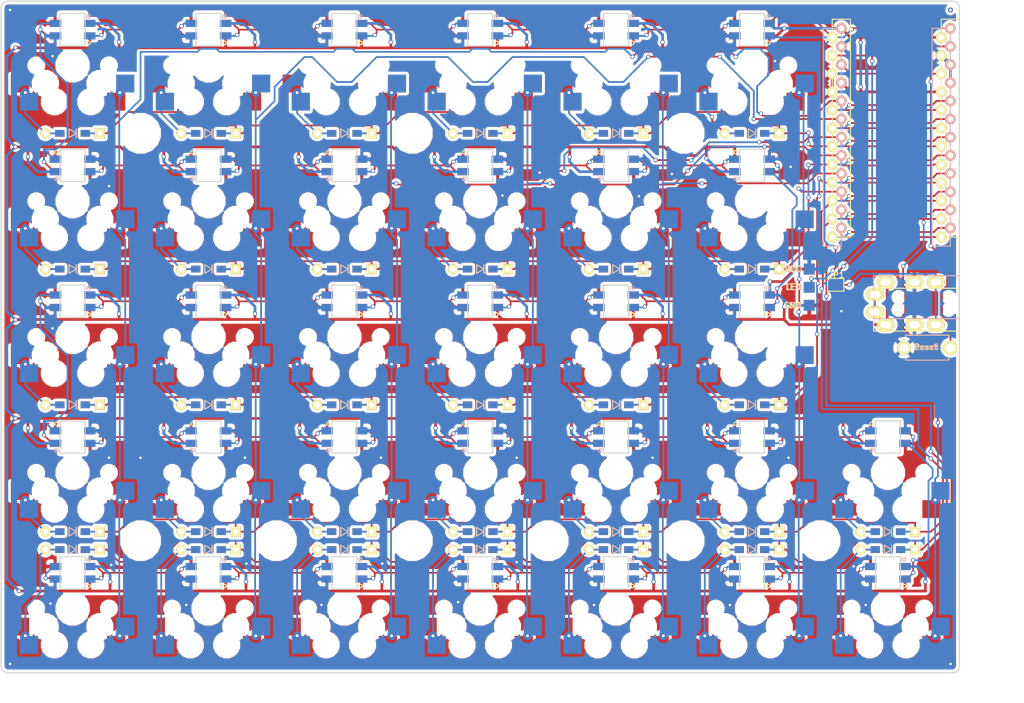
<source format=kicad_pcb>
(kicad_pcb (version 4) (host pcbnew 4.0.7)
  (layers (0 F.Cu signal) (31 B.Cu signal) (34 B.Paste user) (35 F.Paste user) (36 B.SilkS user) (37 F.SilkS user) (38 B.Mask user) (39 F.Mask user) (44 Edge.Cuts user))
  (net 0 "")
  (net 1 row0)
  (net 2 "Net-(D1-Pad2)")
  (net 3 "Net-(D2-Pad2)")
  (net 4 "Net-(D3-Pad2)")
  (net 5 "Net-(D4-Pad2)")
  (net 6 "Net-(D5-Pad2)")
  (net 7 "Net-(D6-Pad2)")
  (net 8 row1)
  (net 9 "Net-(D7-Pad2)")
  (net 10 "Net-(D8-Pad2)")
  (net 11 "Net-(D9-Pad2)")
  (net 12 "Net-(D10-Pad2)")
  (net 13 "Net-(D11-Pad2)")
  (net 14 "Net-(D12-Pad2)")
  (net 15 row2)
  (net 16 "Net-(D13-Pad2)")
  (net 17 "Net-(D14-Pad2)")
  (net 18 "Net-(D15-Pad2)")
  (net 19 "Net-(D16-Pad2)")
  (net 20 "Net-(D17-Pad2)")
  (net 21 "Net-(D18-Pad2)")
  (net 22 row3)
  (net 23 "Net-(D19-Pad2)")
  (net 24 "Net-(D20-Pad2)")
  (net 25 "Net-(D21-Pad2)")
  (net 26 "Net-(D22-Pad2)")
  (net 27 "Net-(D23-Pad2)")
  (net 28 "Net-(D24-Pad2)")
  (net 29 "Net-(D25-Pad2)")
  (net 30 row4)
  (net 31 "Net-(D26-Pad2)")
  (net 32 "Net-(D27-Pad2)")
  (net 33 "Net-(D28-Pad2)")
  (net 34 "Net-(D29-Pad2)")
  (net 35 "Net-(D30-Pad2)")
  (net 36 "Net-(D31-Pad2)")
  (net 37 "Net-(D32-Pad2)")
  (net 38 "Net-(J2-PadA)")
  (net 39 "Net-(J2-PadB)")
  (net 40 GND)
  (net 41 LED)
  (net 42 VCC)
  (net 43 data)
  (net 44 col0)
  (net 45 col1)
  (net 46 col2)
  (net 47 col3)
  (net 48 col4)
  (net 49 col5)
  (net 50 col6)
  (net 51 /~RESET)
  (net 52 /SDA)
  (net 53 /SCL)
  (net 54 /ex1)
  (net 55 /ex2)
  (net 56 "Net-(U2-Pad3)")
  (net 57 "Net-(U2-Pad1)")
  (net 58 "Net-(U3-Pad3)")
  (net 59 "Net-(U4-Pad3)")
  (net 60 "Net-(U5-Pad3)")
  (net 61 "Net-(U6-Pad3)")
  (net 62 "Net-(U8-Pad1)")
  (net 63 "Net-(U10-Pad3)")
  (net 64 "Net-(U10-Pad1)")
  (net 65 "Net-(U11-Pad1)")
  (net 66 "Net-(U12-Pad1)")
  (net 67 "Net-(U13-Pad1)")
  (net 68 "Net-(U14-Pad3)")
  (net 69 "Net-(U14-Pad1)")
  (net 70 "Net-(U15-Pad3)")
  (net 71 "Net-(U16-Pad3)")
  (net 72 "Net-(U17-Pad3)")
  (net 73 "Net-(U18-Pad3)")
  (net 74 "Net-(U20-Pad1)")
  (net 75 "Net-(U21-Pad1)")
  (net 76 "Net-(U22-Pad1)")
  (net 77 "Net-(U23-Pad1)")
  (net 78 "Net-(U24-Pad1)")
  (net 79 "Net-(U25-Pad1)")
  (net 80 "Net-(U26-Pad1)")
  (net 81 "Net-(U27-Pad3)")
  (net 82 "Net-(U27-Pad1)")
  (net 83 "Net-(U28-Pad3)")
  (net 84 "Net-(U29-Pad3)")
  (net 85 "Net-(U30-Pad3)")
  (net 86 "Net-(U31-Pad3)")
  (net 87 "Net-(U32-Pad3)")
  (module blacklotus:VIA (layer F.Cu) (at 116.3 122.7)
    (fp_text reference "" hide)
    (fp_text value "")
    (pad "" thru_hole circle (at 0 0) (size 0.7 0.7) (drill 0.35) (layers *.Cu) (net 40 GND) (clearance -0.000001))
  )
  (module blacklotus:VIA (layer F.Cu) (at 202.9 128.5)
    (fp_text reference "" hide)
    (fp_text value "")
    (pad "" thru_hole circle (at 0 0) (size 0.7 0.7) (drill 0.35) (layers *.Cu) (net 40 GND) (clearance -0.000001))
  )
  (module blacklotus:VIA (layer F.Cu) (at 201.2 123.1)
    (fp_text reference "" hide)
    (fp_text value "")
    (pad "" thru_hole circle (at 0 0) (size 0.7 0.7) (drill 0.35) (layers *.Cu) (net 40 GND) (clearance -0.000001))
  )
  (module blacklotus:VIA (layer F.Cu) (at 164.9 128.5)
    (fp_text reference "" hide)
    (fp_text value "")
    (pad "" thru_hole circle (at 0 0) (size 0.7 0.7) (drill 0.35) (layers *.Cu) (net 40 GND) (clearance -0.000001))
  )
  (module blacklotus:VIA (layer F.Cu) (at 101.5 107.9)
    (fp_text reference "" hide)
    (fp_text value "")
    (pad "" thru_hole circle (at 0 0) (size 0.7 0.7) (drill 0.35) (layers *.Cu) (net 40 GND) (clearance -0.000001))
  )
  (module blacklotus:VIA (layer F.Cu) (at 183.9 128.5)
    (fp_text reference "" hide)
    (fp_text value "")
    (pad "" thru_hole circle (at 0 0) (size 0.7 0.7) (drill 0.35) (layers *.Cu) (net 40 GND) (clearance -0.000001))
  )
  (module blacklotus:VIA (layer F.Cu) (at 97.1 69.9)
    (fp_text reference "" hide)
    (fp_text value "")
    (pad "" thru_hole circle (at 0 0) (size 0.7 0.7) (drill 0.35) (layers *.Cu) (net 40 GND) (clearance -0.000001))
  )
  (module blacklotus:Kailh-socket-mirrorable (layer F.Cu) (at 187 53 180)
    (fp_text reference SW6 hide)
    (fp_text value SW_PUSH hide)
    (pad 1 thru_hole circle (at -6.604 -3.81) (size 1.2 1.2) (drill 0.4) (layers *.Cu) (net 49 col5))
    (pad 2 thru_hole circle (at 6.604 -3.81) (size 1.2 1.2) (drill 0.4) (layers *.Cu) (net 7 "Net-(D6-Pad2)"))
    (pad "" np_thru_hole circle (at 0 0 180) (size 4 4) (drill 4) (layers *.Cu *.Mask))
    (pad "" np_thru_hole circle (at 5.08 0 180) (size 1.7 1.7) (drill 1.7) (layers *.Cu *.Mask))
    (pad "" np_thru_hole circle (at -3.81 -2.54 180) (size 3 3) (drill 3) (layers *.Cu *.Mask))
    (pad "" np_thru_hole circle (at 2.54 -5.08 180) (size 3 3) (drill 3) (layers *.Cu *.Mask))
    (pad 2 smd rect (at 6.09 -5.08 180) (size 2.55 2.5) (layers B.Cu B.Paste B.Mask) (net 7 "Net-(D6-Pad2)"))
    (pad 1 smd rect (at -7.36 -2.54 180) (size 2.55 2.5) (layers B.Cu B.Paste B.Mask) (net 49 col5))
    (pad 1 smd rect (at -6.09 -5.08) (size 2.55 2.5) (layers F.Cu F.Paste F.Mask) (net 49 col5))
    (pad "" np_thru_hole circle (at -5.08 0) (size 1.7 1.7) (drill 1.7) (layers *.Cu *.Mask))
    (pad "" np_thru_hole circle (at -2.54 -5.08) (size 3 3) (drill 3) (layers *.Cu *.Mask))
    (pad "" np_thru_hole circle (at 3.81 -2.54) (size 3 3) (drill 3) (layers *.Cu *.Mask))
    (pad 2 smd rect (at 7.36 -2.54) (size 2.55 2.5) (layers F.Cu F.Paste F.Mask) (net 7 "Net-(D6-Pad2)"))
  )
  (module blacklotus:Kailh-socket-mirrorable (layer F.Cu) (at 130 72 180)
    (fp_text reference SW9 hide)
    (fp_text value SW_PUSH hide)
    (pad 1 thru_hole circle (at -6.604 -3.81) (size 1.2 1.2) (drill 0.4) (layers *.Cu) (net 46 col2))
    (pad 2 thru_hole circle (at 6.604 -3.81) (size 1.2 1.2) (drill 0.4) (layers *.Cu) (net 11 "Net-(D9-Pad2)"))
    (pad "" np_thru_hole circle (at 0 0 180) (size 4 4) (drill 4) (layers *.Cu *.Mask))
    (pad "" np_thru_hole circle (at 5.08 0 180) (size 1.7 1.7) (drill 1.7) (layers *.Cu *.Mask))
    (pad "" np_thru_hole circle (at -3.81 -2.54 180) (size 3 3) (drill 3) (layers *.Cu *.Mask))
    (pad "" np_thru_hole circle (at 2.54 -5.08 180) (size 3 3) (drill 3) (layers *.Cu *.Mask))
    (pad 2 smd rect (at 6.09 -5.08 180) (size 2.55 2.5) (layers B.Cu B.Paste B.Mask) (net 11 "Net-(D9-Pad2)"))
    (pad 1 smd rect (at -7.36 -2.54 180) (size 2.55 2.5) (layers B.Cu B.Paste B.Mask) (net 46 col2))
    (pad 1 smd rect (at -6.09 -5.08) (size 2.55 2.5) (layers F.Cu F.Paste F.Mask) (net 46 col2))
    (pad "" np_thru_hole circle (at -5.08 0) (size 1.7 1.7) (drill 1.7) (layers *.Cu *.Mask))
    (pad "" np_thru_hole circle (at -2.54 -5.08) (size 3 3) (drill 3) (layers *.Cu *.Mask))
    (pad "" np_thru_hole circle (at 3.81 -2.54) (size 3 3) (drill 3) (layers *.Cu *.Mask))
    (pad 2 smd rect (at 7.36 -2.54) (size 2.55 2.5) (layers F.Cu F.Paste F.Mask) (net 11 "Net-(D9-Pad2)"))
  )
  (module blacklotus:Kailh-socket-mirrorable (layer F.Cu) (at 111 72 180)
    (fp_text reference SW8 hide)
    (fp_text value SW_PUSH hide)
    (pad 1 thru_hole circle (at -6.604 -3.81) (size 1.2 1.2) (drill 0.4) (layers *.Cu) (net 45 col1))
    (pad 2 thru_hole circle (at 6.604 -3.81) (size 1.2 1.2) (drill 0.4) (layers *.Cu) (net 10 "Net-(D8-Pad2)"))
    (pad "" np_thru_hole circle (at 0 0 180) (size 4 4) (drill 4) (layers *.Cu *.Mask))
    (pad "" np_thru_hole circle (at 5.08 0 180) (size 1.7 1.7) (drill 1.7) (layers *.Cu *.Mask))
    (pad "" np_thru_hole circle (at -3.81 -2.54 180) (size 3 3) (drill 3) (layers *.Cu *.Mask))
    (pad "" np_thru_hole circle (at 2.54 -5.08 180) (size 3 3) (drill 3) (layers *.Cu *.Mask))
    (pad 2 smd rect (at 6.09 -5.08 180) (size 2.55 2.5) (layers B.Cu B.Paste B.Mask) (net 10 "Net-(D8-Pad2)"))
    (pad 1 smd rect (at -7.36 -2.54 180) (size 2.55 2.5) (layers B.Cu B.Paste B.Mask) (net 45 col1))
    (pad 1 smd rect (at -6.09 -5.08) (size 2.55 2.5) (layers F.Cu F.Paste F.Mask) (net 45 col1))
    (pad "" np_thru_hole circle (at -5.08 0) (size 1.7 1.7) (drill 1.7) (layers *.Cu *.Mask))
    (pad "" np_thru_hole circle (at -2.54 -5.08) (size 3 3) (drill 3) (layers *.Cu *.Mask))
    (pad "" np_thru_hole circle (at 3.81 -2.54) (size 3 3) (drill 3) (layers *.Cu *.Mask))
    (pad 2 smd rect (at 7.36 -2.54) (size 2.55 2.5) (layers F.Cu F.Paste F.Mask) (net 10 "Net-(D8-Pad2)"))
  )
  (module blacklotus:SW_3.5x6.0_TH (layer F.Cu) (at 211.5 92.5 180)
    (fp_text reference SW33 hide)
    (fp_text value SW_PUSH hide)
    (pad 1 thru_hole circle (at 3.25 0 180) (size 2 2) (drill 1.3) (layers *.Cu *.Mask F.SilkS) (net 40 GND))
    (pad 2 thru_hole circle (at -3.25 0 180) (size 2 2) (drill 1.3) (layers *.Cu *.Mask F.SilkS) (net 51 /~RESET))
  )
  (module blacklotus:HOLE_M2_TH (layer F.Cu) (at 120.5 119.5)
    (fp_text reference HOLE_3M5 hide)
    (fp_text value VAL** hide)
    (pad "" np_thru_hole circle (at 0 0 90) (size 4.7004 4.7004) (drill 4.7004) (layers *.Cu *.Mask F.SilkS) (clearance 0.50114))
  )
  (module blacklotus:HOLE_M2_TH (layer F.Cu) (at 158.5 119.5)
    (fp_text reference HOLE_3M7 hide)
    (fp_text value VAL** hide)
    (pad "" np_thru_hole circle (at 0 0 90) (size 4.7004 4.7004) (drill 4.7004) (layers *.Cu *.Mask F.SilkS) (clearance 0.50114))
  )
  (module blacklotus:HOLE_M2_TH (layer F.Cu) (at 139.5 119.5)
    (fp_text reference HOLE_3M6 hide)
    (fp_text value VAL** hide)
    (pad "" np_thru_hole circle (at 0 0 90) (size 4.7004 4.7004) (drill 4.7004) (layers *.Cu *.Mask F.SilkS) (clearance 0.50114))
  )
  (module blacklotus:HOLE_M2_TH (layer F.Cu) (at 139.5 62.5)
    (fp_text reference HOLE_3M2 hide)
    (fp_text value VAL** hide)
    (pad "" np_thru_hole circle (at 0 0 90) (size 4.7004 4.7004) (drill 4.7004) (layers *.Cu *.Mask F.SilkS) (clearance 0.50114))
  )
  (module blacklotus:HOLE_M2_TH (layer F.Cu) (at 177.5 119.5)
    (fp_text reference HOLE_3M8 hide)
    (fp_text value VAL** hide)
    (pad "" np_thru_hole circle (at 0 0 90) (size 4.7004 4.7004) (drill 4.7004) (layers *.Cu *.Mask F.SilkS) (clearance 0.50114))
  )
  (module blacklotus:HOLE_M2_TH (layer F.Cu) (at 101.5 62.5)
    (fp_text reference HOLE_3M1 hide)
    (fp_text value VAL** hide)
    (pad "" np_thru_hole circle (at 0 0 90) (size 4.7004 4.7004) (drill 4.7004) (layers *.Cu *.Mask F.SilkS) (clearance 0.50114))
  )
  (module blacklotus:HOLE_M2_TH (layer F.Cu) (at 177.5 62.5)
    (fp_text reference HOLE_3M3 hide)
    (fp_text value VAL** hide)
    (pad "" np_thru_hole circle (at 0 0 90) (size 4.7004 4.7004) (drill 4.7004) (layers *.Cu *.Mask F.SilkS) (clearance 0.50114))
  )
  (module blacklotus:HOLE_M2_TH (layer F.Cu) (at 196.5 119.5)
    (fp_text reference HOLE_3M9 hide)
    (fp_text value VAL** hide)
    (pad "" np_thru_hole circle (at 0 0 90) (size 4.7004 4.7004) (drill 4.7004) (layers *.Cu *.Mask F.SilkS) (clearance 0.50114))
  )
  (module blacklotus:HOLE_M2_TH (layer F.Cu) (at 101.5 119.5)
    (fp_text reference HOLE_3M4 hide)
    (fp_text value VAL** hide)
    (pad "" np_thru_hole circle (at 0 0 90) (size 4.7004 4.7004) (drill 4.7004) (layers *.Cu *.Mask F.SilkS) (clearance 0.50114))
  )
  (module blacklotus:Kailh-socket-mirrorable (layer F.Cu) (at 92 53 180)
    (fp_text reference SW1 hide)
    (fp_text value SW_PUSH hide)
    (pad 1 thru_hole circle (at -6.604 -3.81) (size 1.2 1.2) (drill 0.4) (layers *.Cu) (net 44 col0))
    (pad 2 thru_hole circle (at 6.604 -3.81) (size 1.2 1.2) (drill 0.4) (layers *.Cu) (net 2 "Net-(D1-Pad2)"))
    (pad "" np_thru_hole circle (at 0 0 180) (size 4 4) (drill 4) (layers *.Cu *.Mask))
    (pad "" np_thru_hole circle (at 5.08 0 180) (size 1.7 1.7) (drill 1.7) (layers *.Cu *.Mask))
    (pad "" np_thru_hole circle (at -3.81 -2.54 180) (size 3 3) (drill 3) (layers *.Cu *.Mask))
    (pad "" np_thru_hole circle (at 2.54 -5.08 180) (size 3 3) (drill 3) (layers *.Cu *.Mask))
    (pad 2 smd rect (at 6.09 -5.08 180) (size 2.55 2.5) (layers B.Cu B.Paste B.Mask) (net 2 "Net-(D1-Pad2)"))
    (pad 1 smd rect (at -7.36 -2.54 180) (size 2.55 2.5) (layers B.Cu B.Paste B.Mask) (net 44 col0))
    (pad 1 smd rect (at -6.09 -5.08) (size 2.55 2.5) (layers F.Cu F.Paste F.Mask) (net 44 col0))
    (pad "" np_thru_hole circle (at -5.08 0) (size 1.7 1.7) (drill 1.7) (layers *.Cu *.Mask))
    (pad "" np_thru_hole circle (at -2.54 -5.08) (size 3 3) (drill 3) (layers *.Cu *.Mask))
    (pad "" np_thru_hole circle (at 3.81 -2.54) (size 3 3) (drill 3) (layers *.Cu *.Mask))
    (pad 2 smd rect (at 7.36 -2.54) (size 2.55 2.5) (layers F.Cu F.Paste F.Mask) (net 2 "Net-(D1-Pad2)"))
  )
  (module blacklotus:Kailh-socket-mirrorable (layer F.Cu) (at 111 53 180)
    (fp_text reference SW2 hide)
    (fp_text value SW_PUSH hide)
    (pad 1 thru_hole circle (at -6.604 -3.81) (size 1.2 1.2) (drill 0.4) (layers *.Cu) (net 45 col1))
    (pad 2 thru_hole circle (at 6.604 -3.81) (size 1.2 1.2) (drill 0.4) (layers *.Cu) (net 3 "Net-(D2-Pad2)"))
    (pad "" np_thru_hole circle (at 0 0 180) (size 4 4) (drill 4) (layers *.Cu *.Mask))
    (pad "" np_thru_hole circle (at 5.08 0 180) (size 1.7 1.7) (drill 1.7) (layers *.Cu *.Mask))
    (pad "" np_thru_hole circle (at -3.81 -2.54 180) (size 3 3) (drill 3) (layers *.Cu *.Mask))
    (pad "" np_thru_hole circle (at 2.54 -5.08 180) (size 3 3) (drill 3) (layers *.Cu *.Mask))
    (pad 2 smd rect (at 6.09 -5.08 180) (size 2.55 2.5) (layers B.Cu B.Paste B.Mask) (net 3 "Net-(D2-Pad2)"))
    (pad 1 smd rect (at -7.36 -2.54 180) (size 2.55 2.5) (layers B.Cu B.Paste B.Mask) (net 45 col1))
    (pad 1 smd rect (at -6.09 -5.08) (size 2.55 2.5) (layers F.Cu F.Paste F.Mask) (net 45 col1))
    (pad "" np_thru_hole circle (at -5.08 0) (size 1.7 1.7) (drill 1.7) (layers *.Cu *.Mask))
    (pad "" np_thru_hole circle (at -2.54 -5.08) (size 3 3) (drill 3) (layers *.Cu *.Mask))
    (pad "" np_thru_hole circle (at 3.81 -2.54) (size 3 3) (drill 3) (layers *.Cu *.Mask))
    (pad 2 smd rect (at 7.36 -2.54) (size 2.55 2.5) (layers F.Cu F.Paste F.Mask) (net 3 "Net-(D2-Pad2)"))
  )
  (module blacklotus:Kailh-socket-mirrorable (layer F.Cu) (at 130 53 180)
    (fp_text reference SW3 hide)
    (fp_text value SW_PUSH hide)
    (pad 1 thru_hole circle (at -6.604 -3.81) (size 1.2 1.2) (drill 0.4) (layers *.Cu) (net 46 col2))
    (pad 2 thru_hole circle (at 6.604 -3.81) (size 1.2 1.2) (drill 0.4) (layers *.Cu) (net 4 "Net-(D3-Pad2)"))
    (pad "" np_thru_hole circle (at 0 0 180) (size 4 4) (drill 4) (layers *.Cu *.Mask))
    (pad "" np_thru_hole circle (at 5.08 0 180) (size 1.7 1.7) (drill 1.7) (layers *.Cu *.Mask))
    (pad "" np_thru_hole circle (at -3.81 -2.54 180) (size 3 3) (drill 3) (layers *.Cu *.Mask))
    (pad "" np_thru_hole circle (at 2.54 -5.08 180) (size 3 3) (drill 3) (layers *.Cu *.Mask))
    (pad 2 smd rect (at 6.09 -5.08 180) (size 2.55 2.5) (layers B.Cu B.Paste B.Mask) (net 4 "Net-(D3-Pad2)"))
    (pad 1 smd rect (at -7.36 -2.54 180) (size 2.55 2.5) (layers B.Cu B.Paste B.Mask) (net 46 col2))
    (pad 1 smd rect (at -6.09 -5.08) (size 2.55 2.5) (layers F.Cu F.Paste F.Mask) (net 46 col2))
    (pad "" np_thru_hole circle (at -5.08 0) (size 1.7 1.7) (drill 1.7) (layers *.Cu *.Mask))
    (pad "" np_thru_hole circle (at -2.54 -5.08) (size 3 3) (drill 3) (layers *.Cu *.Mask))
    (pad "" np_thru_hole circle (at 3.81 -2.54) (size 3 3) (drill 3) (layers *.Cu *.Mask))
    (pad 2 smd rect (at 7.36 -2.54) (size 2.55 2.5) (layers F.Cu F.Paste F.Mask) (net 4 "Net-(D3-Pad2)"))
  )
  (module blacklotus:Kailh-socket-mirrorable (layer F.Cu) (at 149 53 180)
    (fp_text reference SW4 hide)
    (fp_text value SW_PUSH hide)
    (pad 1 thru_hole circle (at -6.604 -3.81) (size 1.2 1.2) (drill 0.4) (layers *.Cu) (net 47 col3))
    (pad 2 thru_hole circle (at 6.604 -3.81) (size 1.2 1.2) (drill 0.4) (layers *.Cu) (net 5 "Net-(D4-Pad2)"))
    (pad "" np_thru_hole circle (at 0 0 180) (size 4 4) (drill 4) (layers *.Cu *.Mask))
    (pad "" np_thru_hole circle (at 5.08 0 180) (size 1.7 1.7) (drill 1.7) (layers *.Cu *.Mask))
    (pad "" np_thru_hole circle (at -3.81 -2.54 180) (size 3 3) (drill 3) (layers *.Cu *.Mask))
    (pad "" np_thru_hole circle (at 2.54 -5.08 180) (size 3 3) (drill 3) (layers *.Cu *.Mask))
    (pad 2 smd rect (at 6.09 -5.08 180) (size 2.55 2.5) (layers B.Cu B.Paste B.Mask) (net 5 "Net-(D4-Pad2)"))
    (pad 1 smd rect (at -7.36 -2.54 180) (size 2.55 2.5) (layers B.Cu B.Paste B.Mask) (net 47 col3))
    (pad 1 smd rect (at -6.09 -5.08) (size 2.55 2.5) (layers F.Cu F.Paste F.Mask) (net 47 col3))
    (pad "" np_thru_hole circle (at -5.08 0) (size 1.7 1.7) (drill 1.7) (layers *.Cu *.Mask))
    (pad "" np_thru_hole circle (at -2.54 -5.08) (size 3 3) (drill 3) (layers *.Cu *.Mask))
    (pad "" np_thru_hole circle (at 3.81 -2.54) (size 3 3) (drill 3) (layers *.Cu *.Mask))
    (pad 2 smd rect (at 7.36 -2.54) (size 2.55 2.5) (layers F.Cu F.Paste F.Mask) (net 5 "Net-(D4-Pad2)"))
  )
  (module blacklotus:Kailh-socket-mirrorable (layer F.Cu) (at 168 53 180)
    (fp_text reference SW5 hide)
    (fp_text value SW_PUSH hide)
    (pad 1 thru_hole circle (at -6.604 -3.81) (size 1.2 1.2) (drill 0.4) (layers *.Cu) (net 48 col4))
    (pad 2 thru_hole circle (at 6.604 -3.81) (size 1.2 1.2) (drill 0.4) (layers *.Cu) (net 6 "Net-(D5-Pad2)"))
    (pad "" np_thru_hole circle (at 0 0 180) (size 4 4) (drill 4) (layers *.Cu *.Mask))
    (pad "" np_thru_hole circle (at 5.08 0 180) (size 1.7 1.7) (drill 1.7) (layers *.Cu *.Mask))
    (pad "" np_thru_hole circle (at -3.81 -2.54 180) (size 3 3) (drill 3) (layers *.Cu *.Mask))
    (pad "" np_thru_hole circle (at 2.54 -5.08 180) (size 3 3) (drill 3) (layers *.Cu *.Mask))
    (pad 2 smd rect (at 6.09 -5.08 180) (size 2.55 2.5) (layers B.Cu B.Paste B.Mask) (net 6 "Net-(D5-Pad2)"))
    (pad 1 smd rect (at -7.36 -2.54 180) (size 2.55 2.5) (layers B.Cu B.Paste B.Mask) (net 48 col4))
    (pad 1 smd rect (at -6.09 -5.08) (size 2.55 2.5) (layers F.Cu F.Paste F.Mask) (net 48 col4))
    (pad "" np_thru_hole circle (at -5.08 0) (size 1.7 1.7) (drill 1.7) (layers *.Cu *.Mask))
    (pad "" np_thru_hole circle (at -2.54 -5.08) (size 3 3) (drill 3) (layers *.Cu *.Mask))
    (pad "" np_thru_hole circle (at 3.81 -2.54) (size 3 3) (drill 3) (layers *.Cu *.Mask))
    (pad 2 smd rect (at 7.36 -2.54) (size 2.55 2.5) (layers F.Cu F.Paste F.Mask) (net 6 "Net-(D5-Pad2)"))
  )
  (module blacklotus:Kailh-socket-mirrorable (layer F.Cu) (at 92 72 180)
    (fp_text reference SW7 hide)
    (fp_text value SW_PUSH hide)
    (pad 1 thru_hole circle (at -6.604 -3.81) (size 1.2 1.2) (drill 0.4) (layers *.Cu) (net 44 col0))
    (pad 2 thru_hole circle (at 6.604 -3.81) (size 1.2 1.2) (drill 0.4) (layers *.Cu) (net 9 "Net-(D7-Pad2)"))
    (pad "" np_thru_hole circle (at 0 0 180) (size 4 4) (drill 4) (layers *.Cu *.Mask))
    (pad "" np_thru_hole circle (at 5.08 0 180) (size 1.7 1.7) (drill 1.7) (layers *.Cu *.Mask))
    (pad "" np_thru_hole circle (at -3.81 -2.54 180) (size 3 3) (drill 3) (layers *.Cu *.Mask))
    (pad "" np_thru_hole circle (at 2.54 -5.08 180) (size 3 3) (drill 3) (layers *.Cu *.Mask))
    (pad 2 smd rect (at 6.09 -5.08 180) (size 2.55 2.5) (layers B.Cu B.Paste B.Mask) (net 9 "Net-(D7-Pad2)"))
    (pad 1 smd rect (at -7.36 -2.54 180) (size 2.55 2.5) (layers B.Cu B.Paste B.Mask) (net 44 col0))
    (pad 1 smd rect (at -6.09 -5.08) (size 2.55 2.5) (layers F.Cu F.Paste F.Mask) (net 44 col0))
    (pad "" np_thru_hole circle (at -5.08 0) (size 1.7 1.7) (drill 1.7) (layers *.Cu *.Mask))
    (pad "" np_thru_hole circle (at -2.54 -5.08) (size 3 3) (drill 3) (layers *.Cu *.Mask))
    (pad "" np_thru_hole circle (at 3.81 -2.54) (size 3 3) (drill 3) (layers *.Cu *.Mask))
    (pad 2 smd rect (at 7.36 -2.54) (size 2.55 2.5) (layers F.Cu F.Paste F.Mask) (net 9 "Net-(D7-Pad2)"))
  )
  (module blacklotus:Kailh-socket-mirrorable (layer F.Cu) (at 149 72 180)
    (fp_text reference SW10 hide)
    (fp_text value SW_PUSH hide)
    (pad 1 thru_hole circle (at -6.604 -3.81) (size 1.2 1.2) (drill 0.4) (layers *.Cu) (net 47 col3))
    (pad 2 thru_hole circle (at 6.604 -3.81) (size 1.2 1.2) (drill 0.4) (layers *.Cu) (net 12 "Net-(D10-Pad2)"))
    (pad "" np_thru_hole circle (at 0 0 180) (size 4 4) (drill 4) (layers *.Cu *.Mask))
    (pad "" np_thru_hole circle (at 5.08 0 180) (size 1.7 1.7) (drill 1.7) (layers *.Cu *.Mask))
    (pad "" np_thru_hole circle (at -3.81 -2.54 180) (size 3 3) (drill 3) (layers *.Cu *.Mask))
    (pad "" np_thru_hole circle (at 2.54 -5.08 180) (size 3 3) (drill 3) (layers *.Cu *.Mask))
    (pad 2 smd rect (at 6.09 -5.08 180) (size 2.55 2.5) (layers B.Cu B.Paste B.Mask) (net 12 "Net-(D10-Pad2)"))
    (pad 1 smd rect (at -7.36 -2.54 180) (size 2.55 2.5) (layers B.Cu B.Paste B.Mask) (net 47 col3))
    (pad 1 smd rect (at -6.09 -5.08) (size 2.55 2.5) (layers F.Cu F.Paste F.Mask) (net 47 col3))
    (pad "" np_thru_hole circle (at -5.08 0) (size 1.7 1.7) (drill 1.7) (layers *.Cu *.Mask))
    (pad "" np_thru_hole circle (at -2.54 -5.08) (size 3 3) (drill 3) (layers *.Cu *.Mask))
    (pad "" np_thru_hole circle (at 3.81 -2.54) (size 3 3) (drill 3) (layers *.Cu *.Mask))
    (pad 2 smd rect (at 7.36 -2.54) (size 2.55 2.5) (layers F.Cu F.Paste F.Mask) (net 12 "Net-(D10-Pad2)"))
  )
  (module blacklotus:Kailh-socket-mirrorable (layer F.Cu) (at 168 72 180)
    (fp_text reference SW11 hide)
    (fp_text value SW_PUSH hide)
    (pad 1 thru_hole circle (at -6.604 -3.81) (size 1.2 1.2) (drill 0.4) (layers *.Cu) (net 48 col4))
    (pad 2 thru_hole circle (at 6.604 -3.81) (size 1.2 1.2) (drill 0.4) (layers *.Cu) (net 13 "Net-(D11-Pad2)"))
    (pad "" np_thru_hole circle (at 0 0 180) (size 4 4) (drill 4) (layers *.Cu *.Mask))
    (pad "" np_thru_hole circle (at 5.08 0 180) (size 1.7 1.7) (drill 1.7) (layers *.Cu *.Mask))
    (pad "" np_thru_hole circle (at -3.81 -2.54 180) (size 3 3) (drill 3) (layers *.Cu *.Mask))
    (pad "" np_thru_hole circle (at 2.54 -5.08 180) (size 3 3) (drill 3) (layers *.Cu *.Mask))
    (pad 2 smd rect (at 6.09 -5.08 180) (size 2.55 2.5) (layers B.Cu B.Paste B.Mask) (net 13 "Net-(D11-Pad2)"))
    (pad 1 smd rect (at -7.36 -2.54 180) (size 2.55 2.5) (layers B.Cu B.Paste B.Mask) (net 48 col4))
    (pad 1 smd rect (at -6.09 -5.08) (size 2.55 2.5) (layers F.Cu F.Paste F.Mask) (net 48 col4))
    (pad "" np_thru_hole circle (at -5.08 0) (size 1.7 1.7) (drill 1.7) (layers *.Cu *.Mask))
    (pad "" np_thru_hole circle (at -2.54 -5.08) (size 3 3) (drill 3) (layers *.Cu *.Mask))
    (pad "" np_thru_hole circle (at 3.81 -2.54) (size 3 3) (drill 3) (layers *.Cu *.Mask))
    (pad 2 smd rect (at 7.36 -2.54) (size 2.55 2.5) (layers F.Cu F.Paste F.Mask) (net 13 "Net-(D11-Pad2)"))
  )
  (module blacklotus:Kailh-socket-mirrorable (layer F.Cu) (at 187 72 180)
    (fp_text reference SW12 hide)
    (fp_text value SW_PUSH hide)
    (pad 1 thru_hole circle (at -6.604 -3.81) (size 1.2 1.2) (drill 0.4) (layers *.Cu) (net 49 col5))
    (pad 2 thru_hole circle (at 6.604 -3.81) (size 1.2 1.2) (drill 0.4) (layers *.Cu) (net 14 "Net-(D12-Pad2)"))
    (pad "" np_thru_hole circle (at 0 0 180) (size 4 4) (drill 4) (layers *.Cu *.Mask))
    (pad "" np_thru_hole circle (at 5.08 0 180) (size 1.7 1.7) (drill 1.7) (layers *.Cu *.Mask))
    (pad "" np_thru_hole circle (at -3.81 -2.54 180) (size 3 3) (drill 3) (layers *.Cu *.Mask))
    (pad "" np_thru_hole circle (at 2.54 -5.08 180) (size 3 3) (drill 3) (layers *.Cu *.Mask))
    (pad 2 smd rect (at 6.09 -5.08 180) (size 2.55 2.5) (layers B.Cu B.Paste B.Mask) (net 14 "Net-(D12-Pad2)"))
    (pad 1 smd rect (at -7.36 -2.54 180) (size 2.55 2.5) (layers B.Cu B.Paste B.Mask) (net 49 col5))
    (pad 1 smd rect (at -6.09 -5.08) (size 2.55 2.5) (layers F.Cu F.Paste F.Mask) (net 49 col5))
    (pad "" np_thru_hole circle (at -5.08 0) (size 1.7 1.7) (drill 1.7) (layers *.Cu *.Mask))
    (pad "" np_thru_hole circle (at -2.54 -5.08) (size 3 3) (drill 3) (layers *.Cu *.Mask))
    (pad "" np_thru_hole circle (at 3.81 -2.54) (size 3 3) (drill 3) (layers *.Cu *.Mask))
    (pad 2 smd rect (at 7.36 -2.54) (size 2.55 2.5) (layers F.Cu F.Paste F.Mask) (net 14 "Net-(D12-Pad2)"))
  )
  (module blacklotus:Kailh-socket-mirrorable (layer F.Cu) (at 92 91 180)
    (fp_text reference SW13 hide)
    (fp_text value SW_PUSH hide)
    (pad 1 thru_hole circle (at -6.604 -3.81) (size 1.2 1.2) (drill 0.4) (layers *.Cu) (net 44 col0))
    (pad 2 thru_hole circle (at 6.604 -3.81) (size 1.2 1.2) (drill 0.4) (layers *.Cu) (net 16 "Net-(D13-Pad2)"))
    (pad "" np_thru_hole circle (at 0 0 180) (size 4 4) (drill 4) (layers *.Cu *.Mask))
    (pad "" np_thru_hole circle (at 5.08 0 180) (size 1.7 1.7) (drill 1.7) (layers *.Cu *.Mask))
    (pad "" np_thru_hole circle (at -3.81 -2.54 180) (size 3 3) (drill 3) (layers *.Cu *.Mask))
    (pad "" np_thru_hole circle (at 2.54 -5.08 180) (size 3 3) (drill 3) (layers *.Cu *.Mask))
    (pad 2 smd rect (at 6.09 -5.08 180) (size 2.55 2.5) (layers B.Cu B.Paste B.Mask) (net 16 "Net-(D13-Pad2)"))
    (pad 1 smd rect (at -7.36 -2.54 180) (size 2.55 2.5) (layers B.Cu B.Paste B.Mask) (net 44 col0))
    (pad 1 smd rect (at -6.09 -5.08) (size 2.55 2.5) (layers F.Cu F.Paste F.Mask) (net 44 col0))
    (pad "" np_thru_hole circle (at -5.08 0) (size 1.7 1.7) (drill 1.7) (layers *.Cu *.Mask))
    (pad "" np_thru_hole circle (at -2.54 -5.08) (size 3 3) (drill 3) (layers *.Cu *.Mask))
    (pad "" np_thru_hole circle (at 3.81 -2.54) (size 3 3) (drill 3) (layers *.Cu *.Mask))
    (pad 2 smd rect (at 7.36 -2.54) (size 2.55 2.5) (layers F.Cu F.Paste F.Mask) (net 16 "Net-(D13-Pad2)"))
  )
  (module blacklotus:Kailh-socket-mirrorable (layer F.Cu) (at 111 91 180)
    (fp_text reference SW14 hide)
    (fp_text value SW_PUSH hide)
    (pad 1 thru_hole circle (at -6.604 -3.81) (size 1.2 1.2) (drill 0.4) (layers *.Cu) (net 45 col1))
    (pad 2 thru_hole circle (at 6.604 -3.81) (size 1.2 1.2) (drill 0.4) (layers *.Cu) (net 17 "Net-(D14-Pad2)"))
    (pad "" np_thru_hole circle (at 0 0 180) (size 4 4) (drill 4) (layers *.Cu *.Mask))
    (pad "" np_thru_hole circle (at 5.08 0 180) (size 1.7 1.7) (drill 1.7) (layers *.Cu *.Mask))
    (pad "" np_thru_hole circle (at -3.81 -2.54 180) (size 3 3) (drill 3) (layers *.Cu *.Mask))
    (pad "" np_thru_hole circle (at 2.54 -5.08 180) (size 3 3) (drill 3) (layers *.Cu *.Mask))
    (pad 2 smd rect (at 6.09 -5.08 180) (size 2.55 2.5) (layers B.Cu B.Paste B.Mask) (net 17 "Net-(D14-Pad2)"))
    (pad 1 smd rect (at -7.36 -2.54 180) (size 2.55 2.5) (layers B.Cu B.Paste B.Mask) (net 45 col1))
    (pad 1 smd rect (at -6.09 -5.08) (size 2.55 2.5) (layers F.Cu F.Paste F.Mask) (net 45 col1))
    (pad "" np_thru_hole circle (at -5.08 0) (size 1.7 1.7) (drill 1.7) (layers *.Cu *.Mask))
    (pad "" np_thru_hole circle (at -2.54 -5.08) (size 3 3) (drill 3) (layers *.Cu *.Mask))
    (pad "" np_thru_hole circle (at 3.81 -2.54) (size 3 3) (drill 3) (layers *.Cu *.Mask))
    (pad 2 smd rect (at 7.36 -2.54) (size 2.55 2.5) (layers F.Cu F.Paste F.Mask) (net 17 "Net-(D14-Pad2)"))
  )
  (module blacklotus:Kailh-socket-mirrorable (layer F.Cu) (at 130 91 180)
    (fp_text reference SW15 hide)
    (fp_text value SW_PUSH hide)
    (pad 1 thru_hole circle (at -6.604 -3.81) (size 1.2 1.2) (drill 0.4) (layers *.Cu) (net 46 col2))
    (pad 2 thru_hole circle (at 6.604 -3.81) (size 1.2 1.2) (drill 0.4) (layers *.Cu) (net 18 "Net-(D15-Pad2)"))
    (pad "" np_thru_hole circle (at 0 0 180) (size 4 4) (drill 4) (layers *.Cu *.Mask))
    (pad "" np_thru_hole circle (at 5.08 0 180) (size 1.7 1.7) (drill 1.7) (layers *.Cu *.Mask))
    (pad "" np_thru_hole circle (at -3.81 -2.54 180) (size 3 3) (drill 3) (layers *.Cu *.Mask))
    (pad "" np_thru_hole circle (at 2.54 -5.08 180) (size 3 3) (drill 3) (layers *.Cu *.Mask))
    (pad 2 smd rect (at 6.09 -5.08 180) (size 2.55 2.5) (layers B.Cu B.Paste B.Mask) (net 18 "Net-(D15-Pad2)"))
    (pad 1 smd rect (at -7.36 -2.54 180) (size 2.55 2.5) (layers B.Cu B.Paste B.Mask) (net 46 col2))
    (pad 1 smd rect (at -6.09 -5.08) (size 2.55 2.5) (layers F.Cu F.Paste F.Mask) (net 46 col2))
    (pad "" np_thru_hole circle (at -5.08 0) (size 1.7 1.7) (drill 1.7) (layers *.Cu *.Mask))
    (pad "" np_thru_hole circle (at -2.54 -5.08) (size 3 3) (drill 3) (layers *.Cu *.Mask))
    (pad "" np_thru_hole circle (at 3.81 -2.54) (size 3 3) (drill 3) (layers *.Cu *.Mask))
    (pad 2 smd rect (at 7.36 -2.54) (size 2.55 2.5) (layers F.Cu F.Paste F.Mask) (net 18 "Net-(D15-Pad2)"))
  )
  (module blacklotus:Kailh-socket-mirrorable (layer F.Cu) (at 149 91 180)
    (fp_text reference SW16 hide)
    (fp_text value SW_PUSH hide)
    (pad 1 thru_hole circle (at -6.604 -3.81) (size 1.2 1.2) (drill 0.4) (layers *.Cu) (net 47 col3))
    (pad 2 thru_hole circle (at 6.604 -3.81) (size 1.2 1.2) (drill 0.4) (layers *.Cu) (net 19 "Net-(D16-Pad2)"))
    (pad "" np_thru_hole circle (at 0 0 180) (size 4 4) (drill 4) (layers *.Cu *.Mask))
    (pad "" np_thru_hole circle (at 5.08 0 180) (size 1.7 1.7) (drill 1.7) (layers *.Cu *.Mask))
    (pad "" np_thru_hole circle (at -3.81 -2.54 180) (size 3 3) (drill 3) (layers *.Cu *.Mask))
    (pad "" np_thru_hole circle (at 2.54 -5.08 180) (size 3 3) (drill 3) (layers *.Cu *.Mask))
    (pad 2 smd rect (at 6.09 -5.08 180) (size 2.55 2.5) (layers B.Cu B.Paste B.Mask) (net 19 "Net-(D16-Pad2)"))
    (pad 1 smd rect (at -7.36 -2.54 180) (size 2.55 2.5) (layers B.Cu B.Paste B.Mask) (net 47 col3))
    (pad 1 smd rect (at -6.09 -5.08) (size 2.55 2.5) (layers F.Cu F.Paste F.Mask) (net 47 col3))
    (pad "" np_thru_hole circle (at -5.08 0) (size 1.7 1.7) (drill 1.7) (layers *.Cu *.Mask))
    (pad "" np_thru_hole circle (at -2.54 -5.08) (size 3 3) (drill 3) (layers *.Cu *.Mask))
    (pad "" np_thru_hole circle (at 3.81 -2.54) (size 3 3) (drill 3) (layers *.Cu *.Mask))
    (pad 2 smd rect (at 7.36 -2.54) (size 2.55 2.5) (layers F.Cu F.Paste F.Mask) (net 19 "Net-(D16-Pad2)"))
  )
  (module blacklotus:Kailh-socket-mirrorable (layer F.Cu) (at 168 91 180)
    (fp_text reference SW17 hide)
    (fp_text value SW_PUSH hide)
    (pad 1 thru_hole circle (at -6.604 -3.81) (size 1.2 1.2) (drill 0.4) (layers *.Cu) (net 48 col4))
    (pad 2 thru_hole circle (at 6.604 -3.81) (size 1.2 1.2) (drill 0.4) (layers *.Cu) (net 20 "Net-(D17-Pad2)"))
    (pad "" np_thru_hole circle (at 0 0 180) (size 4 4) (drill 4) (layers *.Cu *.Mask))
    (pad "" np_thru_hole circle (at 5.08 0 180) (size 1.7 1.7) (drill 1.7) (layers *.Cu *.Mask))
    (pad "" np_thru_hole circle (at -3.81 -2.54 180) (size 3 3) (drill 3) (layers *.Cu *.Mask))
    (pad "" np_thru_hole circle (at 2.54 -5.08 180) (size 3 3) (drill 3) (layers *.Cu *.Mask))
    (pad 2 smd rect (at 6.09 -5.08 180) (size 2.55 2.5) (layers B.Cu B.Paste B.Mask) (net 20 "Net-(D17-Pad2)"))
    (pad 1 smd rect (at -7.36 -2.54 180) (size 2.55 2.5) (layers B.Cu B.Paste B.Mask) (net 48 col4))
    (pad 1 smd rect (at -6.09 -5.08) (size 2.55 2.5) (layers F.Cu F.Paste F.Mask) (net 48 col4))
    (pad "" np_thru_hole circle (at -5.08 0) (size 1.7 1.7) (drill 1.7) (layers *.Cu *.Mask))
    (pad "" np_thru_hole circle (at -2.54 -5.08) (size 3 3) (drill 3) (layers *.Cu *.Mask))
    (pad "" np_thru_hole circle (at 3.81 -2.54) (size 3 3) (drill 3) (layers *.Cu *.Mask))
    (pad 2 smd rect (at 7.36 -2.54) (size 2.55 2.5) (layers F.Cu F.Paste F.Mask) (net 20 "Net-(D17-Pad2)"))
  )
  (module blacklotus:Kailh-socket-mirrorable (layer F.Cu) (at 187 91 180)
    (fp_text reference SW18 hide)
    (fp_text value SW_PUSH hide)
    (pad 1 thru_hole circle (at -6.604 -3.81) (size 1.2 1.2) (drill 0.4) (layers *.Cu) (net 49 col5))
    (pad 2 thru_hole circle (at 6.604 -3.81) (size 1.2 1.2) (drill 0.4) (layers *.Cu) (net 21 "Net-(D18-Pad2)"))
    (pad "" np_thru_hole circle (at 0 0 180) (size 4 4) (drill 4) (layers *.Cu *.Mask))
    (pad "" np_thru_hole circle (at 5.08 0 180) (size 1.7 1.7) (drill 1.7) (layers *.Cu *.Mask))
    (pad "" np_thru_hole circle (at -3.81 -2.54 180) (size 3 3) (drill 3) (layers *.Cu *.Mask))
    (pad "" np_thru_hole circle (at 2.54 -5.08 180) (size 3 3) (drill 3) (layers *.Cu *.Mask))
    (pad 2 smd rect (at 6.09 -5.08 180) (size 2.55 2.5) (layers B.Cu B.Paste B.Mask) (net 21 "Net-(D18-Pad2)"))
    (pad 1 smd rect (at -7.36 -2.54 180) (size 2.55 2.5) (layers B.Cu B.Paste B.Mask) (net 49 col5))
    (pad 1 smd rect (at -6.09 -5.08) (size 2.55 2.5) (layers F.Cu F.Paste F.Mask) (net 49 col5))
    (pad "" np_thru_hole circle (at -5.08 0) (size 1.7 1.7) (drill 1.7) (layers *.Cu *.Mask))
    (pad "" np_thru_hole circle (at -2.54 -5.08) (size 3 3) (drill 3) (layers *.Cu *.Mask))
    (pad "" np_thru_hole circle (at 3.81 -2.54) (size 3 3) (drill 3) (layers *.Cu *.Mask))
    (pad 2 smd rect (at 7.36 -2.54) (size 2.55 2.5) (layers F.Cu F.Paste F.Mask) (net 21 "Net-(D18-Pad2)"))
  )
  (module blacklotus:Kailh-socket-mirrorable (layer F.Cu) (at 92 110 180)
    (fp_text reference SW19 hide)
    (fp_text value SW_PUSH hide)
    (pad 1 thru_hole circle (at -6.604 -3.81) (size 1.2 1.2) (drill 0.4) (layers *.Cu) (net 44 col0))
    (pad 2 thru_hole circle (at 6.604 -3.81) (size 1.2 1.2) (drill 0.4) (layers *.Cu) (net 23 "Net-(D19-Pad2)"))
    (pad "" np_thru_hole circle (at 0 0 180) (size 4 4) (drill 4) (layers *.Cu *.Mask))
    (pad "" np_thru_hole circle (at 5.08 0 180) (size 1.7 1.7) (drill 1.7) (layers *.Cu *.Mask))
    (pad "" np_thru_hole circle (at -3.81 -2.54 180) (size 3 3) (drill 3) (layers *.Cu *.Mask))
    (pad "" np_thru_hole circle (at 2.54 -5.08 180) (size 3 3) (drill 3) (layers *.Cu *.Mask))
    (pad 2 smd rect (at 6.09 -5.08 180) (size 2.55 2.5) (layers B.Cu B.Paste B.Mask) (net 23 "Net-(D19-Pad2)"))
    (pad 1 smd rect (at -7.36 -2.54 180) (size 2.55 2.5) (layers B.Cu B.Paste B.Mask) (net 44 col0))
    (pad 1 smd rect (at -6.09 -5.08) (size 2.55 2.5) (layers F.Cu F.Paste F.Mask) (net 44 col0))
    (pad "" np_thru_hole circle (at -5.08 0) (size 1.7 1.7) (drill 1.7) (layers *.Cu *.Mask))
    (pad "" np_thru_hole circle (at -2.54 -5.08) (size 3 3) (drill 3) (layers *.Cu *.Mask))
    (pad "" np_thru_hole circle (at 3.81 -2.54) (size 3 3) (drill 3) (layers *.Cu *.Mask))
    (pad 2 smd rect (at 7.36 -2.54) (size 2.55 2.5) (layers F.Cu F.Paste F.Mask) (net 23 "Net-(D19-Pad2)"))
  )
  (module blacklotus:Kailh-socket-mirrorable (layer F.Cu) (at 111 110 180)
    (fp_text reference SW20 hide)
    (fp_text value SW_PUSH hide)
    (pad 1 thru_hole circle (at -6.604 -3.81) (size 1.2 1.2) (drill 0.4) (layers *.Cu) (net 45 col1))
    (pad 2 thru_hole circle (at 6.604 -3.81) (size 1.2 1.2) (drill 0.4) (layers *.Cu) (net 24 "Net-(D20-Pad2)"))
    (pad "" np_thru_hole circle (at 0 0 180) (size 4 4) (drill 4) (layers *.Cu *.Mask))
    (pad "" np_thru_hole circle (at 5.08 0 180) (size 1.7 1.7) (drill 1.7) (layers *.Cu *.Mask))
    (pad "" np_thru_hole circle (at -3.81 -2.54 180) (size 3 3) (drill 3) (layers *.Cu *.Mask))
    (pad "" np_thru_hole circle (at 2.54 -5.08 180) (size 3 3) (drill 3) (layers *.Cu *.Mask))
    (pad 2 smd rect (at 6.09 -5.08 180) (size 2.55 2.5) (layers B.Cu B.Paste B.Mask) (net 24 "Net-(D20-Pad2)"))
    (pad 1 smd rect (at -7.36 -2.54 180) (size 2.55 2.5) (layers B.Cu B.Paste B.Mask) (net 45 col1))
    (pad 1 smd rect (at -6.09 -5.08) (size 2.55 2.5) (layers F.Cu F.Paste F.Mask) (net 45 col1))
    (pad "" np_thru_hole circle (at -5.08 0) (size 1.7 1.7) (drill 1.7) (layers *.Cu *.Mask))
    (pad "" np_thru_hole circle (at -2.54 -5.08) (size 3 3) (drill 3) (layers *.Cu *.Mask))
    (pad "" np_thru_hole circle (at 3.81 -2.54) (size 3 3) (drill 3) (layers *.Cu *.Mask))
    (pad 2 smd rect (at 7.36 -2.54) (size 2.55 2.5) (layers F.Cu F.Paste F.Mask) (net 24 "Net-(D20-Pad2)"))
  )
  (module blacklotus:Kailh-socket-mirrorable (layer F.Cu) (at 130 110 180)
    (fp_text reference SW21 hide)
    (fp_text value SW_PUSH hide)
    (pad 1 thru_hole circle (at -6.604 -3.81) (size 1.2 1.2) (drill 0.4) (layers *.Cu) (net 46 col2))
    (pad 2 thru_hole circle (at 6.604 -3.81) (size 1.2 1.2) (drill 0.4) (layers *.Cu) (net 25 "Net-(D21-Pad2)"))
    (pad "" np_thru_hole circle (at 0 0 180) (size 4 4) (drill 4) (layers *.Cu *.Mask))
    (pad "" np_thru_hole circle (at 5.08 0 180) (size 1.7 1.7) (drill 1.7) (layers *.Cu *.Mask))
    (pad "" np_thru_hole circle (at -3.81 -2.54 180) (size 3 3) (drill 3) (layers *.Cu *.Mask))
    (pad "" np_thru_hole circle (at 2.54 -5.08 180) (size 3 3) (drill 3) (layers *.Cu *.Mask))
    (pad 2 smd rect (at 6.09 -5.08 180) (size 2.55 2.5) (layers B.Cu B.Paste B.Mask) (net 25 "Net-(D21-Pad2)"))
    (pad 1 smd rect (at -7.36 -2.54 180) (size 2.55 2.5) (layers B.Cu B.Paste B.Mask) (net 46 col2))
    (pad 1 smd rect (at -6.09 -5.08) (size 2.55 2.5) (layers F.Cu F.Paste F.Mask) (net 46 col2))
    (pad "" np_thru_hole circle (at -5.08 0) (size 1.7 1.7) (drill 1.7) (layers *.Cu *.Mask))
    (pad "" np_thru_hole circle (at -2.54 -5.08) (size 3 3) (drill 3) (layers *.Cu *.Mask))
    (pad "" np_thru_hole circle (at 3.81 -2.54) (size 3 3) (drill 3) (layers *.Cu *.Mask))
    (pad 2 smd rect (at 7.36 -2.54) (size 2.55 2.5) (layers F.Cu F.Paste F.Mask) (net 25 "Net-(D21-Pad2)"))
  )
  (module blacklotus:Kailh-socket-mirrorable (layer F.Cu) (at 149 110 180)
    (fp_text reference SW22 hide)
    (fp_text value SW_PUSH hide)
    (pad 1 thru_hole circle (at -6.604 -3.81) (size 1.2 1.2) (drill 0.4) (layers *.Cu) (net 47 col3))
    (pad 2 thru_hole circle (at 6.604 -3.81) (size 1.2 1.2) (drill 0.4) (layers *.Cu) (net 26 "Net-(D22-Pad2)"))
    (pad "" np_thru_hole circle (at 0 0 180) (size 4 4) (drill 4) (layers *.Cu *.Mask))
    (pad "" np_thru_hole circle (at 5.08 0 180) (size 1.7 1.7) (drill 1.7) (layers *.Cu *.Mask))
    (pad "" np_thru_hole circle (at -3.81 -2.54 180) (size 3 3) (drill 3) (layers *.Cu *.Mask))
    (pad "" np_thru_hole circle (at 2.54 -5.08 180) (size 3 3) (drill 3) (layers *.Cu *.Mask))
    (pad 2 smd rect (at 6.09 -5.08 180) (size 2.55 2.5) (layers B.Cu B.Paste B.Mask) (net 26 "Net-(D22-Pad2)"))
    (pad 1 smd rect (at -7.36 -2.54 180) (size 2.55 2.5) (layers B.Cu B.Paste B.Mask) (net 47 col3))
    (pad 1 smd rect (at -6.09 -5.08) (size 2.55 2.5) (layers F.Cu F.Paste F.Mask) (net 47 col3))
    (pad "" np_thru_hole circle (at -5.08 0) (size 1.7 1.7) (drill 1.7) (layers *.Cu *.Mask))
    (pad "" np_thru_hole circle (at -2.54 -5.08) (size 3 3) (drill 3) (layers *.Cu *.Mask))
    (pad "" np_thru_hole circle (at 3.81 -2.54) (size 3 3) (drill 3) (layers *.Cu *.Mask))
    (pad 2 smd rect (at 7.36 -2.54) (size 2.55 2.5) (layers F.Cu F.Paste F.Mask) (net 26 "Net-(D22-Pad2)"))
  )
  (module blacklotus:Kailh-socket-mirrorable (layer F.Cu) (at 168 110 180)
    (fp_text reference SW23 hide)
    (fp_text value SW_PUSH hide)
    (pad 1 thru_hole circle (at -6.604 -3.81) (size 1.2 1.2) (drill 0.4) (layers *.Cu) (net 48 col4))
    (pad 2 thru_hole circle (at 6.604 -3.81) (size 1.2 1.2) (drill 0.4) (layers *.Cu) (net 27 "Net-(D23-Pad2)"))
    (pad "" np_thru_hole circle (at 0 0 180) (size 4 4) (drill 4) (layers *.Cu *.Mask))
    (pad "" np_thru_hole circle (at 5.08 0 180) (size 1.7 1.7) (drill 1.7) (layers *.Cu *.Mask))
    (pad "" np_thru_hole circle (at -3.81 -2.54 180) (size 3 3) (drill 3) (layers *.Cu *.Mask))
    (pad "" np_thru_hole circle (at 2.54 -5.08 180) (size 3 3) (drill 3) (layers *.Cu *.Mask))
    (pad 2 smd rect (at 6.09 -5.08 180) (size 2.55 2.5) (layers B.Cu B.Paste B.Mask) (net 27 "Net-(D23-Pad2)"))
    (pad 1 smd rect (at -7.36 -2.54 180) (size 2.55 2.5) (layers B.Cu B.Paste B.Mask) (net 48 col4))
    (pad 1 smd rect (at -6.09 -5.08) (size 2.55 2.5) (layers F.Cu F.Paste F.Mask) (net 48 col4))
    (pad "" np_thru_hole circle (at -5.08 0) (size 1.7 1.7) (drill 1.7) (layers *.Cu *.Mask))
    (pad "" np_thru_hole circle (at -2.54 -5.08) (size 3 3) (drill 3) (layers *.Cu *.Mask))
    (pad "" np_thru_hole circle (at 3.81 -2.54) (size 3 3) (drill 3) (layers *.Cu *.Mask))
    (pad 2 smd rect (at 7.36 -2.54) (size 2.55 2.5) (layers F.Cu F.Paste F.Mask) (net 27 "Net-(D23-Pad2)"))
  )
  (module blacklotus:Kailh-socket-mirrorable (layer F.Cu) (at 187 110 180)
    (fp_text reference SW24 hide)
    (fp_text value SW_PUSH hide)
    (pad 1 thru_hole circle (at -6.604 -3.81) (size 1.2 1.2) (drill 0.4) (layers *.Cu) (net 49 col5))
    (pad 2 thru_hole circle (at 6.604 -3.81) (size 1.2 1.2) (drill 0.4) (layers *.Cu) (net 28 "Net-(D24-Pad2)"))
    (pad "" np_thru_hole circle (at 0 0 180) (size 4 4) (drill 4) (layers *.Cu *.Mask))
    (pad "" np_thru_hole circle (at 5.08 0 180) (size 1.7 1.7) (drill 1.7) (layers *.Cu *.Mask))
    (pad "" np_thru_hole circle (at -3.81 -2.54 180) (size 3 3) (drill 3) (layers *.Cu *.Mask))
    (pad "" np_thru_hole circle (at 2.54 -5.08 180) (size 3 3) (drill 3) (layers *.Cu *.Mask))
    (pad 2 smd rect (at 6.09 -5.08 180) (size 2.55 2.5) (layers B.Cu B.Paste B.Mask) (net 28 "Net-(D24-Pad2)"))
    (pad 1 smd rect (at -7.36 -2.54 180) (size 2.55 2.5) (layers B.Cu B.Paste B.Mask) (net 49 col5))
    (pad 1 smd rect (at -6.09 -5.08) (size 2.55 2.5) (layers F.Cu F.Paste F.Mask) (net 49 col5))
    (pad "" np_thru_hole circle (at -5.08 0) (size 1.7 1.7) (drill 1.7) (layers *.Cu *.Mask))
    (pad "" np_thru_hole circle (at -2.54 -5.08) (size 3 3) (drill 3) (layers *.Cu *.Mask))
    (pad "" np_thru_hole circle (at 3.81 -2.54) (size 3 3) (drill 3) (layers *.Cu *.Mask))
    (pad 2 smd rect (at 7.36 -2.54) (size 2.55 2.5) (layers F.Cu F.Paste F.Mask) (net 28 "Net-(D24-Pad2)"))
  )
  (module blacklotus:Kailh-socket-mirrorable (layer F.Cu) (at 206 110 180)
    (fp_text reference SW25 hide)
    (fp_text value SW_PUSH hide)
    (pad 1 thru_hole circle (at -6.604 -3.81) (size 1.2 1.2) (drill 0.4) (layers *.Cu) (net 50 col6))
    (pad 2 thru_hole circle (at 6.604 -3.81) (size 1.2 1.2) (drill 0.4) (layers *.Cu) (net 29 "Net-(D25-Pad2)"))
    (pad "" np_thru_hole circle (at 0 0 180) (size 4 4) (drill 4) (layers *.Cu *.Mask))
    (pad "" np_thru_hole circle (at 5.08 0 180) (size 1.7 1.7) (drill 1.7) (layers *.Cu *.Mask))
    (pad "" np_thru_hole circle (at -3.81 -2.54 180) (size 3 3) (drill 3) (layers *.Cu *.Mask))
    (pad "" np_thru_hole circle (at 2.54 -5.08 180) (size 3 3) (drill 3) (layers *.Cu *.Mask))
    (pad 2 smd rect (at 6.09 -5.08 180) (size 2.55 2.5) (layers B.Cu B.Paste B.Mask) (net 29 "Net-(D25-Pad2)"))
    (pad 1 smd rect (at -7.36 -2.54 180) (size 2.55 2.5) (layers B.Cu B.Paste B.Mask) (net 50 col6))
    (pad 1 smd rect (at -6.09 -5.08) (size 2.55 2.5) (layers F.Cu F.Paste F.Mask) (net 50 col6))
    (pad "" np_thru_hole circle (at -5.08 0) (size 1.7 1.7) (drill 1.7) (layers *.Cu *.Mask))
    (pad "" np_thru_hole circle (at -2.54 -5.08) (size 3 3) (drill 3) (layers *.Cu *.Mask))
    (pad "" np_thru_hole circle (at 3.81 -2.54) (size 3 3) (drill 3) (layers *.Cu *.Mask))
    (pad 2 smd rect (at 7.36 -2.54) (size 2.55 2.5) (layers F.Cu F.Paste F.Mask) (net 29 "Net-(D25-Pad2)"))
  )
  (module blacklotus:Kailh-socket-mirrorable (layer F.Cu) (at 92 129 180)
    (fp_text reference SW26 hide)
    (fp_text value SW_PUSH hide)
    (pad 1 thru_hole circle (at -6.604 -3.81) (size 1.2 1.2) (drill 0.4) (layers *.Cu) (net 44 col0))
    (pad 2 thru_hole circle (at 6.604 -3.81) (size 1.2 1.2) (drill 0.4) (layers *.Cu) (net 31 "Net-(D26-Pad2)"))
    (pad "" np_thru_hole circle (at 0 0 180) (size 4 4) (drill 4) (layers *.Cu *.Mask))
    (pad "" np_thru_hole circle (at 5.08 0 180) (size 1.7 1.7) (drill 1.7) (layers *.Cu *.Mask))
    (pad "" np_thru_hole circle (at -3.81 -2.54 180) (size 3 3) (drill 3) (layers *.Cu *.Mask))
    (pad "" np_thru_hole circle (at 2.54 -5.08 180) (size 3 3) (drill 3) (layers *.Cu *.Mask))
    (pad 2 smd rect (at 6.09 -5.08 180) (size 2.55 2.5) (layers B.Cu B.Paste B.Mask) (net 31 "Net-(D26-Pad2)"))
    (pad 1 smd rect (at -7.36 -2.54 180) (size 2.55 2.5) (layers B.Cu B.Paste B.Mask) (net 44 col0))
    (pad 1 smd rect (at -6.09 -5.08) (size 2.55 2.5) (layers F.Cu F.Paste F.Mask) (net 44 col0))
    (pad "" np_thru_hole circle (at -5.08 0) (size 1.7 1.7) (drill 1.7) (layers *.Cu *.Mask))
    (pad "" np_thru_hole circle (at -2.54 -5.08) (size 3 3) (drill 3) (layers *.Cu *.Mask))
    (pad "" np_thru_hole circle (at 3.81 -2.54) (size 3 3) (drill 3) (layers *.Cu *.Mask))
    (pad 2 smd rect (at 7.36 -2.54) (size 2.55 2.5) (layers F.Cu F.Paste F.Mask) (net 31 "Net-(D26-Pad2)"))
  )
  (module blacklotus:Kailh-socket-mirrorable (layer F.Cu) (at 111 129 180)
    (fp_text reference SW27 hide)
    (fp_text value SW_PUSH hide)
    (pad 1 thru_hole circle (at -6.604 -3.81) (size 1.2 1.2) (drill 0.4) (layers *.Cu) (net 45 col1))
    (pad 2 thru_hole circle (at 6.604 -3.81) (size 1.2 1.2) (drill 0.4) (layers *.Cu) (net 32 "Net-(D27-Pad2)"))
    (pad "" np_thru_hole circle (at 0 0 180) (size 4 4) (drill 4) (layers *.Cu *.Mask))
    (pad "" np_thru_hole circle (at 5.08 0 180) (size 1.7 1.7) (drill 1.7) (layers *.Cu *.Mask))
    (pad "" np_thru_hole circle (at -3.81 -2.54 180) (size 3 3) (drill 3) (layers *.Cu *.Mask))
    (pad "" np_thru_hole circle (at 2.54 -5.08 180) (size 3 3) (drill 3) (layers *.Cu *.Mask))
    (pad 2 smd rect (at 6.09 -5.08 180) (size 2.55 2.5) (layers B.Cu B.Paste B.Mask) (net 32 "Net-(D27-Pad2)"))
    (pad 1 smd rect (at -7.36 -2.54 180) (size 2.55 2.5) (layers B.Cu B.Paste B.Mask) (net 45 col1))
    (pad 1 smd rect (at -6.09 -5.08) (size 2.55 2.5) (layers F.Cu F.Paste F.Mask) (net 45 col1))
    (pad "" np_thru_hole circle (at -5.08 0) (size 1.7 1.7) (drill 1.7) (layers *.Cu *.Mask))
    (pad "" np_thru_hole circle (at -2.54 -5.08) (size 3 3) (drill 3) (layers *.Cu *.Mask))
    (pad "" np_thru_hole circle (at 3.81 -2.54) (size 3 3) (drill 3) (layers *.Cu *.Mask))
    (pad 2 smd rect (at 7.36 -2.54) (size 2.55 2.5) (layers F.Cu F.Paste F.Mask) (net 32 "Net-(D27-Pad2)"))
  )
  (module blacklotus:Kailh-socket-mirrorable (layer F.Cu) (at 130 129 180)
    (fp_text reference SW28 hide)
    (fp_text value SW_PUSH hide)
    (pad 1 thru_hole circle (at -6.604 -3.81) (size 1.2 1.2) (drill 0.4) (layers *.Cu) (net 46 col2))
    (pad 2 thru_hole circle (at 6.604 -3.81) (size 1.2 1.2) (drill 0.4) (layers *.Cu) (net 33 "Net-(D28-Pad2)"))
    (pad "" np_thru_hole circle (at 0 0 180) (size 4 4) (drill 4) (layers *.Cu *.Mask))
    (pad "" np_thru_hole circle (at 5.08 0 180) (size 1.7 1.7) (drill 1.7) (layers *.Cu *.Mask))
    (pad "" np_thru_hole circle (at -3.81 -2.54 180) (size 3 3) (drill 3) (layers *.Cu *.Mask))
    (pad "" np_thru_hole circle (at 2.54 -5.08 180) (size 3 3) (drill 3) (layers *.Cu *.Mask))
    (pad 2 smd rect (at 6.09 -5.08 180) (size 2.55 2.5) (layers B.Cu B.Paste B.Mask) (net 33 "Net-(D28-Pad2)"))
    (pad 1 smd rect (at -7.36 -2.54 180) (size 2.55 2.5) (layers B.Cu B.Paste B.Mask) (net 46 col2))
    (pad 1 smd rect (at -6.09 -5.08) (size 2.55 2.5) (layers F.Cu F.Paste F.Mask) (net 46 col2))
    (pad "" np_thru_hole circle (at -5.08 0) (size 1.7 1.7) (drill 1.7) (layers *.Cu *.Mask))
    (pad "" np_thru_hole circle (at -2.54 -5.08) (size 3 3) (drill 3) (layers *.Cu *.Mask))
    (pad "" np_thru_hole circle (at 3.81 -2.54) (size 3 3) (drill 3) (layers *.Cu *.Mask))
    (pad 2 smd rect (at 7.36 -2.54) (size 2.55 2.5) (layers F.Cu F.Paste F.Mask) (net 33 "Net-(D28-Pad2)"))
  )
  (module blacklotus:Kailh-socket-mirrorable (layer F.Cu) (at 149 129 180)
    (fp_text reference SW29 hide)
    (fp_text value SW_PUSH hide)
    (pad 1 thru_hole circle (at -6.604 -3.81) (size 1.2 1.2) (drill 0.4) (layers *.Cu) (net 47 col3))
    (pad 2 thru_hole circle (at 6.604 -3.81) (size 1.2 1.2) (drill 0.4) (layers *.Cu) (net 34 "Net-(D29-Pad2)"))
    (pad "" np_thru_hole circle (at 0 0 180) (size 4 4) (drill 4) (layers *.Cu *.Mask))
    (pad "" np_thru_hole circle (at 5.08 0 180) (size 1.7 1.7) (drill 1.7) (layers *.Cu *.Mask))
    (pad "" np_thru_hole circle (at -3.81 -2.54 180) (size 3 3) (drill 3) (layers *.Cu *.Mask))
    (pad "" np_thru_hole circle (at 2.54 -5.08 180) (size 3 3) (drill 3) (layers *.Cu *.Mask))
    (pad 2 smd rect (at 6.09 -5.08 180) (size 2.55 2.5) (layers B.Cu B.Paste B.Mask) (net 34 "Net-(D29-Pad2)"))
    (pad 1 smd rect (at -7.36 -2.54 180) (size 2.55 2.5) (layers B.Cu B.Paste B.Mask) (net 47 col3))
    (pad 1 smd rect (at -6.09 -5.08) (size 2.55 2.5) (layers F.Cu F.Paste F.Mask) (net 47 col3))
    (pad "" np_thru_hole circle (at -5.08 0) (size 1.7 1.7) (drill 1.7) (layers *.Cu *.Mask))
    (pad "" np_thru_hole circle (at -2.54 -5.08) (size 3 3) (drill 3) (layers *.Cu *.Mask))
    (pad "" np_thru_hole circle (at 3.81 -2.54) (size 3 3) (drill 3) (layers *.Cu *.Mask))
    (pad 2 smd rect (at 7.36 -2.54) (size 2.55 2.5) (layers F.Cu F.Paste F.Mask) (net 34 "Net-(D29-Pad2)"))
  )
  (module blacklotus:Kailh-socket-mirrorable (layer F.Cu) (at 168 129 180)
    (fp_text reference SW30 hide)
    (fp_text value SW_PUSH hide)
    (pad 1 thru_hole circle (at -6.604 -3.81) (size 1.2 1.2) (drill 0.4) (layers *.Cu) (net 48 col4))
    (pad 2 thru_hole circle (at 6.604 -3.81) (size 1.2 1.2) (drill 0.4) (layers *.Cu) (net 35 "Net-(D30-Pad2)"))
    (pad "" np_thru_hole circle (at 0 0 180) (size 4 4) (drill 4) (layers *.Cu *.Mask))
    (pad "" np_thru_hole circle (at 5.08 0 180) (size 1.7 1.7) (drill 1.7) (layers *.Cu *.Mask))
    (pad "" np_thru_hole circle (at -3.81 -2.54 180) (size 3 3) (drill 3) (layers *.Cu *.Mask))
    (pad "" np_thru_hole circle (at 2.54 -5.08 180) (size 3 3) (drill 3) (layers *.Cu *.Mask))
    (pad 2 smd rect (at 6.09 -5.08 180) (size 2.55 2.5) (layers B.Cu B.Paste B.Mask) (net 35 "Net-(D30-Pad2)"))
    (pad 1 smd rect (at -7.36 -2.54 180) (size 2.55 2.5) (layers B.Cu B.Paste B.Mask) (net 48 col4))
    (pad 1 smd rect (at -6.09 -5.08) (size 2.55 2.5) (layers F.Cu F.Paste F.Mask) (net 48 col4))
    (pad "" np_thru_hole circle (at -5.08 0) (size 1.7 1.7) (drill 1.7) (layers *.Cu *.Mask))
    (pad "" np_thru_hole circle (at -2.54 -5.08) (size 3 3) (drill 3) (layers *.Cu *.Mask))
    (pad "" np_thru_hole circle (at 3.81 -2.54) (size 3 3) (drill 3) (layers *.Cu *.Mask))
    (pad 2 smd rect (at 7.36 -2.54) (size 2.55 2.5) (layers F.Cu F.Paste F.Mask) (net 35 "Net-(D30-Pad2)"))
  )
  (module blacklotus:Kailh-socket-mirrorable (layer F.Cu) (at 187 129 180)
    (fp_text reference SW31 hide)
    (fp_text value SW_PUSH hide)
    (pad 1 thru_hole circle (at -6.604 -3.81) (size 1.2 1.2) (drill 0.4) (layers *.Cu) (net 49 col5))
    (pad 2 thru_hole circle (at 6.604 -3.81) (size 1.2 1.2) (drill 0.4) (layers *.Cu) (net 36 "Net-(D31-Pad2)"))
    (pad "" np_thru_hole circle (at 0 0 180) (size 4 4) (drill 4) (layers *.Cu *.Mask))
    (pad "" np_thru_hole circle (at 5.08 0 180) (size 1.7 1.7) (drill 1.7) (layers *.Cu *.Mask))
    (pad "" np_thru_hole circle (at -3.81 -2.54 180) (size 3 3) (drill 3) (layers *.Cu *.Mask))
    (pad "" np_thru_hole circle (at 2.54 -5.08 180) (size 3 3) (drill 3) (layers *.Cu *.Mask))
    (pad 2 smd rect (at 6.09 -5.08 180) (size 2.55 2.5) (layers B.Cu B.Paste B.Mask) (net 36 "Net-(D31-Pad2)"))
    (pad 1 smd rect (at -7.36 -2.54 180) (size 2.55 2.5) (layers B.Cu B.Paste B.Mask) (net 49 col5))
    (pad 1 smd rect (at -6.09 -5.08) (size 2.55 2.5) (layers F.Cu F.Paste F.Mask) (net 49 col5))
    (pad "" np_thru_hole circle (at -5.08 0) (size 1.7 1.7) (drill 1.7) (layers *.Cu *.Mask))
    (pad "" np_thru_hole circle (at -2.54 -5.08) (size 3 3) (drill 3) (layers *.Cu *.Mask))
    (pad "" np_thru_hole circle (at 3.81 -2.54) (size 3 3) (drill 3) (layers *.Cu *.Mask))
    (pad 2 smd rect (at 7.36 -2.54) (size 2.55 2.5) (layers F.Cu F.Paste F.Mask) (net 36 "Net-(D31-Pad2)"))
  )
  (module blacklotus:Kailh-socket-mirrorable (layer F.Cu) (at 206 129 180)
    (fp_text reference SW32 hide)
    (fp_text value SW_PUSH hide)
    (pad 1 thru_hole circle (at -6.604 -3.81) (size 1.2 1.2) (drill 0.4) (layers *.Cu) (net 50 col6))
    (pad 2 thru_hole circle (at 6.604 -3.81) (size 1.2 1.2) (drill 0.4) (layers *.Cu) (net 37 "Net-(D32-Pad2)"))
    (pad "" np_thru_hole circle (at 0 0 180) (size 4 4) (drill 4) (layers *.Cu *.Mask))
    (pad "" np_thru_hole circle (at 5.08 0 180) (size 1.7 1.7) (drill 1.7) (layers *.Cu *.Mask))
    (pad "" np_thru_hole circle (at -3.81 -2.54 180) (size 3 3) (drill 3) (layers *.Cu *.Mask))
    (pad "" np_thru_hole circle (at 2.54 -5.08 180) (size 3 3) (drill 3) (layers *.Cu *.Mask))
    (pad 2 smd rect (at 6.09 -5.08 180) (size 2.55 2.5) (layers B.Cu B.Paste B.Mask) (net 37 "Net-(D32-Pad2)"))
    (pad 1 smd rect (at -7.36 -2.54 180) (size 2.55 2.5) (layers B.Cu B.Paste B.Mask) (net 50 col6))
    (pad 1 smd rect (at -6.09 -5.08) (size 2.55 2.5) (layers F.Cu F.Paste F.Mask) (net 50 col6))
    (pad "" np_thru_hole circle (at -5.08 0) (size 1.7 1.7) (drill 1.7) (layers *.Cu *.Mask))
    (pad "" np_thru_hole circle (at -2.54 -5.08) (size 3 3) (drill 3) (layers *.Cu *.Mask))
    (pad "" np_thru_hole circle (at 3.81 -2.54) (size 3 3) (drill 3) (layers *.Cu *.Mask))
    (pad 2 smd rect (at 7.36 -2.54) (size 2.55 2.5) (layers F.Cu F.Paste F.Mask) (net 37 "Net-(D32-Pad2)"))
  )
  (module blacklotus:SK6812MINI_rev (layer F.Cu) (at 92 48)
    (fp_text reference U2 hide)
    (fp_text value SK6812mini hide)
    (pad 4 smd rect (at 2.4 0.875) (size 1.6 1) (layers F.Cu F.Paste F.Mask) (net 42 VCC))
    (pad 3 smd rect (at 2.4 -0.875) (size 1.6 1) (layers F.Cu F.Paste F.Mask) (net 56 "Net-(U2-Pad3)"))
    (pad 1 smd rect (at -2.4 0.875) (size 1.6 1) (layers F.Cu F.Paste F.Mask) (net 57 "Net-(U2-Pad1)"))
    (pad 2 smd rect (at -2.4 -0.875) (size 1.6 1) (layers F.Cu F.Paste F.Mask) (net 40 GND))
    (pad 3 smd rect (at 2.4 0.875) (size 1.6 1) (layers B.Cu B.Paste B.Mask) (net 56 "Net-(U2-Pad3)"))
    (pad 4 smd rect (at 2.4 -0.875) (size 1.6 1) (layers B.Cu B.Paste B.Mask) (net 42 VCC))
    (pad 1 smd rect (at -2.4 -0.875) (size 1.6 1) (layers B.Cu B.Paste B.Mask) (net 57 "Net-(U2-Pad1)"))
    (pad 2 smd rect (at -2.4 0.875) (size 1.6 1) (layers B.Cu B.Paste B.Mask) (net 40 GND))
  )
  (module blacklotus:SK6812MINI_rev (layer F.Cu) (at 111 48)
    (fp_text reference U3 hide)
    (fp_text value SK6812mini hide)
    (pad 4 smd rect (at 2.4 0.875) (size 1.6 1) (layers F.Cu F.Paste F.Mask) (net 42 VCC))
    (pad 3 smd rect (at 2.4 -0.875) (size 1.6 1) (layers F.Cu F.Paste F.Mask) (net 58 "Net-(U3-Pad3)"))
    (pad 1 smd rect (at -2.4 0.875) (size 1.6 1) (layers F.Cu F.Paste F.Mask) (net 56 "Net-(U2-Pad3)"))
    (pad 2 smd rect (at -2.4 -0.875) (size 1.6 1) (layers F.Cu F.Paste F.Mask) (net 40 GND))
    (pad 3 smd rect (at 2.4 0.875) (size 1.6 1) (layers B.Cu B.Paste B.Mask) (net 58 "Net-(U3-Pad3)"))
    (pad 4 smd rect (at 2.4 -0.875) (size 1.6 1) (layers B.Cu B.Paste B.Mask) (net 42 VCC))
    (pad 1 smd rect (at -2.4 -0.875) (size 1.6 1) (layers B.Cu B.Paste B.Mask) (net 56 "Net-(U2-Pad3)"))
    (pad 2 smd rect (at -2.4 0.875) (size 1.6 1) (layers B.Cu B.Paste B.Mask) (net 40 GND))
  )
  (module blacklotus:SK6812MINI_rev (layer F.Cu) (at 130 48)
    (fp_text reference U4 hide)
    (fp_text value SK6812mini hide)
    (pad 4 smd rect (at 2.4 0.875) (size 1.6 1) (layers F.Cu F.Paste F.Mask) (net 42 VCC))
    (pad 3 smd rect (at 2.4 -0.875) (size 1.6 1) (layers F.Cu F.Paste F.Mask) (net 59 "Net-(U4-Pad3)"))
    (pad 1 smd rect (at -2.4 0.875) (size 1.6 1) (layers F.Cu F.Paste F.Mask) (net 58 "Net-(U3-Pad3)"))
    (pad 2 smd rect (at -2.4 -0.875) (size 1.6 1) (layers F.Cu F.Paste F.Mask) (net 40 GND))
    (pad 3 smd rect (at 2.4 0.875) (size 1.6 1) (layers B.Cu B.Paste B.Mask) (net 59 "Net-(U4-Pad3)"))
    (pad 4 smd rect (at 2.4 -0.875) (size 1.6 1) (layers B.Cu B.Paste B.Mask) (net 42 VCC))
    (pad 1 smd rect (at -2.4 -0.875) (size 1.6 1) (layers B.Cu B.Paste B.Mask) (net 58 "Net-(U3-Pad3)"))
    (pad 2 smd rect (at -2.4 0.875) (size 1.6 1) (layers B.Cu B.Paste B.Mask) (net 40 GND))
  )
  (module blacklotus:SK6812MINI_rev (layer F.Cu) (at 149 48)
    (fp_text reference U5 hide)
    (fp_text value SK6812mini hide)
    (pad 4 smd rect (at 2.4 0.875) (size 1.6 1) (layers F.Cu F.Paste F.Mask) (net 42 VCC))
    (pad 3 smd rect (at 2.4 -0.875) (size 1.6 1) (layers F.Cu F.Paste F.Mask) (net 60 "Net-(U5-Pad3)"))
    (pad 1 smd rect (at -2.4 0.875) (size 1.6 1) (layers F.Cu F.Paste F.Mask) (net 59 "Net-(U4-Pad3)"))
    (pad 2 smd rect (at -2.4 -0.875) (size 1.6 1) (layers F.Cu F.Paste F.Mask) (net 40 GND))
    (pad 3 smd rect (at 2.4 0.875) (size 1.6 1) (layers B.Cu B.Paste B.Mask) (net 60 "Net-(U5-Pad3)"))
    (pad 4 smd rect (at 2.4 -0.875) (size 1.6 1) (layers B.Cu B.Paste B.Mask) (net 42 VCC))
    (pad 1 smd rect (at -2.4 -0.875) (size 1.6 1) (layers B.Cu B.Paste B.Mask) (net 59 "Net-(U4-Pad3)"))
    (pad 2 smd rect (at -2.4 0.875) (size 1.6 1) (layers B.Cu B.Paste B.Mask) (net 40 GND))
  )
  (module blacklotus:SK6812MINI_rev (layer F.Cu) (at 168 48)
    (fp_text reference U6 hide)
    (fp_text value SK6812mini hide)
    (pad 4 smd rect (at 2.4 0.875) (size 1.6 1) (layers F.Cu F.Paste F.Mask) (net 42 VCC))
    (pad 3 smd rect (at 2.4 -0.875) (size 1.6 1) (layers F.Cu F.Paste F.Mask) (net 61 "Net-(U6-Pad3)"))
    (pad 1 smd rect (at -2.4 0.875) (size 1.6 1) (layers F.Cu F.Paste F.Mask) (net 60 "Net-(U5-Pad3)"))
    (pad 2 smd rect (at -2.4 -0.875) (size 1.6 1) (layers F.Cu F.Paste F.Mask) (net 40 GND))
    (pad 3 smd rect (at 2.4 0.875) (size 1.6 1) (layers B.Cu B.Paste B.Mask) (net 61 "Net-(U6-Pad3)"))
    (pad 4 smd rect (at 2.4 -0.875) (size 1.6 1) (layers B.Cu B.Paste B.Mask) (net 42 VCC))
    (pad 1 smd rect (at -2.4 -0.875) (size 1.6 1) (layers B.Cu B.Paste B.Mask) (net 60 "Net-(U5-Pad3)"))
    (pad 2 smd rect (at -2.4 0.875) (size 1.6 1) (layers B.Cu B.Paste B.Mask) (net 40 GND))
  )
  (module blacklotus:SK6812MINI_rev (layer F.Cu) (at 187 48)
    (fp_text reference U7 hide)
    (fp_text value SK6812mini hide)
    (pad 4 smd rect (at 2.4 0.875) (size 1.6 1) (layers F.Cu F.Paste F.Mask) (net 42 VCC))
    (pad 3 smd rect (at 2.4 -0.875) (size 1.6 1) (layers F.Cu F.Paste F.Mask) (net 41 LED))
    (pad 1 smd rect (at -2.4 0.875) (size 1.6 1) (layers F.Cu F.Paste F.Mask) (net 61 "Net-(U6-Pad3)"))
    (pad 2 smd rect (at -2.4 -0.875) (size 1.6 1) (layers F.Cu F.Paste F.Mask) (net 40 GND))
    (pad 3 smd rect (at 2.4 0.875) (size 1.6 1) (layers B.Cu B.Paste B.Mask) (net 41 LED))
    (pad 4 smd rect (at 2.4 -0.875) (size 1.6 1) (layers B.Cu B.Paste B.Mask) (net 42 VCC))
    (pad 1 smd rect (at -2.4 -0.875) (size 1.6 1) (layers B.Cu B.Paste B.Mask) (net 61 "Net-(U6-Pad3)"))
    (pad 2 smd rect (at -2.4 0.875) (size 1.6 1) (layers B.Cu B.Paste B.Mask) (net 40 GND))
  )
  (module blacklotus:SK6812MINI_rev (layer F.Cu) (at 92 67 180)
    (fp_text reference U8 hide)
    (fp_text value SK6812mini hide)
    (pad 4 smd rect (at 2.4 0.875 180) (size 1.6 1) (layers F.Cu F.Paste F.Mask) (net 42 VCC))
    (pad 3 smd rect (at 2.4 -0.875 180) (size 1.6 1) (layers F.Cu F.Paste F.Mask) (net 57 "Net-(U2-Pad1)"))
    (pad 1 smd rect (at -2.4 0.875 180) (size 1.6 1) (layers F.Cu F.Paste F.Mask) (net 62 "Net-(U8-Pad1)"))
    (pad 2 smd rect (at -2.4 -0.875 180) (size 1.6 1) (layers F.Cu F.Paste F.Mask) (net 40 GND))
    (pad 3 smd rect (at 2.4 0.875 180) (size 1.6 1) (layers B.Cu B.Paste B.Mask) (net 57 "Net-(U2-Pad1)"))
    (pad 4 smd rect (at 2.4 -0.875 180) (size 1.6 1) (layers B.Cu B.Paste B.Mask) (net 42 VCC))
    (pad 1 smd rect (at -2.4 -0.875 180) (size 1.6 1) (layers B.Cu B.Paste B.Mask) (net 62 "Net-(U8-Pad1)"))
    (pad 2 smd rect (at -2.4 0.875 180) (size 1.6 1) (layers B.Cu B.Paste B.Mask) (net 40 GND))
  )
  (module blacklotus:SK6812MINI_rev (layer F.Cu) (at 111 67 180)
    (fp_text reference U9 hide)
    (fp_text value SK6812mini hide)
    (pad 4 smd rect (at 2.4 0.875 180) (size 1.6 1) (layers F.Cu F.Paste F.Mask) (net 42 VCC))
    (pad 3 smd rect (at 2.4 -0.875 180) (size 1.6 1) (layers F.Cu F.Paste F.Mask) (net 62 "Net-(U8-Pad1)"))
    (pad 1 smd rect (at -2.4 0.875 180) (size 1.6 1) (layers F.Cu F.Paste F.Mask) (net 63 "Net-(U10-Pad3)"))
    (pad 2 smd rect (at -2.4 -0.875 180) (size 1.6 1) (layers F.Cu F.Paste F.Mask) (net 40 GND))
    (pad 3 smd rect (at 2.4 0.875 180) (size 1.6 1) (layers B.Cu B.Paste B.Mask) (net 62 "Net-(U8-Pad1)"))
    (pad 4 smd rect (at 2.4 -0.875 180) (size 1.6 1) (layers B.Cu B.Paste B.Mask) (net 42 VCC))
    (pad 1 smd rect (at -2.4 -0.875 180) (size 1.6 1) (layers B.Cu B.Paste B.Mask) (net 63 "Net-(U10-Pad3)"))
    (pad 2 smd rect (at -2.4 0.875 180) (size 1.6 1) (layers B.Cu B.Paste B.Mask) (net 40 GND))
  )
  (module blacklotus:SK6812MINI_rev (layer F.Cu) (at 130 67 180)
    (fp_text reference U10 hide)
    (fp_text value SK6812mini hide)
    (pad 4 smd rect (at 2.4 0.875 180) (size 1.6 1) (layers F.Cu F.Paste F.Mask) (net 42 VCC))
    (pad 3 smd rect (at 2.4 -0.875 180) (size 1.6 1) (layers F.Cu F.Paste F.Mask) (net 63 "Net-(U10-Pad3)"))
    (pad 1 smd rect (at -2.4 0.875 180) (size 1.6 1) (layers F.Cu F.Paste F.Mask) (net 64 "Net-(U10-Pad1)"))
    (pad 2 smd rect (at -2.4 -0.875 180) (size 1.6 1) (layers F.Cu F.Paste F.Mask) (net 40 GND))
    (pad 3 smd rect (at 2.4 0.875 180) (size 1.6 1) (layers B.Cu B.Paste B.Mask) (net 63 "Net-(U10-Pad3)"))
    (pad 4 smd rect (at 2.4 -0.875 180) (size 1.6 1) (layers B.Cu B.Paste B.Mask) (net 42 VCC))
    (pad 1 smd rect (at -2.4 -0.875 180) (size 1.6 1) (layers B.Cu B.Paste B.Mask) (net 64 "Net-(U10-Pad1)"))
    (pad 2 smd rect (at -2.4 0.875 180) (size 1.6 1) (layers B.Cu B.Paste B.Mask) (net 40 GND))
  )
  (module blacklotus:SK6812MINI_rev (layer F.Cu) (at 149 67 180)
    (fp_text reference U11 hide)
    (fp_text value SK6812mini hide)
    (pad 4 smd rect (at 2.4 0.875 180) (size 1.6 1) (layers F.Cu F.Paste F.Mask) (net 42 VCC))
    (pad 3 smd rect (at 2.4 -0.875 180) (size 1.6 1) (layers F.Cu F.Paste F.Mask) (net 64 "Net-(U10-Pad1)"))
    (pad 1 smd rect (at -2.4 0.875 180) (size 1.6 1) (layers F.Cu F.Paste F.Mask) (net 65 "Net-(U11-Pad1)"))
    (pad 2 smd rect (at -2.4 -0.875 180) (size 1.6 1) (layers F.Cu F.Paste F.Mask) (net 40 GND))
    (pad 3 smd rect (at 2.4 0.875 180) (size 1.6 1) (layers B.Cu B.Paste B.Mask) (net 64 "Net-(U10-Pad1)"))
    (pad 4 smd rect (at 2.4 -0.875 180) (size 1.6 1) (layers B.Cu B.Paste B.Mask) (net 42 VCC))
    (pad 1 smd rect (at -2.4 -0.875 180) (size 1.6 1) (layers B.Cu B.Paste B.Mask) (net 65 "Net-(U11-Pad1)"))
    (pad 2 smd rect (at -2.4 0.875 180) (size 1.6 1) (layers B.Cu B.Paste B.Mask) (net 40 GND))
  )
  (module blacklotus:SK6812MINI_rev (layer F.Cu) (at 168 67 180)
    (fp_text reference U12 hide)
    (fp_text value SK6812mini hide)
    (pad 4 smd rect (at 2.4 0.875 180) (size 1.6 1) (layers F.Cu F.Paste F.Mask) (net 42 VCC))
    (pad 3 smd rect (at 2.4 -0.875 180) (size 1.6 1) (layers F.Cu F.Paste F.Mask) (net 65 "Net-(U11-Pad1)"))
    (pad 1 smd rect (at -2.4 0.875 180) (size 1.6 1) (layers F.Cu F.Paste F.Mask) (net 66 "Net-(U12-Pad1)"))
    (pad 2 smd rect (at -2.4 -0.875 180) (size 1.6 1) (layers F.Cu F.Paste F.Mask) (net 40 GND))
    (pad 3 smd rect (at 2.4 0.875 180) (size 1.6 1) (layers B.Cu B.Paste B.Mask) (net 65 "Net-(U11-Pad1)"))
    (pad 4 smd rect (at 2.4 -0.875 180) (size 1.6 1) (layers B.Cu B.Paste B.Mask) (net 42 VCC))
    (pad 1 smd rect (at -2.4 -0.875 180) (size 1.6 1) (layers B.Cu B.Paste B.Mask) (net 66 "Net-(U12-Pad1)"))
    (pad 2 smd rect (at -2.4 0.875 180) (size 1.6 1) (layers B.Cu B.Paste B.Mask) (net 40 GND))
  )
  (module blacklotus:SK6812MINI_rev (layer F.Cu) (at 187 67 180)
    (fp_text reference U13 hide)
    (fp_text value SK6812mini hide)
    (pad 4 smd rect (at 2.4 0.875 180) (size 1.6 1) (layers F.Cu F.Paste F.Mask) (net 42 VCC))
    (pad 3 smd rect (at 2.4 -0.875 180) (size 1.6 1) (layers F.Cu F.Paste F.Mask) (net 66 "Net-(U12-Pad1)"))
    (pad 1 smd rect (at -2.4 0.875 180) (size 1.6 1) (layers F.Cu F.Paste F.Mask) (net 67 "Net-(U13-Pad1)"))
    (pad 2 smd rect (at -2.4 -0.875 180) (size 1.6 1) (layers F.Cu F.Paste F.Mask) (net 40 GND))
    (pad 3 smd rect (at 2.4 0.875 180) (size 1.6 1) (layers B.Cu B.Paste B.Mask) (net 66 "Net-(U12-Pad1)"))
    (pad 4 smd rect (at 2.4 -0.875 180) (size 1.6 1) (layers B.Cu B.Paste B.Mask) (net 42 VCC))
    (pad 1 smd rect (at -2.4 -0.875 180) (size 1.6 1) (layers B.Cu B.Paste B.Mask) (net 67 "Net-(U13-Pad1)"))
    (pad 2 smd rect (at -2.4 0.875 180) (size 1.6 1) (layers B.Cu B.Paste B.Mask) (net 40 GND))
  )
  (module blacklotus:SK6812MINI_rev (layer F.Cu) (at 92 86)
    (fp_text reference U14 hide)
    (fp_text value SK6812mini hide)
    (pad 4 smd rect (at 2.4 0.875) (size 1.6 1) (layers F.Cu F.Paste F.Mask) (net 42 VCC))
    (pad 3 smd rect (at 2.4 -0.875) (size 1.6 1) (layers F.Cu F.Paste F.Mask) (net 68 "Net-(U14-Pad3)"))
    (pad 1 smd rect (at -2.4 0.875) (size 1.6 1) (layers F.Cu F.Paste F.Mask) (net 69 "Net-(U14-Pad1)"))
    (pad 2 smd rect (at -2.4 -0.875) (size 1.6 1) (layers F.Cu F.Paste F.Mask) (net 40 GND))
    (pad 3 smd rect (at 2.4 0.875) (size 1.6 1) (layers B.Cu B.Paste B.Mask) (net 68 "Net-(U14-Pad3)"))
    (pad 4 smd rect (at 2.4 -0.875) (size 1.6 1) (layers B.Cu B.Paste B.Mask) (net 42 VCC))
    (pad 1 smd rect (at -2.4 -0.875) (size 1.6 1) (layers B.Cu B.Paste B.Mask) (net 69 "Net-(U14-Pad1)"))
    (pad 2 smd rect (at -2.4 0.875) (size 1.6 1) (layers B.Cu B.Paste B.Mask) (net 40 GND))
  )
  (module blacklotus:SK6812MINI_rev (layer F.Cu) (at 111 86)
    (fp_text reference U15 hide)
    (fp_text value SK6812mini hide)
    (pad 4 smd rect (at 2.4 0.875) (size 1.6 1) (layers F.Cu F.Paste F.Mask) (net 42 VCC))
    (pad 3 smd rect (at 2.4 -0.875) (size 1.6 1) (layers F.Cu F.Paste F.Mask) (net 70 "Net-(U15-Pad3)"))
    (pad 1 smd rect (at -2.4 0.875) (size 1.6 1) (layers F.Cu F.Paste F.Mask) (net 68 "Net-(U14-Pad3)"))
    (pad 2 smd rect (at -2.4 -0.875) (size 1.6 1) (layers F.Cu F.Paste F.Mask) (net 40 GND))
    (pad 3 smd rect (at 2.4 0.875) (size 1.6 1) (layers B.Cu B.Paste B.Mask) (net 70 "Net-(U15-Pad3)"))
    (pad 4 smd rect (at 2.4 -0.875) (size 1.6 1) (layers B.Cu B.Paste B.Mask) (net 42 VCC))
    (pad 1 smd rect (at -2.4 -0.875) (size 1.6 1) (layers B.Cu B.Paste B.Mask) (net 68 "Net-(U14-Pad3)"))
    (pad 2 smd rect (at -2.4 0.875) (size 1.6 1) (layers B.Cu B.Paste B.Mask) (net 40 GND))
  )
  (module blacklotus:SK6812MINI_rev (layer F.Cu) (at 130 86)
    (fp_text reference U16 hide)
    (fp_text value SK6812mini hide)
    (pad 4 smd rect (at 2.4 0.875) (size 1.6 1) (layers F.Cu F.Paste F.Mask) (net 42 VCC))
    (pad 3 smd rect (at 2.4 -0.875) (size 1.6 1) (layers F.Cu F.Paste F.Mask) (net 71 "Net-(U16-Pad3)"))
    (pad 1 smd rect (at -2.4 0.875) (size 1.6 1) (layers F.Cu F.Paste F.Mask) (net 70 "Net-(U15-Pad3)"))
    (pad 2 smd rect (at -2.4 -0.875) (size 1.6 1) (layers F.Cu F.Paste F.Mask) (net 40 GND))
    (pad 3 smd rect (at 2.4 0.875) (size 1.6 1) (layers B.Cu B.Paste B.Mask) (net 71 "Net-(U16-Pad3)"))
    (pad 4 smd rect (at 2.4 -0.875) (size 1.6 1) (layers B.Cu B.Paste B.Mask) (net 42 VCC))
    (pad 1 smd rect (at -2.4 -0.875) (size 1.6 1) (layers B.Cu B.Paste B.Mask) (net 70 "Net-(U15-Pad3)"))
    (pad 2 smd rect (at -2.4 0.875) (size 1.6 1) (layers B.Cu B.Paste B.Mask) (net 40 GND))
  )
  (module blacklotus:SK6812MINI_rev (layer F.Cu) (at 149 86)
    (fp_text reference U17 hide)
    (fp_text value SK6812mini hide)
    (pad 4 smd rect (at 2.4 0.875) (size 1.6 1) (layers F.Cu F.Paste F.Mask) (net 42 VCC))
    (pad 3 smd rect (at 2.4 -0.875) (size 1.6 1) (layers F.Cu F.Paste F.Mask) (net 72 "Net-(U17-Pad3)"))
    (pad 1 smd rect (at -2.4 0.875) (size 1.6 1) (layers F.Cu F.Paste F.Mask) (net 71 "Net-(U16-Pad3)"))
    (pad 2 smd rect (at -2.4 -0.875) (size 1.6 1) (layers F.Cu F.Paste F.Mask) (net 40 GND))
    (pad 3 smd rect (at 2.4 0.875) (size 1.6 1) (layers B.Cu B.Paste B.Mask) (net 72 "Net-(U17-Pad3)"))
    (pad 4 smd rect (at 2.4 -0.875) (size 1.6 1) (layers B.Cu B.Paste B.Mask) (net 42 VCC))
    (pad 1 smd rect (at -2.4 -0.875) (size 1.6 1) (layers B.Cu B.Paste B.Mask) (net 71 "Net-(U16-Pad3)"))
    (pad 2 smd rect (at -2.4 0.875) (size 1.6 1) (layers B.Cu B.Paste B.Mask) (net 40 GND))
  )
  (module blacklotus:SK6812MINI_rev (layer F.Cu) (at 168 86)
    (fp_text reference U18 hide)
    (fp_text value SK6812mini hide)
    (pad 4 smd rect (at 2.4 0.875) (size 1.6 1) (layers F.Cu F.Paste F.Mask) (net 42 VCC))
    (pad 3 smd rect (at 2.4 -0.875) (size 1.6 1) (layers F.Cu F.Paste F.Mask) (net 73 "Net-(U18-Pad3)"))
    (pad 1 smd rect (at -2.4 0.875) (size 1.6 1) (layers F.Cu F.Paste F.Mask) (net 72 "Net-(U17-Pad3)"))
    (pad 2 smd rect (at -2.4 -0.875) (size 1.6 1) (layers F.Cu F.Paste F.Mask) (net 40 GND))
    (pad 3 smd rect (at 2.4 0.875) (size 1.6 1) (layers B.Cu B.Paste B.Mask) (net 73 "Net-(U18-Pad3)"))
    (pad 4 smd rect (at 2.4 -0.875) (size 1.6 1) (layers B.Cu B.Paste B.Mask) (net 42 VCC))
    (pad 1 smd rect (at -2.4 -0.875) (size 1.6 1) (layers B.Cu B.Paste B.Mask) (net 72 "Net-(U17-Pad3)"))
    (pad 2 smd rect (at -2.4 0.875) (size 1.6 1) (layers B.Cu B.Paste B.Mask) (net 40 GND))
  )
  (module blacklotus:SK6812MINI_rev (layer F.Cu) (at 187 86)
    (fp_text reference U19 hide)
    (fp_text value SK6812mini hide)
    (pad 4 smd rect (at 2.4 0.875) (size 1.6 1) (layers F.Cu F.Paste F.Mask) (net 42 VCC))
    (pad 3 smd rect (at 2.4 -0.875) (size 1.6 1) (layers F.Cu F.Paste F.Mask) (net 67 "Net-(U13-Pad1)"))
    (pad 1 smd rect (at -2.4 0.875) (size 1.6 1) (layers F.Cu F.Paste F.Mask) (net 73 "Net-(U18-Pad3)"))
    (pad 2 smd rect (at -2.4 -0.875) (size 1.6 1) (layers F.Cu F.Paste F.Mask) (net 40 GND))
    (pad 3 smd rect (at 2.4 0.875) (size 1.6 1) (layers B.Cu B.Paste B.Mask) (net 67 "Net-(U13-Pad1)"))
    (pad 4 smd rect (at 2.4 -0.875) (size 1.6 1) (layers B.Cu B.Paste B.Mask) (net 42 VCC))
    (pad 1 smd rect (at -2.4 -0.875) (size 1.6 1) (layers B.Cu B.Paste B.Mask) (net 73 "Net-(U18-Pad3)"))
    (pad 2 smd rect (at -2.4 0.875) (size 1.6 1) (layers B.Cu B.Paste B.Mask) (net 40 GND))
  )
  (module blacklotus:SK6812MINI_rev (layer F.Cu) (at 92 105 180)
    (fp_text reference U20 hide)
    (fp_text value SK6812mini hide)
    (pad 4 smd rect (at 2.4 0.875 180) (size 1.6 1) (layers F.Cu F.Paste F.Mask) (net 42 VCC))
    (pad 3 smd rect (at 2.4 -0.875 180) (size 1.6 1) (layers F.Cu F.Paste F.Mask) (net 69 "Net-(U14-Pad1)"))
    (pad 1 smd rect (at -2.4 0.875 180) (size 1.6 1) (layers F.Cu F.Paste F.Mask) (net 74 "Net-(U20-Pad1)"))
    (pad 2 smd rect (at -2.4 -0.875 180) (size 1.6 1) (layers F.Cu F.Paste F.Mask) (net 40 GND))
    (pad 3 smd rect (at 2.4 0.875 180) (size 1.6 1) (layers B.Cu B.Paste B.Mask) (net 69 "Net-(U14-Pad1)"))
    (pad 4 smd rect (at 2.4 -0.875 180) (size 1.6 1) (layers B.Cu B.Paste B.Mask) (net 42 VCC))
    (pad 1 smd rect (at -2.4 -0.875 180) (size 1.6 1) (layers B.Cu B.Paste B.Mask) (net 74 "Net-(U20-Pad1)"))
    (pad 2 smd rect (at -2.4 0.875 180) (size 1.6 1) (layers B.Cu B.Paste B.Mask) (net 40 GND))
  )
  (module blacklotus:SK6812MINI_rev (layer F.Cu) (at 111 105 180)
    (fp_text reference U21 hide)
    (fp_text value SK6812mini hide)
    (pad 4 smd rect (at 2.4 0.875 180) (size 1.6 1) (layers F.Cu F.Paste F.Mask) (net 42 VCC))
    (pad 3 smd rect (at 2.4 -0.875 180) (size 1.6 1) (layers F.Cu F.Paste F.Mask) (net 74 "Net-(U20-Pad1)"))
    (pad 1 smd rect (at -2.4 0.875 180) (size 1.6 1) (layers F.Cu F.Paste F.Mask) (net 75 "Net-(U21-Pad1)"))
    (pad 2 smd rect (at -2.4 -0.875 180) (size 1.6 1) (layers F.Cu F.Paste F.Mask) (net 40 GND))
    (pad 3 smd rect (at 2.4 0.875 180) (size 1.6 1) (layers B.Cu B.Paste B.Mask) (net 74 "Net-(U20-Pad1)"))
    (pad 4 smd rect (at 2.4 -0.875 180) (size 1.6 1) (layers B.Cu B.Paste B.Mask) (net 42 VCC))
    (pad 1 smd rect (at -2.4 -0.875 180) (size 1.6 1) (layers B.Cu B.Paste B.Mask) (net 75 "Net-(U21-Pad1)"))
    (pad 2 smd rect (at -2.4 0.875 180) (size 1.6 1) (layers B.Cu B.Paste B.Mask) (net 40 GND))
  )
  (module blacklotus:SK6812MINI_rev (layer F.Cu) (at 149 105 180)
    (fp_text reference U23 hide)
    (fp_text value SK6812mini hide)
    (pad 4 smd rect (at 2.4 0.875 180) (size 1.6 1) (layers F.Cu F.Paste F.Mask) (net 42 VCC))
    (pad 3 smd rect (at 2.4 -0.875 180) (size 1.6 1) (layers F.Cu F.Paste F.Mask) (net 76 "Net-(U22-Pad1)"))
    (pad 1 smd rect (at -2.4 0.875 180) (size 1.6 1) (layers F.Cu F.Paste F.Mask) (net 77 "Net-(U23-Pad1)"))
    (pad 2 smd rect (at -2.4 -0.875 180) (size 1.6 1) (layers F.Cu F.Paste F.Mask) (net 40 GND))
    (pad 3 smd rect (at 2.4 0.875 180) (size 1.6 1) (layers B.Cu B.Paste B.Mask) (net 76 "Net-(U22-Pad1)"))
    (pad 4 smd rect (at 2.4 -0.875 180) (size 1.6 1) (layers B.Cu B.Paste B.Mask) (net 42 VCC))
    (pad 1 smd rect (at -2.4 -0.875 180) (size 1.6 1) (layers B.Cu B.Paste B.Mask) (net 77 "Net-(U23-Pad1)"))
    (pad 2 smd rect (at -2.4 0.875 180) (size 1.6 1) (layers B.Cu B.Paste B.Mask) (net 40 GND))
  )
  (module blacklotus:SK6812MINI_rev (layer F.Cu) (at 168 105 180)
    (fp_text reference U24 hide)
    (fp_text value SK6812mini hide)
    (pad 4 smd rect (at 2.4 0.875 180) (size 1.6 1) (layers F.Cu F.Paste F.Mask) (net 42 VCC))
    (pad 3 smd rect (at 2.4 -0.875 180) (size 1.6 1) (layers F.Cu F.Paste F.Mask) (net 77 "Net-(U23-Pad1)"))
    (pad 1 smd rect (at -2.4 0.875 180) (size 1.6 1) (layers F.Cu F.Paste F.Mask) (net 78 "Net-(U24-Pad1)"))
    (pad 2 smd rect (at -2.4 -0.875 180) (size 1.6 1) (layers F.Cu F.Paste F.Mask) (net 40 GND))
    (pad 3 smd rect (at 2.4 0.875 180) (size 1.6 1) (layers B.Cu B.Paste B.Mask) (net 77 "Net-(U23-Pad1)"))
    (pad 4 smd rect (at 2.4 -0.875 180) (size 1.6 1) (layers B.Cu B.Paste B.Mask) (net 42 VCC))
    (pad 1 smd rect (at -2.4 -0.875 180) (size 1.6 1) (layers B.Cu B.Paste B.Mask) (net 78 "Net-(U24-Pad1)"))
    (pad 2 smd rect (at -2.4 0.875 180) (size 1.6 1) (layers B.Cu B.Paste B.Mask) (net 40 GND))
  )
  (module blacklotus:SK6812MINI_rev (layer F.Cu) (at 187 105 180)
    (fp_text reference U25 hide)
    (fp_text value SK6812mini hide)
    (pad 4 smd rect (at 2.4 0.875 180) (size 1.6 1) (layers F.Cu F.Paste F.Mask) (net 42 VCC))
    (pad 3 smd rect (at 2.4 -0.875 180) (size 1.6 1) (layers F.Cu F.Paste F.Mask) (net 78 "Net-(U24-Pad1)"))
    (pad 1 smd rect (at -2.4 0.875 180) (size 1.6 1) (layers F.Cu F.Paste F.Mask) (net 79 "Net-(U25-Pad1)"))
    (pad 2 smd rect (at -2.4 -0.875 180) (size 1.6 1) (layers F.Cu F.Paste F.Mask) (net 40 GND))
    (pad 3 smd rect (at 2.4 0.875 180) (size 1.6 1) (layers B.Cu B.Paste B.Mask) (net 78 "Net-(U24-Pad1)"))
    (pad 4 smd rect (at 2.4 -0.875 180) (size 1.6 1) (layers B.Cu B.Paste B.Mask) (net 42 VCC))
    (pad 1 smd rect (at -2.4 -0.875 180) (size 1.6 1) (layers B.Cu B.Paste B.Mask) (net 79 "Net-(U25-Pad1)"))
    (pad 2 smd rect (at -2.4 0.875 180) (size 1.6 1) (layers B.Cu B.Paste B.Mask) (net 40 GND))
  )
  (module blacklotus:SK6812MINI_rev (layer F.Cu) (at 206 105 180)
    (fp_text reference U26 hide)
    (fp_text value SK6812mini hide)
    (pad 4 smd rect (at 2.4 0.875 180) (size 1.6 1) (layers F.Cu F.Paste F.Mask) (net 42 VCC))
    (pad 3 smd rect (at 2.4 -0.875 180) (size 1.6 1) (layers F.Cu F.Paste F.Mask) (net 79 "Net-(U25-Pad1)"))
    (pad 1 smd rect (at -2.4 0.875 180) (size 1.6 1) (layers F.Cu F.Paste F.Mask) (net 80 "Net-(U26-Pad1)"))
    (pad 2 smd rect (at -2.4 -0.875 180) (size 1.6 1) (layers F.Cu F.Paste F.Mask) (net 40 GND))
    (pad 3 smd rect (at 2.4 0.875 180) (size 1.6 1) (layers B.Cu B.Paste B.Mask) (net 79 "Net-(U25-Pad1)"))
    (pad 4 smd rect (at 2.4 -0.875 180) (size 1.6 1) (layers B.Cu B.Paste B.Mask) (net 42 VCC))
    (pad 1 smd rect (at -2.4 -0.875 180) (size 1.6 1) (layers B.Cu B.Paste B.Mask) (net 80 "Net-(U26-Pad1)"))
    (pad 2 smd rect (at -2.4 0.875 180) (size 1.6 1) (layers B.Cu B.Paste B.Mask) (net 40 GND))
  )
  (module blacklotus:SK6812MINI_rev (layer F.Cu) (at 92 124)
    (fp_text reference U27 hide)
    (fp_text value SK6812mini hide)
    (pad 4 smd rect (at 2.4 0.875) (size 1.6 1) (layers F.Cu F.Paste F.Mask) (net 42 VCC))
    (pad 3 smd rect (at 2.4 -0.875) (size 1.6 1) (layers F.Cu F.Paste F.Mask) (net 81 "Net-(U27-Pad3)"))
    (pad 1 smd rect (at -2.4 0.875) (size 1.6 1) (layers F.Cu F.Paste F.Mask) (net 82 "Net-(U27-Pad1)"))
    (pad 2 smd rect (at -2.4 -0.875) (size 1.6 1) (layers F.Cu F.Paste F.Mask) (net 40 GND))
    (pad 3 smd rect (at 2.4 0.875) (size 1.6 1) (layers B.Cu B.Paste B.Mask) (net 81 "Net-(U27-Pad3)"))
    (pad 4 smd rect (at 2.4 -0.875) (size 1.6 1) (layers B.Cu B.Paste B.Mask) (net 42 VCC))
    (pad 1 smd rect (at -2.4 -0.875) (size 1.6 1) (layers B.Cu B.Paste B.Mask) (net 82 "Net-(U27-Pad1)"))
    (pad 2 smd rect (at -2.4 0.875) (size 1.6 1) (layers B.Cu B.Paste B.Mask) (net 40 GND))
  )
  (module blacklotus:SK6812MINI_rev (layer F.Cu) (at 111 124)
    (fp_text reference U28 hide)
    (fp_text value SK6812mini hide)
    (pad 4 smd rect (at 2.4 0.875) (size 1.6 1) (layers F.Cu F.Paste F.Mask) (net 42 VCC))
    (pad 3 smd rect (at 2.4 -0.875) (size 1.6 1) (layers F.Cu F.Paste F.Mask) (net 83 "Net-(U28-Pad3)"))
    (pad 1 smd rect (at -2.4 0.875) (size 1.6 1) (layers F.Cu F.Paste F.Mask) (net 81 "Net-(U27-Pad3)"))
    (pad 2 smd rect (at -2.4 -0.875) (size 1.6 1) (layers F.Cu F.Paste F.Mask) (net 40 GND))
    (pad 3 smd rect (at 2.4 0.875) (size 1.6 1) (layers B.Cu B.Paste B.Mask) (net 83 "Net-(U28-Pad3)"))
    (pad 4 smd rect (at 2.4 -0.875) (size 1.6 1) (layers B.Cu B.Paste B.Mask) (net 42 VCC))
    (pad 1 smd rect (at -2.4 -0.875) (size 1.6 1) (layers B.Cu B.Paste B.Mask) (net 81 "Net-(U27-Pad3)"))
    (pad 2 smd rect (at -2.4 0.875) (size 1.6 1) (layers B.Cu B.Paste B.Mask) (net 40 GND))
  )
  (module blacklotus:SK6812MINI_rev (layer F.Cu) (at 130 124)
    (fp_text reference U29 hide)
    (fp_text value SK6812mini hide)
    (pad 4 smd rect (at 2.4 0.875) (size 1.6 1) (layers F.Cu F.Paste F.Mask) (net 42 VCC))
    (pad 3 smd rect (at 2.4 -0.875) (size 1.6 1) (layers F.Cu F.Paste F.Mask) (net 84 "Net-(U29-Pad3)"))
    (pad 1 smd rect (at -2.4 0.875) (size 1.6 1) (layers F.Cu F.Paste F.Mask) (net 83 "Net-(U28-Pad3)"))
    (pad 2 smd rect (at -2.4 -0.875) (size 1.6 1) (layers F.Cu F.Paste F.Mask) (net 40 GND))
    (pad 3 smd rect (at 2.4 0.875) (size 1.6 1) (layers B.Cu B.Paste B.Mask) (net 84 "Net-(U29-Pad3)"))
    (pad 4 smd rect (at 2.4 -0.875) (size 1.6 1) (layers B.Cu B.Paste B.Mask) (net 42 VCC))
    (pad 1 smd rect (at -2.4 -0.875) (size 1.6 1) (layers B.Cu B.Paste B.Mask) (net 83 "Net-(U28-Pad3)"))
    (pad 2 smd rect (at -2.4 0.875) (size 1.6 1) (layers B.Cu B.Paste B.Mask) (net 40 GND))
  )
  (module blacklotus:SK6812MINI_rev (layer F.Cu) (at 149 124)
    (fp_text reference U30 hide)
    (fp_text value SK6812mini hide)
    (pad 4 smd rect (at 2.4 0.875) (size 1.6 1) (layers F.Cu F.Paste F.Mask) (net 42 VCC))
    (pad 3 smd rect (at 2.4 -0.875) (size 1.6 1) (layers F.Cu F.Paste F.Mask) (net 85 "Net-(U30-Pad3)"))
    (pad 1 smd rect (at -2.4 0.875) (size 1.6 1) (layers F.Cu F.Paste F.Mask) (net 84 "Net-(U29-Pad3)"))
    (pad 2 smd rect (at -2.4 -0.875) (size 1.6 1) (layers F.Cu F.Paste F.Mask) (net 40 GND))
    (pad 3 smd rect (at 2.4 0.875) (size 1.6 1) (layers B.Cu B.Paste B.Mask) (net 85 "Net-(U30-Pad3)"))
    (pad 4 smd rect (at 2.4 -0.875) (size 1.6 1) (layers B.Cu B.Paste B.Mask) (net 42 VCC))
    (pad 1 smd rect (at -2.4 -0.875) (size 1.6 1) (layers B.Cu B.Paste B.Mask) (net 84 "Net-(U29-Pad3)"))
    (pad 2 smd rect (at -2.4 0.875) (size 1.6 1) (layers B.Cu B.Paste B.Mask) (net 40 GND))
  )
  (module blacklotus:SK6812MINI_rev (layer F.Cu) (at 168 124)
    (fp_text reference U31 hide)
    (fp_text value SK6812mini hide)
    (pad 4 smd rect (at 2.4 0.875) (size 1.6 1) (layers F.Cu F.Paste F.Mask) (net 42 VCC))
    (pad 3 smd rect (at 2.4 -0.875) (size 1.6 1) (layers F.Cu F.Paste F.Mask) (net 86 "Net-(U31-Pad3)"))
    (pad 1 smd rect (at -2.4 0.875) (size 1.6 1) (layers F.Cu F.Paste F.Mask) (net 85 "Net-(U30-Pad3)"))
    (pad 2 smd rect (at -2.4 -0.875) (size 1.6 1) (layers F.Cu F.Paste F.Mask) (net 40 GND))
    (pad 3 smd rect (at 2.4 0.875) (size 1.6 1) (layers B.Cu B.Paste B.Mask) (net 86 "Net-(U31-Pad3)"))
    (pad 4 smd rect (at 2.4 -0.875) (size 1.6 1) (layers B.Cu B.Paste B.Mask) (net 42 VCC))
    (pad 1 smd rect (at -2.4 -0.875) (size 1.6 1) (layers B.Cu B.Paste B.Mask) (net 85 "Net-(U30-Pad3)"))
    (pad 2 smd rect (at -2.4 0.875) (size 1.6 1) (layers B.Cu B.Paste B.Mask) (net 40 GND))
  )
  (module blacklotus:SK6812MINI_rev (layer F.Cu) (at 187 124)
    (fp_text reference U32 hide)
    (fp_text value SK6812mini hide)
    (pad 4 smd rect (at 2.4 0.875) (size 1.6 1) (layers F.Cu F.Paste F.Mask) (net 42 VCC))
    (pad 3 smd rect (at 2.4 -0.875) (size 1.6 1) (layers F.Cu F.Paste F.Mask) (net 87 "Net-(U32-Pad3)"))
    (pad 1 smd rect (at -2.4 0.875) (size 1.6 1) (layers F.Cu F.Paste F.Mask) (net 86 "Net-(U31-Pad3)"))
    (pad 2 smd rect (at -2.4 -0.875) (size 1.6 1) (layers F.Cu F.Paste F.Mask) (net 40 GND))
    (pad 3 smd rect (at 2.4 0.875) (size 1.6 1) (layers B.Cu B.Paste B.Mask) (net 87 "Net-(U32-Pad3)"))
    (pad 4 smd rect (at 2.4 -0.875) (size 1.6 1) (layers B.Cu B.Paste B.Mask) (net 42 VCC))
    (pad 1 smd rect (at -2.4 -0.875) (size 1.6 1) (layers B.Cu B.Paste B.Mask) (net 86 "Net-(U31-Pad3)"))
    (pad 2 smd rect (at -2.4 0.875) (size 1.6 1) (layers B.Cu B.Paste B.Mask) (net 40 GND))
  )
  (module blacklotus:SK6812MINI_rev (layer F.Cu) (at 206 124)
    (fp_text reference U33 hide)
    (fp_text value SK6812mini hide)
    (pad 4 smd rect (at 2.4 0.875) (size 1.6 1) (layers F.Cu F.Paste F.Mask) (net 42 VCC))
    (pad 3 smd rect (at 2.4 -0.875) (size 1.6 1) (layers F.Cu F.Paste F.Mask) (net 80 "Net-(U26-Pad1)"))
    (pad 1 smd rect (at -2.4 0.875) (size 1.6 1) (layers F.Cu F.Paste F.Mask) (net 87 "Net-(U32-Pad3)"))
    (pad 2 smd rect (at -2.4 -0.875) (size 1.6 1) (layers F.Cu F.Paste F.Mask) (net 40 GND))
    (pad 3 smd rect (at 2.4 0.875) (size 1.6 1) (layers B.Cu B.Paste B.Mask) (net 80 "Net-(U26-Pad1)"))
    (pad 4 smd rect (at 2.4 -0.875) (size 1.6 1) (layers B.Cu B.Paste B.Mask) (net 42 VCC))
    (pad 1 smd rect (at -2.4 -0.875) (size 1.6 1) (layers B.Cu B.Paste B.Mask) (net 87 "Net-(U32-Pad3)"))
    (pad 2 smd rect (at -2.4 0.875) (size 1.6 1) (layers B.Cu B.Paste B.Mask) (net 40 GND))
  )
  (module blacklotus:SK6812MINI_rev (layer F.Cu) (at 130 105 180)
    (fp_text reference U22 hide)
    (fp_text value SK6812mini hide)
    (pad 4 smd rect (at 2.4 0.875 180) (size 1.6 1) (layers F.Cu F.Paste F.Mask) (net 42 VCC))
    (pad 3 smd rect (at 2.4 -0.875 180) (size 1.6 1) (layers F.Cu F.Paste F.Mask) (net 75 "Net-(U21-Pad1)"))
    (pad 1 smd rect (at -2.4 0.875 180) (size 1.6 1) (layers F.Cu F.Paste F.Mask) (net 76 "Net-(U22-Pad1)"))
    (pad 2 smd rect (at -2.4 -0.875 180) (size 1.6 1) (layers F.Cu F.Paste F.Mask) (net 40 GND))
    (pad 3 smd rect (at 2.4 0.875 180) (size 1.6 1) (layers B.Cu B.Paste B.Mask) (net 75 "Net-(U21-Pad1)"))
    (pad 4 smd rect (at 2.4 -0.875 180) (size 1.6 1) (layers B.Cu B.Paste B.Mask) (net 42 VCC))
    (pad 1 smd rect (at -2.4 -0.875 180) (size 1.6 1) (layers B.Cu B.Paste B.Mask) (net 76 "Net-(U22-Pad1)"))
    (pad 2 smd rect (at -2.4 0.875 180) (size 1.6 1) (layers B.Cu B.Paste B.Mask) (net 40 GND))
  )
  (module blacklotus:ProMicro_rev (layer F.Cu) (at 205.84 63.05)
    (fp_text reference U1 hide)
    (fp_text value ProMicro hide)
    (pad 1 thru_hole circle (at -7.62 -13.97) (size 1.524 1.524) (drill 0.8128) (layers *.Cu *.Mask F.SilkS) (net 41 LED))
    (pad 2 thru_hole circle (at -7.62 -11.43) (size 1.524 1.524) (drill 0.8128) (layers *.Cu *.Mask F.SilkS) (net 43 data))
    (pad 3 thru_hole circle (at -7.62 -8.89) (size 1.524 1.524) (drill 0.8128) (layers *.Cu *.Mask F.SilkS) (net 40 GND))
    (pad 4 thru_hole circle (at -7.62 -6.35) (size 1.524 1.524) (drill 0.8128) (layers *.Cu *.Mask F.SilkS) (net 40 GND))
    (pad 5 thru_hole circle (at -7.62 -3.81) (size 1.524 1.524) (drill 0.8128) (layers *.Cu *.Mask F.SilkS) (net 52 /SDA))
    (pad 6 thru_hole circle (at -7.62 -1.27) (size 1.524 1.524) (drill 0.8128) (layers *.Cu *.Mask F.SilkS) (net 53 /SCL))
    (pad 7 thru_hole circle (at -7.62 1.27) (size 1.524 1.524) (drill 0.8128) (layers *.Cu *.Mask F.SilkS) (net 1 row0))
    (pad 8 thru_hole circle (at -7.62 3.81) (size 1.524 1.524) (drill 0.8128) (layers *.Cu *.Mask F.SilkS) (net 8 row1))
    (pad 9 thru_hole circle (at -7.62 6.35) (size 1.524 1.524) (drill 0.8128) (layers *.Cu *.Mask F.SilkS) (net 15 row2))
    (pad 10 thru_hole circle (at -7.62 8.89) (size 1.524 1.524) (drill 0.8128) (layers *.Cu *.Mask F.SilkS) (net 22 row3))
    (pad 11 thru_hole circle (at -7.62 11.43) (size 1.524 1.524) (drill 0.8128) (layers *.Cu *.Mask F.SilkS) (net 30 row4))
    (pad 12 thru_hole circle (at -7.62 13.97) (size 1.524 1.524) (drill 0.8128) (layers *.Cu *.Mask F.SilkS) (net 54 /ex1))
    (pad 13 thru_hole circle (at 7.62 13.97) (size 1.524 1.524) (drill 0.8128) (layers *.Cu *.Mask F.SilkS) (net 55 /ex2))
    (pad 14 thru_hole circle (at 7.62 11.43) (size 1.524 1.524) (drill 0.8128) (layers *.Cu *.Mask F.SilkS) (net 50 col6))
    (pad 15 thru_hole circle (at 7.62 8.89) (size 1.524 1.524) (drill 0.8128) (layers *.Cu *.Mask F.SilkS) (net 49 col5))
    (pad 16 thru_hole circle (at 7.62 6.35) (size 1.524 1.524) (drill 0.8128) (layers *.Cu *.Mask F.SilkS) (net 48 col4))
    (pad 17 thru_hole circle (at 7.62 3.81) (size 1.524 1.524) (drill 0.8128) (layers *.Cu *.Mask F.SilkS) (net 47 col3))
    (pad 18 thru_hole circle (at 7.62 1.27) (size 1.524 1.524) (drill 0.8128) (layers *.Cu *.Mask F.SilkS) (net 46 col2))
    (pad 19 thru_hole circle (at 7.62 -1.27) (size 1.524 1.524) (drill 0.8128) (layers *.Cu *.Mask F.SilkS) (net 45 col1))
    (pad 20 thru_hole circle (at 7.62 -3.81) (size 1.524 1.524) (drill 0.8128) (layers *.Cu *.Mask F.SilkS) (net 44 col0))
    (pad 21 thru_hole circle (at 7.62 -6.35) (size 1.524 1.524) (drill 0.8128) (layers *.Cu *.Mask F.SilkS) (net 42 VCC))
    (pad 22 thru_hole circle (at 7.62 -8.89) (size 1.524 1.524) (drill 0.8128) (layers *.Cu *.Mask F.SilkS) (net 51 /~RESET))
    (pad 23 thru_hole circle (at 7.62 -11.43) (size 1.524 1.524) (drill 0.8128) (layers *.Cu *.Mask F.SilkS) (net 40 GND))
    (pad 24 thru_hole circle (at 7.62 -13.97) (size 1.524 1.524) (drill 0.8128) (layers *.Cu *.Mask F.SilkS) (net 42 VCC))
  )
  (module blacklotus:JPC2 (layer F.Cu) (at 198.7 83.7)
    (fp_text reference JP1 (at 0.1 -1.4) (layer F.SilkS) (effects (font (size 0.8128 0.8128) (thickness 0.1524))))
    (fp_text value Jumper hide)
    (pad 1 smd rect (at -0.50038 0) (size 0.635 1.143) (layers F.Cu F.Paste F.Mask) (net 43 data) (clearance 0.1905))
    (pad 2 smd rect (at 0.50038 0) (size 0.635 1.143) (layers F.Cu F.Paste F.Mask) (net 39 "Net-(J2-PadB)") (clearance 0.1905))
    (pad "" smd rect (at 0 0 90) (size 0.381 0.381) (layers F.Cu F.Paste F.Mask) (clearance 0.00254))
  )
  (module blacklotus:StripLED_rev (layer F.Cu) (at 195 81.5)
    (fp_text reference J4 hide)
    (fp_text value LED hide)
    (pad 3 smd rect (at 0 5.08) (size 1.524 1.524) (layers F.Cu F.Paste F.Mask) (net 40 GND))
    (pad 2 smd rect (at 0 2.54) (size 1.524 1.524) (layers F.Cu F.Paste F.Mask) (net 41 LED))
    (pad 1 smd rect (at 0 0) (size 1.524 1.524) (layers F.Cu F.Paste F.Mask) (net 42 VCC))
    (pad 1 smd rect (at 0 5.08) (size 1.524 1.524) (layers B.Cu B.Paste B.Mask) (net 42 VCC))
    (pad 2 smd rect (at 0 2.54) (size 1.524 1.524) (layers B.Cu B.Paste B.Mask) (net 41 LED))
    (pad 3 smd rect (at 0 0) (size 1.524 1.524) (layers B.Cu B.Paste B.Mask) (net 40 GND))
  )
  (module blacklotus:MJ-4PP-9_rev2 (layer F.Cu) (at 216 87.18 270)
    (fp_text reference J2 hide)
    (fp_text value MJ-4PP-9 hide)
    (pad "" np_thru_hole circle (at -1.75 8.5 270) (size 1.2 1.2) (drill 1.2) (layers *.Cu *.Mask F.SilkS))
    (pad "" np_thru_hole circle (at -1.75 1.5 270) (size 1.2 1.2) (drill 1.2) (layers *.Cu *.Mask F.SilkS))
    (pad D thru_hole oval (at -3.85 10.3 270) (size 1.7 2.5) (drill oval 1 1.5) (layers *.Cu *.Mask F.SilkS) (net 42 VCC) (clearance 0.15))
    (pad A thru_hole oval (at 0.35 11.8 270) (size 1.7 2.5) (drill oval 1 1.5) (layers *.Cu *.Mask F.SilkS) (net 38 "Net-(J2-PadA)") (clearance 0.15))
    (pad B thru_hole oval (at -3.85 3.3 270) (size 1.7 2.5) (drill oval 1 1.5) (layers *.Cu *.Mask F.SilkS) (net 39 "Net-(J2-PadB)"))
    (pad C thru_hole oval (at -3.85 6.3 270) (size 1.7 2.5) (drill oval 1 1.5) (layers *.Cu *.Mask F.SilkS) (net 40 GND))
    (pad "" np_thru_hole circle (at 0 1.5 270) (size 1.2 1.2) (drill 1.2) (layers *.Cu *.Mask F.SilkS))
    (pad "" np_thru_hole circle (at 0 8.5 270) (size 1.2 1.2) (drill 1.2) (layers *.Cu *.Mask F.SilkS))
    (pad B thru_hole oval (at 2.1 3.3 270) (size 1.7 2.5) (drill oval 1 1.5) (layers *.Cu *.Mask F.SilkS) (net 39 "Net-(J2-PadB)"))
    (pad C thru_hole oval (at 2.1 6.3 270) (size 1.7 2.5) (drill oval 1 1.5) (layers *.Cu *.Mask F.SilkS) (net 40 GND))
    (pad D thru_hole oval (at 2.1 10.3 270) (size 1.7 2.5) (drill oval 1 1.5) (layers *.Cu *.Mask F.SilkS) (net 42 VCC) (clearance 0.15))
    (pad A thru_hole oval (at -2.1 11.8 270) (size 1.7 2.5) (drill oval 1 1.5) (layers *.Cu *.Mask F.SilkS) (net 38 "Net-(J2-PadA)") (clearance 0.15))
  )
  (module blacklotus:ProMicro_rev (layer B.Cu) (at 207.11 61.78 180)
    (fp_text reference U34 hide)
    (fp_text value ProMicro hide)
    (pad 1 thru_hole circle (at -7.62 13.97 180) (size 1.524 1.524) (drill 0.8128) (layers *.Cu *.Mask B.SilkS) (net 41 LED))
    (pad 2 thru_hole circle (at -7.62 11.43 180) (size 1.524 1.524) (drill 0.8128) (layers *.Cu *.Mask B.SilkS) (net 43 data))
    (pad 3 thru_hole circle (at -7.62 8.89 180) (size 1.524 1.524) (drill 0.8128) (layers *.Cu *.Mask B.SilkS) (net 40 GND))
    (pad 4 thru_hole circle (at -7.62 6.35 180) (size 1.524 1.524) (drill 0.8128) (layers *.Cu *.Mask B.SilkS) (net 40 GND))
    (pad 5 thru_hole circle (at -7.62 3.81 180) (size 1.524 1.524) (drill 0.8128) (layers *.Cu *.Mask B.SilkS) (net 52 /SDA))
    (pad 6 thru_hole circle (at -7.62 1.27 180) (size 1.524 1.524) (drill 0.8128) (layers *.Cu *.Mask B.SilkS) (net 53 /SCL))
    (pad 7 thru_hole circle (at -7.62 -1.27 180) (size 1.524 1.524) (drill 0.8128) (layers *.Cu *.Mask B.SilkS) (net 1 row0))
    (pad 8 thru_hole circle (at -7.62 -3.81 180) (size 1.524 1.524) (drill 0.8128) (layers *.Cu *.Mask B.SilkS) (net 8 row1))
    (pad 9 thru_hole circle (at -7.62 -6.35 180) (size 1.524 1.524) (drill 0.8128) (layers *.Cu *.Mask B.SilkS) (net 15 row2))
    (pad 10 thru_hole circle (at -7.62 -8.89 180) (size 1.524 1.524) (drill 0.8128) (layers *.Cu *.Mask B.SilkS) (net 22 row3))
    (pad 11 thru_hole circle (at -7.62 -11.43 180) (size 1.524 1.524) (drill 0.8128) (layers *.Cu *.Mask B.SilkS) (net 30 row4))
    (pad 12 thru_hole circle (at -7.62 -13.97 180) (size 1.524 1.524) (drill 0.8128) (layers *.Cu *.Mask B.SilkS) (net 54 /ex1))
    (pad 13 thru_hole circle (at 7.62 -13.97 180) (size 1.524 1.524) (drill 0.8128) (layers *.Cu *.Mask B.SilkS) (net 55 /ex2))
    (pad 14 thru_hole circle (at 7.62 -11.43 180) (size 1.524 1.524) (drill 0.8128) (layers *.Cu *.Mask B.SilkS) (net 50 col6))
    (pad 15 thru_hole circle (at 7.62 -8.89 180) (size 1.524 1.524) (drill 0.8128) (layers *.Cu *.Mask B.SilkS) (net 49 col5))
    (pad 16 thru_hole circle (at 7.62 -6.35 180) (size 1.524 1.524) (drill 0.8128) (layers *.Cu *.Mask B.SilkS) (net 48 col4))
    (pad 17 thru_hole circle (at 7.62 -3.81 180) (size 1.524 1.524) (drill 0.8128) (layers *.Cu *.Mask B.SilkS) (net 47 col3))
    (pad 18 thru_hole circle (at 7.62 -1.27 180) (size 1.524 1.524) (drill 0.8128) (layers *.Cu *.Mask B.SilkS) (net 46 col2))
    (pad 19 thru_hole circle (at 7.62 1.27 180) (size 1.524 1.524) (drill 0.8128) (layers *.Cu *.Mask B.SilkS) (net 45 col1))
    (pad 20 thru_hole circle (at 7.62 3.81 180) (size 1.524 1.524) (drill 0.8128) (layers *.Cu *.Mask B.SilkS) (net 44 col0))
    (pad 21 thru_hole circle (at 7.62 6.35 180) (size 1.524 1.524) (drill 0.8128) (layers *.Cu *.Mask B.SilkS) (net 42 VCC))
    (pad 22 thru_hole circle (at 7.62 8.89 180) (size 1.524 1.524) (drill 0.8128) (layers *.Cu *.Mask B.SilkS) (net 51 /~RESET))
    (pad 23 thru_hole circle (at 7.62 11.43 180) (size 1.524 1.524) (drill 0.8128) (layers *.Cu *.Mask B.SilkS) (net 40 GND))
    (pad 24 thru_hole circle (at 7.62 13.97 180) (size 1.524 1.524) (drill 0.8128) (layers *.Cu *.Mask B.SilkS) (net 42 VCC))
  )
  (module blacklotus:D3_TH_SMD (layer F.Cu) (at 92 62.5 180)
    (fp_text reference D1 hide)
    (fp_text value D hide)
    (pad 1 smd rect (at -1.775 0 180) (size 1.3 0.95) (layers F.Cu F.Paste F.Mask) (net 1 row0))
    (pad 2 smd rect (at 1.775 0 180) (size 1.3 0.95) (layers B.Cu B.Paste B.Mask) (net 2 "Net-(D1-Pad2)"))
    (pad 1 smd rect (at -1.775 0 180) (size 1.3 0.95) (layers B.Cu B.Paste B.Mask) (net 1 row0))
    (pad 1 thru_hole rect (at -3.81 0 180) (size 1.397 1.397) (drill 0.8128) (layers *.Cu *.Mask F.SilkS) (net 1 row0))
    (pad 2 thru_hole circle (at 3.81 0 180) (size 1.397 1.397) (drill 0.8128) (layers *.Cu *.Mask F.SilkS) (net 2 "Net-(D1-Pad2)"))
    (pad 2 smd rect (at 1.775 0 180) (size 1.3 0.95) (layers F.Cu F.Paste F.Mask) (net 2 "Net-(D1-Pad2)"))
  )
  (module blacklotus:D3_TH_SMD (layer F.Cu) (at 111 62.5 180)
    (fp_text reference D2 hide)
    (fp_text value D hide)
    (pad 1 smd rect (at -1.775 0 180) (size 1.3 0.95) (layers F.Cu F.Paste F.Mask) (net 1 row0))
    (pad 2 smd rect (at 1.775 0 180) (size 1.3 0.95) (layers B.Cu B.Paste B.Mask) (net 3 "Net-(D2-Pad2)"))
    (pad 1 smd rect (at -1.775 0 180) (size 1.3 0.95) (layers B.Cu B.Paste B.Mask) (net 1 row0))
    (pad 1 thru_hole rect (at -3.81 0 180) (size 1.397 1.397) (drill 0.8128) (layers *.Cu *.Mask F.SilkS) (net 1 row0))
    (pad 2 thru_hole circle (at 3.81 0 180) (size 1.397 1.397) (drill 0.8128) (layers *.Cu *.Mask F.SilkS) (net 3 "Net-(D2-Pad2)"))
    (pad 2 smd rect (at 1.775 0 180) (size 1.3 0.95) (layers F.Cu F.Paste F.Mask) (net 3 "Net-(D2-Pad2)"))
  )
  (module blacklotus:D3_TH_SMD (layer F.Cu) (at 130 62.5 180)
    (fp_text reference D3 hide)
    (fp_text value D hide)
    (pad 1 smd rect (at -1.775 0 180) (size 1.3 0.95) (layers F.Cu F.Paste F.Mask) (net 1 row0))
    (pad 2 smd rect (at 1.775 0 180) (size 1.3 0.95) (layers B.Cu B.Paste B.Mask) (net 4 "Net-(D3-Pad2)"))
    (pad 1 smd rect (at -1.775 0 180) (size 1.3 0.95) (layers B.Cu B.Paste B.Mask) (net 1 row0))
    (pad 1 thru_hole rect (at -3.81 0 180) (size 1.397 1.397) (drill 0.8128) (layers *.Cu *.Mask F.SilkS) (net 1 row0))
    (pad 2 thru_hole circle (at 3.81 0 180) (size 1.397 1.397) (drill 0.8128) (layers *.Cu *.Mask F.SilkS) (net 4 "Net-(D3-Pad2)"))
    (pad 2 smd rect (at 1.775 0 180) (size 1.3 0.95) (layers F.Cu F.Paste F.Mask) (net 4 "Net-(D3-Pad2)"))
  )
  (module blacklotus:D3_TH_SMD (layer F.Cu) (at 149 62.5 180)
    (fp_text reference D4 hide)
    (fp_text value D hide)
    (pad 1 smd rect (at -1.775 0 180) (size 1.3 0.95) (layers F.Cu F.Paste F.Mask) (net 1 row0))
    (pad 2 smd rect (at 1.775 0 180) (size 1.3 0.95) (layers B.Cu B.Paste B.Mask) (net 5 "Net-(D4-Pad2)"))
    (pad 1 smd rect (at -1.775 0 180) (size 1.3 0.95) (layers B.Cu B.Paste B.Mask) (net 1 row0))
    (pad 1 thru_hole rect (at -3.81 0 180) (size 1.397 1.397) (drill 0.8128) (layers *.Cu *.Mask F.SilkS) (net 1 row0))
    (pad 2 thru_hole circle (at 3.81 0 180) (size 1.397 1.397) (drill 0.8128) (layers *.Cu *.Mask F.SilkS) (net 5 "Net-(D4-Pad2)"))
    (pad 2 smd rect (at 1.775 0 180) (size 1.3 0.95) (layers F.Cu F.Paste F.Mask) (net 5 "Net-(D4-Pad2)"))
  )
  (module blacklotus:D3_TH_SMD (layer F.Cu) (at 168 62.5 180)
    (fp_text reference D5 hide)
    (fp_text value D hide)
    (pad 1 smd rect (at -1.775 0 180) (size 1.3 0.95) (layers F.Cu F.Paste F.Mask) (net 1 row0))
    (pad 2 smd rect (at 1.775 0 180) (size 1.3 0.95) (layers B.Cu B.Paste B.Mask) (net 6 "Net-(D5-Pad2)"))
    (pad 1 smd rect (at -1.775 0 180) (size 1.3 0.95) (layers B.Cu B.Paste B.Mask) (net 1 row0))
    (pad 1 thru_hole rect (at -3.81 0 180) (size 1.397 1.397) (drill 0.8128) (layers *.Cu *.Mask F.SilkS) (net 1 row0))
    (pad 2 thru_hole circle (at 3.81 0 180) (size 1.397 1.397) (drill 0.8128) (layers *.Cu *.Mask F.SilkS) (net 6 "Net-(D5-Pad2)"))
    (pad 2 smd rect (at 1.775 0 180) (size 1.3 0.95) (layers F.Cu F.Paste F.Mask) (net 6 "Net-(D5-Pad2)"))
  )
  (module blacklotus:D3_TH_SMD (layer F.Cu) (at 187 62.5 180)
    (fp_text reference D6 hide)
    (fp_text value D hide)
    (pad 1 smd rect (at -1.775 0 180) (size 1.3 0.95) (layers F.Cu F.Paste F.Mask) (net 1 row0))
    (pad 2 smd rect (at 1.775 0 180) (size 1.3 0.95) (layers B.Cu B.Paste B.Mask) (net 7 "Net-(D6-Pad2)"))
    (pad 1 smd rect (at -1.775 0 180) (size 1.3 0.95) (layers B.Cu B.Paste B.Mask) (net 1 row0))
    (pad 1 thru_hole rect (at -3.81 0 180) (size 1.397 1.397) (drill 0.8128) (layers *.Cu *.Mask F.SilkS) (net 1 row0))
    (pad 2 thru_hole circle (at 3.81 0 180) (size 1.397 1.397) (drill 0.8128) (layers *.Cu *.Mask F.SilkS) (net 7 "Net-(D6-Pad2)"))
    (pad 2 smd rect (at 1.775 0 180) (size 1.3 0.95) (layers F.Cu F.Paste F.Mask) (net 7 "Net-(D6-Pad2)"))
  )
  (module blacklotus:D3_TH_SMD (layer F.Cu) (at 92 81.5 180)
    (fp_text reference D7 hide)
    (fp_text value D hide)
    (pad 1 smd rect (at -1.775 0 180) (size 1.3 0.95) (layers F.Cu F.Paste F.Mask) (net 8 row1))
    (pad 2 smd rect (at 1.775 0 180) (size 1.3 0.95) (layers B.Cu B.Paste B.Mask) (net 9 "Net-(D7-Pad2)"))
    (pad 1 smd rect (at -1.775 0 180) (size 1.3 0.95) (layers B.Cu B.Paste B.Mask) (net 8 row1))
    (pad 1 thru_hole rect (at -3.81 0 180) (size 1.397 1.397) (drill 0.8128) (layers *.Cu *.Mask F.SilkS) (net 8 row1))
    (pad 2 thru_hole circle (at 3.81 0 180) (size 1.397 1.397) (drill 0.8128) (layers *.Cu *.Mask F.SilkS) (net 9 "Net-(D7-Pad2)"))
    (pad 2 smd rect (at 1.775 0 180) (size 1.3 0.95) (layers F.Cu F.Paste F.Mask) (net 9 "Net-(D7-Pad2)"))
  )
  (module blacklotus:D3_TH_SMD (layer F.Cu) (at 111 81.5 180)
    (fp_text reference D8 hide)
    (fp_text value D hide)
    (pad 1 smd rect (at -1.775 0 180) (size 1.3 0.95) (layers F.Cu F.Paste F.Mask) (net 8 row1))
    (pad 2 smd rect (at 1.775 0 180) (size 1.3 0.95) (layers B.Cu B.Paste B.Mask) (net 10 "Net-(D8-Pad2)"))
    (pad 1 smd rect (at -1.775 0 180) (size 1.3 0.95) (layers B.Cu B.Paste B.Mask) (net 8 row1))
    (pad 1 thru_hole rect (at -3.81 0 180) (size 1.397 1.397) (drill 0.8128) (layers *.Cu *.Mask F.SilkS) (net 8 row1))
    (pad 2 thru_hole circle (at 3.81 0 180) (size 1.397 1.397) (drill 0.8128) (layers *.Cu *.Mask F.SilkS) (net 10 "Net-(D8-Pad2)"))
    (pad 2 smd rect (at 1.775 0 180) (size 1.3 0.95) (layers F.Cu F.Paste F.Mask) (net 10 "Net-(D8-Pad2)"))
  )
  (module blacklotus:D3_TH_SMD (layer F.Cu) (at 130 81.5 180)
    (fp_text reference D9 hide)
    (fp_text value D hide)
    (pad 1 smd rect (at -1.775 0 180) (size 1.3 0.95) (layers F.Cu F.Paste F.Mask) (net 8 row1))
    (pad 2 smd rect (at 1.775 0 180) (size 1.3 0.95) (layers B.Cu B.Paste B.Mask) (net 11 "Net-(D9-Pad2)"))
    (pad 1 smd rect (at -1.775 0 180) (size 1.3 0.95) (layers B.Cu B.Paste B.Mask) (net 8 row1))
    (pad 1 thru_hole rect (at -3.81 0 180) (size 1.397 1.397) (drill 0.8128) (layers *.Cu *.Mask F.SilkS) (net 8 row1))
    (pad 2 thru_hole circle (at 3.81 0 180) (size 1.397 1.397) (drill 0.8128) (layers *.Cu *.Mask F.SilkS) (net 11 "Net-(D9-Pad2)"))
    (pad 2 smd rect (at 1.775 0 180) (size 1.3 0.95) (layers F.Cu F.Paste F.Mask) (net 11 "Net-(D9-Pad2)"))
  )
  (module blacklotus:D3_TH_SMD (layer F.Cu) (at 149 81.5 180)
    (fp_text reference D10 hide)
    (fp_text value D hide)
    (pad 1 smd rect (at -1.775 0 180) (size 1.3 0.95) (layers F.Cu F.Paste F.Mask) (net 8 row1))
    (pad 2 smd rect (at 1.775 0 180) (size 1.3 0.95) (layers B.Cu B.Paste B.Mask) (net 12 "Net-(D10-Pad2)"))
    (pad 1 smd rect (at -1.775 0 180) (size 1.3 0.95) (layers B.Cu B.Paste B.Mask) (net 8 row1))
    (pad 1 thru_hole rect (at -3.81 0 180) (size 1.397 1.397) (drill 0.8128) (layers *.Cu *.Mask F.SilkS) (net 8 row1))
    (pad 2 thru_hole circle (at 3.81 0 180) (size 1.397 1.397) (drill 0.8128) (layers *.Cu *.Mask F.SilkS) (net 12 "Net-(D10-Pad2)"))
    (pad 2 smd rect (at 1.775 0 180) (size 1.3 0.95) (layers F.Cu F.Paste F.Mask) (net 12 "Net-(D10-Pad2)"))
  )
  (module blacklotus:D3_TH_SMD (layer F.Cu) (at 168 81.5 180)
    (fp_text reference D11 hide)
    (fp_text value D hide)
    (pad 1 smd rect (at -1.775 0 180) (size 1.3 0.95) (layers F.Cu F.Paste F.Mask) (net 8 row1))
    (pad 2 smd rect (at 1.775 0 180) (size 1.3 0.95) (layers B.Cu B.Paste B.Mask) (net 13 "Net-(D11-Pad2)"))
    (pad 1 smd rect (at -1.775 0 180) (size 1.3 0.95) (layers B.Cu B.Paste B.Mask) (net 8 row1))
    (pad 1 thru_hole rect (at -3.81 0 180) (size 1.397 1.397) (drill 0.8128) (layers *.Cu *.Mask F.SilkS) (net 8 row1))
    (pad 2 thru_hole circle (at 3.81 0 180) (size 1.397 1.397) (drill 0.8128) (layers *.Cu *.Mask F.SilkS) (net 13 "Net-(D11-Pad2)"))
    (pad 2 smd rect (at 1.775 0 180) (size 1.3 0.95) (layers F.Cu F.Paste F.Mask) (net 13 "Net-(D11-Pad2)"))
  )
  (module blacklotus:D3_TH_SMD (layer F.Cu) (at 187 81.5 180)
    (fp_text reference D12 hide)
    (fp_text value D hide)
    (pad 1 smd rect (at -1.775 0 180) (size 1.3 0.95) (layers F.Cu F.Paste F.Mask) (net 8 row1))
    (pad 2 smd rect (at 1.775 0 180) (size 1.3 0.95) (layers B.Cu B.Paste B.Mask) (net 14 "Net-(D12-Pad2)"))
    (pad 1 smd rect (at -1.775 0 180) (size 1.3 0.95) (layers B.Cu B.Paste B.Mask) (net 8 row1))
    (pad 1 thru_hole rect (at -3.81 0 180) (size 1.397 1.397) (drill 0.8128) (layers *.Cu *.Mask F.SilkS) (net 8 row1))
    (pad 2 thru_hole circle (at 3.81 0 180) (size 1.397 1.397) (drill 0.8128) (layers *.Cu *.Mask F.SilkS) (net 14 "Net-(D12-Pad2)"))
    (pad 2 smd rect (at 1.775 0 180) (size 1.3 0.95) (layers F.Cu F.Paste F.Mask) (net 14 "Net-(D12-Pad2)"))
  )
  (module blacklotus:D3_TH_SMD (layer F.Cu) (at 92 100.5 180)
    (fp_text reference D13 hide)
    (fp_text value D hide)
    (pad 1 smd rect (at -1.775 0 180) (size 1.3 0.95) (layers F.Cu F.Paste F.Mask) (net 15 row2))
    (pad 2 smd rect (at 1.775 0 180) (size 1.3 0.95) (layers B.Cu B.Paste B.Mask) (net 16 "Net-(D13-Pad2)"))
    (pad 1 smd rect (at -1.775 0 180) (size 1.3 0.95) (layers B.Cu B.Paste B.Mask) (net 15 row2))
    (pad 1 thru_hole rect (at -3.81 0 180) (size 1.397 1.397) (drill 0.8128) (layers *.Cu *.Mask F.SilkS) (net 15 row2))
    (pad 2 thru_hole circle (at 3.81 0 180) (size 1.397 1.397) (drill 0.8128) (layers *.Cu *.Mask F.SilkS) (net 16 "Net-(D13-Pad2)"))
    (pad 2 smd rect (at 1.775 0 180) (size 1.3 0.95) (layers F.Cu F.Paste F.Mask) (net 16 "Net-(D13-Pad2)"))
  )
  (module blacklotus:D3_TH_SMD (layer F.Cu) (at 111 100.5 180)
    (fp_text reference D14 hide)
    (fp_text value D hide)
    (pad 1 smd rect (at -1.775 0 180) (size 1.3 0.95) (layers F.Cu F.Paste F.Mask) (net 15 row2))
    (pad 2 smd rect (at 1.775 0 180) (size 1.3 0.95) (layers B.Cu B.Paste B.Mask) (net 17 "Net-(D14-Pad2)"))
    (pad 1 smd rect (at -1.775 0 180) (size 1.3 0.95) (layers B.Cu B.Paste B.Mask) (net 15 row2))
    (pad 1 thru_hole rect (at -3.81 0 180) (size 1.397 1.397) (drill 0.8128) (layers *.Cu *.Mask F.SilkS) (net 15 row2))
    (pad 2 thru_hole circle (at 3.81 0 180) (size 1.397 1.397) (drill 0.8128) (layers *.Cu *.Mask F.SilkS) (net 17 "Net-(D14-Pad2)"))
    (pad 2 smd rect (at 1.775 0 180) (size 1.3 0.95) (layers F.Cu F.Paste F.Mask) (net 17 "Net-(D14-Pad2)"))
  )
  (module blacklotus:D3_TH_SMD (layer F.Cu) (at 130 100.5 180)
    (fp_text reference D15 hide)
    (fp_text value D hide)
    (pad 1 smd rect (at -1.775 0 180) (size 1.3 0.95) (layers F.Cu F.Paste F.Mask) (net 15 row2))
    (pad 2 smd rect (at 1.775 0 180) (size 1.3 0.95) (layers B.Cu B.Paste B.Mask) (net 18 "Net-(D15-Pad2)"))
    (pad 1 smd rect (at -1.775 0 180) (size 1.3 0.95) (layers B.Cu B.Paste B.Mask) (net 15 row2))
    (pad 1 thru_hole rect (at -3.81 0 180) (size 1.397 1.397) (drill 0.8128) (layers *.Cu *.Mask F.SilkS) (net 15 row2))
    (pad 2 thru_hole circle (at 3.81 0 180) (size 1.397 1.397) (drill 0.8128) (layers *.Cu *.Mask F.SilkS) (net 18 "Net-(D15-Pad2)"))
    (pad 2 smd rect (at 1.775 0 180) (size 1.3 0.95) (layers F.Cu F.Paste F.Mask) (net 18 "Net-(D15-Pad2)"))
  )
  (module blacklotus:D3_TH_SMD (layer F.Cu) (at 149 100.5 180)
    (fp_text reference D16 hide)
    (fp_text value D hide)
    (pad 1 smd rect (at -1.775 0 180) (size 1.3 0.95) (layers F.Cu F.Paste F.Mask) (net 15 row2))
    (pad 2 smd rect (at 1.775 0 180) (size 1.3 0.95) (layers B.Cu B.Paste B.Mask) (net 19 "Net-(D16-Pad2)"))
    (pad 1 smd rect (at -1.775 0 180) (size 1.3 0.95) (layers B.Cu B.Paste B.Mask) (net 15 row2))
    (pad 1 thru_hole rect (at -3.81 0 180) (size 1.397 1.397) (drill 0.8128) (layers *.Cu *.Mask F.SilkS) (net 15 row2))
    (pad 2 thru_hole circle (at 3.81 0 180) (size 1.397 1.397) (drill 0.8128) (layers *.Cu *.Mask F.SilkS) (net 19 "Net-(D16-Pad2)"))
    (pad 2 smd rect (at 1.775 0 180) (size 1.3 0.95) (layers F.Cu F.Paste F.Mask) (net 19 "Net-(D16-Pad2)"))
  )
  (module blacklotus:D3_TH_SMD (layer F.Cu) (at 168 100.5 180)
    (fp_text reference D17 hide)
    (fp_text value D hide)
    (pad 1 smd rect (at -1.775 0 180) (size 1.3 0.95) (layers F.Cu F.Paste F.Mask) (net 15 row2))
    (pad 2 smd rect (at 1.775 0 180) (size 1.3 0.95) (layers B.Cu B.Paste B.Mask) (net 20 "Net-(D17-Pad2)"))
    (pad 1 smd rect (at -1.775 0 180) (size 1.3 0.95) (layers B.Cu B.Paste B.Mask) (net 15 row2))
    (pad 1 thru_hole rect (at -3.81 0 180) (size 1.397 1.397) (drill 0.8128) (layers *.Cu *.Mask F.SilkS) (net 15 row2))
    (pad 2 thru_hole circle (at 3.81 0 180) (size 1.397 1.397) (drill 0.8128) (layers *.Cu *.Mask F.SilkS) (net 20 "Net-(D17-Pad2)"))
    (pad 2 smd rect (at 1.775 0 180) (size 1.3 0.95) (layers F.Cu F.Paste F.Mask) (net 20 "Net-(D17-Pad2)"))
  )
  (module blacklotus:D3_TH_SMD (layer F.Cu) (at 187 100.5 180)
    (fp_text reference D18 hide)
    (fp_text value D hide)
    (pad 1 smd rect (at -1.775 0 180) (size 1.3 0.95) (layers F.Cu F.Paste F.Mask) (net 15 row2))
    (pad 2 smd rect (at 1.775 0 180) (size 1.3 0.95) (layers B.Cu B.Paste B.Mask) (net 21 "Net-(D18-Pad2)"))
    (pad 1 smd rect (at -1.775 0 180) (size 1.3 0.95) (layers B.Cu B.Paste B.Mask) (net 15 row2))
    (pad 1 thru_hole rect (at -3.81 0 180) (size 1.397 1.397) (drill 0.8128) (layers *.Cu *.Mask F.SilkS) (net 15 row2))
    (pad 2 thru_hole circle (at 3.81 0 180) (size 1.397 1.397) (drill 0.8128) (layers *.Cu *.Mask F.SilkS) (net 21 "Net-(D18-Pad2)"))
    (pad 2 smd rect (at 1.775 0 180) (size 1.3 0.95) (layers F.Cu F.Paste F.Mask) (net 21 "Net-(D18-Pad2)"))
  )
  (module blacklotus:D3_TH_SMD (layer F.Cu) (at 92 118.25 180)
    (fp_text reference D19 hide)
    (fp_text value D hide)
    (pad 1 smd rect (at -1.775 0 180) (size 1.3 0.95) (layers F.Cu F.Paste F.Mask) (net 22 row3))
    (pad 2 smd rect (at 1.775 0 180) (size 1.3 0.95) (layers B.Cu B.Paste B.Mask) (net 23 "Net-(D19-Pad2)"))
    (pad 1 smd rect (at -1.775 0 180) (size 1.3 0.95) (layers B.Cu B.Paste B.Mask) (net 22 row3))
    (pad 1 thru_hole rect (at -3.81 0 180) (size 1.397 1.397) (drill 0.8128) (layers *.Cu *.Mask F.SilkS) (net 22 row3))
    (pad 2 thru_hole circle (at 3.81 0 180) (size 1.397 1.397) (drill 0.8128) (layers *.Cu *.Mask F.SilkS) (net 23 "Net-(D19-Pad2)"))
    (pad 2 smd rect (at 1.775 0 180) (size 1.3 0.95) (layers F.Cu F.Paste F.Mask) (net 23 "Net-(D19-Pad2)"))
  )
  (module blacklotus:D3_TH_SMD (layer F.Cu) (at 111 118.25 180)
    (fp_text reference D20 hide)
    (fp_text value D hide)
    (pad 1 smd rect (at -1.775 0 180) (size 1.3 0.95) (layers F.Cu F.Paste F.Mask) (net 22 row3))
    (pad 2 smd rect (at 1.775 0 180) (size 1.3 0.95) (layers B.Cu B.Paste B.Mask) (net 24 "Net-(D20-Pad2)"))
    (pad 1 smd rect (at -1.775 0 180) (size 1.3 0.95) (layers B.Cu B.Paste B.Mask) (net 22 row3))
    (pad 1 thru_hole rect (at -3.81 0 180) (size 1.397 1.397) (drill 0.8128) (layers *.Cu *.Mask F.SilkS) (net 22 row3))
    (pad 2 thru_hole circle (at 3.81 0 180) (size 1.397 1.397) (drill 0.8128) (layers *.Cu *.Mask F.SilkS) (net 24 "Net-(D20-Pad2)"))
    (pad 2 smd rect (at 1.775 0 180) (size 1.3 0.95) (layers F.Cu F.Paste F.Mask) (net 24 "Net-(D20-Pad2)"))
  )
  (module blacklotus:D3_TH_SMD (layer F.Cu) (at 130 118.25 180)
    (fp_text reference D21 hide)
    (fp_text value D hide)
    (pad 1 smd rect (at -1.775 0 180) (size 1.3 0.95) (layers F.Cu F.Paste F.Mask) (net 22 row3))
    (pad 2 smd rect (at 1.775 0 180) (size 1.3 0.95) (layers B.Cu B.Paste B.Mask) (net 25 "Net-(D21-Pad2)"))
    (pad 1 smd rect (at -1.775 0 180) (size 1.3 0.95) (layers B.Cu B.Paste B.Mask) (net 22 row3))
    (pad 1 thru_hole rect (at -3.81 0 180) (size 1.397 1.397) (drill 0.8128) (layers *.Cu *.Mask F.SilkS) (net 22 row3))
    (pad 2 thru_hole circle (at 3.81 0 180) (size 1.397 1.397) (drill 0.8128) (layers *.Cu *.Mask F.SilkS) (net 25 "Net-(D21-Pad2)"))
    (pad 2 smd rect (at 1.775 0 180) (size 1.3 0.95) (layers F.Cu F.Paste F.Mask) (net 25 "Net-(D21-Pad2)"))
  )
  (module blacklotus:D3_TH_SMD (layer F.Cu) (at 149 118.25 180)
    (fp_text reference D22 hide)
    (fp_text value D hide)
    (pad 1 smd rect (at -1.775 0 180) (size 1.3 0.95) (layers F.Cu F.Paste F.Mask) (net 22 row3))
    (pad 2 smd rect (at 1.775 0 180) (size 1.3 0.95) (layers B.Cu B.Paste B.Mask) (net 26 "Net-(D22-Pad2)"))
    (pad 1 smd rect (at -1.775 0 180) (size 1.3 0.95) (layers B.Cu B.Paste B.Mask) (net 22 row3))
    (pad 1 thru_hole rect (at -3.81 0 180) (size 1.397 1.397) (drill 0.8128) (layers *.Cu *.Mask F.SilkS) (net 22 row3))
    (pad 2 thru_hole circle (at 3.81 0 180) (size 1.397 1.397) (drill 0.8128) (layers *.Cu *.Mask F.SilkS) (net 26 "Net-(D22-Pad2)"))
    (pad 2 smd rect (at 1.775 0 180) (size 1.3 0.95) (layers F.Cu F.Paste F.Mask) (net 26 "Net-(D22-Pad2)"))
  )
  (module blacklotus:D3_TH_SMD (layer F.Cu) (at 168 118.25 180)
    (fp_text reference D23 hide)
    (fp_text value D hide)
    (pad 1 smd rect (at -1.775 0 180) (size 1.3 0.95) (layers F.Cu F.Paste F.Mask) (net 22 row3))
    (pad 2 smd rect (at 1.775 0 180) (size 1.3 0.95) (layers B.Cu B.Paste B.Mask) (net 27 "Net-(D23-Pad2)"))
    (pad 1 smd rect (at -1.775 0 180) (size 1.3 0.95) (layers B.Cu B.Paste B.Mask) (net 22 row3))
    (pad 1 thru_hole rect (at -3.81 0 180) (size 1.397 1.397) (drill 0.8128) (layers *.Cu *.Mask F.SilkS) (net 22 row3))
    (pad 2 thru_hole circle (at 3.81 0 180) (size 1.397 1.397) (drill 0.8128) (layers *.Cu *.Mask F.SilkS) (net 27 "Net-(D23-Pad2)"))
    (pad 2 smd rect (at 1.775 0 180) (size 1.3 0.95) (layers F.Cu F.Paste F.Mask) (net 27 "Net-(D23-Pad2)"))
  )
  (module blacklotus:D3_TH_SMD (layer F.Cu) (at 187 118.25 180)
    (fp_text reference D24 hide)
    (fp_text value D hide)
    (pad 1 smd rect (at -1.775 0 180) (size 1.3 0.95) (layers F.Cu F.Paste F.Mask) (net 22 row3))
    (pad 2 smd rect (at 1.775 0 180) (size 1.3 0.95) (layers B.Cu B.Paste B.Mask) (net 28 "Net-(D24-Pad2)"))
    (pad 1 smd rect (at -1.775 0 180) (size 1.3 0.95) (layers B.Cu B.Paste B.Mask) (net 22 row3))
    (pad 1 thru_hole rect (at -3.81 0 180) (size 1.397 1.397) (drill 0.8128) (layers *.Cu *.Mask F.SilkS) (net 22 row3))
    (pad 2 thru_hole circle (at 3.81 0 180) (size 1.397 1.397) (drill 0.8128) (layers *.Cu *.Mask F.SilkS) (net 28 "Net-(D24-Pad2)"))
    (pad 2 smd rect (at 1.775 0 180) (size 1.3 0.95) (layers F.Cu F.Paste F.Mask) (net 28 "Net-(D24-Pad2)"))
  )
  (module blacklotus:D3_TH_SMD (layer F.Cu) (at 206 118.25 180)
    (fp_text reference D25 hide)
    (fp_text value D hide)
    (pad 1 smd rect (at -1.775 0 180) (size 1.3 0.95) (layers F.Cu F.Paste F.Mask) (net 22 row3))
    (pad 2 smd rect (at 1.775 0 180) (size 1.3 0.95) (layers B.Cu B.Paste B.Mask) (net 29 "Net-(D25-Pad2)"))
    (pad 1 smd rect (at -1.775 0 180) (size 1.3 0.95) (layers B.Cu B.Paste B.Mask) (net 22 row3))
    (pad 1 thru_hole rect (at -3.81 0 180) (size 1.397 1.397) (drill 0.8128) (layers *.Cu *.Mask F.SilkS) (net 22 row3))
    (pad 2 thru_hole circle (at 3.81 0 180) (size 1.397 1.397) (drill 0.8128) (layers *.Cu *.Mask F.SilkS) (net 29 "Net-(D25-Pad2)"))
    (pad 2 smd rect (at 1.775 0 180) (size 1.3 0.95) (layers F.Cu F.Paste F.Mask) (net 29 "Net-(D25-Pad2)"))
  )
  (module blacklotus:D3_TH_SMD (layer F.Cu) (at 92 120.75 180)
    (fp_text reference D26 hide)
    (fp_text value D hide)
    (pad 1 smd rect (at -1.775 0 180) (size 1.3 0.95) (layers F.Cu F.Paste F.Mask) (net 30 row4))
    (pad 2 smd rect (at 1.775 0 180) (size 1.3 0.95) (layers B.Cu B.Paste B.Mask) (net 31 "Net-(D26-Pad2)"))
    (pad 1 smd rect (at -1.775 0 180) (size 1.3 0.95) (layers B.Cu B.Paste B.Mask) (net 30 row4))
    (pad 1 thru_hole rect (at -3.81 0 180) (size 1.397 1.397) (drill 0.8128) (layers *.Cu *.Mask F.SilkS) (net 30 row4))
    (pad 2 thru_hole circle (at 3.81 0 180) (size 1.397 1.397) (drill 0.8128) (layers *.Cu *.Mask F.SilkS) (net 31 "Net-(D26-Pad2)"))
    (pad 2 smd rect (at 1.775 0 180) (size 1.3 0.95) (layers F.Cu F.Paste F.Mask) (net 31 "Net-(D26-Pad2)"))
  )
  (module blacklotus:D3_TH_SMD (layer F.Cu) (at 111 120.75 180)
    (fp_text reference D27 hide)
    (fp_text value D hide)
    (pad 1 smd rect (at -1.775 0 180) (size 1.3 0.95) (layers F.Cu F.Paste F.Mask) (net 30 row4))
    (pad 2 smd rect (at 1.775 0 180) (size 1.3 0.95) (layers B.Cu B.Paste B.Mask) (net 32 "Net-(D27-Pad2)"))
    (pad 1 smd rect (at -1.775 0 180) (size 1.3 0.95) (layers B.Cu B.Paste B.Mask) (net 30 row4))
    (pad 1 thru_hole rect (at -3.81 0 180) (size 1.397 1.397) (drill 0.8128) (layers *.Cu *.Mask F.SilkS) (net 30 row4))
    (pad 2 thru_hole circle (at 3.81 0 180) (size 1.397 1.397) (drill 0.8128) (layers *.Cu *.Mask F.SilkS) (net 32 "Net-(D27-Pad2)"))
    (pad 2 smd rect (at 1.775 0 180) (size 1.3 0.95) (layers F.Cu F.Paste F.Mask) (net 32 "Net-(D27-Pad2)"))
  )
  (module blacklotus:D3_TH_SMD (layer F.Cu) (at 130 120.75 180)
    (fp_text reference D28 hide)
    (fp_text value D hide)
    (pad 1 smd rect (at -1.775 0 180) (size 1.3 0.95) (layers F.Cu F.Paste F.Mask) (net 30 row4))
    (pad 2 smd rect (at 1.775 0 180) (size 1.3 0.95) (layers B.Cu B.Paste B.Mask) (net 33 "Net-(D28-Pad2)"))
    (pad 1 smd rect (at -1.775 0 180) (size 1.3 0.95) (layers B.Cu B.Paste B.Mask) (net 30 row4))
    (pad 1 thru_hole rect (at -3.81 0 180) (size 1.397 1.397) (drill 0.8128) (layers *.Cu *.Mask F.SilkS) (net 30 row4))
    (pad 2 thru_hole circle (at 3.81 0 180) (size 1.397 1.397) (drill 0.8128) (layers *.Cu *.Mask F.SilkS) (net 33 "Net-(D28-Pad2)"))
    (pad 2 smd rect (at 1.775 0 180) (size 1.3 0.95) (layers F.Cu F.Paste F.Mask) (net 33 "Net-(D28-Pad2)"))
  )
  (module blacklotus:D3_TH_SMD (layer F.Cu) (at 149 120.75 180)
    (fp_text reference D29 hide)
    (fp_text value D hide)
    (pad 1 smd rect (at -1.775 0 180) (size 1.3 0.95) (layers F.Cu F.Paste F.Mask) (net 30 row4))
    (pad 2 smd rect (at 1.775 0 180) (size 1.3 0.95) (layers B.Cu B.Paste B.Mask) (net 34 "Net-(D29-Pad2)"))
    (pad 1 smd rect (at -1.775 0 180) (size 1.3 0.95) (layers B.Cu B.Paste B.Mask) (net 30 row4))
    (pad 1 thru_hole rect (at -3.81 0 180) (size 1.397 1.397) (drill 0.8128) (layers *.Cu *.Mask F.SilkS) (net 30 row4))
    (pad 2 thru_hole circle (at 3.81 0 180) (size 1.397 1.397) (drill 0.8128) (layers *.Cu *.Mask F.SilkS) (net 34 "Net-(D29-Pad2)"))
    (pad 2 smd rect (at 1.775 0 180) (size 1.3 0.95) (layers F.Cu F.Paste F.Mask) (net 34 "Net-(D29-Pad2)"))
  )
  (module blacklotus:D3_TH_SMD (layer F.Cu) (at 168 120.75 180)
    (fp_text reference D30 hide)
    (fp_text value D hide)
    (pad 1 smd rect (at -1.775 0 180) (size 1.3 0.95) (layers F.Cu F.Paste F.Mask) (net 30 row4))
    (pad 2 smd rect (at 1.775 0 180) (size 1.3 0.95) (layers B.Cu B.Paste B.Mask) (net 35 "Net-(D30-Pad2)"))
    (pad 1 smd rect (at -1.775 0 180) (size 1.3 0.95) (layers B.Cu B.Paste B.Mask) (net 30 row4))
    (pad 1 thru_hole rect (at -3.81 0 180) (size 1.397 1.397) (drill 0.8128) (layers *.Cu *.Mask F.SilkS) (net 30 row4))
    (pad 2 thru_hole circle (at 3.81 0 180) (size 1.397 1.397) (drill 0.8128) (layers *.Cu *.Mask F.SilkS) (net 35 "Net-(D30-Pad2)"))
    (pad 2 smd rect (at 1.775 0 180) (size 1.3 0.95) (layers F.Cu F.Paste F.Mask) (net 35 "Net-(D30-Pad2)"))
  )
  (module blacklotus:D3_TH_SMD (layer F.Cu) (at 187 120.75 180)
    (fp_text reference D31 hide)
    (fp_text value D hide)
    (pad 1 smd rect (at -1.775 0 180) (size 1.3 0.95) (layers F.Cu F.Paste F.Mask) (net 30 row4))
    (pad 2 smd rect (at 1.775 0 180) (size 1.3 0.95) (layers B.Cu B.Paste B.Mask) (net 36 "Net-(D31-Pad2)"))
    (pad 1 smd rect (at -1.775 0 180) (size 1.3 0.95) (layers B.Cu B.Paste B.Mask) (net 30 row4))
    (pad 1 thru_hole rect (at -3.81 0 180) (size 1.397 1.397) (drill 0.8128) (layers *.Cu *.Mask F.SilkS) (net 30 row4))
    (pad 2 thru_hole circle (at 3.81 0 180) (size 1.397 1.397) (drill 0.8128) (layers *.Cu *.Mask F.SilkS) (net 36 "Net-(D31-Pad2)"))
    (pad 2 smd rect (at 1.775 0 180) (size 1.3 0.95) (layers F.Cu F.Paste F.Mask) (net 36 "Net-(D31-Pad2)"))
  )
  (module blacklotus:D3_TH_SMD (layer F.Cu) (at 206 120.75 180)
    (fp_text reference D32 hide)
    (fp_text value D hide)
    (pad 1 smd rect (at -1.775 0 180) (size 1.3 0.95) (layers F.Cu F.Paste F.Mask) (net 30 row4))
    (pad 2 smd rect (at 1.775 0 180) (size 1.3 0.95) (layers B.Cu B.Paste B.Mask) (net 37 "Net-(D32-Pad2)"))
    (pad 1 smd rect (at -1.775 0 180) (size 1.3 0.95) (layers B.Cu B.Paste B.Mask) (net 30 row4))
    (pad 1 thru_hole rect (at -3.81 0 180) (size 1.397 1.397) (drill 0.8128) (layers *.Cu *.Mask F.SilkS) (net 30 row4))
    (pad 2 thru_hole circle (at 3.81 0 180) (size 1.397 1.397) (drill 0.8128) (layers *.Cu *.Mask F.SilkS) (net 37 "Net-(D32-Pad2)"))
    (pad 2 smd rect (at 1.775 0 180) (size 1.3 0.95) (layers F.Cu F.Paste F.Mask) (net 37 "Net-(D32-Pad2)"))
  )
  (module blacklotus:VIA (layer F.Cu) (at 97.1 107.9)
    (fp_text reference "" hide)
    (fp_text value "")
    (pad "" thru_hole circle (at 0 0) (size 0.7 0.7) (drill 0.35) (layers *.Cu) (net 40 GND) (clearance -0.000001))
  )
  (module blacklotus:VIA (layer F.Cu) (at 116.1 107.9)
    (fp_text reference "" hide)
    (fp_text value "")
    (pad "" thru_hole circle (at 0 0) (size 0.7 0.7) (drill 0.35) (layers *.Cu) (net 40 GND) (clearance -0.000001))
  )
  (module blacklotus:VIA (layer F.Cu) (at 173.1 107.9)
    (fp_text reference "" hide)
    (fp_text value "")
    (pad "" thru_hole circle (at 0 0) (size 0.7 0.7) (drill 0.35) (layers *.Cu) (net 40 GND) (clearance -0.000001))
  )
  (module blacklotus:VIA (layer F.Cu) (at 154.1 107.9)
    (fp_text reference "" hide)
    (fp_text value "")
    (pad "" thru_hole circle (at 0 0) (size 0.7 0.7) (drill 0.35) (layers *.Cu) (net 40 GND) (clearance -0.000001))
  )
  (module blacklotus:VIA (layer F.Cu) (at 199.5 87.4)
    (fp_text reference "" hide)
    (fp_text value "")
    (pad "" thru_hole circle (at 0 0) (size 0.7 0.7) (drill 0.35) (layers *.Cu) (net 40 GND) (clearance -0.000001))
  )
  (module blacklotus:VIA (layer F.Cu) (at 182.2 123.1)
    (fp_text reference "" hide)
    (fp_text value "")
    (pad "" thru_hole circle (at 0 0) (size 0.7 0.7) (drill 0.35) (layers *.Cu) (net 40 GND) (clearance -0.000001))
  )
  (module blacklotus:VIA (layer F.Cu) (at 154.1 122.5)
    (fp_text reference "" hide)
    (fp_text value "")
    (pad "" thru_hole circle (at 0 0) (size 0.7 0.7) (drill 0.35) (layers *.Cu) (net 40 GND) (clearance -0.000001))
  )
  (module blacklotus:VIA (layer F.Cu) (at 89.2 89.8)
    (fp_text reference "" hide)
    (fp_text value "")
    (pad "" thru_hole circle (at 0 0) (size 0.7 0.7) (drill 0.35) (layers *.Cu) (net 40 GND) (clearance -0.000001))
  )
  (module blacklotus:VIA (layer F.Cu) (at 214.75 45.25)
    (fp_text reference "" hide)
    (fp_text value "")
    (pad "" thru_hole circle (at 0 0) (size 0.7 0.7) (drill 0.35) (layers *.Cu) (clearance -0.000001))
  )
  (module blacklotus:VIA (layer F.Cu) (at 83.25 45.25)
    (fp_text reference "" hide)
    (fp_text value "")
    (pad "" thru_hole circle (at 0 0) (size 0.7 0.7) (drill 0.35) (layers *.Cu) (net 40 GND) (clearance -0.000001))
  )
  (module blacklotus:VIA (layer F.Cu) (at 83.25 136.75)
    (fp_text reference "" hide)
    (fp_text value "")
    (pad "" thru_hole circle (at 0 0) (size 0.7 0.7) (drill 0.35) (layers *.Cu) (net 40 GND) (clearance -0.000001))
  )
  (module blacklotus:VIA (layer F.Cu) (at 214.75 136.75)
    (fp_text reference "" hide)
    (fp_text value "")
    (pad "" thru_hole circle (at 0 0) (size 0.7 0.7) (drill 0.35) (layers *.Cu) (net 40 GND) (clearance -0.000001))
  )
  (module blacklotus:VIA (layer F.Cu) (at 192.1 107.9)
    (fp_text reference "" hide)
    (fp_text value "")
    (pad "" thru_hole circle (at 0 0) (size 0.7 0.7) (drill 0.35) (layers *.Cu) (net 40 GND) (clearance -0.000001))
  )
  (module blacklotus:VIA (layer F.Cu) (at 192.4 67.2)
    (fp_text reference "" hide)
    (fp_text value "")
    (pad "" thru_hole circle (at 0 0) (size 0.7 0.7) (drill 0.35) (layers *.Cu) (net 40 GND) (clearance -0.000001))
  )
  (module blacklotus:VIA (layer F.Cu) (at 89.2 51.7)
    (fp_text reference "" hide)
    (fp_text value "")
    (pad "" thru_hole circle (at 0 0) (size 0.7 0.7) (drill 0.35) (layers *.Cu) (net 40 GND) (clearance -0.000001))
  )
  (module blacklotus:VIA (layer F.Cu) (at 152.1 71.2)
    (fp_text reference "" hide)
    (fp_text value "")
    (pad "" thru_hole circle (at 0 0) (size 0.7 0.7) (drill 0.35) (layers *.Cu) (net 40 GND) (clearance -0.000001))
  )
  (module blacklotus:VIA (layer F.Cu) (at 171.2 71.3)
    (fp_text reference "" hide)
    (fp_text value "")
    (pad "" thru_hole circle (at 0 0) (size 0.7 0.7) (drill 0.35) (layers *.Cu) (net 40 GND) (clearance -0.000001))
  )
  (module blacklotus:VIA (layer F.Cu) (at 175.8 68.2)
    (fp_text reference "" hide)
    (fp_text value "")
    (pad "" thru_hole circle (at 0 0) (size 0.7 0.7) (drill 0.35) (layers *.Cu) (net 40 GND) (clearance -0.000001))
  )
  (module blacklotus:VIA (layer F.Cu) (at 135.3 122.7)
    (fp_text reference "" hide)
    (fp_text value "")
    (pad "" thru_hole circle (at 0 0) (size 0.7 0.7) (drill 0.35) (layers *.Cu) (net 40 GND) (clearance -0.000001))
  )
  (module blacklotus:VIA (layer F.Cu) (at 145.9 128.1)
    (fp_text reference "" hide)
    (fp_text value "")
    (pad "" thru_hole circle (at 0 0) (size 0.7 0.7) (drill 0.35) (layers *.Cu) (net 40 GND) (clearance -0.000001))
  )
  (module blacklotus:VIA (layer F.Cu) (at 126.8 128.5)
    (fp_text reference "" hide)
    (fp_text value "")
    (pad "" thru_hole circle (at 0 0) (size 0.7 0.7) (drill 0.35) (layers *.Cu) (net 40 GND) (clearance -0.000001))
  )
  (module blacklotus:VIA (layer F.Cu) (at 88.9 128.3)
    (fp_text reference "" hide)
    (fp_text value "")
    (pad "" thru_hole circle (at 0 0) (size 0.7 0.7) (drill 0.35) (layers *.Cu) (net 40 GND) (clearance -0.000001))
  )
  (module blacklotus:VIA (layer F.Cu) (at 107.9 128.5)
    (fp_text reference "" hide)
    (fp_text value "")
    (pad "" thru_hole circle (at 0 0) (size 0.7 0.7) (drill 0.35) (layers *.Cu) (net 40 GND) (clearance -0.000001))
  )
  (module blacklotus:VIA (layer F.Cu) (at 135.1 107.9)
    (fp_text reference "" hide)
    (fp_text value "")
    (pad "" thru_hole circle (at 0 0) (size 0.7 0.7) (drill 0.35) (layers *.Cu) (net 40 GND) (clearance -0.000001))
  )
  (module blacklotus:VIA (layer F.Cu) (at 97.4 122.9)
    (fp_text reference "" hide)
    (fp_text value "")
    (pad "" thru_hole circle (at 0 0) (size 0.7 0.7) (drill 0.35) (layers *.Cu) (net 40 GND) (clearance -0.000001))
  )
  (module blacklotus:VIA (layer F.Cu) (at 157.3 68)
    (fp_text reference "" hide)
    (fp_text value "")
    (pad "" thru_hole circle (at 0 0) (size 0.7 0.7) (drill 0.35) (layers *.Cu) (net 40 GND) (clearance -0.000001))
  )
  (module blacklotus:VIA (layer F.Cu) (at 190.2 52.4)
    (fp_text reference "" hide)
    (fp_text value "")
    (pad "" thru_hole circle (at 0 0) (size 0.7 0.7) (drill 0.35) (layers *.Cu) (net 40 GND) (clearance -0.000001))
  )
  (gr_text GND (at 192.8 81.5) (layer B.SilkS) (effects (font (size 0.8 0.8)) (justify mirror)))
  (gr_text LED (at 192.9 84) (layer B.SilkS) (effects (font (size 0.8 0.8)) (justify mirror)))
  (gr_text VCC (at 192.8 86.6) (layer B.SilkS) (effects (font (size 0.8 0.8)) (justify mirror)))
  (gr_text Reset (at 211.5 92.4) (layer B.SilkS) (effects (font (size 0.8 0.8)) (justify mirror)))
  (gr_text Reset (at 211.3 92.4) (layer F.SilkS) (effects (font (size 0.8 0.8))))
  (gr_text GND (at 194 86.6) (layer F.SilkS) (effects (font (size 0.8 0.8) (thickness 0.2)) (justify right)))
  (gr_text LED (at 194 84) (layer F.SilkS) (effects (font (size 0.8 0.8) (thickness 0.2)) (justify right)))
  (gr_text VCC (at 194 81.5) (layer F.SilkS) (effects (font (size 0.8 0.8) (thickness 0.2)) (justify right)))
  (gr_arc (start 83 45) (end 82 45) (angle 90) (layer Edge.Cuts) (width 0.15))
  (gr_line (start 82 137) (end 82 45) (angle 90) (layer Edge.Cuts) (width 0.15))
  (gr_line (start 83 138) (end 215 138) (angle 90) (layer Edge.Cuts) (width 0.15))
  (gr_line (start 83 44) (end 215 44) (angle 90) (layer Edge.Cuts) (width 0.15))
  (gr_line (start 150.75 88.25) (end 147.25 88.25) (angle 90) (layer Edge.Cuts) (width 0.15))
  (gr_line (start 150.75 83.75) (end 150.75 88.25) (angle 90) (layer Edge.Cuts) (width 0.15))
  (gr_line (start 147.25 83.75) (end 150.75 83.75) (angle 90) (layer Edge.Cuts) (width 0.15))
  (gr_line (start 147.25 88.25) (end 147.25 83.75) (angle 90) (layer Edge.Cuts) (width 0.15))
  (gr_line (start 128.25 50.25) (end 128.25 45.75) (angle 90) (layer Edge.Cuts) (width 0.15))
  (gr_line (start 128.25 45.75) (end 131.75 45.75) (angle 90) (layer Edge.Cuts) (width 0.15))
  (gr_line (start 131.75 45.75) (end 131.75 50.25) (angle 90) (layer Edge.Cuts) (width 0.15))
  (gr_line (start 131.75 50.25) (end 128.25 50.25) (angle 90) (layer Edge.Cuts) (width 0.15))
  (gr_line (start 169.75 50.25) (end 166.25 50.25) (angle 90) (layer Edge.Cuts) (width 0.15))
  (gr_line (start 169.75 45.75) (end 169.75 50.25) (angle 90) (layer Edge.Cuts) (width 0.15))
  (gr_line (start 166.25 45.75) (end 169.75 45.75) (angle 90) (layer Edge.Cuts) (width 0.15))
  (gr_line (start 166.25 50.25) (end 166.25 45.75) (angle 90) (layer Edge.Cuts) (width 0.15))
  (gr_line (start 147.25 50.25) (end 147.25 45.75) (angle 90) (layer Edge.Cuts) (width 0.15))
  (gr_line (start 147.25 45.75) (end 150.75 45.75) (angle 90) (layer Edge.Cuts) (width 0.15))
  (gr_line (start 150.75 45.75) (end 150.75 50.25) (angle 90) (layer Edge.Cuts) (width 0.15))
  (gr_line (start 150.75 50.25) (end 147.25 50.25) (angle 90) (layer Edge.Cuts) (width 0.15))
  (gr_line (start 188.75 50.25) (end 185.25 50.25) (angle 90) (layer Edge.Cuts) (width 0.15))
  (gr_line (start 188.75 45.75) (end 188.75 50.25) (angle 90) (layer Edge.Cuts) (width 0.15))
  (gr_line (start 185.25 45.75) (end 188.75 45.75) (angle 90) (layer Edge.Cuts) (width 0.15))
  (gr_line (start 185.25 50.25) (end 185.25 45.75) (angle 90) (layer Edge.Cuts) (width 0.15))
  (gr_line (start 93.75 50.25) (end 90.25 50.25) (angle 90) (layer Edge.Cuts) (width 0.15))
  (gr_line (start 93.75 45.75) (end 93.75 50.25) (angle 90) (layer Edge.Cuts) (width 0.15))
  (gr_line (start 90.25 45.75) (end 93.75 45.75) (angle 90) (layer Edge.Cuts) (width 0.15))
  (gr_line (start 90.25 50.25) (end 90.25 45.75) (angle 90) (layer Edge.Cuts) (width 0.15))
  (gr_line (start 109.25 50.25) (end 109.25 45.75) (angle 90) (layer Edge.Cuts) (width 0.15))
  (gr_line (start 109.25 45.75) (end 112.75 45.75) (angle 90) (layer Edge.Cuts) (width 0.15))
  (gr_line (start 112.75 45.75) (end 112.75 50.25) (angle 90) (layer Edge.Cuts) (width 0.15))
  (gr_line (start 112.75 50.25) (end 109.25 50.25) (angle 90) (layer Edge.Cuts) (width 0.15))
  (gr_line (start 112.75 69.25) (end 109.25 69.25) (angle 90) (layer Edge.Cuts) (width 0.15))
  (gr_line (start 112.75 64.75) (end 112.75 69.25) (angle 90) (layer Edge.Cuts) (width 0.15))
  (gr_line (start 109.25 64.75) (end 112.75 64.75) (angle 90) (layer Edge.Cuts) (width 0.15))
  (gr_line (start 109.25 69.25) (end 109.25 64.75) (angle 90) (layer Edge.Cuts) (width 0.15))
  (gr_line (start 128.25 69.25) (end 128.25 64.75) (angle 90) (layer Edge.Cuts) (width 0.15))
  (gr_line (start 128.25 64.75) (end 131.75 64.75) (angle 90) (layer Edge.Cuts) (width 0.15))
  (gr_line (start 131.75 64.75) (end 131.75 69.25) (angle 90) (layer Edge.Cuts) (width 0.15))
  (gr_line (start 131.75 69.25) (end 128.25 69.25) (angle 90) (layer Edge.Cuts) (width 0.15))
  (gr_line (start 185.25 69.25) (end 185.25 64.75) (angle 90) (layer Edge.Cuts) (width 0.15))
  (gr_line (start 185.25 64.75) (end 188.75 64.75) (angle 90) (layer Edge.Cuts) (width 0.15))
  (gr_line (start 188.75 64.75) (end 188.75 69.25) (angle 90) (layer Edge.Cuts) (width 0.15))
  (gr_line (start 188.75 69.25) (end 185.25 69.25) (angle 90) (layer Edge.Cuts) (width 0.15))
  (gr_line (start 169.75 69.25) (end 166.25 69.25) (angle 90) (layer Edge.Cuts) (width 0.15))
  (gr_line (start 169.75 64.75) (end 169.75 69.25) (angle 90) (layer Edge.Cuts) (width 0.15))
  (gr_line (start 166.25 64.75) (end 169.75 64.75) (angle 90) (layer Edge.Cuts) (width 0.15))
  (gr_line (start 166.25 69.25) (end 166.25 64.75) (angle 90) (layer Edge.Cuts) (width 0.15))
  (gr_line (start 147.25 69.25) (end 147.25 64.75) (angle 90) (layer Edge.Cuts) (width 0.15))
  (gr_line (start 147.25 64.75) (end 150.75 64.75) (angle 90) (layer Edge.Cuts) (width 0.15))
  (gr_line (start 150.75 64.75) (end 150.75 69.25) (angle 90) (layer Edge.Cuts) (width 0.15))
  (gr_line (start 150.75 69.25) (end 147.25 69.25) (angle 90) (layer Edge.Cuts) (width 0.15))
  (gr_line (start 166.25 88.25) (end 166.25 83.75) (angle 90) (layer Edge.Cuts) (width 0.15))
  (gr_line (start 166.25 83.75) (end 169.75 83.75) (angle 90) (layer Edge.Cuts) (width 0.15))
  (gr_line (start 169.75 83.75) (end 169.75 88.25) (angle 90) (layer Edge.Cuts) (width 0.15))
  (gr_line (start 169.75 88.25) (end 166.25 88.25) (angle 90) (layer Edge.Cuts) (width 0.15))
  (gr_line (start 128.25 88.25) (end 128.25 83.75) (angle 90) (layer Edge.Cuts) (width 0.15))
  (gr_line (start 128.25 83.75) (end 131.75 83.75) (angle 90) (layer Edge.Cuts) (width 0.15))
  (gr_line (start 131.75 83.75) (end 131.75 88.25) (angle 90) (layer Edge.Cuts) (width 0.15))
  (gr_line (start 131.75 88.25) (end 128.25 88.25) (angle 90) (layer Edge.Cuts) (width 0.15))
  (gr_line (start 166.25 88.25) (end 166.25 83.75) (angle 90) (layer Edge.Cuts) (width 0.15))
  (gr_line (start 166.25 83.75) (end 169.75 83.75) (angle 90) (layer Edge.Cuts) (width 0.15))
  (gr_line (start 169.75 83.75) (end 169.75 88.25) (angle 90) (layer Edge.Cuts) (width 0.15))
  (gr_line (start 169.75 88.25) (end 166.25 88.25) (angle 90) (layer Edge.Cuts) (width 0.15))
  (gr_line (start 109.25 88.25) (end 109.25 83.75) (angle 90) (layer Edge.Cuts) (width 0.15))
  (gr_line (start 109.25 83.75) (end 112.75 83.75) (angle 90) (layer Edge.Cuts) (width 0.15))
  (gr_line (start 112.75 83.75) (end 112.75 88.25) (angle 90) (layer Edge.Cuts) (width 0.15))
  (gr_line (start 112.75 88.25) (end 109.25 88.25) (angle 90) (layer Edge.Cuts) (width 0.15))
  (gr_line (start 185.25 88.25) (end 185.25 83.75) (angle 90) (layer Edge.Cuts) (width 0.15))
  (gr_line (start 185.25 83.75) (end 188.75 83.75) (angle 90) (layer Edge.Cuts) (width 0.15))
  (gr_line (start 188.75 83.75) (end 188.75 88.25) (angle 90) (layer Edge.Cuts) (width 0.15))
  (gr_line (start 188.75 88.25) (end 185.25 88.25) (angle 90) (layer Edge.Cuts) (width 0.15))
  (gr_line (start 90.25 88.25) (end 90.25 83.75) (angle 90) (layer Edge.Cuts) (width 0.15))
  (gr_line (start 90.25 83.75) (end 93.75 83.75) (angle 90) (layer Edge.Cuts) (width 0.15))
  (gr_line (start 93.75 83.75) (end 93.75 88.25) (angle 90) (layer Edge.Cuts) (width 0.15))
  (gr_line (start 93.75 88.25) (end 90.25 88.25) (angle 90) (layer Edge.Cuts) (width 0.15))
  (gr_line (start 204.25 107.25) (end 204.25 102.75) (angle 90) (layer Edge.Cuts) (width 0.15))
  (gr_line (start 204.25 102.75) (end 207.75 102.75) (angle 90) (layer Edge.Cuts) (width 0.15))
  (gr_line (start 207.75 102.75) (end 207.75 107.25) (angle 90) (layer Edge.Cuts) (width 0.15))
  (gr_line (start 207.75 107.25) (end 204.25 107.25) (angle 90) (layer Edge.Cuts) (width 0.15))
  (gr_line (start 185.25 107.25) (end 185.25 102.75) (angle 90) (layer Edge.Cuts) (width 0.15))
  (gr_line (start 185.25 102.75) (end 188.75 102.75) (angle 90) (layer Edge.Cuts) (width 0.15))
  (gr_line (start 188.75 102.75) (end 188.75 107.25) (angle 90) (layer Edge.Cuts) (width 0.15))
  (gr_line (start 188.75 107.25) (end 185.25 107.25) (angle 90) (layer Edge.Cuts) (width 0.15))
  (gr_line (start 166.25 107.25) (end 166.25 102.75) (angle 90) (layer Edge.Cuts) (width 0.15))
  (gr_line (start 166.25 102.75) (end 169.75 102.75) (angle 90) (layer Edge.Cuts) (width 0.15))
  (gr_line (start 169.75 102.75) (end 169.75 107.25) (angle 90) (layer Edge.Cuts) (width 0.15))
  (gr_line (start 169.75 107.25) (end 166.25 107.25) (angle 90) (layer Edge.Cuts) (width 0.15))
  (gr_line (start 147.25 107.25) (end 147.25 102.75) (angle 90) (layer Edge.Cuts) (width 0.15))
  (gr_line (start 147.25 102.75) (end 150.75 102.75) (angle 90) (layer Edge.Cuts) (width 0.15))
  (gr_line (start 150.75 102.75) (end 150.75 107.25) (angle 90) (layer Edge.Cuts) (width 0.15))
  (gr_line (start 150.75 107.25) (end 147.25 107.25) (angle 90) (layer Edge.Cuts) (width 0.15))
  (gr_line (start 128.25 107.25) (end 128.25 102.75) (angle 90) (layer Edge.Cuts) (width 0.15))
  (gr_line (start 128.25 102.75) (end 131.75 102.75) (angle 90) (layer Edge.Cuts) (width 0.15))
  (gr_line (start 131.75 102.75) (end 131.75 107.25) (angle 90) (layer Edge.Cuts) (width 0.15))
  (gr_line (start 131.75 107.25) (end 128.25 107.25) (angle 90) (layer Edge.Cuts) (width 0.15))
  (gr_line (start 109.25 107.25) (end 109.25 102.75) (angle 90) (layer Edge.Cuts) (width 0.15))
  (gr_line (start 109.25 102.75) (end 112.75 102.75) (angle 90) (layer Edge.Cuts) (width 0.15))
  (gr_line (start 112.75 102.75) (end 112.75 107.25) (angle 90) (layer Edge.Cuts) (width 0.15))
  (gr_line (start 112.75 107.25) (end 109.25 107.25) (angle 90) (layer Edge.Cuts) (width 0.15))
  (gr_line (start 90.25 107.25) (end 90.25 102.75) (angle 90) (layer Edge.Cuts) (width 0.15))
  (gr_line (start 90.25 102.75) (end 93.75 102.75) (angle 90) (layer Edge.Cuts) (width 0.15))
  (gr_line (start 93.75 102.75) (end 93.75 107.25) (angle 90) (layer Edge.Cuts) (width 0.15))
  (gr_line (start 93.75 107.25) (end 90.25 107.25) (angle 90) (layer Edge.Cuts) (width 0.15))
  (gr_line (start 90.25 126.25) (end 90.25 121.75) (angle 90) (layer Edge.Cuts) (width 0.15))
  (gr_line (start 90.25 121.75) (end 93.75 121.75) (angle 90) (layer Edge.Cuts) (width 0.15))
  (gr_line (start 93.75 121.75) (end 93.75 126.25) (angle 90) (layer Edge.Cuts) (width 0.15))
  (gr_line (start 93.75 126.25) (end 90.25 126.25) (angle 90) (layer Edge.Cuts) (width 0.15))
  (gr_line (start 109.25 126.25) (end 109.25 121.75) (angle 90) (layer Edge.Cuts) (width 0.15))
  (gr_line (start 109.25 121.75) (end 112.75 121.75) (angle 90) (layer Edge.Cuts) (width 0.15))
  (gr_line (start 112.75 121.75) (end 112.75 126.25) (angle 90) (layer Edge.Cuts) (width 0.15))
  (gr_line (start 112.75 126.25) (end 109.25 126.25) (angle 90) (layer Edge.Cuts) (width 0.15))
  (gr_line (start 128.25 126.25) (end 128.25 121.75) (angle 90) (layer Edge.Cuts) (width 0.15))
  (gr_line (start 128.25 121.75) (end 131.75 121.75) (angle 90) (layer Edge.Cuts) (width 0.15))
  (gr_line (start 131.75 121.75) (end 131.75 126.25) (angle 90) (layer Edge.Cuts) (width 0.15))
  (gr_line (start 131.75 126.25) (end 128.25 126.25) (angle 90) (layer Edge.Cuts) (width 0.15))
  (gr_line (start 147.25 126.25) (end 147.25 121.75) (angle 90) (layer Edge.Cuts) (width 0.15))
  (gr_line (start 147.25 121.75) (end 150.75 121.75) (angle 90) (layer Edge.Cuts) (width 0.15))
  (gr_line (start 150.75 121.75) (end 150.75 126.25) (angle 90) (layer Edge.Cuts) (width 0.15))
  (gr_line (start 150.75 126.25) (end 147.25 126.25) (angle 90) (layer Edge.Cuts) (width 0.15))
  (gr_line (start 166.25 126.25) (end 166.25 121.75) (angle 90) (layer Edge.Cuts) (width 0.15))
  (gr_line (start 166.25 121.75) (end 169.75 121.75) (angle 90) (layer Edge.Cuts) (width 0.15))
  (gr_line (start 169.75 121.75) (end 169.75 126.25) (angle 90) (layer Edge.Cuts) (width 0.15))
  (gr_line (start 169.75 126.25) (end 166.25 126.25) (angle 90) (layer Edge.Cuts) (width 0.15))
  (gr_line (start 185.25 126.25) (end 185.25 121.75) (angle 90) (layer Edge.Cuts) (width 0.15))
  (gr_line (start 185.25 121.75) (end 188.75 121.75) (angle 90) (layer Edge.Cuts) (width 0.15))
  (gr_line (start 188.75 121.75) (end 188.75 126.25) (angle 90) (layer Edge.Cuts) (width 0.15))
  (gr_line (start 188.75 126.25) (end 185.25 126.25) (angle 90) (layer Edge.Cuts) (width 0.15))
  (gr_line (start 204.25 126.25) (end 204.25 121.75) (angle 90) (layer Edge.Cuts) (width 0.15))
  (gr_line (start 204.25 121.75) (end 207.75 121.75) (angle 90) (layer Edge.Cuts) (width 0.15))
  (gr_line (start 207.75 121.75) (end 207.75 126.25) (angle 90) (layer Edge.Cuts) (width 0.15))
  (gr_line (start 207.75 126.25) (end 204.25 126.25) (angle 90) (layer Edge.Cuts) (width 0.15))
  (gr_line (start 93.75 69.25) (end 90.25 69.25) (angle 90) (layer Edge.Cuts) (width 0.15))
  (gr_line (start 93.75 64.75) (end 93.75 69.25) (angle 90) (layer Edge.Cuts) (width 0.15))
  (gr_line (start 90.25 64.75) (end 93.75 64.75) (angle 90) (layer Edge.Cuts) (width 0.15))
  (gr_line (start 90.25 69.25) (end 90.25 64.75) (angle 90) (layer Edge.Cuts) (width 0.15))
  (gr_arc (start 215 45) (end 215 44) (angle 90) (layer Edge.Cuts) (width 0.15))
  (gr_line (start 216 137) (end 216 45) (angle 90) (layer Edge.Cuts) (width 0.15))
  (gr_arc (start 215 137) (end 216 137) (angle 90) (layer Edge.Cuts) (width 0.15))
  (gr_arc (start 83 137) (end 83 138) (angle 90) (layer Edge.Cuts) (width 0.15))
  (segment (start 194.822254 62.5) (end 194.89662 62.425634) (width 0.25) (layer F.Cu) (net 1))
  (segment (start 194.9 64) (end 194.9 62.429014) (width 0.25) (layer B.Cu) (net 1))
  (segment (start 194.9 62.429014) (end 194.89662 62.425634) (width 0.25) (layer B.Cu) (net 1))
  (via (at 194.89662 62.425634) (size 0.6) (drill 0.4) (layers F.Cu B.Cu) (net 1))
  (segment (start 190.81 62.5) (end 194.822254 62.5) (width 0.25) (layer F.Cu) (net 1))
  (segment (start 195.199999 64.299999) (end 194.9 64) (width 0.25) (layer F.Cu) (net 1))
  (segment (start 195.22 64.32) (end 195.199999 64.299999) (width 0.25) (layer F.Cu) (net 1))
  (segment (start 198.22 64.32) (end 195.22 64.32) (width 0.25) (layer F.Cu) (net 1))
  (via (at 194.9 64) (size 0.6) (drill 0.4) (layers F.Cu B.Cu) (net 1))
  (segment (start 114.81 61.41) (end 114.81 62.5) (width 0.25) (layer F.Cu) (net 1))
  (segment (start 114.8 61.4) (end 114.81 61.41) (width 0.25) (layer F.Cu) (net 1))
  (segment (start 109.078998 61.4) (end 114.8 61.4) (width 0.25) (layer F.Cu) (net 1))
  (segment (start 99.734841 59.523659) (end 107.202657 59.523659) (width 0.25) (layer F.Cu) (net 1))
  (segment (start 107.202657 59.523659) (end 109.078998 61.4) (width 0.25) (layer F.Cu) (net 1))
  (segment (start 95.81 62.5) (end 96.7585 62.5) (width 0.25) (layer F.Cu) (net 1))
  (segment (start 96.7585 62.5) (end 99.734841 59.523659) (width 0.25) (layer F.Cu) (net 1))
  (segment (start 133.8 61.4) (end 133.81 61.41) (width 0.25) (layer F.Cu) (net 1))
  (segment (start 133.81 61.41) (end 133.81 62.5) (width 0.25) (layer F.Cu) (net 1))
  (segment (start 116.8585 61.4) (end 133.8 61.4) (width 0.25) (layer F.Cu) (net 1))
  (segment (start 114.81 62.5) (end 115.7585 62.5) (width 0.25) (layer F.Cu) (net 1))
  (segment (start 115.7585 62.5) (end 116.8585 61.4) (width 0.25) (layer F.Cu) (net 1))
  (segment (start 152.8 61.4) (end 152.81 61.41) (width 0.25) (layer F.Cu) (net 1))
  (segment (start 152.81 61.41) (end 152.81 62.5) (width 0.25) (layer F.Cu) (net 1))
  (segment (start 147.078998 61.4) (end 152.8 61.4) (width 0.25) (layer F.Cu) (net 1))
  (segment (start 133.81 62.5) (end 134.7585 62.5) (width 0.25) (layer F.Cu) (net 1))
  (segment (start 145.202657 59.523659) (end 147.078998 61.4) (width 0.25) (layer F.Cu) (net 1))
  (segment (start 134.7585 62.5) (end 137.734841 59.523659) (width 0.25) (layer F.Cu) (net 1))
  (segment (start 137.734841 59.523659) (end 145.202657 59.523659) (width 0.25) (layer F.Cu) (net 1))
  (segment (start 171.8 61.4) (end 171.81 61.41) (width 0.25) (layer F.Cu) (net 1))
  (segment (start 171.81 61.41) (end 171.81 62.5) (width 0.25) (layer F.Cu) (net 1))
  (segment (start 154.8585 61.4) (end 171.8 61.4) (width 0.25) (layer F.Cu) (net 1))
  (segment (start 152.81 62.5) (end 153.7585 62.5) (width 0.25) (layer F.Cu) (net 1))
  (segment (start 153.7585 62.5) (end 154.8585 61.4) (width 0.25) (layer F.Cu) (net 1))
  (segment (start 190.8 61.4) (end 190.81 61.41) (width 0.25) (layer F.Cu) (net 1))
  (segment (start 190.81 61.41) (end 190.81 62.5) (width 0.25) (layer F.Cu) (net 1))
  (segment (start 185.078998 61.4) (end 190.8 61.4) (width 0.25) (layer F.Cu) (net 1))
  (segment (start 171.81 62.5) (end 172.7585 62.5) (width 0.25) (layer F.Cu) (net 1))
  (segment (start 172.7585 62.5) (end 175.734841 59.523659) (width 0.25) (layer F.Cu) (net 1))
  (segment (start 175.734841 59.523659) (end 183.202657 59.523659) (width 0.25) (layer F.Cu) (net 1))
  (segment (start 183.202657 59.523659) (end 185.078998 61.4) (width 0.25) (layer F.Cu) (net 1))
  (segment (start 188.775 62.5) (end 190.81 62.5) (width 0.25) (layer B.Cu) (net 1))
  (segment (start 188.775 62.5) (end 190.81 62.5) (width 0.25) (layer F.Cu) (net 1))
  (segment (start 169.775 62.5) (end 171.81 62.5) (width 0.25) (layer B.Cu) (net 1))
  (segment (start 169.775 62.5) (end 171.81 62.5) (width 0.25) (layer F.Cu) (net 1))
  (segment (start 150.775 62.5) (end 152.81 62.5) (width 0.25) (layer B.Cu) (net 1))
  (segment (start 150.775 62.5) (end 152.81 62.5) (width 0.25) (layer F.Cu) (net 1))
  (segment (start 131.775 62.5) (end 133.81 62.5) (width 0.25) (layer F.Cu) (net 1))
  (segment (start 131.775 62.5) (end 133.81 62.5) (width 0.25) (layer B.Cu) (net 1))
  (segment (start 112.775 62.5) (end 114.81 62.5) (width 0.25) (layer F.Cu) (net 1))
  (segment (start 112.775 62.5) (end 114.81 62.5) (width 0.25) (layer B.Cu) (net 1))
  (segment (start 93.775 62.5) (end 95.81 62.5) (width 0.25) (layer B.Cu) (net 1))
  (segment (start 93.775 62.5) (end 95.81 62.5) (width 0.25) (layer F.Cu) (net 1))
  (segment (start 200.642761 63.563606) (end 199.886367 64.32) (width 0.25) (layer B.Cu) (net 1))
  (segment (start 199.886367 64.32) (end 198.22 64.32) (width 0.25) (layer B.Cu) (net 1))
  (segment (start 212.95 63.05) (end 212.436394 63.563606) (width 0.25) (layer F.Cu) (net 1))
  (segment (start 212.436394 63.563606) (end 200.642761 63.563606) (width 0.25) (layer F.Cu) (net 1))
  (via (at 200.642761 63.563606) (size 0.6) (drill 0.4) (layers F.Cu B.Cu) (net 1))
  (segment (start 214.73 63.05) (end 212.95 63.05) (width 0.25) (layer F.Cu) (net 1))
  (segment (start 85.396 56.81) (end 85.396 57.566) (width 0.25) (layer B.Cu) (net 2))
  (segment (start 85.396 57.566) (end 85.91 58.08) (width 0.25) (layer B.Cu) (net 2))
  (segment (start 84.64 55.54) (end 84.64 56.054) (width 0.25) (layer F.Cu) (net 2))
  (segment (start 84.64 56.054) (end 85.396 56.81) (width 0.25) (layer F.Cu) (net 2))
  (segment (start 85.396 56.81) (end 85.396 59.706) (width 0.25) (layer B.Cu) (net 2))
  (segment (start 85.396 59.706) (end 88.19 62.5) (width 0.25) (layer B.Cu) (net 2))
  (segment (start 90.225 62.5) (end 88.19 62.5) (width 0.25) (layer F.Cu) (net 2))
  (segment (start 90.225 62.5) (end 88.19 62.5) (width 0.25) (layer B.Cu) (net 2))
  (segment (start 104.396 56.81) (end 104.396 57.566) (width 0.25) (layer B.Cu) (net 3))
  (segment (start 104.396 57.566) (end 104.91 58.08) (width 0.25) (layer B.Cu) (net 3))
  (segment (start 103.64 55.54) (end 103.64 56.054) (width 0.25) (layer F.Cu) (net 3))
  (segment (start 103.64 56.054) (end 104.396 56.81) (width 0.25) (layer F.Cu) (net 3))
  (segment (start 104.396 56.81) (end 104.396 59.706) (width 0.25) (layer B.Cu) (net 3))
  (segment (start 104.396 59.706) (end 107.19 62.5) (width 0.25) (layer B.Cu) (net 3))
  (segment (start 109.225 62.5) (end 107.19 62.5) (width 0.25) (layer F.Cu) (net 3))
  (segment (start 107.19 62.5) (end 109.225 62.5) (width 0.25) (layer B.Cu) (net 3))
  (segment (start 122.64 55.54) (end 122.64 56.054) (width 0.25) (layer F.Cu) (net 4))
  (segment (start 122.64 56.054) (end 123.396 56.81) (width 0.25) (layer F.Cu) (net 4))
  (segment (start 123.396 56.81) (end 123.396 57.566) (width 0.25) (layer B.Cu) (net 4))
  (segment (start 123.396 57.566) (end 123.91 58.08) (width 0.25) (layer B.Cu) (net 4))
  (segment (start 123.396 56.81) (end 123.396 59.706) (width 0.25) (layer B.Cu) (net 4))
  (segment (start 123.396 59.706) (end 126.19 62.5) (width 0.25) (layer B.Cu) (net 4))
  (segment (start 126.19 62.5) (end 128.225 62.5) (width 0.25) (layer B.Cu) (net 4))
  (segment (start 126.19 62.5) (end 128.225 62.5) (width 0.25) (layer F.Cu) (net 4))
  (segment (start 141.64 55.54) (end 141.64 56.054) (width 0.25) (layer F.Cu) (net 5))
  (segment (start 141.64 56.054) (end 142.396 56.81) (width 0.25) (layer F.Cu) (net 5))
  (segment (start 142.396 56.81) (end 142.396 57.566) (width 0.25) (layer B.Cu) (net 5))
  (segment (start 142.396 57.566) (end 142.91 58.08) (width 0.25) (layer B.Cu) (net 5))
  (segment (start 142.396 56.81) (end 142.396 59.706) (width 0.25) (layer B.Cu) (net 5))
  (segment (start 142.396 59.706) (end 145.19 62.5) (width 0.25) (layer B.Cu) (net 5))
  (segment (start 145.19 62.5) (end 147.225 62.5) (width 0.25) (layer B.Cu) (net 5))
  (segment (start 145.19 62.5) (end 147.225 62.5) (width 0.25) (layer F.Cu) (net 5))
  (segment (start 160.64 55.54) (end 160.64 56.054) (width 0.25) (layer F.Cu) (net 6))
  (segment (start 160.64 56.054) (end 161.396 56.81) (width 0.25) (layer F.Cu) (net 6))
  (segment (start 161.396 56.81) (end 161.396 57.566) (width 0.25) (layer B.Cu) (net 6))
  (segment (start 161.396 57.566) (end 161.91 58.08) (width 0.25) (layer B.Cu) (net 6))
  (segment (start 161.396 56.81) (end 161.396 59.706) (width 0.25) (layer B.Cu) (net 6))
  (segment (start 161.396 59.706) (end 164.19 62.5) (width 0.25) (layer B.Cu) (net 6))
  (segment (start 164.19 62.5) (end 166.225 62.5) (width 0.25) (layer F.Cu) (net 6))
  (segment (start 164.19 62.5) (end 166.225 62.5) (width 0.25) (layer B.Cu) (net 6))
  (segment (start 181.4 60.2) (end 181.4 60.71) (width 0.25) (layer F.Cu) (net 7))
  (segment (start 181.4 60.71) (end 183.19 62.5) (width 0.25) (layer F.Cu) (net 7))
  (segment (start 180.396 56.81) (end 180.396 59.196) (width 0.25) (layer B.Cu) (net 7))
  (segment (start 180.396 59.196) (end 181.4 60.2) (width 0.25) (layer B.Cu) (net 7))
  (via (at 181.4 60.2) (size 0.6) (drill 0.4) (layers F.Cu B.Cu) (net 7))
  (segment (start 180.396 56.81) (end 180.396 57.566) (width 0.25) (layer B.Cu) (net 7))
  (segment (start 180.396 57.566) (end 180.91 58.08) (width 0.25) (layer B.Cu) (net 7))
  (segment (start 179.64 55.54) (end 179.64 56.054) (width 0.25) (layer F.Cu) (net 7))
  (segment (start 179.64 56.054) (end 180.396 56.81) (width 0.25) (layer F.Cu) (net 7))
  (segment (start 183.19 62.5) (end 185.225 62.5) (width 0.25) (layer F.Cu) (net 7))
  (segment (start 183.19 62.5) (end 185.225 62.5) (width 0.25) (layer B.Cu) (net 7))
  (segment (start 194.94 66.86) (end 194.9 66.9) (width 0.25) (layer F.Cu) (net 8))
  (segment (start 198.22 66.86) (end 194.94 66.86) (width 0.25) (layer F.Cu) (net 8))
  (via (at 194.9 66.9) (size 0.6) (drill 0.4) (layers F.Cu B.Cu) (net 8))
  (segment (start 194.9 71.5) (end 194.9 66.9) (width 0.25) (layer B.Cu) (net 8))
  (segment (start 194.9 71.924264) (end 194.9 71.5) (width 0.25) (layer F.Cu) (net 8))
  (segment (start 191.7585 81.5) (end 194.9 78.3585) (width 0.25) (layer F.Cu) (net 8))
  (segment (start 190.81 81.5) (end 191.7585 81.5) (width 0.25) (layer F.Cu) (net 8))
  (segment (start 194.9 78.3585) (end 194.9 71.924264) (width 0.25) (layer F.Cu) (net 8))
  (via (at 194.9 71.5) (size 0.6) (drill 0.4) (layers F.Cu B.Cu) (net 8))
  (segment (start 190.8 80.4) (end 190.81 80.41) (width 0.25) (layer F.Cu) (net 8))
  (segment (start 190.81 80.41) (end 190.81 81.5) (width 0.25) (layer F.Cu) (net 8))
  (segment (start 173.8585 80.4) (end 190.8 80.4) (width 0.25) (layer F.Cu) (net 8))
  (segment (start 171.81 81.5) (end 172.7585 81.5) (width 0.25) (layer F.Cu) (net 8))
  (segment (start 172.7585 81.5) (end 173.8585 80.4) (width 0.25) (layer F.Cu) (net 8))
  (segment (start 171.8 80.4) (end 171.81 80.41) (width 0.25) (layer F.Cu) (net 8))
  (segment (start 171.81 80.41) (end 171.81 81.5) (width 0.25) (layer F.Cu) (net 8))
  (segment (start 154.8585 80.4) (end 171.8 80.4) (width 0.25) (layer F.Cu) (net 8))
  (segment (start 152.81 81.5) (end 153.7585 81.5) (width 0.25) (layer F.Cu) (net 8))
  (segment (start 153.7585 81.5) (end 154.8585 80.4) (width 0.25) (layer F.Cu) (net 8))
  (segment (start 152.8 80.4) (end 152.81 80.41) (width 0.25) (layer F.Cu) (net 8))
  (segment (start 152.81 80.41) (end 152.81 81.5) (width 0.25) (layer F.Cu) (net 8))
  (segment (start 135.8585 80.4) (end 152.8 80.4) (width 0.25) (layer F.Cu) (net 8))
  (segment (start 133.81 81.5) (end 134.7585 81.5) (width 0.25) (layer F.Cu) (net 8))
  (segment (start 134.7585 81.5) (end 135.8585 80.4) (width 0.25) (layer F.Cu) (net 8))
  (segment (start 133.8 80.4) (end 133.81 80.41) (width 0.25) (layer F.Cu) (net 8))
  (segment (start 133.81 80.41) (end 133.81 81.5) (width 0.25) (layer F.Cu) (net 8))
  (segment (start 116.8585 80.4) (end 133.8 80.4) (width 0.25) (layer F.Cu) (net 8))
  (segment (start 114.81 81.5) (end 115.7585 81.5) (width 0.25) (layer F.Cu) (net 8))
  (segment (start 115.7585 81.5) (end 116.8585 80.4) (width 0.25) (layer F.Cu) (net 8))
  (segment (start 114.8 80.4) (end 114.81 80.41) (width 0.25) (layer F.Cu) (net 8))
  (segment (start 114.81 80.41) (end 114.81 81.5) (width 0.25) (layer F.Cu) (net 8))
  (segment (start 97.8585 80.4) (end 114.8 80.4) (width 0.25) (layer F.Cu) (net 8))
  (segment (start 95.81 81.5) (end 96.7585 81.5) (width 0.25) (layer F.Cu) (net 8))
  (segment (start 96.7585 81.5) (end 97.8585 80.4) (width 0.25) (layer F.Cu) (net 8))
  (segment (start 93.775 81.5) (end 95.81 81.5) (width 0.25) (layer F.Cu) (net 8))
  (segment (start 95.81 81.5) (end 93.775 81.5) (width 0.25) (layer B.Cu) (net 8))
  (segment (start 114.81 81.5) (end 112.775 81.5) (width 0.25) (layer B.Cu) (net 8))
  (segment (start 112.775 81.5) (end 114.81 81.5) (width 0.25) (layer F.Cu) (net 8))
  (segment (start 131.775 81.5) (end 133.81 81.5) (width 0.25) (layer B.Cu) (net 8))
  (segment (start 133.81 81.5) (end 131.775 81.5) (width 0.25) (layer F.Cu) (net 8))
  (segment (start 150.775 81.5) (end 152.81 81.5) (width 0.25) (layer F.Cu) (net 8))
  (segment (start 150.775 81.5) (end 152.81 81.5) (width 0.25) (layer B.Cu) (net 8))
  (segment (start 169.775 81.5) (end 171.81 81.5) (width 0.25) (layer B.Cu) (net 8))
  (segment (start 169.775 81.5) (end 171.81 81.5) (width 0.25) (layer F.Cu) (net 8))
  (segment (start 188.775 81.5) (end 190.81 81.5) (width 0.25) (layer F.Cu) (net 8))
  (segment (start 188.775 81.5) (end 190.81 81.5) (width 0.25) (layer B.Cu) (net 8))
  (segment (start 200.546442 66.280348) (end 199.96679 66.86) (width 0.25) (layer B.Cu) (net 8))
  (segment (start 199.96679 66.86) (end 198.22 66.86) (width 0.25) (layer B.Cu) (net 8))
  (segment (start 212.727001 65.772999) (end 212.219652 66.280348) (width 0.25) (layer F.Cu) (net 8))
  (segment (start 212.219652 66.280348) (end 200.546442 66.280348) (width 0.25) (layer F.Cu) (net 8))
  (via (at 200.546442 66.280348) (size 0.6) (drill 0.4) (layers F.Cu B.Cu) (net 8))
  (segment (start 214.73 65.59) (end 212.91 65.59) (width 0.25) (layer F.Cu) (net 8))
  (segment (start 212.91 65.59) (end 212.727001 65.772999) (width 0.25) (layer F.Cu) (net 8))
  (segment (start 85.396 75.81) (end 85.396 76.566) (width 0.25) (layer B.Cu) (net 9))
  (segment (start 85.396 76.566) (end 85.91 77.08) (width 0.25) (layer B.Cu) (net 9))
  (segment (start 84.64 74.54) (end 84.64 75.054) (width 0.25) (layer F.Cu) (net 9))
  (segment (start 84.64 75.054) (end 85.396 75.81) (width 0.25) (layer F.Cu) (net 9))
  (segment (start 85.396 75.81) (end 85.396 78.706) (width 0.25) (layer B.Cu) (net 9))
  (segment (start 85.396 78.706) (end 88.19 81.5) (width 0.25) (layer B.Cu) (net 9))
  (segment (start 88.19 81.5) (end 90.225 81.5) (width 0.25) (layer F.Cu) (net 9))
  (segment (start 90.225 81.5) (end 88.19 81.5) (width 0.25) (layer B.Cu) (net 9))
  (segment (start 104.396 75.81) (end 104.396 76.566) (width 0.25) (layer B.Cu) (net 10))
  (segment (start 104.396 76.566) (end 104.91 77.08) (width 0.25) (layer B.Cu) (net 10))
  (segment (start 103.64 74.54) (end 103.64 75.054) (width 0.25) (layer F.Cu) (net 10))
  (segment (start 103.64 75.054) (end 104.396 75.81) (width 0.25) (layer F.Cu) (net 10))
  (segment (start 104.396 75.81) (end 104.396 78.706) (width 0.25) (layer B.Cu) (net 10))
  (segment (start 104.396 78.706) (end 107.19 81.5) (width 0.25) (layer B.Cu) (net 10))
  (segment (start 109.225 81.5) (end 107.19 81.5) (width 0.25) (layer B.Cu) (net 10))
  (segment (start 109.225 81.5) (end 107.19 81.5) (width 0.25) (layer F.Cu) (net 10))
  (segment (start 122.64 74.54) (end 122.64 75.054) (width 0.25) (layer F.Cu) (net 11))
  (segment (start 122.64 75.054) (end 123.396 75.81) (width 0.25) (layer F.Cu) (net 11))
  (segment (start 123.396 75.81) (end 123.396 76.566) (width 0.25) (layer B.Cu) (net 11))
  (segment (start 123.396 76.566) (end 123.91 77.08) (width 0.25) (layer B.Cu) (net 11))
  (segment (start 123.396 75.81) (end 123.396 78.706) (width 0.25) (layer B.Cu) (net 11))
  (segment (start 123.396 78.706) (end 126.19 81.5) (width 0.25) (layer B.Cu) (net 11))
  (segment (start 128.225 81.5) (end 126.19 81.5) (width 0.25) (layer F.Cu) (net 11))
  (segment (start 128.225 81.5) (end 126.19 81.5) (width 0.25) (layer B.Cu) (net 11))
  (segment (start 141.64 74.54) (end 141.64 75.054) (width 0.25) (layer F.Cu) (net 12))
  (segment (start 141.64 75.054) (end 142.396 75.81) (width 0.25) (layer F.Cu) (net 12))
  (segment (start 142.396 75.81) (end 142.396 76.566) (width 0.25) (layer B.Cu) (net 12))
  (segment (start 142.396 76.566) (end 142.91 77.08) (width 0.25) (layer B.Cu) (net 12))
  (segment (start 142.396 75.81) (end 142.396 78.706) (width 0.25) (layer B.Cu) (net 12))
  (segment (start 142.396 78.706) (end 145.19 81.5) (width 0.25) (layer B.Cu) (net 12))
  (segment (start 145.19 81.5) (end 147.225 81.5) (width 0.25) (layer F.Cu) (net 12))
  (segment (start 145.19 81.5) (end 147.225 81.5) (width 0.25) (layer B.Cu) (net 12))
  (segment (start 160.64 74.54) (end 160.64 75.054) (width 0.25) (layer F.Cu) (net 13))
  (segment (start 160.64 75.054) (end 161.396 75.81) (width 0.25) (layer F.Cu) (net 13))
  (segment (start 161.396 75.81) (end 161.396 76.566) (width 0.25) (layer B.Cu) (net 13))
  (segment (start 161.396 76.566) (end 161.91 77.08) (width 0.25) (layer B.Cu) (net 13))
  (segment (start 161.396 75.81) (end 161.396 78.706) (width 0.25) (layer B.Cu) (net 13))
  (segment (start 161.396 78.706) (end 164.19 81.5) (width 0.25) (layer B.Cu) (net 13))
  (segment (start 166.225 81.5) (end 164.19 81.5) (width 0.25) (layer F.Cu) (net 13))
  (segment (start 166.225 81.5) (end 164.19 81.5) (width 0.25) (layer B.Cu) (net 13))
  (segment (start 180.396 75.81) (end 180.396 76.566) (width 0.25) (layer B.Cu) (net 14))
  (segment (start 180.396 76.566) (end 180.91 77.08) (width 0.25) (layer B.Cu) (net 14))
  (segment (start 179.64 74.54) (end 179.64 75.054) (width 0.25) (layer F.Cu) (net 14))
  (segment (start 179.64 75.054) (end 180.396 75.81) (width 0.25) (layer F.Cu) (net 14))
  (segment (start 180.396 75.81) (end 180.396 78.706) (width 0.25) (layer B.Cu) (net 14))
  (segment (start 180.396 78.706) (end 183.19 81.5) (width 0.25) (layer B.Cu) (net 14))
  (segment (start 183.19 81.5) (end 185.225 81.5) (width 0.25) (layer B.Cu) (net 14))
  (segment (start 183.19 81.5) (end 185.225 81.5) (width 0.25) (layer F.Cu) (net 14))
  (segment (start 196.1 90.175736) (end 196.1 90.6) (width 0.25) (layer B.Cu) (net 15))
  (segment (start 196.1 83.662002) (end 196.1 90.175736) (width 0.25) (layer B.Cu) (net 15))
  (segment (start 196.262002 83.5) (end 196.1 83.662002) (width 0.25) (layer B.Cu) (net 15))
  (segment (start 196.1 96.1585) (end 196.1 91.024264) (width 0.25) (layer F.Cu) (net 15))
  (segment (start 190.81 100.5) (end 191.7585 100.5) (width 0.25) (layer F.Cu) (net 15))
  (segment (start 191.7585 100.5) (end 196.1 96.1585) (width 0.25) (layer F.Cu) (net 15))
  (segment (start 196.1 91.024264) (end 196.1 90.6) (width 0.25) (layer F.Cu) (net 15))
  (via (at 196.1 90.6) (size 0.6) (drill 0.4) (layers F.Cu B.Cu) (net 15))
  (segment (start 196.262002 83.075736) (end 196.100001 82.913735) (width 0.25) (layer F.Cu) (net 15))
  (segment (start 196.100001 82.913735) (end 196.100001 71.599999) (width 0.25) (layer F.Cu) (net 15))
  (segment (start 196.100001 71.599999) (end 196.4 71.3) (width 0.25) (layer F.Cu) (net 15))
  (via (at 196.262002 83.5) (size 0.6) (drill 0.4) (layers F.Cu B.Cu) (net 15))
  (segment (start 196.262002 83.5) (end 196.262002 83.075736) (width 0.25) (layer F.Cu) (net 15))
  (segment (start 196.4 68.8) (end 196.4 71.3) (width 0.25) (layer B.Cu) (net 15))
  (via (at 196.4 71.3) (size 0.6) (drill 0.4) (layers F.Cu B.Cu) (net 15))
  (segment (start 197 69.4) (end 196.699999 69.099999) (width 0.25) (layer F.Cu) (net 15))
  (segment (start 198.22 69.4) (end 197 69.4) (width 0.25) (layer F.Cu) (net 15))
  (segment (start 196.699999 69.099999) (end 196.4 68.8) (width 0.25) (layer F.Cu) (net 15))
  (via (at 196.4 68.8) (size 0.6) (drill 0.4) (layers F.Cu B.Cu) (net 15))
  (segment (start 190.8 99.4) (end 190.81 99.41) (width 0.25) (layer F.Cu) (net 15))
  (segment (start 190.81 99.41) (end 190.81 100.5) (width 0.25) (layer F.Cu) (net 15))
  (segment (start 173.8585 99.4) (end 190.8 99.4) (width 0.25) (layer F.Cu) (net 15))
  (segment (start 171.81 100.5) (end 172.7585 100.5) (width 0.25) (layer F.Cu) (net 15))
  (segment (start 172.7585 100.5) (end 173.8585 99.4) (width 0.25) (layer F.Cu) (net 15))
  (segment (start 171.8 99.4) (end 171.81 99.41) (width 0.25) (layer F.Cu) (net 15))
  (segment (start 171.81 99.41) (end 171.81 100.5) (width 0.25) (layer F.Cu) (net 15))
  (segment (start 154.8585 99.4) (end 171.8 99.4) (width 0.25) (layer F.Cu) (net 15))
  (segment (start 152.81 100.5) (end 153.7585 100.5) (width 0.25) (layer F.Cu) (net 15))
  (segment (start 153.7585 100.5) (end 154.8585 99.4) (width 0.25) (layer F.Cu) (net 15))
  (segment (start 152.8 99.4) (end 152.81 99.41) (width 0.25) (layer F.Cu) (net 15))
  (segment (start 152.81 99.41) (end 152.81 100.5) (width 0.25) (layer F.Cu) (net 15))
  (segment (start 135.8585 99.4) (end 152.8 99.4) (width 0.25) (layer F.Cu) (net 15))
  (segment (start 133.81 100.5) (end 134.7585 100.5) (width 0.25) (layer F.Cu) (net 15))
  (segment (start 134.7585 100.5) (end 135.8585 99.4) (width 0.25) (layer F.Cu) (net 15))
  (segment (start 133.8 99.4) (end 133.81 99.41) (width 0.25) (layer F.Cu) (net 15))
  (segment (start 133.81 99.41) (end 133.81 100.5) (width 0.25) (layer F.Cu) (net 15))
  (segment (start 116.8585 99.4) (end 133.8 99.4) (width 0.25) (layer F.Cu) (net 15))
  (segment (start 114.81 100.5) (end 115.7585 100.5) (width 0.25) (layer F.Cu) (net 15))
  (segment (start 115.7585 100.5) (end 116.8585 99.4) (width 0.25) (layer F.Cu) (net 15))
  (segment (start 114.8 99.4) (end 114.81 99.41) (width 0.25) (layer F.Cu) (net 15))
  (segment (start 114.81 99.41) (end 114.81 100.5) (width 0.25) (layer F.Cu) (net 15))
  (segment (start 97.8585 99.4) (end 114.8 99.4) (width 0.25) (layer F.Cu) (net 15))
  (segment (start 95.81 100.5) (end 96.7585 100.5) (width 0.25) (layer F.Cu) (net 15))
  (segment (start 96.7585 100.5) (end 97.8585 99.4) (width 0.25) (layer F.Cu) (net 15))
  (segment (start 188.775 100.5) (end 190.81 100.5) (width 0.25) (layer B.Cu) (net 15))
  (segment (start 190.81 100.5) (end 188.775 100.5) (width 0.25) (layer F.Cu) (net 15))
  (segment (start 171.81 100.5) (end 169.775 100.5) (width 0.25) (layer F.Cu) (net 15))
  (segment (start 169.775 100.5) (end 171.81 100.5) (width 0.25) (layer B.Cu) (net 15))
  (segment (start 152.81 100.5) (end 150.775 100.5) (width 0.25) (layer B.Cu) (net 15))
  (segment (start 150.775 100.5) (end 152.81 100.5) (width 0.25) (layer F.Cu) (net 15))
  (segment (start 133.81 100.5) (end 131.775 100.5) (width 0.25) (layer F.Cu) (net 15))
  (segment (start 131.775 100.5) (end 133.81 100.5) (width 0.25) (layer B.Cu) (net 15))
  (segment (start 112.775 100.5) (end 114.81 100.5) (width 0.25) (layer B.Cu) (net 15))
  (segment (start 112.775 100.5) (end 114.81 100.5) (width 0.25) (layer F.Cu) (net 15))
  (segment (start 93.775 100.5) (end 95.81 100.5) (width 0.25) (layer B.Cu) (net 15))
  (segment (start 93.775 100.5) (end 95.81 100.5) (width 0.25) (layer F.Cu) (net 15))
  (segment (start 200.565525 68.790223) (end 199.955748 69.4) (width 0.25) (layer B.Cu) (net 15))
  (segment (start 199.955748 69.4) (end 198.22 69.4) (width 0.25) (layer B.Cu) (net 15))
  (segment (start 212.209777 68.790223) (end 200.565525 68.790223) (width 0.25) (layer F.Cu) (net 15))
  (via (at 200.565525 68.790223) (size 0.6) (drill 0.4) (layers F.Cu B.Cu) (net 15))
  (segment (start 212.87 68.13) (end 212.209777 68.790223) (width 0.25) (layer F.Cu) (net 15))
  (segment (start 214.73 68.13) (end 212.87 68.13) (width 0.25) (layer F.Cu) (net 15))
  (segment (start 84.64 93.54) (end 84.64 94.054) (width 0.25) (layer F.Cu) (net 16))
  (segment (start 84.64 94.054) (end 85.396 94.81) (width 0.25) (layer F.Cu) (net 16))
  (segment (start 85.396 94.81) (end 85.396 95.566) (width 0.25) (layer B.Cu) (net 16))
  (segment (start 85.396 95.566) (end 85.91 96.08) (width 0.25) (layer B.Cu) (net 16))
  (segment (start 85.396 94.81) (end 85.396 97.706) (width 0.25) (layer B.Cu) (net 16))
  (segment (start 85.396 97.706) (end 88.19 100.5) (width 0.25) (layer B.Cu) (net 16))
  (segment (start 90.225 100.5) (end 88.19 100.5) (width 0.25) (layer B.Cu) (net 16))
  (segment (start 88.19 100.5) (end 90.225 100.5) (width 0.25) (layer F.Cu) (net 16))
  (segment (start 104.396 94.81) (end 104.396 95.566) (width 0.25) (layer B.Cu) (net 17))
  (segment (start 104.396 95.566) (end 104.91 96.08) (width 0.25) (layer B.Cu) (net 17))
  (segment (start 103.64 93.54) (end 103.64 94.054) (width 0.25) (layer F.Cu) (net 17))
  (segment (start 103.64 94.054) (end 104.396 94.81) (width 0.25) (layer F.Cu) (net 17))
  (segment (start 104.396 94.81) (end 104.396 97.706) (width 0.25) (layer B.Cu) (net 17))
  (segment (start 104.396 97.706) (end 107.19 100.5) (width 0.25) (layer B.Cu) (net 17))
  (segment (start 109.225 100.5) (end 107.19 100.5) (width 0.25) (layer F.Cu) (net 17))
  (segment (start 109.225 100.5) (end 107.19 100.5) (width 0.25) (layer B.Cu) (net 17))
  (segment (start 123.396 94.81) (end 123.396 95.566) (width 0.25) (layer B.Cu) (net 18))
  (segment (start 123.396 95.566) (end 123.91 96.08) (width 0.25) (layer B.Cu) (net 18))
  (segment (start 122.64 93.54) (end 122.64 94.054) (width 0.25) (layer F.Cu) (net 18))
  (segment (start 122.64 94.054) (end 123.396 94.81) (width 0.25) (layer F.Cu) (net 18))
  (segment (start 123.396 94.81) (end 123.396 97.706) (width 0.25) (layer B.Cu) (net 18))
  (segment (start 123.396 97.706) (end 126.19 100.5) (width 0.25) (layer B.Cu) (net 18))
  (segment (start 128.225 100.5) (end 126.19 100.5) (width 0.25) (layer F.Cu) (net 18))
  (segment (start 128.225 100.5) (end 126.19 100.5) (width 0.25) (layer B.Cu) (net 18))
  (segment (start 142.396 94.81) (end 142.396 95.566) (width 0.25) (layer B.Cu) (net 19))
  (segment (start 142.396 95.566) (end 142.91 96.08) (width 0.25) (layer B.Cu) (net 19))
  (segment (start 141.64 93.54) (end 141.64 94.054) (width 0.25) (layer F.Cu) (net 19))
  (segment (start 141.64 94.054) (end 142.396 94.81) (width 0.25) (layer F.Cu) (net 19))
  (segment (start 142.396 95.566) (end 142.91 96.08) (width 0.25) (layer B.Cu) (net 19))
  (segment (start 141.64 94.054) (end 142.396 94.81) (width 0.25) (layer F.Cu) (net 19))
  (segment (start 142.396 94.81) (end 142.396 97.706) (width 0.25) (layer B.Cu) (net 19))
  (segment (start 142.396 97.706) (end 145.19 100.5) (width 0.25) (layer B.Cu) (net 19))
  (segment (start 147.225 100.5) (end 145.19 100.5) (width 0.25) (layer B.Cu) (net 19))
  (segment (start 145.19 100.5) (end 147.225 100.5) (width 0.25) (layer F.Cu) (net 19))
  (segment (start 161.396 94.81) (end 161.396 95.566) (width 0.25) (layer B.Cu) (net 20))
  (segment (start 161.396 95.566) (end 161.91 96.08) (width 0.25) (layer B.Cu) (net 20))
  (segment (start 160.64 93.54) (end 160.64 94.054) (width 0.25) (layer F.Cu) (net 20))
  (segment (start 160.64 94.054) (end 161.396 94.81) (width 0.25) (layer F.Cu) (net 20))
  (segment (start 161.396 94.81) (end 161.396 97.706) (width 0.25) (layer B.Cu) (net 20))
  (segment (start 161.396 97.706) (end 164.19 100.5) (width 0.25) (layer B.Cu) (net 20))
  (segment (start 166.225 100.5) (end 164.19 100.5) (width 0.25) (layer F.Cu) (net 20))
  (segment (start 164.19 100.5) (end 166.225 100.5) (width 0.25) (layer B.Cu) (net 20))
  (segment (start 180.396 94.81) (end 180.396 95.566) (width 0.25) (layer B.Cu) (net 21))
  (segment (start 180.396 95.566) (end 180.91 96.08) (width 0.25) (layer B.Cu) (net 21))
  (segment (start 179.64 93.54) (end 179.64 94.054) (width 0.25) (layer F.Cu) (net 21))
  (segment (start 179.64 94.054) (end 180.396 94.81) (width 0.25) (layer F.Cu) (net 21))
  (segment (start 180.396 94.81) (end 180.396 97.706) (width 0.25) (layer B.Cu) (net 21))
  (segment (start 180.396 97.706) (end 183.19 100.5) (width 0.25) (layer B.Cu) (net 21))
  (segment (start 183.19 100.5) (end 185.225 100.5) (width 0.25) (layer B.Cu) (net 21))
  (segment (start 185.225 100.5) (end 183.19 100.5) (width 0.25) (layer F.Cu) (net 21))
  (segment (start 210.25 106.25) (end 212 108) (width 0.25) (layer B.Cu) (net 22))
  (segment (start 196.75 101.1) (end 210.25 101.1) (width 0.25) (layer B.Cu) (net 22))
  (segment (start 210.25 101.1) (end 210.25 106.25) (width 0.25) (layer B.Cu) (net 22))
  (segment (start 196.75 84.25) (end 196.75 101.1) (width 0.25) (layer B.Cu) (net 22))
  (segment (start 196.75 84.25) (end 196.9 84.1) (width 0.25) (layer F.Cu) (net 22))
  (segment (start 196.9 84.1) (end 196.9 77.945173) (width 0.25) (layer F.Cu) (net 22))
  (segment (start 196.682988 77.728161) (end 196.682988 73.477012) (width 0.25) (layer F.Cu) (net 22))
  (segment (start 196.682988 73.477012) (end 197.458001 72.701999) (width 0.25) (layer F.Cu) (net 22))
  (via (at 196.75 84.25) (size 0.6) (drill 0.4) (layers F.Cu B.Cu) (net 22))
  (segment (start 196.9 77.945173) (end 196.682988 77.728161) (width 0.25) (layer F.Cu) (net 22))
  (segment (start 197.458001 72.701999) (end 198.22 71.94) (width 0.25) (layer F.Cu) (net 22))
  (segment (start 213.690001 109.690001) (end 212 108) (width 0.25) (layer F.Cu) (net 22))
  (via (at 212 108) (size 0.6) (drill 0.4) (layers F.Cu B.Cu) (net 22))
  (segment (start 209.81 118.25) (end 212.030002 118.25) (width 0.25) (layer F.Cu) (net 22))
  (segment (start 212.030002 118.25) (end 213.690001 116.590001) (width 0.25) (layer F.Cu) (net 22))
  (segment (start 213.690001 116.590001) (end 213.690001 109.690001) (width 0.25) (layer F.Cu) (net 22))
  (segment (start 209.8 117) (end 209.81 117.01) (width 0.25) (layer F.Cu) (net 22))
  (segment (start 209.81 117.01) (end 209.81 118.25) (width 0.25) (layer F.Cu) (net 22))
  (segment (start 202.678998 117) (end 209.8 117) (width 0.25) (layer F.Cu) (net 22))
  (segment (start 190.81 118.25) (end 193.345014 118.25) (width 0.25) (layer F.Cu) (net 22))
  (segment (start 193.345014 118.25) (end 195.071355 116.523659) (width 0.25) (layer F.Cu) (net 22))
  (segment (start 195.071355 116.523659) (end 202.202657 116.523659) (width 0.25) (layer F.Cu) (net 22))
  (segment (start 202.202657 116.523659) (end 202.678998 117) (width 0.25) (layer F.Cu) (net 22))
  (segment (start 190.8 117) (end 190.81 117.01) (width 0.25) (layer F.Cu) (net 22))
  (segment (start 190.81 117.01) (end 190.81 118.25) (width 0.25) (layer F.Cu) (net 22))
  (segment (start 183.678998 117) (end 190.8 117) (width 0.25) (layer F.Cu) (net 22))
  (segment (start 171.81 118.25) (end 174.345014 118.25) (width 0.25) (layer F.Cu) (net 22))
  (segment (start 174.345014 118.25) (end 176.071355 116.523659) (width 0.25) (layer F.Cu) (net 22))
  (segment (start 176.071355 116.523659) (end 183.202657 116.523659) (width 0.25) (layer F.Cu) (net 22))
  (segment (start 183.202657 116.523659) (end 183.678998 117) (width 0.25) (layer F.Cu) (net 22))
  (segment (start 171.8 117) (end 171.81 117.01) (width 0.25) (layer F.Cu) (net 22))
  (segment (start 171.81 117.01) (end 171.81 118.25) (width 0.25) (layer F.Cu) (net 22))
  (segment (start 164.678998 117) (end 171.8 117) (width 0.25) (layer F.Cu) (net 22))
  (segment (start 152.81 118.25) (end 155.345014 118.25) (width 0.25) (layer F.Cu) (net 22))
  (segment (start 164.202657 116.523659) (end 164.678998 117) (width 0.25) (layer F.Cu) (net 22))
  (segment (start 155.345014 118.25) (end 157.071355 116.523659) (width 0.25) (layer F.Cu) (net 22))
  (segment (start 157.071355 116.523659) (end 164.202657 116.523659) (width 0.25) (layer F.Cu) (net 22))
  (segment (start 133.81 118.25) (end 136.345014 118.25) (width 0.25) (layer F.Cu) (net 22))
  (segment (start 136.345014 118.25) (end 138.071355 116.523659) (width 0.25) (layer F.Cu) (net 22))
  (segment (start 145.202657 116.523659) (end 145.678998 117) (width 0.25) (layer F.Cu) (net 22))
  (segment (start 138.071355 116.523659) (end 145.202657 116.523659) (width 0.25) (layer F.Cu) (net 22))
  (segment (start 145.678998 117) (end 152.8 117) (width 0.25) (layer F.Cu) (net 22))
  (segment (start 152.8 117) (end 152.81 117.01) (width 0.25) (layer F.Cu) (net 22))
  (segment (start 152.81 117.01) (end 152.81 118.25) (width 0.25) (layer F.Cu) (net 22))
  (segment (start 133.8 117) (end 133.81 117.01) (width 0.25) (layer F.Cu) (net 22))
  (segment (start 133.81 117.01) (end 133.81 118.25) (width 0.25) (layer F.Cu) (net 22))
  (segment (start 126.678998 117) (end 133.8 117) (width 0.25) (layer F.Cu) (net 22))
  (segment (start 114.81 118.25) (end 117.345014 118.25) (width 0.25) (layer F.Cu) (net 22))
  (segment (start 117.345014 118.25) (end 119.071355 116.523659) (width 0.25) (layer F.Cu) (net 22))
  (segment (start 119.071355 116.523659) (end 126.202657 116.523659) (width 0.25) (layer F.Cu) (net 22))
  (segment (start 126.202657 116.523659) (end 126.678998 117) (width 0.25) (layer F.Cu) (net 22))
  (segment (start 95.81 118.25) (end 98.345014 118.25) (width 0.25) (layer F.Cu) (net 22))
  (segment (start 107.678998 117) (end 114.8 117) (width 0.25) (layer F.Cu) (net 22))
  (segment (start 98.345014 118.25) (end 100.071355 116.523659) (width 0.25) (layer F.Cu) (net 22))
  (segment (start 100.071355 116.523659) (end 107.202657 116.523659) (width 0.25) (layer F.Cu) (net 22))
  (segment (start 107.202657 116.523659) (end 107.678998 117) (width 0.25) (layer F.Cu) (net 22))
  (segment (start 114.8 117) (end 114.81 117.01) (width 0.25) (layer F.Cu) (net 22))
  (segment (start 114.81 117.01) (end 114.81 118.25) (width 0.25) (layer F.Cu) (net 22))
  (segment (start 95.81 118.25) (end 93.775 118.25) (width 0.25) (layer F.Cu) (net 22))
  (segment (start 95.81 118.25) (end 93.775 118.25) (width 0.25) (layer B.Cu) (net 22))
  (segment (start 112.775 118.25) (end 114.81 118.25) (width 0.25) (layer B.Cu) (net 22))
  (segment (start 114.81 118.25) (end 112.775 118.25) (width 0.25) (layer F.Cu) (net 22))
  (segment (start 133.81 118.25) (end 131.775 118.25) (width 0.25) (layer F.Cu) (net 22))
  (segment (start 133.81 118.25) (end 131.775 118.25) (width 0.25) (layer B.Cu) (net 22))
  (segment (start 150.775 118.25) (end 152.81 118.25) (width 0.25) (layer B.Cu) (net 22))
  (segment (start 152.81 118.25) (end 150.775 118.25) (width 0.25) (layer F.Cu) (net 22))
  (segment (start 171.81 118.25) (end 169.775 118.25) (width 0.25) (layer F.Cu) (net 22))
  (segment (start 171.81 118.25) (end 169.775 118.25) (width 0.25) (layer B.Cu) (net 22))
  (segment (start 191.06 118.25) (end 189.025 118.25) (width 0.25) (layer B.Cu) (net 22))
  (segment (start 191.06 118.25) (end 189.025 118.25) (width 0.25) (layer F.Cu) (net 22))
  (segment (start 207.775 118.25) (end 209.81 118.25) (width 0.25) (layer F.Cu) (net 22))
  (segment (start 209.81 118.25) (end 207.775 118.25) (width 0.25) (layer B.Cu) (net 22))
  (segment (start 200.584389 71.298461) (end 199.94285 71.94) (width 0.25) (layer B.Cu) (net 22))
  (segment (start 199.94285 71.94) (end 198.22 71.94) (width 0.25) (layer B.Cu) (net 22))
  (segment (start 213.08 70.67) (end 212.451539 71.298461) (width 0.25) (layer F.Cu) (net 22))
  (segment (start 212.451539 71.298461) (end 200.584389 71.298461) (width 0.25) (layer F.Cu) (net 22))
  (via (at 200.584389 71.298461) (size 0.6) (drill 0.4) (layers F.Cu B.Cu) (net 22))
  (segment (start 214.73 70.67) (end 213.08 70.67) (width 0.25) (layer F.Cu) (net 22))
  (segment (start 85.396 113.81) (end 85.396 114.566) (width 0.25) (layer B.Cu) (net 23))
  (segment (start 85.396 114.566) (end 85.91 115.08) (width 0.25) (layer B.Cu) (net 23))
  (segment (start 84.64 112.54) (end 84.64 113.054) (width 0.25) (layer F.Cu) (net 23))
  (segment (start 84.64 113.054) (end 85.396 113.81) (width 0.25) (layer F.Cu) (net 23))
  (segment (start 85.396 113.81) (end 85.396 115.456) (width 0.25) (layer B.Cu) (net 23))
  (segment (start 85.396 115.456) (end 88.19 118.25) (width 0.25) (layer B.Cu) (net 23))
  (segment (start 90.225 118.25) (end 88.19 118.25) (width 0.25) (layer F.Cu) (net 23))
  (segment (start 90.225 118.25) (end 88.19 118.25) (width 0.25) (layer B.Cu) (net 23))
  (segment (start 104.396 113.81) (end 104.396 114.566) (width 0.25) (layer B.Cu) (net 24))
  (segment (start 104.396 114.566) (end 104.91 115.08) (width 0.25) (layer B.Cu) (net 24))
  (segment (start 103.64 112.54) (end 103.64 113.054) (width 0.25) (layer F.Cu) (net 24))
  (segment (start 103.64 113.054) (end 104.396 113.81) (width 0.25) (layer F.Cu) (net 24))
  (segment (start 104.396 113.81) (end 104.396 115.456) (width 0.25) (layer B.Cu) (net 24))
  (segment (start 104.396 115.456) (end 107.19 118.25) (width 0.25) (layer B.Cu) (net 24))
  (segment (start 109.225 118.25) (end 107.19 118.25) (width 0.25) (layer B.Cu) (net 24))
  (segment (start 107.19 118.25) (end 109.225 118.25) (width 0.25) (layer F.Cu) (net 24))
  (segment (start 123.396 113.81) (end 123.396 114.566) (width 0.25) (layer B.Cu) (net 25))
  (segment (start 123.396 114.566) (end 123.91 115.08) (width 0.25) (layer B.Cu) (net 25))
  (segment (start 122.64 112.54) (end 122.64 113.054) (width 0.25) (layer F.Cu) (net 25))
  (segment (start 122.64 113.054) (end 123.396 113.81) (width 0.25) (layer F.Cu) (net 25))
  (segment (start 123.396 113.81) (end 123.396 115.456) (width 0.25) (layer B.Cu) (net 25))
  (segment (start 123.396 115.456) (end 126.19 118.25) (width 0.25) (layer B.Cu) (net 25))
  (segment (start 128.225 118.25) (end 126.19 118.25) (width 0.25) (layer F.Cu) (net 25))
  (segment (start 128.225 118.25) (end 126.19 118.25) (width 0.25) (layer B.Cu) (net 25))
  (segment (start 142.396 113.81) (end 142.396 114.566) (width 0.25) (layer B.Cu) (net 26))
  (segment (start 142.396 114.566) (end 142.91 115.08) (width 0.25) (layer B.Cu) (net 26))
  (segment (start 141.64 112.54) (end 141.64 113.054) (width 0.25) (layer F.Cu) (net 26))
  (segment (start 141.64 113.054) (end 142.396 113.81) (width 0.25) (layer F.Cu) (net 26))
  (segment (start 142.396 113.81) (end 142.396 115.456) (width 0.25) (layer B.Cu) (net 26))
  (segment (start 142.396 115.456) (end 145.19 118.25) (width 0.25) (layer B.Cu) (net 26))
  (segment (start 145.19 118.25) (end 147.225 118.25) (width 0.25) (layer B.Cu) (net 26))
  (segment (start 147.225 118.25) (end 145.19 118.25) (width 0.25) (layer F.Cu) (net 26))
  (segment (start 161.396 113.81) (end 161.396 114.566) (width 0.25) (layer B.Cu) (net 27))
  (segment (start 161.396 114.566) (end 161.91 115.08) (width 0.25) (layer B.Cu) (net 27))
  (segment (start 160.64 112.54) (end 160.64 113.054) (width 0.25) (layer F.Cu) (net 27))
  (segment (start 160.64 113.054) (end 161.396 113.81) (width 0.25) (layer F.Cu) (net 27))
  (segment (start 161.396 113.81) (end 161.396 115.456) (width 0.25) (layer B.Cu) (net 27))
  (segment (start 161.396 115.456) (end 164.19 118.25) (width 0.25) (layer B.Cu) (net 27))
  (segment (start 166.225 118.25) (end 164.19 118.25) (width 0.25) (layer F.Cu) (net 27))
  (segment (start 166.225 118.25) (end 164.19 118.25) (width 0.25) (layer B.Cu) (net 27))
  (segment (start 180.396 113.81) (end 180.396 114.566) (width 0.25) (layer B.Cu) (net 28))
  (segment (start 180.396 114.566) (end 180.91 115.08) (width 0.25) (layer B.Cu) (net 28))
  (segment (start 179.64 112.54) (end 179.64 113.054) (width 0.25) (layer F.Cu) (net 28))
  (segment (start 179.64 113.054) (end 180.396 113.81) (width 0.25) (layer F.Cu) (net 28))
  (segment (start 180.396 113.81) (end 180.396 115.456) (width 0.25) (layer B.Cu) (net 28))
  (segment (start 180.396 115.456) (end 183.19 118.25) (width 0.25) (layer B.Cu) (net 28))
  (segment (start 185.475 118.25) (end 183.44 118.25) (width 0.25) (layer B.Cu) (net 28))
  (segment (start 185.475 118.25) (end 183.44 118.25) (width 0.25) (layer F.Cu) (net 28))
  (segment (start 199.396 113.81) (end 199.396 114.566) (width 0.25) (layer B.Cu) (net 29))
  (segment (start 199.396 114.566) (end 199.91 115.08) (width 0.25) (layer B.Cu) (net 29))
  (segment (start 198.64 112.54) (end 198.64 113.054) (width 0.25) (layer F.Cu) (net 29))
  (segment (start 198.64 113.054) (end 199.396 113.81) (width 0.25) (layer F.Cu) (net 29))
  (segment (start 199.396 113.81) (end 199.396 115.456) (width 0.25) (layer B.Cu) (net 29))
  (segment (start 199.396 115.456) (end 202.19 118.25) (width 0.25) (layer B.Cu) (net 29))
  (segment (start 204.225 118.25) (end 202.19 118.25) (width 0.25) (layer F.Cu) (net 29))
  (segment (start 202.19 118.25) (end 204.225 118.25) (width 0.25) (layer B.Cu) (net 29))
  (segment (start 197.4 85.724264) (end 197.4 85.3) (width 0.25) (layer B.Cu) (net 30))
  (segment (start 197.4 100.6) (end 197.4 85.724264) (width 0.25) (layer B.Cu) (net 30))
  (segment (start 212 100.6) (end 197.4 100.6) (width 0.25) (layer B.Cu) (net 30))
  (segment (start 212 107) (end 212 100.6) (width 0.25) (layer B.Cu) (net 30))
  (segment (start 198.22 74.48) (end 197.132999 75.567001) (width 0.25) (layer F.Cu) (net 30))
  (via (at 197.4 85.3) (size 0.6) (drill 0.4) (layers F.Cu B.Cu) (net 30))
  (segment (start 197.4 77.808762) (end 197.4 84.875736) (width 0.25) (layer F.Cu) (net 30))
  (segment (start 197.4 84.875736) (end 197.4 85.3) (width 0.25) (layer F.Cu) (net 30))
  (segment (start 197.132999 77.541761) (end 197.4 77.808762) (width 0.25) (layer F.Cu) (net 30))
  (segment (start 197.132999 75.567001) (end 197.132999 77.541761) (width 0.25) (layer F.Cu) (net 30))
  (segment (start 214.25 109.25) (end 212 107) (width 0.25) (layer F.Cu) (net 30))
  (via (at 212 107) (size 0.6) (drill 0.4) (layers F.Cu B.Cu) (net 30))
  (segment (start 214.25 117.2585) (end 214.25 109.25) (width 0.25) (layer F.Cu) (net 30))
  (segment (start 209.81 120.75) (end 210.7585 120.75) (width 0.25) (layer F.Cu) (net 30))
  (segment (start 210.7585 120.75) (end 214.25 117.2585) (width 0.25) (layer F.Cu) (net 30))
  (segment (start 190.81 120.75) (end 191.7585 120.75) (width 0.25) (layer F.Cu) (net 30))
  (segment (start 191.7585 120.75) (end 193.484841 122.476341) (width 0.25) (layer F.Cu) (net 30))
  (segment (start 193.484841 122.476341) (end 198.948877 122.476341) (width 0.25) (layer F.Cu) (net 30))
  (segment (start 209.81 119.51) (end 209.81 120.75) (width 0.25) (layer F.Cu) (net 30))
  (segment (start 198.948877 122.476341) (end 201.925218 119.5) (width 0.25) (layer F.Cu) (net 30))
  (segment (start 201.925218 119.5) (end 209.8 119.5) (width 0.25) (layer F.Cu) (net 30))
  (segment (start 209.8 119.5) (end 209.81 119.51) (width 0.25) (layer F.Cu) (net 30))
  (segment (start 190.8 119.5) (end 190.81 119.51) (width 0.25) (layer F.Cu) (net 30))
  (segment (start 190.81 119.51) (end 190.81 120.75) (width 0.25) (layer F.Cu) (net 30))
  (segment (start 182.925218 119.5) (end 190.8 119.5) (width 0.25) (layer F.Cu) (net 30))
  (segment (start 171.81 120.75) (end 172.7585 120.75) (width 0.25) (layer F.Cu) (net 30))
  (segment (start 172.7585 120.75) (end 174.484841 122.476341) (width 0.25) (layer F.Cu) (net 30))
  (segment (start 174.484841 122.476341) (end 179.948877 122.476341) (width 0.25) (layer F.Cu) (net 30))
  (segment (start 179.948877 122.476341) (end 182.925218 119.5) (width 0.25) (layer F.Cu) (net 30))
  (segment (start 171.8 119.5) (end 171.81 119.51) (width 0.25) (layer F.Cu) (net 30))
  (segment (start 171.81 119.51) (end 171.81 120.75) (width 0.25) (layer F.Cu) (net 30))
  (segment (start 163.925218 119.5) (end 171.8 119.5) (width 0.25) (layer F.Cu) (net 30))
  (segment (start 152.81 120.75) (end 153.7585 120.75) (width 0.25) (layer F.Cu) (net 30))
  (segment (start 155.484841 122.476341) (end 160.948877 122.476341) (width 0.25) (layer F.Cu) (net 30))
  (segment (start 153.7585 120.75) (end 155.484841 122.476341) (width 0.25) (layer F.Cu) (net 30))
  (segment (start 160.948877 122.476341) (end 163.925218 119.5) (width 0.25) (layer F.Cu) (net 30))
  (segment (start 133.81 120.75) (end 134.7585 120.75) (width 0.25) (layer F.Cu) (net 30))
  (segment (start 134.7585 120.75) (end 136.484841 122.476341) (width 0.25) (layer F.Cu) (net 30))
  (segment (start 136.484841 122.476341) (end 141.948877 122.476341) (width 0.25) (layer F.Cu) (net 30))
  (segment (start 141.948877 122.476341) (end 144.925218 119.5) (width 0.25) (layer F.Cu) (net 30))
  (segment (start 152.8 119.5) (end 152.81 119.51) (width 0.25) (layer F.Cu) (net 30))
  (segment (start 144.925218 119.5) (end 152.8 119.5) (width 0.25) (layer F.Cu) (net 30))
  (segment (start 152.81 119.51) (end 152.81 120.75) (width 0.25) (layer F.Cu) (net 30))
  (segment (start 114.81 120.75) (end 115.7585 120.75) (width 0.25) (layer F.Cu) (net 30))
  (segment (start 125.925218 119.5) (end 133.8 119.5) (width 0.25) (layer F.Cu) (net 30))
  (segment (start 115.7585 120.75) (end 117.484841 122.476341) (width 0.25) (layer F.Cu) (net 30))
  (segment (start 117.484841 122.476341) (end 122.948877 122.476341) (width 0.25) (layer F.Cu) (net 30))
  (segment (start 122.948877 122.476341) (end 125.925218 119.5) (width 0.25) (layer F.Cu) (net 30))
  (segment (start 133.8 119.5) (end 133.81 119.51) (width 0.25) (layer F.Cu) (net 30))
  (segment (start 133.81 119.51) (end 133.81 120.75) (width 0.25) (layer F.Cu) (net 30))
  (segment (start 114.8 119.5) (end 114.81 119.51) (width 0.25) (layer F.Cu) (net 30))
  (segment (start 114.81 119.51) (end 114.81 120.75) (width 0.25) (layer F.Cu) (net 30))
  (segment (start 106.925218 119.5) (end 114.8 119.5) (width 0.25) (layer F.Cu) (net 30))
  (segment (start 95.81 120.75) (end 96.7585 120.75) (width 0.25) (layer F.Cu) (net 30))
  (segment (start 96.7585 120.75) (end 98.484841 122.476341) (width 0.25) (layer F.Cu) (net 30))
  (segment (start 98.484841 122.476341) (end 103.948877 122.476341) (width 0.25) (layer F.Cu) (net 30))
  (segment (start 103.948877 122.476341) (end 106.925218 119.5) (width 0.25) (layer F.Cu) (net 30))
  (segment (start 93.775 120.75) (end 95.81 120.75) (width 0.25) (layer F.Cu) (net 30))
  (segment (start 95.81 120.75) (end 93.775 120.75) (width 0.25) (layer B.Cu) (net 30))
  (segment (start 114.81 120.75) (end 112.775 120.75) (width 0.25) (layer B.Cu) (net 30))
  (segment (start 114.81 120.75) (end 112.775 120.75) (width 0.25) (layer F.Cu) (net 30))
  (segment (start 131.775 120.75) (end 133.81 120.75) (width 0.25) (layer F.Cu) (net 30))
  (segment (start 133.81 120.75) (end 131.775 120.75) (width 0.25) (layer B.Cu) (net 30))
  (segment (start 152.81 120.75) (end 150.775 120.75) (width 0.25) (layer B.Cu) (net 30))
  (segment (start 152.81 120.75) (end 150.775 120.75) (width 0.25) (layer F.Cu) (net 30))
  (segment (start 171.81 120.75) (end 169.775 120.75) (width 0.25) (layer F.Cu) (net 30))
  (segment (start 169.775 120.75) (end 171.81 120.75) (width 0.25) (layer B.Cu) (net 30))
  (segment (start 191.06 120.75) (end 189.025 120.75) (width 0.25) (layer B.Cu) (net 30))
  (segment (start 191.06 120.75) (end 189.025 120.75) (width 0.25) (layer F.Cu) (net 30))
  (segment (start 209.81 120.75) (end 207.775 120.75) (width 0.25) (layer F.Cu) (net 30))
  (segment (start 209.81 120.75) (end 207.775 120.75) (width 0.25) (layer B.Cu) (net 30))
  (segment (start 200.602921 73.805027) (end 199.927948 74.48) (width 0.25) (layer B.Cu) (net 30))
  (segment (start 199.927948 74.48) (end 198.22 74.48) (width 0.25) (layer B.Cu) (net 30))
  (segment (start 212.54 73.21) (end 211.944973 73.805027) (width 0.25) (layer F.Cu) (net 30))
  (segment (start 211.944973 73.805027) (end 200.602921 73.805027) (width 0.25) (layer F.Cu) (net 30))
  (via (at 200.602921 73.805027) (size 0.6) (drill 0.4) (layers F.Cu B.Cu) (net 30))
  (segment (start 214.73 73.21) (end 212.54 73.21) (width 0.25) (layer F.Cu) (net 30))
  (segment (start 85.396 132.81) (end 85.396 128.854) (width 0.25) (layer B.Cu) (net 31))
  (segment (start 85.396 128.854) (end 87.491501 126.758499) (width 0.25) (layer B.Cu) (net 31))
  (segment (start 87.491501 126.758499) (end 87.491501 121.448499) (width 0.25) (layer B.Cu) (net 31))
  (segment (start 87.491501 121.448499) (end 88.19 120.75) (width 0.25) (layer B.Cu) (net 31))
  (segment (start 85.396 132.81) (end 85.396 133.566) (width 0.25) (layer B.Cu) (net 31))
  (segment (start 85.396 133.566) (end 85.91 134.08) (width 0.25) (layer B.Cu) (net 31))
  (segment (start 84.64 131.54) (end 84.64 132.054) (width 0.25) (layer F.Cu) (net 31))
  (segment (start 84.64 132.054) (end 85.396 132.81) (width 0.25) (layer F.Cu) (net 31))
  (segment (start 90.225 120.75) (end 88.19 120.75) (width 0.25) (layer F.Cu) (net 31))
  (segment (start 90.225 120.75) (end 88.19 120.75) (width 0.25) (layer B.Cu) (net 31))
  (segment (start 104.396 132.81) (end 104.396 133.566) (width 0.25) (layer B.Cu) (net 32))
  (segment (start 104.396 133.566) (end 104.91 134.08) (width 0.25) (layer B.Cu) (net 32))
  (segment (start 103.64 131.54) (end 103.64 132.054) (width 0.25) (layer F.Cu) (net 32))
  (segment (start 103.64 132.054) (end 104.396 132.81) (width 0.25) (layer F.Cu) (net 32))
  (segment (start 104.396 132.81) (end 104.396 123.544) (width 0.25) (layer B.Cu) (net 32))
  (segment (start 104.396 123.544) (end 107.19 120.75) (width 0.25) (layer B.Cu) (net 32))
  (segment (start 109.225 120.75) (end 107.19 120.75) (width 0.25) (layer B.Cu) (net 32))
  (segment (start 109.225 120.75) (end 107.19 120.75) (width 0.25) (layer F.Cu) (net 32))
  (segment (start 123.396 132.81) (end 123.396 133.566) (width 0.25) (layer B.Cu) (net 33))
  (segment (start 123.396 133.566) (end 123.91 134.08) (width 0.25) (layer B.Cu) (net 33))
  (segment (start 122.64 131.54) (end 122.64 132.054) (width 0.25) (layer F.Cu) (net 33))
  (segment (start 122.64 132.054) (end 123.396 132.81) (width 0.25) (layer F.Cu) (net 33))
  (segment (start 123.396 132.81) (end 123.396 123.544) (width 0.25) (layer B.Cu) (net 33))
  (segment (start 123.396 123.544) (end 126.19 120.75) (width 0.25) (layer B.Cu) (net 33))
  (segment (start 126.19 120.75) (end 128.225 120.75) (width 0.25) (layer F.Cu) (net 33))
  (segment (start 128.225 120.75) (end 126.19 120.75) (width 0.25) (layer B.Cu) (net 33))
  (segment (start 142.396 132.81) (end 142.396 133.566) (width 0.25) (layer B.Cu) (net 34))
  (segment (start 142.396 133.566) (end 142.91 134.08) (width 0.25) (layer B.Cu) (net 34))
  (segment (start 141.64 131.54) (end 141.64 132.054) (width 0.25) (layer F.Cu) (net 34))
  (segment (start 141.64 132.054) (end 142.396 132.81) (width 0.25) (layer F.Cu) (net 34))
  (segment (start 142.396 132.81) (end 142.396 123.544) (width 0.25) (layer B.Cu) (net 34))
  (segment (start 142.396 123.544) (end 145.19 120.75) (width 0.25) (layer B.Cu) (net 34))
  (segment (start 147.225 120.75) (end 145.19 120.75) (width 0.25) (layer B.Cu) (net 34))
  (segment (start 147.225 120.75) (end 145.19 120.75) (width 0.25) (layer F.Cu) (net 34))
  (segment (start 161.396 132.81) (end 161.396 133.566) (width 0.25) (layer B.Cu) (net 35))
  (segment (start 161.396 133.566) (end 161.91 134.08) (width 0.25) (layer B.Cu) (net 35))
  (segment (start 160.64 131.54) (end 160.64 132.054) (width 0.25) (layer F.Cu) (net 35))
  (segment (start 160.64 132.054) (end 161.396 132.81) (width 0.25) (layer F.Cu) (net 35))
  (segment (start 161.396 132.81) (end 161.396 123.544) (width 0.25) (layer B.Cu) (net 35))
  (segment (start 161.396 123.544) (end 164.19 120.75) (width 0.25) (layer B.Cu) (net 35))
  (segment (start 166.225 120.75) (end 164.19 120.75) (width 0.25) (layer F.Cu) (net 35))
  (segment (start 164.19 120.75) (end 166.225 120.75) (width 0.25) (layer B.Cu) (net 35))
  (segment (start 180.396 132.81) (end 180.396 133.566) (width 0.25) (layer B.Cu) (net 36))
  (segment (start 180.396 133.566) (end 180.91 134.08) (width 0.25) (layer B.Cu) (net 36))
  (segment (start 179.64 131.54) (end 179.64 132.054) (width 0.25) (layer F.Cu) (net 36))
  (segment (start 179.64 132.054) (end 180.396 132.81) (width 0.25) (layer F.Cu) (net 36))
  (segment (start 180.396 132.81) (end 180.396 123.544) (width 0.25) (layer B.Cu) (net 36))
  (segment (start 180.396 123.544) (end 183.19 120.75) (width 0.25) (layer B.Cu) (net 36))
  (segment (start 185.475 120.75) (end 183.44 120.75) (width 0.25) (layer B.Cu) (net 36))
  (segment (start 185.475 120.75) (end 183.44 120.75) (width 0.25) (layer F.Cu) (net 36))
  (segment (start 199.396 132.81) (end 199.396 133.566) (width 0.25) (layer B.Cu) (net 37))
  (segment (start 199.396 133.566) (end 199.91 134.08) (width 0.25) (layer B.Cu) (net 37))
  (segment (start 198.64 131.54) (end 198.64 132.054) (width 0.25) (layer F.Cu) (net 37))
  (segment (start 198.64 132.054) (end 199.396 132.81) (width 0.25) (layer F.Cu) (net 37))
  (segment (start 199.396 132.81) (end 199.396 123.544) (width 0.25) (layer B.Cu) (net 37))
  (segment (start 199.396 123.544) (end 202.19 120.75) (width 0.25) (layer B.Cu) (net 37))
  (segment (start 204.225 120.75) (end 202.19 120.75) (width 0.25) (layer F.Cu) (net 37))
  (segment (start 204.225 120.75) (end 202.19 120.75) (width 0.25) (layer B.Cu) (net 37))
  (segment (start 204.2 87.53) (end 204.2 85.08) (width 0.25) (layer B.Cu) (net 38))
  (segment (start 200.6 83.7) (end 199.215501 83.7) (width 0.25) (layer F.Cu) (net 39))
  (segment (start 202.14501 82.15499) (end 200.6 83.7) (width 0.25) (layer B.Cu) (net 39))
  (via (at 200.6 83.7) (size 0.6) (drill 0.4) (layers F.Cu B.Cu) (net 39))
  (segment (start 212.7 83.33) (end 212.7 82.23) (width 0.25) (layer B.Cu) (net 39))
  (segment (start 212.7 82.23) (end 212.62499 82.15499) (width 0.25) (layer B.Cu) (net 39))
  (segment (start 212.62499 82.15499) (end 202.14501 82.15499) (width 0.25) (layer B.Cu) (net 39))
  (segment (start 212.7 89.28) (end 212.7 83.33) (width 0.25) (layer B.Cu) (net 39))
  (segment (start 198.22 56.7) (end 198.22 54.16) (width 0.381) (layer F.Cu) (net 40))
  (segment (start 214.73 55.43) (end 214.73 52.89) (width 0.381) (layer B.Cu) (net 40))
  (segment (start 214.73 52.89) (end 213.46 51.62) (width 0.381) (layer F.Cu) (net 40))
  (segment (start 200.702001 56.011761) (end 200.702001 54.1) (width 0.381) (layer B.Cu) (net 40))
  (segment (start 200.702001 54.1) (end 200.702001 51.562001) (width 0.381) (layer B.Cu) (net 40))
  (segment (start 198.22 54.16) (end 200.642001 54.16) (width 0.381) (layer B.Cu) (net 40))
  (segment (start 200.642001 54.16) (end 200.702001 54.1) (width 0.381) (layer B.Cu) (net 40))
  (segment (start 198.22 56.7) (end 200.013762 56.7) (width 0.381) (layer B.Cu) (net 40))
  (segment (start 200.013762 56.7) (end 200.702001 56.011761) (width 0.381) (layer B.Cu) (net 40))
  (segment (start 200.702001 51.562001) (end 200.251999 51.111999) (width 0.381) (layer B.Cu) (net 40))
  (segment (start 200.251999 51.111999) (end 199.49 50.35) (width 0.381) (layer B.Cu) (net 40))
  (segment (start 209.7 89.28) (end 209.7 83.33) (width 0.381) (layer B.Cu) (net 40))
  (segment (start 198.7 78.5) (end 198.400001 78.200001) (width 0.25) (layer B.Cu) (net 41))
  (segment (start 198.400001 78.200001) (end 197.791239 78.200001) (width 0.25) (layer B.Cu) (net 41))
  (segment (start 197.791239 78.200001) (end 197.132999 77.541761) (width 0.25) (layer B.Cu) (net 41))
  (segment (start 197.132999 77.541761) (end 197.132999 50.167001) (width 0.25) (layer B.Cu) (net 41))
  (segment (start 197.132999 50.167001) (end 197.458001 49.841999) (width 0.25) (layer B.Cu) (net 41))
  (segment (start 197.458001 49.841999) (end 198.22 49.08) (width 0.25) (layer B.Cu) (net 41))
  (segment (start 198.3 81.7) (end 198.7 81.3) (width 0.25) (layer F.Cu) (net 41))
  (via (at 198.7 78.5) (size 0.6) (drill 0.4) (layers F.Cu B.Cu) (net 41))
  (segment (start 198.7 81.3) (end 198.7 78.5) (width 0.25) (layer F.Cu) (net 41))
  (segment (start 195.297712 82.822619) (end 197.177381 82.822619) (width 0.25) (layer B.Cu) (net 41))
  (segment (start 197.177381 82.822619) (end 198.3 81.7) (width 0.25) (layer B.Cu) (net 41))
  (via (at 198.3 81.7) (size 0.6) (drill 0.4) (layers F.Cu B.Cu) (net 41))
  (segment (start 198.2 49.1) (end 198.22 49.08) (width 0.25) (layer B.Cu) (net 41))
  (segment (start 195.297712 82.822619) (end 195.297712 83.742288) (width 0.25) (layer F.Cu) (net 41))
  (segment (start 195.297712 83.742288) (end 195 84.04) (width 0.25) (layer F.Cu) (net 41))
  (segment (start 198.22 49.08) (end 195.24 46.1) (width 0.25) (layer F.Cu) (net 41))
  (segment (start 195.24 46.1) (end 190.425 46.1) (width 0.25) (layer F.Cu) (net 41))
  (segment (start 190.425 46.1) (end 189.4 47.125) (width 0.25) (layer F.Cu) (net 41))
  (segment (start 195.297712 83.246883) (end 195.297712 82.822619) (width 0.25) (layer B.Cu) (net 41))
  (segment (start 195.297712 83.742288) (end 195.297712 83.246883) (width 0.25) (layer B.Cu) (net 41))
  (segment (start 195 84.04) (end 195.297712 83.742288) (width 0.25) (layer B.Cu) (net 41))
  (via (at 195.297712 82.822619) (size 0.6) (drill 0.4) (layers F.Cu B.Cu) (net 41))
  (segment (start 198.22 49.08) (end 199.82 49.08) (width 0.25) (layer B.Cu) (net 41))
  (segment (start 201.09 47.81) (end 214.73 47.81) (width 0.25) (layer F.Cu) (net 41))
  (segment (start 200.95 47.95) (end 201.09 47.81) (width 0.25) (layer F.Cu) (net 41))
  (via (at 200.95 47.95) (size 0.6) (drill 0.4) (layers F.Cu B.Cu) (net 41))
  (segment (start 199.82 49.08) (end 200.95 47.95) (width 0.25) (layer B.Cu) (net 41))
  (segment (start 198.22 49.08) (end 189.605 49.08) (width 0.25) (layer B.Cu) (net 41))
  (segment (start 189.605 49.08) (end 189.4 48.875) (width 0.25) (layer B.Cu) (net 41))
  (segment (start 199.75 102.4) (end 184.75 102.4) (width 0.381) (layer F.Cu) (net 42))
  (segment (start 165.6 64.4) (end 174.7 64.4) (width 0.381) (layer F.Cu) (net 42))
  (segment (start 174.7 64.4) (end 175.9 65.6) (width 0.381) (layer F.Cu) (net 42))
  (segment (start 175.9 65.6) (end 179.2 65.6) (width 0.381) (layer F.Cu) (net 42))
  (segment (start 179.2 65.6) (end 180.4 64.4) (width 0.381) (layer F.Cu) (net 42))
  (segment (start 180.4 64.4) (end 184.6 64.4) (width 0.381) (layer F.Cu) (net 42))
  (segment (start 184.6 64.4) (end 184.6 66.125) (width 0.381) (layer F.Cu) (net 42))
  (segment (start 180.910148 66.310147) (end 180.610149 66.010148) (width 0.381) (layer B.Cu) (net 42))
  (segment (start 184.6 67.875) (end 182.475001 67.875) (width 0.381) (layer B.Cu) (net 42))
  (segment (start 180.610149 65.585884) (end 180.610149 66.010148) (width 0.381) (layer F.Cu) (net 42))
  (segment (start 182.475001 67.875) (end 180.910148 66.310147) (width 0.381) (layer B.Cu) (net 42))
  (segment (start 180.4 64.5) (end 180.610149 64.710149) (width 0.381) (layer F.Cu) (net 42))
  (via (at 180.610149 66.010148) (size 0.6) (drill 0.4) (layers F.Cu B.Cu) (net 42))
  (segment (start 180.610149 64.710149) (end 180.610149 65.585884) (width 0.381) (layer F.Cu) (net 42))
  (segment (start 97.25 126.55) (end 94.5 126.55) (width 0.381) (layer F.Cu) (net 42))
  (segment (start 94.5 126.55) (end 94.4 126.55) (width 0.381) (layer F.Cu) (net 42))
  (segment (start 94.4 124.875) (end 94.4 126.45) (width 0.381) (layer F.Cu) (net 42))
  (segment (start 94.4 126.45) (end 94.5 126.55) (width 0.381) (layer F.Cu) (net 42))
  (segment (start 113.25 126.55) (end 97.25 126.55) (width 0.381) (layer F.Cu) (net 42))
  (segment (start 97.25 125.25) (end 97.25 126.55) (width 0.381) (layer F.Cu) (net 42))
  (segment (start 165.6 102.4) (end 165.5 102.4) (width 0.381) (layer F.Cu) (net 42))
  (segment (start 165.5 102.4) (end 161.75 102.4) (width 0.381) (layer F.Cu) (net 42))
  (segment (start 165.6 104.125) (end 165.6 102.5) (width 0.381) (layer F.Cu) (net 42))
  (segment (start 165.6 102.5) (end 165.5 102.4) (width 0.381) (layer F.Cu) (net 42))
  (segment (start 161.75 102.4) (end 146.6 102.4) (width 0.381) (layer F.Cu) (net 42))
  (segment (start 161.75 103.75) (end 161.75 102.4) (width 0.381) (layer F.Cu) (net 42))
  (segment (start 94.4 126.55) (end 94.25 126.55) (width 0.381) (layer F.Cu) (net 42))
  (segment (start 94.25 126.55) (end 84.499996 126.55) (width 0.381) (layer F.Cu) (net 42))
  (segment (start 146.6 102.4) (end 142.75 102.4) (width 0.381) (layer F.Cu) (net 42))
  (segment (start 142.75 103.75) (end 142.75 102.4) (width 0.381) (layer F.Cu) (net 42))
  (segment (start 142.75 102.4) (end 127.6 102.4) (width 0.381) (layer F.Cu) (net 42))
  (segment (start 180.75 102.4) (end 165.75 102.4) (width 0.381) (layer F.Cu) (net 42))
  (segment (start 165.75 102.4) (end 165.6 102.4) (width 0.381) (layer F.Cu) (net 42))
  (segment (start 127.6 102.4) (end 123.75 102.4) (width 0.381) (layer F.Cu) (net 42))
  (segment (start 123.75 102.4) (end 108.6 102.4) (width 0.381) (layer F.Cu) (net 42))
  (segment (start 123.75 103.75) (end 123.75 102.4) (width 0.381) (layer F.Cu) (net 42))
  (segment (start 113.4 126.55) (end 113.25 126.55) (width 0.381) (layer F.Cu) (net 42))
  (segment (start 113.4 124.875) (end 113.4 126.4) (width 0.381) (layer F.Cu) (net 42))
  (segment (start 113.4 126.4) (end 113.25 126.55) (width 0.381) (layer F.Cu) (net 42))
  (segment (start 132.4 126.55) (end 116.25 126.55) (width 0.381) (layer F.Cu) (net 42))
  (segment (start 116.25 126.55) (end 113.4 126.55) (width 0.381) (layer F.Cu) (net 42))
  (segment (start 116.25 125.25) (end 116.25 126.55) (width 0.381) (layer F.Cu) (net 42))
  (segment (start 89.6 102.4) (end 85.75 102.4) (width 0.381) (layer F.Cu) (net 42))
  (segment (start 85.75 102.4) (end 84.000042 102.4) (width 0.381) (layer F.Cu) (net 42))
  (segment (start 85.75 103.75) (end 85.75 102.4) (width 0.381) (layer F.Cu) (net 42))
  (segment (start 89.6 102.4) (end 89.75 102.4) (width 0.381) (layer F.Cu) (net 42))
  (segment (start 89.75 102.4) (end 104.75 102.4) (width 0.381) (layer F.Cu) (net 42))
  (segment (start 89.6 104.125) (end 89.6 102.55) (width 0.381) (layer F.Cu) (net 42))
  (segment (start 89.6 102.55) (end 89.75 102.4) (width 0.381) (layer F.Cu) (net 42))
  (segment (start 189.4 126.55) (end 173.25 126.55) (width 0.381) (layer F.Cu) (net 42))
  (segment (start 173.25 126.55) (end 170.4 126.55) (width 0.381) (layer F.Cu) (net 42))
  (segment (start 173.25 125.25) (end 173.25 126.55) (width 0.381) (layer F.Cu) (net 42))
  (segment (start 170.25 126.55) (end 170 126.55) (width 0.381) (layer F.Cu) (net 42))
  (segment (start 170 126.55) (end 154.25 126.55) (width 0.381) (layer F.Cu) (net 42))
  (segment (start 170.4 124.875) (end 170.4 126.15) (width 0.381) (layer F.Cu) (net 42))
  (segment (start 170.4 126.15) (end 170 126.55) (width 0.381) (layer F.Cu) (net 42))
  (segment (start 184.6 102.4) (end 180.75 102.4) (width 0.381) (layer F.Cu) (net 42))
  (segment (start 180.75 103.75) (end 180.75 102.4) (width 0.381) (layer F.Cu) (net 42))
  (segment (start 184.75 102.4) (end 184.6 102.4) (width 0.381) (layer F.Cu) (net 42))
  (segment (start 184.6 104.125) (end 184.6 102.55) (width 0.381) (layer F.Cu) (net 42))
  (segment (start 184.6 102.55) (end 184.75 102.4) (width 0.381) (layer F.Cu) (net 42))
  (segment (start 151.4 126.55) (end 151.25 126.55) (width 0.381) (layer F.Cu) (net 42))
  (segment (start 151.25 126.55) (end 135.25 126.55) (width 0.381) (layer F.Cu) (net 42))
  (segment (start 151.4 124.875) (end 151.4 126.4) (width 0.381) (layer F.Cu) (net 42))
  (segment (start 151.4 126.4) (end 151.25 126.55) (width 0.381) (layer F.Cu) (net 42))
  (segment (start 154.25 125.25) (end 154.25 126.55) (width 0.381) (layer F.Cu) (net 42))
  (segment (start 154.25 126.55) (end 151.4 126.55) (width 0.381) (layer F.Cu) (net 42))
  (segment (start 170.4 126.55) (end 170.25 126.55) (width 0.381) (layer F.Cu) (net 42))
  (segment (start 203 102.4) (end 199.75 102.4) (width 0.381) (layer F.Cu) (net 42))
  (segment (start 199.75 103.75) (end 199.75 102.4) (width 0.381) (layer F.Cu) (net 42))
  (segment (start 155.5 50.55) (end 151.5 50.55) (width 0.381) (layer F.Cu) (net 42))
  (segment (start 151.4 50.45) (end 151.5 50.55) (width 0.381) (layer F.Cu) (net 42))
  (segment (start 151.5 50.55) (end 136.5 50.55) (width 0.381) (layer F.Cu) (net 42))
  (segment (start 151.4 48.875) (end 151.4 50.45) (width 0.381) (layer F.Cu) (net 42))
  (segment (start 203.6 104.125) (end 203.6 103) (width 0.381) (layer F.Cu) (net 42))
  (segment (start 203.6 103) (end 203 102.4) (width 0.381) (layer F.Cu) (net 42))
  (segment (start 155.5 88.55) (end 152.5 88.55) (width 0.381) (layer F.Cu) (net 42))
  (segment (start 152.5 88.55) (end 136.5 88.55) (width 0.381) (layer F.Cu) (net 42))
  (segment (start 151.4 86.875) (end 151.4 87.875) (width 0.381) (layer F.Cu) (net 42))
  (segment (start 151.4 87.875) (end 152.075 88.55) (width 0.381) (layer F.Cu) (net 42))
  (segment (start 152.075 88.55) (end 152.5 88.55) (width 0.381) (layer F.Cu) (net 42))
  (segment (start 136.5 88.55) (end 132.5 88.55) (width 0.381) (layer F.Cu) (net 42))
  (segment (start 136.5 87.75) (end 136.5 88.55) (width 0.381) (layer F.Cu) (net 42))
  (segment (start 132.5 88.55) (end 117.5 88.55) (width 0.381) (layer F.Cu) (net 42))
  (segment (start 132.4 86.875) (end 132.4 88.45) (width 0.381) (layer F.Cu) (net 42))
  (segment (start 132.4 88.45) (end 132.5 88.55) (width 0.381) (layer F.Cu) (net 42))
  (segment (start 117.5 88.55) (end 114 88.55) (width 0.381) (layer F.Cu) (net 42))
  (segment (start 114 88.55) (end 113.75 88.55) (width 0.381) (layer F.Cu) (net 42))
  (segment (start 113.4 86.875) (end 113.4 87.875) (width 0.381) (layer F.Cu) (net 42))
  (segment (start 113.4 87.875) (end 114 88.475) (width 0.381) (layer F.Cu) (net 42))
  (segment (start 114 88.475) (end 114 88.55) (width 0.381) (layer F.Cu) (net 42))
  (segment (start 113.75 88.55) (end 113.4 88.55) (width 0.381) (layer F.Cu) (net 42))
  (segment (start 117.5 87.75) (end 117.5 88.55) (width 0.381) (layer F.Cu) (net 42))
  (segment (start 104.75 88.55) (end 98.5 88.55) (width 0.381) (layer F.Cu) (net 42))
  (segment (start 98.5 88.55) (end 94.5 88.55) (width 0.381) (layer F.Cu) (net 42))
  (segment (start 98.5 87.75) (end 98.5 88.55) (width 0.381) (layer F.Cu) (net 42))
  (segment (start 94.5 88.55) (end 84.474264 88.55) (width 0.381) (layer F.Cu) (net 42))
  (segment (start 94.4 86.875) (end 94.4 88.45) (width 0.381) (layer F.Cu) (net 42))
  (segment (start 94.4 88.45) (end 94.5 88.55) (width 0.381) (layer F.Cu) (net 42))
  (segment (start 189.5 83.25) (end 189.5 85.025) (width 0.381) (layer B.Cu) (net 42))
  (segment (start 189.5 85.025) (end 189.4 85.125) (width 0.381) (layer B.Cu) (net 42))
  (segment (start 195 81.5) (end 193.017002 81.5) (width 0.381) (layer F.Cu) (net 42))
  (segment (start 191.267002 83.25) (end 189.5 83.25) (width 0.381) (layer F.Cu) (net 42))
  (segment (start 193.017002 81.5) (end 191.267002 83.25) (width 0.381) (layer F.Cu) (net 42))
  (via (at 189.5 83.25) (size 0.6) (drill 0.4) (layers F.Cu B.Cu) (net 42))
  (segment (start 191.45 88.55) (end 189.25 88.55) (width 0.381) (layer F.Cu) (net 42))
  (segment (start 189.25 88.55) (end 174.5 88.55) (width 0.381) (layer F.Cu) (net 42))
  (segment (start 189.4 86.875) (end 189.4 88.4) (width 0.381) (layer F.Cu) (net 42))
  (segment (start 189.4 88.4) (end 189.25 88.55) (width 0.381) (layer F.Cu) (net 42))
  (segment (start 174.5 88.55) (end 170.5 88.55) (width 0.381) (layer F.Cu) (net 42))
  (segment (start 170.5 88.55) (end 155.5 88.55) (width 0.381) (layer F.Cu) (net 42))
  (segment (start 170.4 86.875) (end 170.4 88.45) (width 0.381) (layer F.Cu) (net 42))
  (segment (start 170.4 88.45) (end 170.5 88.55) (width 0.381) (layer F.Cu) (net 42))
  (segment (start 174.5 87.75) (end 174.5 88.55) (width 0.381) (layer F.Cu) (net 42))
  (segment (start 170.35 50.55) (end 155.5 50.55) (width 0.381) (layer F.Cu) (net 42))
  (segment (start 155.5 49.75) (end 155.5 50.55) (width 0.381) (layer F.Cu) (net 42))
  (segment (start 113.4 50.55) (end 98.5 50.55) (width 0.381) (layer F.Cu) (net 42))
  (segment (start 98.5 50.55) (end 98 50.55) (width 0.381) (layer F.Cu) (net 42))
  (segment (start 98.5 49.75) (end 98.5 50.55) (width 0.381) (layer F.Cu) (net 42))
  (segment (start 155.5 87.75) (end 155.5 88.55) (width 0.381) (layer F.Cu) (net 42))
  (segment (start 135.25 126.55) (end 132.4 126.55) (width 0.381) (layer F.Cu) (net 42))
  (segment (start 135.25 125.25) (end 135.25 126.55) (width 0.381) (layer F.Cu) (net 42))
  (segment (start 104.75 102.4) (end 108.6 102.4) (width 0.381) (layer F.Cu) (net 42))
  (segment (start 104.75 103.75) (end 104.75 102.4) (width 0.381) (layer F.Cu) (net 42))
  (segment (start 205.7 89.28) (end 205.90001 89.07999) (width 0.381) (layer F.Cu) (net 42))
  (segment (start 205.90001 89.07999) (end 205.90001 83.53001) (width 0.381) (layer F.Cu) (net 42))
  (segment (start 205.90001 83.53001) (end 205.7 83.33) (width 0.381) (layer F.Cu) (net 42))
  (segment (start 205.7 89.28) (end 192.18 89.28) (width 0.381) (layer F.Cu) (net 42))
  (segment (start 192.18 89.28) (end 191.45 88.55) (width 0.381) (layer F.Cu) (net 42))
  (segment (start 84.000042 102.4) (end 82.8 103.600042) (width 0.381) (layer B.Cu) (net 42))
  (segment (start 82.8 103.600042) (end 82.8 124.850004) (width 0.381) (layer B.Cu) (net 42))
  (segment (start 82.8 124.850004) (end 84.199997 126.250001) (width 0.381) (layer B.Cu) (net 42))
  (segment (start 84.199997 126.250001) (end 84.499996 126.55) (width 0.381) (layer B.Cu) (net 42))
  (via (at 84.499996 126.55) (size 0.6) (drill 0.4) (layers F.Cu B.Cu) (net 42))
  (segment (start 84 64.4) (end 82.8 63.2) (width 0.381) (layer B.Cu) (net 42))
  (segment (start 82.8 63.2) (end 82.8 51.700008) (width 0.381) (layer B.Cu) (net 42))
  (segment (start 83.700009 50.799999) (end 84.000008 50.5) (width 0.381) (layer B.Cu) (net 42))
  (segment (start 82.8 51.700008) (end 83.700009 50.799999) (width 0.381) (layer B.Cu) (net 42))
  (segment (start 84.424272 50.5) (end 84.000008 50.5) (width 0.381) (layer F.Cu) (net 42))
  (segment (start 94.35 50.55) (end 84.424272 50.55) (width 0.381) (layer F.Cu) (net 42))
  (segment (start 94.4 50.55) (end 94.35 50.5) (width 0.381) (layer F.Cu) (net 42))
  (via (at 84.000008 50.5) (size 0.6) (drill 0.4) (layers F.Cu B.Cu) (net 42))
  (segment (start 84 88.6) (end 82.8 87.4) (width 0.381) (layer B.Cu) (net 42))
  (segment (start 82.8 87.4) (end 82.8 65.6) (width 0.381) (layer B.Cu) (net 42))
  (segment (start 82.8 65.6) (end 84 64.4) (width 0.381) (layer B.Cu) (net 42))
  (via (at 84 64.4) (size 0.6) (drill 0.4) (layers F.Cu B.Cu) (net 42))
  (segment (start 85.75 64.4) (end 84 64.4) (width 0.381) (layer F.Cu) (net 42))
  (segment (start 84.000042 102.4) (end 82.8 101.199958) (width 0.381) (layer B.Cu) (net 42))
  (segment (start 82.8 101.199958) (end 82.8 89.8) (width 0.381) (layer B.Cu) (net 42))
  (segment (start 82.8 89.8) (end 83.700001 88.899999) (width 0.381) (layer B.Cu) (net 42))
  (segment (start 83.700001 88.899999) (end 84 88.6) (width 0.381) (layer B.Cu) (net 42))
  (segment (start 84.424264 88.6) (end 84 88.6) (width 0.381) (layer F.Cu) (net 42))
  (segment (start 84.474264 88.55) (end 84.424264 88.6) (width 0.381) (layer F.Cu) (net 42))
  (via (at 84 88.6) (size 0.6) (drill 0.4) (layers F.Cu B.Cu) (net 42))
  (via (at 84.000042 102.4) (size 0.6) (drill 0.4) (layers F.Cu B.Cu) (net 42))
  (segment (start 202.2 56.7) (end 202.2 56) (width 0.381) (layer F.Cu) (net 42))
  (segment (start 202.2 49.8) (end 202.2 49.08) (width 0.381) (layer F.Cu) (net 42))
  (via (at 202.2 49.8) (size 0.6) (drill 0.4) (layers F.Cu B.Cu) (net 42))
  (segment (start 202.2 56) (end 202.2 49.8) (width 0.381) (layer B.Cu) (net 42))
  (via (at 202.2 56) (size 0.6) (drill 0.4) (layers F.Cu B.Cu) (net 42))
  (segment (start 195 86.58) (end 192.220726 86.58) (width 0.381) (layer B.Cu) (net 42))
  (segment (start 192.220726 86.58) (end 191.5 85.859274) (width 0.381) (layer B.Cu) (net 42))
  (segment (start 113.4 88.55) (end 104.8 88.55) (width 0.381) (layer F.Cu) (net 42))
  (segment (start 96.125 123.125) (end 97.25 124.25) (width 0.381) (layer B.Cu) (net 42))
  (segment (start 97.25 124.25) (end 97.25 125.25) (width 0.381) (layer B.Cu) (net 42))
  (via (at 97.25 125.25) (size 0.6) (drill 0.4) (layers F.Cu B.Cu) (net 42))
  (segment (start 94.4 123.125) (end 96.125 123.125) (width 0.381) (layer B.Cu) (net 42))
  (segment (start 113.4 123.125) (end 115.125 123.125) (width 0.381) (layer B.Cu) (net 42))
  (via (at 116.25 125.25) (size 0.6) (drill 0.4) (layers F.Cu B.Cu) (net 42))
  (segment (start 116.25 124.25) (end 116.25 125.25) (width 0.381) (layer B.Cu) (net 42))
  (segment (start 115.125 123.125) (end 116.25 124.25) (width 0.381) (layer B.Cu) (net 42))
  (segment (start 134.125 123.125) (end 135.25 124.25) (width 0.381) (layer B.Cu) (net 42))
  (segment (start 135.25 124.25) (end 135.25 125.25) (width 0.381) (layer B.Cu) (net 42))
  (via (at 135.25 125.25) (size 0.6) (drill 0.4) (layers F.Cu B.Cu) (net 42))
  (segment (start 132.4 123.125) (end 134.125 123.125) (width 0.381) (layer B.Cu) (net 42))
  (segment (start 151.4 123.125) (end 153.125 123.125) (width 0.381) (layer B.Cu) (net 42))
  (via (at 154.25 125.25) (size 0.6) (drill 0.4) (layers F.Cu B.Cu) (net 42))
  (segment (start 154.25 124.25) (end 154.25 125.25) (width 0.381) (layer B.Cu) (net 42))
  (segment (start 153.125 123.125) (end 154.25 124.25) (width 0.381) (layer B.Cu) (net 42))
  (segment (start 170.4 123.125) (end 172.125 123.125) (width 0.381) (layer B.Cu) (net 42))
  (via (at 173.25 125.25) (size 0.6) (drill 0.4) (layers F.Cu B.Cu) (net 42))
  (segment (start 173.25 124.25) (end 173.25 125.25) (width 0.381) (layer B.Cu) (net 42))
  (segment (start 172.125 123.125) (end 173.25 124.25) (width 0.381) (layer B.Cu) (net 42))
  (segment (start 210.45 126.55) (end 211.25 126.55) (width 0.381) (layer F.Cu) (net 42))
  (segment (start 192.25 126.55) (end 208.4 126.55) (width 0.381) (layer F.Cu) (net 42))
  (segment (start 210.45 126.55) (end 208.4 126.55) (width 0.381) (layer F.Cu) (net 42))
  (segment (start 210.125 123.125) (end 208.4 123.125) (width 0.381) (layer B.Cu) (net 42))
  (segment (start 211.25 125.25) (end 211.25 126.55) (width 0.381) (layer F.Cu) (net 42))
  (via (at 211.25 125.25) (size 0.6) (drill 0.4) (layers F.Cu B.Cu) (net 42))
  (segment (start 211.25 124.25) (end 211.25 125.25) (width 0.381) (layer B.Cu) (net 42))
  (segment (start 210.125 123.125) (end 211.25 124.25) (width 0.381) (layer B.Cu) (net 42))
  (segment (start 189.4 123.125) (end 191.125 123.125) (width 0.381) (layer B.Cu) (net 42))
  (segment (start 192.25 125.25) (end 192.25 126.55) (width 0.381) (layer F.Cu) (net 42))
  (via (at 192.25 125.25) (size 0.6) (drill 0.4) (layers F.Cu B.Cu) (net 42))
  (segment (start 192.25 124.25) (end 192.25 125.25) (width 0.381) (layer B.Cu) (net 42))
  (segment (start 191.125 123.125) (end 192.25 124.25) (width 0.381) (layer B.Cu) (net 42))
  (segment (start 192.25 126.55) (end 192.25 126.5) (width 0.381) (layer F.Cu) (net 42))
  (segment (start 192.25 126.5) (end 192.25 126.55) (width 0.381) (layer F.Cu) (net 42))
  (segment (start 98 50.55) (end 94.4 50.55) (width 0.381) (layer F.Cu) (net 42))
  (segment (start 132.4 50.55) (end 117.5 50.55) (width 0.381) (layer F.Cu) (net 42))
  (segment (start 117.5 50.55) (end 113.4 50.55) (width 0.381) (layer F.Cu) (net 42))
  (segment (start 136.5 50.55) (end 132.4 50.55) (width 0.381) (layer F.Cu) (net 42))
  (segment (start 189.4 49.075) (end 189.4 50.55) (width 0.381) (layer F.Cu) (net 42))
  (segment (start 189.4 50.55) (end 174.5 50.55) (width 0.381) (layer F.Cu) (net 42))
  (segment (start 174.5 50.55) (end 170.35 50.55) (width 0.381) (layer F.Cu) (net 42))
  (segment (start 191.5 86.75) (end 191.5 88.5) (width 0.381) (layer F.Cu) (net 42))
  (segment (start 191.5 88.5) (end 191.45 88.55) (width 0.381) (layer F.Cu) (net 42))
  (segment (start 191.5 86.325736) (end 191.5 86.75) (width 0.381) (layer B.Cu) (net 42))
  (segment (start 191.5 85.859274) (end 191.5 86.325736) (width 0.381) (layer B.Cu) (net 42))
  (segment (start 190.765726 85.125) (end 191.5 85.859274) (width 0.381) (layer B.Cu) (net 42))
  (segment (start 189.4 85.125) (end 190.765726 85.125) (width 0.381) (layer B.Cu) (net 42))
  (segment (start 189.4 124.875) (end 189.4 126.55) (width 0.381) (layer F.Cu) (net 42))
  (segment (start 132.4 124.875) (end 132.4 126.55) (width 0.381) (layer F.Cu) (net 42))
  (via (at 191.5 86.75) (size 0.6) (drill 0.4) (layers F.Cu B.Cu) (net 42))
  (segment (start 192.25 126.55) (end 189.4 126.55) (width 0.381) (layer F.Cu) (net 42))
  (segment (start 200.76 49.08) (end 199.49 47.81) (width 0.381) (layer F.Cu) (net 42))
  (segment (start 202.2 49.08) (end 200.76 49.08) (width 0.381) (layer F.Cu) (net 42))
  (segment (start 213.46 49.08) (end 202.2 49.08) (width 0.381) (layer F.Cu) (net 42))
  (segment (start 165.6 66.125) (end 165.6 64.4) (width 0.381) (layer F.Cu) (net 42))
  (segment (start 146.6 66.125) (end 146.6 64.4) (width 0.381) (layer F.Cu) (net 42))
  (segment (start 127.6 66.125) (end 127.6 64.4) (width 0.381) (layer F.Cu) (net 42))
  (segment (start 108.6 66.125) (end 108.6 64.4) (width 0.381) (layer F.Cu) (net 42))
  (segment (start 94.4 48.875) (end 94.4 50.55) (width 0.381) (layer F.Cu) (net 42))
  (segment (start 113.4 48.875) (end 113.4 50.55) (width 0.381) (layer F.Cu) (net 42))
  (segment (start 132.4 48.875) (end 132.4 50.55) (width 0.381) (layer F.Cu) (net 42))
  (segment (start 170.4 48.875) (end 170.4 50.55) (width 0.381) (layer F.Cu) (net 42))
  (segment (start 170.35 50.5) (end 170.35 50.55) (width 0.381) (layer F.Cu) (net 42))
  (segment (start 170.4 50.55) (end 170.35 50.5) (width 0.381) (layer F.Cu) (net 42))
  (segment (start 190.435 48.875) (end 191.5 47.81) (width 0.381) (layer F.Cu) (net 42))
  (segment (start 189.4 48.875) (end 190.435 48.875) (width 0.381) (layer F.Cu) (net 42))
  (via (at 191.5 47.81) (size 0.6) (drill 0.4) (layers F.Cu B.Cu) (net 42))
  (segment (start 191.5 47.81) (end 190.085 47.81) (width 0.381) (layer B.Cu) (net 42))
  (segment (start 190.085 47.81) (end 189.4 47.125) (width 0.381) (layer B.Cu) (net 42))
  (segment (start 199.49 47.81) (end 191.5 47.81) (width 0.381) (layer B.Cu) (net 42))
  (segment (start 208.4 126.5) (end 208.4 124.875) (width 0.381) (layer F.Cu) (net 42))
  (via (at 123.75 103.75) (size 0.6) (drill 0.4) (layers F.Cu B.Cu) (net 42))
  (segment (start 123.75 103.75) (end 123.75 104) (width 0.381) (layer B.Cu) (net 42))
  (segment (start 125.125 105.875) (end 123.75 104.5) (width 0.381) (layer B.Cu) (net 42))
  (segment (start 123.75 104.5) (end 123.75 104) (width 0.381) (layer B.Cu) (net 42))
  (segment (start 125.125 105.875) (end 127.6 105.875) (width 0.381) (layer B.Cu) (net 42))
  (segment (start 106.125 105.875) (end 108.6 105.875) (width 0.381) (layer B.Cu) (net 42))
  (segment (start 104.75 104.5) (end 104.75 104) (width 0.381) (layer B.Cu) (net 42))
  (segment (start 106.125 105.875) (end 104.75 104.5) (width 0.381) (layer B.Cu) (net 42))
  (segment (start 104.75 103.75) (end 104.75 104) (width 0.381) (layer B.Cu) (net 42))
  (via (at 104.75 103.75) (size 0.6) (drill 0.4) (layers F.Cu B.Cu) (net 42))
  (segment (start 144.125 105.875) (end 146.6 105.875) (width 0.381) (layer B.Cu) (net 42))
  (segment (start 142.75 104.5) (end 142.75 104) (width 0.381) (layer B.Cu) (net 42))
  (segment (start 144.125 105.875) (end 142.75 104.5) (width 0.381) (layer B.Cu) (net 42))
  (segment (start 142.75 103.75) (end 142.75 104) (width 0.381) (layer B.Cu) (net 42))
  (via (at 142.75 103.75) (size 0.6) (drill 0.4) (layers F.Cu B.Cu) (net 42))
  (via (at 161.75 103.75) (size 0.6) (drill 0.4) (layers F.Cu B.Cu) (net 42))
  (segment (start 161.75 103.75) (end 161.75 104) (width 0.381) (layer B.Cu) (net 42))
  (segment (start 163.125 105.875) (end 161.75 104.5) (width 0.381) (layer B.Cu) (net 42))
  (segment (start 161.75 104.5) (end 161.75 104) (width 0.381) (layer B.Cu) (net 42))
  (segment (start 163.125 105.875) (end 165.6 105.875) (width 0.381) (layer B.Cu) (net 42))
  (via (at 180.75 103.75) (size 0.6) (drill 0.4) (layers F.Cu B.Cu) (net 42))
  (segment (start 180.75 103.75) (end 180.75 104) (width 0.381) (layer B.Cu) (net 42))
  (segment (start 182.125 105.875) (end 180.75 104.5) (width 0.381) (layer B.Cu) (net 42))
  (segment (start 180.75 104.5) (end 180.75 104) (width 0.381) (layer B.Cu) (net 42))
  (segment (start 182.125 105.875) (end 184.6 105.875) (width 0.381) (layer B.Cu) (net 42))
  (segment (start 201.125 105.875) (end 203.6 105.875) (width 0.381) (layer B.Cu) (net 42))
  (segment (start 199.75 104.5) (end 199.75 104) (width 0.381) (layer B.Cu) (net 42))
  (segment (start 201.125 105.875) (end 199.75 104.5) (width 0.381) (layer B.Cu) (net 42))
  (segment (start 199.75 103.75) (end 199.75 104) (width 0.381) (layer B.Cu) (net 42))
  (via (at 199.75 103.75) (size 0.6) (drill 0.4) (layers F.Cu B.Cu) (net 42))
  (via (at 85.75 103.75) (size 0.6) (drill 0.4) (layers F.Cu B.Cu) (net 42))
  (segment (start 85.75 103.75) (end 85.75 104) (width 0.381) (layer B.Cu) (net 42))
  (segment (start 87.125 105.875) (end 85.75 104.5) (width 0.381) (layer B.Cu) (net 42))
  (segment (start 85.75 104.5) (end 85.75 104) (width 0.381) (layer B.Cu) (net 42))
  (segment (start 87.125 105.875) (end 89.6 105.875) (width 0.381) (layer B.Cu) (net 42))
  (segment (start 85.75 66) (end 85.75 65.75) (width 0.381) (layer B.Cu) (net 42))
  (via (at 85.75 65.75) (size 0.6) (drill 0.4) (layers F.Cu B.Cu) (net 42))
  (segment (start 85.75 65.75) (end 85.75 64.4) (width 0.381) (layer F.Cu) (net 42))
  (segment (start 85.75 66) (end 85.75 66.5) (width 0.381) (layer B.Cu) (net 42))
  (segment (start 87.125 67.875) (end 85.75 66.5) (width 0.381) (layer B.Cu) (net 42))
  (segment (start 89.6 67.875) (end 87.125 67.875) (width 0.381) (layer B.Cu) (net 42))
  (segment (start 89.6 64.4) (end 85.75 64.4) (width 0.381) (layer F.Cu) (net 42))
  (segment (start 104.75 64.4) (end 104.75 65.75) (width 0.381) (layer F.Cu) (net 42))
  (segment (start 106.125 67.875) (end 108.6 67.875) (width 0.381) (layer B.Cu) (net 42))
  (segment (start 104.75 66.5) (end 104.75 66) (width 0.381) (layer B.Cu) (net 42))
  (segment (start 106.125 67.875) (end 104.75 66.5) (width 0.381) (layer B.Cu) (net 42))
  (segment (start 104.75 65.75) (end 104.75 66) (width 0.381) (layer B.Cu) (net 42))
  (via (at 104.75 65.75) (size 0.6) (drill 0.4) (layers F.Cu B.Cu) (net 42))
  (segment (start 102.8 65.9) (end 104.3 64.4) (width 0.381) (layer F.Cu) (net 42))
  (segment (start 100.2 65.9) (end 102.8 65.9) (width 0.381) (layer F.Cu) (net 42))
  (segment (start 123.6 64.4) (end 108.6 64.4) (width 0.381) (layer F.Cu) (net 42))
  (segment (start 108.6 64.4) (end 104.75 64.4) (width 0.381) (layer F.Cu) (net 42))
  (segment (start 104.75 64.4) (end 104.3 64.4) (width 0.381) (layer F.Cu) (net 42))
  (segment (start 89.6 64.4) (end 89.6 66.125) (width 0.381) (layer F.Cu) (net 42))
  (segment (start 89.6 64.4) (end 98.7 64.4) (width 0.381) (layer F.Cu) (net 42))
  (segment (start 98.7 64.4) (end 100.2 65.9) (width 0.381) (layer F.Cu) (net 42))
  (via (at 155.5 87.75) (size 0.6) (drill 0.4) (layers F.Cu B.Cu) (net 42))
  (segment (start 155.5 87.75) (end 155.5 86.75) (width 0.381) (layer B.Cu) (net 42))
  (segment (start 155.5 86.75) (end 153.875 85.125) (width 0.381) (layer B.Cu) (net 42))
  (segment (start 153.875 85.125) (end 151.4 85.125) (width 0.381) (layer B.Cu) (net 42))
  (segment (start 172.875 85.125) (end 170.4 85.125) (width 0.381) (layer B.Cu) (net 42))
  (segment (start 174.5 86.75) (end 172.875 85.125) (width 0.381) (layer B.Cu) (net 42))
  (segment (start 174.5 87.75) (end 174.5 86.75) (width 0.381) (layer B.Cu) (net 42))
  (via (at 174.5 87.75) (size 0.6) (drill 0.4) (layers F.Cu B.Cu) (net 42))
  (via (at 136.5 87.75) (size 0.6) (drill 0.4) (layers F.Cu B.Cu) (net 42))
  (segment (start 136.5 87.75) (end 136.5 86.75) (width 0.381) (layer B.Cu) (net 42))
  (segment (start 136.5 86.75) (end 134.875 85.125) (width 0.381) (layer B.Cu) (net 42))
  (segment (start 134.875 85.125) (end 132.4 85.125) (width 0.381) (layer B.Cu) (net 42))
  (via (at 117.5 87.75) (size 0.6) (drill 0.4) (layers F.Cu B.Cu) (net 42))
  (segment (start 117.5 87.75) (end 117.5 86.75) (width 0.381) (layer B.Cu) (net 42))
  (segment (start 117.5 86.75) (end 115.875 85.125) (width 0.381) (layer B.Cu) (net 42))
  (segment (start 115.875 85.125) (end 113.4 85.125) (width 0.381) (layer B.Cu) (net 42))
  (via (at 98.5 87.75) (size 0.6) (drill 0.4) (layers F.Cu B.Cu) (net 42))
  (segment (start 96.875 85.125) (end 94.4 85.125) (width 0.381) (layer B.Cu) (net 42))
  (segment (start 98.5 86.75) (end 96.875 85.125) (width 0.381) (layer B.Cu) (net 42))
  (segment (start 98.5 87.75) (end 98.5 86.75) (width 0.381) (layer B.Cu) (net 42))
  (segment (start 127.6 67.875) (end 124.975 67.875) (width 0.381) (layer B.Cu) (net 42))
  (segment (start 123.6 65.8) (end 123.6 64.4) (width 0.381) (layer F.Cu) (net 42))
  (via (at 123.6 65.8) (size 0.6) (drill 0.4) (layers F.Cu B.Cu) (net 42))
  (segment (start 123.6 66.5) (end 123.6 65.8) (width 0.381) (layer B.Cu) (net 42))
  (segment (start 124.975 67.875) (end 123.6 66.5) (width 0.381) (layer B.Cu) (net 42))
  (segment (start 146.6 67.875) (end 143.975 67.875) (width 0.381) (layer B.Cu) (net 42))
  (segment (start 142.6 65.8) (end 142.6 64.4) (width 0.381) (layer F.Cu) (net 42))
  (via (at 142.6 65.8) (size 0.6) (drill 0.4) (layers F.Cu B.Cu) (net 42))
  (segment (start 142.6 66.5) (end 142.6 65.8) (width 0.381) (layer B.Cu) (net 42))
  (segment (start 143.975 67.875) (end 142.6 66.5) (width 0.381) (layer B.Cu) (net 42))
  (segment (start 165.6 67.875) (end 162.875 67.875) (width 0.381) (layer B.Cu) (net 42))
  (segment (start 161.5 65.8) (end 161.5 64.4) (width 0.381) (layer F.Cu) (net 42))
  (via (at 161.5 65.8) (size 0.6) (drill 0.4) (layers F.Cu B.Cu) (net 42))
  (segment (start 161.5 66.5) (end 161.5 65.8) (width 0.381) (layer B.Cu) (net 42))
  (segment (start 162.875 67.875) (end 161.5 66.5) (width 0.381) (layer B.Cu) (net 42))
  (segment (start 96.875 47.125) (end 94.4 47.125) (width 0.381) (layer B.Cu) (net 42))
  (segment (start 98.5 48.75) (end 96.875 47.125) (width 0.381) (layer B.Cu) (net 42))
  (segment (start 98.5 49.75) (end 98.5 48.75) (width 0.381) (layer B.Cu) (net 42))
  (via (at 98.5 49.75) (size 0.6) (drill 0.4) (layers F.Cu B.Cu) (net 42))
  (segment (start 117.5 50.5) (end 117.5 49.75) (width 0.381) (layer F.Cu) (net 42))
  (segment (start 115.875 47.125) (end 113.4 47.125) (width 0.381) (layer B.Cu) (net 42))
  (segment (start 117.5 48.75) (end 115.875 47.125) (width 0.381) (layer B.Cu) (net 42))
  (segment (start 117.5 49.75) (end 117.5 48.75) (width 0.381) (layer B.Cu) (net 42))
  (via (at 117.5 49.75) (size 0.6) (drill 0.4) (layers F.Cu B.Cu) (net 42))
  (segment (start 136.5 50.5) (end 136.5 49.75) (width 0.381) (layer F.Cu) (net 42))
  (segment (start 134.875 47.125) (end 132.4 47.125) (width 0.381) (layer B.Cu) (net 42))
  (segment (start 136.5 48.75) (end 134.875 47.125) (width 0.381) (layer B.Cu) (net 42))
  (segment (start 136.5 49.75) (end 136.5 48.75) (width 0.381) (layer B.Cu) (net 42))
  (via (at 136.5 49.75) (size 0.6) (drill 0.4) (layers F.Cu B.Cu) (net 42))
  (segment (start 153.875 47.125) (end 151.4 47.125) (width 0.381) (layer B.Cu) (net 42))
  (segment (start 155.5 48.75) (end 153.875 47.125) (width 0.381) (layer B.Cu) (net 42))
  (segment (start 155.5 49.75) (end 155.5 48.75) (width 0.381) (layer B.Cu) (net 42))
  (via (at 155.5 49.75) (size 0.6) (drill 0.4) (layers F.Cu B.Cu) (net 42))
  (segment (start 170.4 47.125) (end 172.875 47.125) (width 0.381) (layer B.Cu) (net 42))
  (segment (start 174.5 49.75) (end 174.5 50.5) (width 0.381) (layer F.Cu) (net 42))
  (via (at 174.5 49.75) (size 0.6) (drill 0.4) (layers F.Cu B.Cu) (net 42))
  (segment (start 174.5 48.75) (end 174.5 49.75) (width 0.381) (layer B.Cu) (net 42))
  (segment (start 172.875 47.125) (end 174.5 48.75) (width 0.381) (layer B.Cu) (net 42))
  (segment (start 108.6 104.125) (end 108.6 102.4) (width 0.381) (layer F.Cu) (net 42))
  (segment (start 127.6 104.125) (end 127.6 102.4) (width 0.381) (layer F.Cu) (net 42))
  (segment (start 146.6 104.125) (end 146.6 102.4) (width 0.381) (layer F.Cu) (net 42))
  (segment (start 184.6 66.125) (end 184.025 66.125) (width 0.381) (layer F.Cu) (net 42))
  (segment (start 138.2 65.9) (end 140.8 65.9) (width 0.381) (layer F.Cu) (net 42))
  (segment (start 136.7 64.4) (end 138.2 65.9) (width 0.381) (layer F.Cu) (net 42))
  (segment (start 123.6 64.4) (end 127.6 64.4) (width 0.381) (layer F.Cu) (net 42))
  (segment (start 127.6 64.4) (end 136.6 64.4) (width 0.381) (layer F.Cu) (net 42))
  (segment (start 136.6 64.4) (end 136.7 64.4) (width 0.381) (layer F.Cu) (net 42))
  (segment (start 140.8 65.9) (end 142.3 64.4) (width 0.381) (layer F.Cu) (net 42))
  (segment (start 142.3 64.4) (end 142.6 64.4) (width 0.381) (layer F.Cu) (net 42))
  (segment (start 142.6 64.4) (end 146.6 64.4) (width 0.381) (layer F.Cu) (net 42))
  (segment (start 146.6 64.4) (end 161.5 64.4) (width 0.381) (layer F.Cu) (net 42))
  (segment (start 161.5 64.4) (end 165.6 64.4) (width 0.381) (layer F.Cu) (net 42))
  (segment (start 213.46 56.7) (end 202.2 56.7) (width 0.381) (layer F.Cu) (net 42))
  (segment (start 202.2 56.7) (end 200.76 56.7) (width 0.381) (layer F.Cu) (net 42))
  (segment (start 200.76 56.7) (end 199.49 55.43) (width 0.381) (layer F.Cu) (net 42))
  (segment (start 199.500001 81.399999) (end 199.8 81.1) (width 0.25) (layer F.Cu) (net 43))
  (segment (start 198.184499 82.715501) (end 199.500001 81.399999) (width 0.25) (layer F.Cu) (net 43))
  (segment (start 198.184499 83.7) (end 198.184499 82.715501) (width 0.25) (layer F.Cu) (net 43))
  (segment (start 200.099999 80.800001) (end 199.8 81.1) (width 0.25) (layer B.Cu) (net 43))
  (segment (start 203.8 77.1) (end 200.099999 80.800001) (width 0.25) (layer B.Cu) (net 43))
  (segment (start 203.8 52.4) (end 203.8 77.1) (width 0.25) (layer B.Cu) (net 43))
  (via (at 199.8 81.1) (size 0.6) (drill 0.4) (layers F.Cu B.Cu) (net 43))
  (via (at 203.8 52.4) (size 0.6) (drill 0.4) (layers F.Cu B.Cu) (net 43))
  (segment (start 203.8 52.4) (end 203.8 51.62) (width 0.25) (layer F.Cu) (net 43))
  (segment (start 198.22 51.62) (end 203.8 51.62) (width 0.25) (layer F.Cu) (net 43))
  (segment (start 203.8 51.62) (end 211.13 51.62) (width 0.25) (layer F.Cu) (net 43))
  (segment (start 212.4 50.35) (end 214.73 50.35) (width 0.25) (layer F.Cu) (net 43))
  (segment (start 211.13 51.62) (end 212.4 50.35) (width 0.25) (layer F.Cu) (net 43))
  (segment (start 184.7 51.8) (end 185.4 51.1) (width 0.25) (layer B.Cu) (net 44))
  (segment (start 185.4 51.1) (end 185.458998 51.1) (width 0.25) (layer B.Cu) (net 44))
  (segment (start 171 51.1) (end 184 51.1) (width 0.25) (layer F.Cu) (net 44))
  (segment (start 184 51.1) (end 184.7 51.8) (width 0.25) (layer F.Cu) (net 44))
  (via (at 184.7 51.8) (size 0.6) (drill 0.4) (layers F.Cu B.Cu) (net 44))
  (segment (start 170.3 51.8) (end 171 51.1) (width 0.25) (layer F.Cu) (net 44))
  (segment (start 169.541002 51.1) (end 169.6 51.1) (width 0.25) (layer B.Cu) (net 44))
  (segment (start 169.6 51.1) (end 170.3 51.8) (width 0.25) (layer B.Cu) (net 44))
  (via (at 170.3 51.8) (size 0.6) (drill 0.4) (layers F.Cu B.Cu) (net 44))
  (segment (start 98.523659 60.75) (end 98.523659 60.726341) (width 0.25) (layer B.Cu) (net 44))
  (segment (start 185.458998 51.1) (end 185.883999 50.674999) (width 0.25) (layer B.Cu) (net 44))
  (segment (start 147.458998 51.1) (end 147.883999 50.674999) (width 0.25) (layer B.Cu) (net 44))
  (segment (start 98.523659 60.726341) (end 101.5 57.75) (width 0.25) (layer B.Cu) (net 44))
  (segment (start 131.541002 51.1) (end 147.458998 51.1) (width 0.25) (layer B.Cu) (net 44))
  (segment (start 101.5 57.75) (end 101.5 51.1) (width 0.25) (layer B.Cu) (net 44))
  (segment (start 150.116001 50.674999) (end 150.541002 51.1) (width 0.25) (layer B.Cu) (net 44))
  (segment (start 112.541002 51.1) (end 128.458998 51.1) (width 0.25) (layer B.Cu) (net 44))
  (segment (start 101.5 51.1) (end 109.458998 51.1) (width 0.25) (layer B.Cu) (net 44))
  (segment (start 109.458998 51.1) (end 109.883999 50.674999) (width 0.25) (layer B.Cu) (net 44))
  (segment (start 109.883999 50.674999) (end 112.116001 50.674999) (width 0.25) (layer B.Cu) (net 44))
  (segment (start 189.325001 54.323997) (end 187.714999 55.933999) (width 0.25) (layer B.Cu) (net 44))
  (segment (start 128.458998 51.1) (end 128.883999 50.674999) (width 0.25) (layer B.Cu) (net 44))
  (segment (start 112.116001 50.674999) (end 112.541002 51.1) (width 0.25) (layer B.Cu) (net 44))
  (segment (start 166.883999 50.674999) (end 169.116001 50.674999) (width 0.25) (layer B.Cu) (net 44))
  (segment (start 128.883999 50.674999) (end 131.116001 50.674999) (width 0.25) (layer B.Cu) (net 44))
  (segment (start 131.116001 50.674999) (end 131.541002 51.1) (width 0.25) (layer B.Cu) (net 44))
  (segment (start 150.541002 51.1) (end 166.458998 51.1) (width 0.25) (layer B.Cu) (net 44))
  (segment (start 166.458998 51.1) (end 166.883999 50.674999) (width 0.25) (layer B.Cu) (net 44))
  (segment (start 147.883999 50.674999) (end 150.116001 50.674999) (width 0.25) (layer B.Cu) (net 44))
  (segment (start 169.116001 50.674999) (end 169.541002 51.1) (width 0.25) (layer B.Cu) (net 44))
  (segment (start 185.883999 50.674999) (end 188.116001 50.674999) (width 0.25) (layer B.Cu) (net 44))
  (segment (start 188.116001 50.674999) (end 189.325001 51.883999) (width 0.25) (layer B.Cu) (net 44))
  (segment (start 189.325001 51.883999) (end 189.325001 54.323997) (width 0.25) (layer B.Cu) (net 44))
  (segment (start 187.714999 55.933999) (end 187.714999 59.464999) (width 0.25) (layer B.Cu) (net 44))
  (segment (start 187.714999 59.464999) (end 188 59.75) (width 0.25) (layer B.Cu) (net 44))
  (segment (start 188 59.75) (end 188.25 59.75) (width 0.25) (layer B.Cu) (net 44))
  (segment (start 188.25 59.75) (end 188.549999 60.049999) (width 0.25) (layer F.Cu) (net 44))
  (segment (start 188.549999 60.049999) (end 195.801239 60.049999) (width 0.25) (layer F.Cu) (net 44))
  (segment (start 195.801239 60.049999) (end 197.881238 57.97) (width 0.25) (layer F.Cu) (net 44))
  (segment (start 197.881238 57.97) (end 198.41237 57.97) (width 0.25) (layer F.Cu) (net 44))
  (segment (start 198.41237 57.97) (end 199.49 57.97) (width 0.25) (layer F.Cu) (net 44))
  (via (at 188.25 59.75) (size 0.6) (drill 0.4) (layers F.Cu B.Cu) (net 44))
  (segment (start 98.523659 60.75) (end 98.523659 74.881131) (width 0.25) (layer B.Cu) (net 44))
  (segment (start 98.523659 59.75) (end 98.523659 60.75) (width 0.25) (layer B.Cu) (net 44))
  (segment (start 99.36 55.54) (end 99.36 56.054) (width 0.25) (layer B.Cu) (net 44))
  (segment (start 99.36 56.054) (end 98.604 56.81) (width 0.25) (layer B.Cu) (net 44))
  (segment (start 99.36 74.54) (end 99.36 75.054) (width 0.25) (layer B.Cu) (net 44))
  (segment (start 99.36 75.054) (end 98.604 75.81) (width 0.25) (layer B.Cu) (net 44))
  (segment (start 98.604 56.81) (end 98.604 57.566) (width 0.25) (layer F.Cu) (net 44))
  (segment (start 98.604 57.566) (end 98.09 58.08) (width 0.25) (layer F.Cu) (net 44))
  (segment (start 98.604 75.81) (end 98.604 76.566) (width 0.25) (layer F.Cu) (net 44))
  (segment (start 98.604 76.566) (end 98.09 77.08) (width 0.25) (layer F.Cu) (net 44))
  (segment (start 98.604 94.81) (end 98.604 95.566) (width 0.25) (layer F.Cu) (net 44))
  (segment (start 98.604 95.566) (end 98.09 96.08) (width 0.25) (layer F.Cu) (net 44))
  (segment (start 99.36 93.54) (end 99.36 94.054) (width 0.25) (layer B.Cu) (net 44))
  (segment (start 99.36 94.054) (end 98.604 94.81) (width 0.25) (layer B.Cu) (net 44))
  (segment (start 98.604 113.81) (end 98.604 114.566) (width 0.25) (layer F.Cu) (net 44))
  (segment (start 98.604 114.566) (end 98.09 115.08) (width 0.25) (layer F.Cu) (net 44))
  (segment (start 99.36 112.54) (end 99.36 113.054) (width 0.25) (layer B.Cu) (net 44))
  (segment (start 99.36 113.054) (end 98.604 113.81) (width 0.25) (layer B.Cu) (net 44))
  (segment (start 98.09 134.08) (end 98.09 133.324) (width 0.25) (layer F.Cu) (net 44))
  (segment (start 98.09 133.324) (end 98.604 132.81) (width 0.25) (layer F.Cu) (net 44))
  (segment (start 99.36 131.54) (end 99.36 132.054) (width 0.25) (layer B.Cu) (net 44))
  (segment (start 99.36 132.054) (end 98.604 132.81) (width 0.25) (layer B.Cu) (net 44))
  (segment (start 98.523659 57.738869) (end 98.523659 59.5) (width 0.25) (layer B.Cu) (net 44))
  (segment (start 98.523659 59.5) (end 98.523659 59.75) (width 0.25) (layer B.Cu) (net 44))
  (segment (start 98.604 57.658528) (end 98.523659 57.738869) (width 0.25) (layer B.Cu) (net 44))
  (segment (start 98.604 56.81) (end 98.604 57.658528) (width 0.25) (layer B.Cu) (net 44))
  (segment (start 98.604 75.81) (end 98.604 76.658528) (width 0.25) (layer B.Cu) (net 44))
  (segment (start 98.604 76.658528) (end 99.36 77.414528) (width 0.25) (layer B.Cu) (net 44))
  (segment (start 99.36 77.414528) (end 99.36 94.054) (width 0.25) (layer B.Cu) (net 44))
  (segment (start 99.36 94.054) (end 99.203999 94.210001) (width 0.25) (layer B.Cu) (net 44))
  (segment (start 99.203999 94.210001) (end 98.604 94.81) (width 0.25) (layer B.Cu) (net 44))
  (segment (start 98.604 74.961472) (end 98.604 75.81) (width 0.25) (layer B.Cu) (net 44))
  (segment (start 98.523659 74.881131) (end 98.604 74.961472) (width 0.25) (layer B.Cu) (net 44))
  (segment (start 98.604 94.81) (end 98.604 113.81) (width 0.25) (layer B.Cu) (net 44))
  (segment (start 98.604 132.81) (end 98.604 131.961472) (width 0.25) (layer B.Cu) (net 44))
  (segment (start 98.604 131.961472) (end 98.523659 131.881131) (width 0.25) (layer B.Cu) (net 44))
  (segment (start 98.523659 131.881131) (end 98.523659 114.738869) (width 0.25) (layer B.Cu) (net 44))
  (segment (start 98.523659 114.738869) (end 98.604 114.658528) (width 0.25) (layer B.Cu) (net 44))
  (segment (start 98.604 114.658528) (end 98.604 113.81) (width 0.25) (layer B.Cu) (net 44))
  (segment (start 213.46 59.24) (end 199.68237 59.24) (width 0.25) (layer F.Cu) (net 44))
  (segment (start 199.68237 59.24) (end 199.49 59.04763) (width 0.25) (layer F.Cu) (net 44))
  (segment (start 199.49 59.04763) (end 199.49 57.97) (width 0.25) (layer F.Cu) (net 44))
  (segment (start 182.484001 51.824999) (end 182.504188 51.782943) (width 0.25) (layer B.Cu) (net 45))
  (segment (start 182.504188 51.782943) (end 187.25 56.590998) (width 0.25) (layer B.Cu) (net 45))
  (segment (start 172.495812 51.782943) (end 182.504188 51.782943) (width 0.25) (layer F.Cu) (net 45))
  (via (at 182.504188 51.782943) (size 0.6) (drill 0.4) (layers F.Cu B.Cu) (net 45))
  (segment (start 169.015997 55.325001) (end 172.495812 51.782943) (width 0.25) (layer B.Cu) (net 45))
  (segment (start 172.515999 51.824999) (end 172.515999 51.80313) (width 0.25) (layer B.Cu) (net 45))
  (via (at 172.495812 51.782943) (size 0.6) (drill 0.4) (layers F.Cu B.Cu) (net 45))
  (segment (start 172.515999 51.80313) (end 172.495812 51.782943) (width 0.25) (layer B.Cu) (net 45))
  (segment (start 187.25 60.5) (end 199.48 60.5) (width 0.25) (layer F.Cu) (net 45))
  (segment (start 199.48 60.5) (end 199.49 60.51) (width 0.25) (layer F.Cu) (net 45))
  (segment (start 187.25 56.590998) (end 187.25 60.5) (width 0.25) (layer B.Cu) (net 45))
  (via (at 187.25 60.5) (size 0.6) (drill 0.4) (layers F.Cu B.Cu) (net 45))
  (segment (start 120.25 58) (end 120.25 56) (width 0.25) (layer B.Cu) (net 45))
  (segment (start 120.25 56) (end 124.425001 51.824999) (width 0.25) (layer B.Cu) (net 45))
  (segment (start 124.425001 51.824999) (end 125.484001 51.824999) (width 0.25) (layer B.Cu) (net 45))
  (segment (start 125.484001 51.824999) (end 128.984003 55.325001) (width 0.25) (layer B.Cu) (net 45))
  (segment (start 134.515999 51.824999) (end 144.484001 51.824999) (width 0.25) (layer B.Cu) (net 45))
  (segment (start 128.984003 55.325001) (end 131.015997 55.325001) (width 0.25) (layer B.Cu) (net 45))
  (segment (start 131.015997 55.325001) (end 134.515999 51.824999) (width 0.25) (layer B.Cu) (net 45))
  (segment (start 150.015997 55.325001) (end 153.515999 51.824999) (width 0.25) (layer B.Cu) (net 45))
  (segment (start 153.515999 51.824999) (end 163.484001 51.824999) (width 0.25) (layer B.Cu) (net 45))
  (segment (start 144.484001 51.824999) (end 147.984003 55.325001) (width 0.25) (layer B.Cu) (net 45))
  (segment (start 147.984003 55.325001) (end 150.015997 55.325001) (width 0.25) (layer B.Cu) (net 45))
  (segment (start 163.484001 51.824999) (end 166.984003 55.325001) (width 0.25) (layer B.Cu) (net 45))
  (segment (start 166.984003 55.325001) (end 169.015997 55.325001) (width 0.25) (layer B.Cu) (net 45))
  (segment (start 117.75 60.5) (end 120.25 58) (width 0.25) (layer B.Cu) (net 45))
  (segment (start 117.604 60.5) (end 117.604 75.81) (width 0.25) (layer B.Cu) (net 45))
  (segment (start 117.604 59.5) (end 117.604 60.5) (width 0.25) (layer B.Cu) (net 45))
  (segment (start 117.604 60.5) (end 117.75 60.5) (width 0.25) (layer B.Cu) (net 45))
  (segment (start 118.36 74.54) (end 118.36 75.054) (width 0.25) (layer B.Cu) (net 45))
  (segment (start 118.36 75.054) (end 117.604 75.81) (width 0.25) (layer B.Cu) (net 45))
  (segment (start 118.36 55.54) (end 118.36 56.054) (width 0.25) (layer B.Cu) (net 45))
  (segment (start 118.36 56.054) (end 117.604 56.81) (width 0.25) (layer B.Cu) (net 45))
  (segment (start 117.604 56.81) (end 117.604 57.566) (width 0.25) (layer F.Cu) (net 45))
  (segment (start 117.604 57.566) (end 117.09 58.08) (width 0.25) (layer F.Cu) (net 45))
  (segment (start 117.604 75.81) (end 117.604 76.566) (width 0.25) (layer F.Cu) (net 45))
  (segment (start 117.604 76.566) (end 117.09 77.08) (width 0.25) (layer F.Cu) (net 45))
  (segment (start 117.604 94.81) (end 117.604 95.566) (width 0.25) (layer F.Cu) (net 45))
  (segment (start 117.604 95.566) (end 117.09 96.08) (width 0.25) (layer F.Cu) (net 45))
  (segment (start 118.36 93.54) (end 118.36 94.054) (width 0.25) (layer B.Cu) (net 45))
  (segment (start 118.36 94.054) (end 117.604 94.81) (width 0.25) (layer B.Cu) (net 45))
  (segment (start 117.604 113.81) (end 117.604 114.566) (width 0.25) (layer F.Cu) (net 45))
  (segment (start 117.604 114.566) (end 117.09 115.08) (width 0.25) (layer F.Cu) (net 45))
  (segment (start 118.36 112.54) (end 118.36 113.054) (width 0.25) (layer B.Cu) (net 45))
  (segment (start 118.36 113.054) (end 117.604 113.81) (width 0.25) (layer B.Cu) (net 45))
  (segment (start 117.604 132.81) (end 117.604 133.566) (width 0.25) (layer F.Cu) (net 45))
  (segment (start 117.604 133.566) (end 117.09 134.08) (width 0.25) (layer F.Cu) (net 45))
  (segment (start 118.36 131.54) (end 118.36 132.054) (width 0.25) (layer B.Cu) (net 45))
  (segment (start 118.36 132.054) (end 117.604 132.81) (width 0.25) (layer B.Cu) (net 45))
  (segment (start 117.604 56.81) (end 117.604 59.5) (width 0.25) (layer B.Cu) (net 45))
  (segment (start 117.604 75.81) (end 117.604 76.658528) (width 0.25) (layer B.Cu) (net 45))
  (segment (start 117.604 76.658528) (end 118.36 77.414528) (width 0.25) (layer B.Cu) (net 45))
  (segment (start 118.36 77.414528) (end 118.36 94.054) (width 0.25) (layer B.Cu) (net 45))
  (segment (start 118.36 94.054) (end 118.203999 94.210001) (width 0.25) (layer B.Cu) (net 45))
  (segment (start 118.203999 94.210001) (end 117.604 94.81) (width 0.25) (layer B.Cu) (net 45))
  (segment (start 117.604 113.81) (end 117.604 94.81) (width 0.25) (layer B.Cu) (net 45))
  (segment (start 117.604 132.81) (end 117.604 131.961472) (width 0.25) (layer B.Cu) (net 45))
  (segment (start 117.604 131.961472) (end 117.523659 131.881131) (width 0.25) (layer B.Cu) (net 45))
  (segment (start 117.523659 131.881131) (end 117.523659 114.738869) (width 0.25) (layer B.Cu) (net 45))
  (segment (start 117.523659 114.738869) (end 117.604 114.658528) (width 0.25) (layer B.Cu) (net 45))
  (segment (start 117.604 114.658528) (end 117.604 113.81) (width 0.25) (layer B.Cu) (net 45))
  (segment (start 199.49 61.58763) (end 199.49 60.51) (width 0.25) (layer F.Cu) (net 45))
  (segment (start 213.46 61.78) (end 199.68237 61.78) (width 0.25) (layer F.Cu) (net 45))
  (segment (start 199.68237 61.78) (end 199.49 61.58763) (width 0.25) (layer F.Cu) (net 45))
  (segment (start 194.924998 63.05) (end 198.41237 63.05) (width 0.25) (layer F.Cu) (net 46))
  (segment (start 188 63.75) (end 194.224998 63.75) (width 0.25) (layer F.Cu) (net 46))
  (segment (start 194.224998 63.75) (end 194.924998 63.05) (width 0.25) (layer F.Cu) (net 46))
  (segment (start 198.41237 63.05) (end 199.49 63.05) (width 0.25) (layer F.Cu) (net 46))
  (segment (start 137.249986 69.5) (end 137.424985 69.674999) (width 0.25) (layer F.Cu) (net 46))
  (segment (start 137.424985 69.674999) (end 157.399999 69.674999) (width 0.25) (layer F.Cu) (net 46))
  (segment (start 159.324998 67.75) (end 160.325758 67.75) (width 0.25) (layer F.Cu) (net 46))
  (segment (start 157.399999 69.674999) (end 159.324998 67.75) (width 0.25) (layer F.Cu) (net 46))
  (segment (start 160.325758 67.75) (end 160.750022 67.75) (width 0.25) (layer F.Cu) (net 46))
  (segment (start 178.45 66.25) (end 178.5 66.3) (width 0.25) (layer F.Cu) (net 46))
  (segment (start 173.5 66.25) (end 178.45 66.25) (width 0.25) (layer F.Cu) (net 46))
  (segment (start 181.05 63.75) (end 178.799999 66.000001) (width 0.25) (layer B.Cu) (net 46))
  (segment (start 188 63.75) (end 181.05 63.75) (width 0.25) (layer B.Cu) (net 46))
  (segment (start 178.799999 66.000001) (end 178.5 66.3) (width 0.25) (layer B.Cu) (net 46))
  (via (at 178.5 66.3) (size 0.6) (drill 0.4) (layers F.Cu B.Cu) (net 46))
  (via (at 188 63.75) (size 0.6) (drill 0.4) (layers F.Cu B.Cu) (net 46))
  (segment (start 173.5 66.25) (end 171.75 64.5) (width 0.25) (layer B.Cu) (net 46))
  (segment (start 171.75 64.5) (end 161.825736 64.5) (width 0.25) (layer B.Cu) (net 46))
  (segment (start 161.825736 64.5) (end 160.750022 65.575714) (width 0.25) (layer B.Cu) (net 46))
  (segment (start 160.750022 65.575714) (end 160.750022 67.325736) (width 0.25) (layer B.Cu) (net 46))
  (segment (start 160.750022 67.325736) (end 160.750022 67.75) (width 0.25) (layer B.Cu) (net 46))
  (via (at 160.750022 67.75) (size 0.6) (drill 0.4) (layers F.Cu B.Cu) (net 46))
  (segment (start 136.523659 69.5) (end 137.249986 69.5) (width 0.25) (layer B.Cu) (net 46))
  (via (at 137.249986 69.5) (size 0.6) (drill 0.4) (layers F.Cu B.Cu) (net 46))
  (via (at 173.5 66.25) (size 0.6) (drill 0.4) (layers F.Cu B.Cu) (net 46))
  (segment (start 136.523659 69.5) (end 136.523659 74.881131) (width 0.25) (layer B.Cu) (net 46))
  (segment (start 136.523659 59.5) (end 136.523659 69.5) (width 0.25) (layer B.Cu) (net 46))
  (segment (start 136.604 56.81) (end 136.604 57.566) (width 0.25) (layer F.Cu) (net 46))
  (segment (start 136.604 57.566) (end 136.09 58.08) (width 0.25) (layer F.Cu) (net 46))
  (segment (start 136.604 75.81) (end 136.604 76.566) (width 0.25) (layer F.Cu) (net 46))
  (segment (start 136.604 76.566) (end 136.09 77.08) (width 0.25) (layer F.Cu) (net 46))
  (segment (start 137.36 74.54) (end 137.36 75.054) (width 0.25) (layer B.Cu) (net 46))
  (segment (start 137.36 75.054) (end 136.604 75.81) (width 0.25) (layer B.Cu) (net 46))
  (segment (start 137.36 55.54) (end 137.36 56.054) (width 0.25) (layer B.Cu) (net 46))
  (segment (start 137.36 56.054) (end 136.604 56.81) (width 0.25) (layer B.Cu) (net 46))
  (segment (start 136.604 94.81) (end 136.604 95.566) (width 0.25) (layer F.Cu) (net 46))
  (segment (start 136.604 95.566) (end 136.09 96.08) (width 0.25) (layer F.Cu) (net 46))
  (segment (start 137.36 93.54) (end 137.36 94.054) (width 0.25) (layer B.Cu) (net 46))
  (segment (start 137.36 94.054) (end 136.604 94.81) (width 0.25) (layer B.Cu) (net 46))
  (segment (start 136.604 95.566) (end 136.09 96.08) (width 0.25) (layer F.Cu) (net 46))
  (segment (start 137.36 94.054) (end 136.604 94.81) (width 0.25) (layer B.Cu) (net 46))
  (segment (start 137.36 112.54) (end 137.36 113.054) (width 0.25) (layer B.Cu) (net 46))
  (segment (start 137.36 113.054) (end 136.604 113.81) (width 0.25) (layer B.Cu) (net 46))
  (segment (start 136.604 113.81) (end 136.604 114.566) (width 0.25) (layer F.Cu) (net 46))
  (segment (start 136.604 114.566) (end 136.09 115.08) (width 0.25) (layer F.Cu) (net 46))
  (segment (start 136.604 132.81) (end 136.604 133.566) (width 0.25) (layer F.Cu) (net 46))
  (segment (start 136.604 133.566) (end 136.09 134.08) (width 0.25) (layer F.Cu) (net 46))
  (segment (start 137.36 131.54) (end 137.36 132.054) (width 0.25) (layer B.Cu) (net 46))
  (segment (start 137.36 132.054) (end 136.604 132.81) (width 0.25) (layer B.Cu) (net 46))
  (segment (start 136.523659 57.738869) (end 136.523659 59.5) (width 0.25) (layer B.Cu) (net 46))
  (segment (start 136.604 113.81) (end 136.604 114.658528) (width 0.25) (layer B.Cu) (net 46))
  (segment (start 136.523659 114.738869) (end 136.523659 131.881131) (width 0.25) (layer B.Cu) (net 46))
  (segment (start 136.604 114.658528) (end 136.523659 114.738869) (width 0.25) (layer B.Cu) (net 46))
  (segment (start 136.523659 131.881131) (end 136.604 131.961472) (width 0.25) (layer B.Cu) (net 46))
  (segment (start 136.604 131.961472) (end 136.604 132.81) (width 0.25) (layer B.Cu) (net 46))
  (segment (start 136.604 94.81) (end 136.604 113.81) (width 0.25) (layer B.Cu) (net 46))
  (segment (start 136.604 75.81) (end 136.604 76.658528) (width 0.25) (layer B.Cu) (net 46))
  (segment (start 136.604 76.658528) (end 137.36 77.414528) (width 0.25) (layer B.Cu) (net 46))
  (segment (start 137.36 77.414528) (end 137.36 94.054) (width 0.25) (layer B.Cu) (net 46))
  (segment (start 137.203999 94.210001) (end 136.604 94.81) (width 0.25) (layer B.Cu) (net 46))
  (segment (start 137.36 94.054) (end 137.203999 94.210001) (width 0.25) (layer B.Cu) (net 46))
  (segment (start 136.604 56.81) (end 136.604 57.658528) (width 0.25) (layer B.Cu) (net 46))
  (segment (start 136.604 57.658528) (end 136.523659 57.738869) (width 0.25) (layer B.Cu) (net 46))
  (segment (start 136.523659 74.881131) (end 136.604 74.961472) (width 0.25) (layer B.Cu) (net 46))
  (segment (start 136.604 74.961472) (end 136.604 75.81) (width 0.25) (layer B.Cu) (net 46))
  (segment (start 213.46 64.32) (end 199.68237 64.32) (width 0.25) (layer F.Cu) (net 46))
  (segment (start 199.68237 64.32) (end 199.49 64.12763) (width 0.25) (layer F.Cu) (net 46))
  (segment (start 199.49 64.12763) (end 199.49 63.05) (width 0.25) (layer F.Cu) (net 46))
  (segment (start 194.350008 64.37501) (end 189.174264 64.37501) (width 0.25) (layer F.Cu) (net 47))
  (segment (start 195.564998 65.59) (end 194.350008 64.37501) (width 0.25) (layer F.Cu) (net 47))
  (segment (start 199.49 65.59) (end 195.564998 65.59) (width 0.25) (layer F.Cu) (net 47))
  (segment (start 189.174264 64.37501) (end 188.75 64.37501) (width 0.25) (layer F.Cu) (net 47))
  (segment (start 158.749992 69.5) (end 158.924991 69.674999) (width 0.25) (layer F.Cu) (net 47))
  (segment (start 158.924991 69.674999) (end 176.075009 69.674999) (width 0.25) (layer F.Cu) (net 47))
  (segment (start 176.075009 69.674999) (end 177.700009 68.049999) (width 0.25) (layer F.Cu) (net 47))
  (segment (start 177.700009 68.049999) (end 178.000008 67.75) (width 0.25) (layer F.Cu) (net 47))
  (segment (start 178.300007 67.450001) (end 178.000008 67.75) (width 0.25) (layer B.Cu) (net 47))
  (segment (start 181.361388 64.37501) (end 178.300007 67.436391) (width 0.25) (layer B.Cu) (net 47))
  (segment (start 178.300007 67.436391) (end 178.300007 67.450001) (width 0.25) (layer B.Cu) (net 47))
  (segment (start 188.75 64.37501) (end 181.361388 64.37501) (width 0.25) (layer B.Cu) (net 47))
  (via (at 178.000008 67.75) (size 0.6) (drill 0.4) (layers F.Cu B.Cu) (net 47))
  (via (at 188.75 64.37501) (size 0.6) (drill 0.4) (layers F.Cu B.Cu) (net 47))
  (segment (start 155.604 69.5) (end 158.749992 69.5) (width 0.25) (layer B.Cu) (net 47))
  (via (at 158.749992 69.5) (size 0.6) (drill 0.4) (layers F.Cu B.Cu) (net 47))
  (segment (start 155.604 69.5) (end 155.604 59.5) (width 0.25) (layer B.Cu) (net 47))
  (segment (start 155.604 75.81) (end 155.604 69.5) (width 0.25) (layer B.Cu) (net 47))
  (segment (start 155.604 56.81) (end 155.604 57.566) (width 0.25) (layer F.Cu) (net 47))
  (segment (start 155.604 57.566) (end 155.09 58.08) (width 0.25) (layer F.Cu) (net 47))
  (segment (start 155.604 75.81) (end 155.604 76.566) (width 0.25) (layer F.Cu) (net 47))
  (segment (start 155.604 76.566) (end 155.09 77.08) (width 0.25) (layer F.Cu) (net 47))
  (segment (start 156.36 74.54) (end 156.36 75.054) (width 0.25) (layer B.Cu) (net 47))
  (segment (start 156.36 75.054) (end 155.604 75.81) (width 0.25) (layer B.Cu) (net 47))
  (segment (start 156.36 55.54) (end 156.36 56.054) (width 0.25) (layer B.Cu) (net 47))
  (segment (start 156.36 56.054) (end 155.604 56.81) (width 0.25) (layer B.Cu) (net 47))
  (segment (start 155.604 94.81) (end 155.604 95.566) (width 0.25) (layer F.Cu) (net 47))
  (segment (start 155.604 95.566) (end 155.09 96.08) (width 0.25) (layer F.Cu) (net 47))
  (segment (start 156.36 93.54) (end 156.36 94.054) (width 0.25) (layer B.Cu) (net 47))
  (segment (start 156.36 94.054) (end 155.604 94.81) (width 0.25) (layer B.Cu) (net 47))
  (segment (start 155.604 113.81) (end 155.604 114.566) (width 0.25) (layer F.Cu) (net 47))
  (segment (start 155.604 114.566) (end 155.09 115.08) (width 0.25) (layer F.Cu) (net 47))
  (segment (start 156.36 112.54) (end 156.36 113.054) (width 0.25) (layer B.Cu) (net 47))
  (segment (start 156.36 113.054) (end 155.604 113.81) (width 0.25) (layer B.Cu) (net 47))
  (segment (start 155.604 132.81) (end 155.604 133.566) (width 0.25) (layer F.Cu) (net 47))
  (segment (start 155.604 133.566) (end 155.09 134.08) (width 0.25) (layer F.Cu) (net 47))
  (segment (start 156.36 131.54) (end 156.36 132.054) (width 0.25) (layer B.Cu) (net 47))
  (segment (start 156.36 132.054) (end 155.604 132.81) (width 0.25) (layer B.Cu) (net 47))
  (segment (start 155.604 59.5) (end 155.604 56.81) (width 0.25) (layer B.Cu) (net 47))
  (segment (start 155.604 75.81) (end 155.604 76.658528) (width 0.25) (layer B.Cu) (net 47))
  (segment (start 155.604 76.658528) (end 156.36 77.414528) (width 0.25) (layer B.Cu) (net 47))
  (segment (start 156.36 77.414528) (end 156.36 94.054) (width 0.25) (layer B.Cu) (net 47))
  (segment (start 156.36 94.054) (end 156.203999 94.210001) (width 0.25) (layer B.Cu) (net 47))
  (segment (start 156.203999 94.210001) (end 155.604 94.81) (width 0.25) (layer B.Cu) (net 47))
  (segment (start 155.604 113.81) (end 155.604 94.81) (width 0.25) (layer B.Cu) (net 47))
  (segment (start 155.604 132.81) (end 155.604 131.961472) (width 0.25) (layer B.Cu) (net 47))
  (segment (start 155.604 131.961472) (end 155.523659 131.881131) (width 0.25) (layer B.Cu) (net 47))
  (segment (start 155.523659 131.881131) (end 155.523659 114.738869) (width 0.25) (layer B.Cu) (net 47))
  (segment (start 155.523659 114.738869) (end 155.604 114.658528) (width 0.25) (layer B.Cu) (net 47))
  (segment (start 155.604 114.658528) (end 155.604 113.81) (width 0.25) (layer B.Cu) (net 47))
  (segment (start 213.46 66.86) (end 212.38237 66.86) (width 0.25) (layer F.Cu) (net 47))
  (segment (start 199.49 66.74) (end 199.49 65.59) (width 0.25) (layer F.Cu) (net 47))
  (segment (start 212.38237 66.86) (end 212.24237 67) (width 0.25) (layer F.Cu) (net 47))
  (segment (start 212.24237 67) (end 199.75 67) (width 0.25) (layer F.Cu) (net 47))
  (segment (start 199.75 67) (end 199.49 66.74) (width 0.25) (layer F.Cu) (net 47))
  (segment (start 199.49 68.13) (end 196.12 68.13) (width 0.25) (layer F.Cu) (net 48))
  (segment (start 194.75 69.5) (end 180.424254 69.5) (width 0.25) (layer F.Cu) (net 48))
  (segment (start 196.12 68.13) (end 194.75 69.5) (width 0.25) (layer F.Cu) (net 48))
  (segment (start 180.424254 69.5) (end 179.99999 69.5) (width 0.25) (layer F.Cu) (net 48))
  (segment (start 174.523659 69.5) (end 179.99999 69.5) (width 0.25) (layer B.Cu) (net 48))
  (via (at 179.99999 69.5) (size 0.6) (drill 0.4) (layers F.Cu B.Cu) (net 48))
  (segment (start 174.523659 69.5) (end 174.523659 68.25) (width 0.25) (layer B.Cu) (net 48))
  (segment (start 174.523659 74.881131) (end 174.523659 69.5) (width 0.25) (layer B.Cu) (net 48))
  (segment (start 174.523659 68.25) (end 174.523659 65.5) (width 0.25) (layer B.Cu) (net 48))
  (segment (start 174.523659 65.5) (end 174.523659 57.738869) (width 0.25) (layer B.Cu) (net 48))
  (segment (start 174.604 56.81) (end 174.604 57.566) (width 0.25) (layer F.Cu) (net 48))
  (segment (start 174.604 57.566) (end 174.09 58.08) (width 0.25) (layer F.Cu) (net 48))
  (segment (start 174.604 75.81) (end 174.604 76.566) (width 0.25) (layer F.Cu) (net 48))
  (segment (start 174.604 76.566) (end 174.09 77.08) (width 0.25) (layer F.Cu) (net 48))
  (segment (start 175.36 74.54) (end 175.36 75.054) (width 0.25) (layer B.Cu) (net 48))
  (segment (start 175.36 75.054) (end 174.604 75.81) (width 0.25) (layer B.Cu) (net 48))
  (segment (start 175.36 55.54) (end 175.36 56.054) (width 0.25) (layer B.Cu) (net 48))
  (segment (start 175.36 56.054) (end 174.604 56.81) (width 0.25) (layer B.Cu) (net 48))
  (segment (start 174.604 94.81) (end 174.604 95.566) (width 0.25) (layer F.Cu) (net 48))
  (segment (start 174.604 95.566) (end 174.09 96.08) (width 0.25) (layer F.Cu) (net 48))
  (segment (start 175.36 93.54) (end 175.36 94.054) (width 0.25) (layer B.Cu) (net 48))
  (segment (start 175.36 94.054) (end 174.604 94.81) (width 0.25) (layer B.Cu) (net 48))
  (segment (start 174.604 113.81) (end 174.604 114.566) (width 0.25) (layer F.Cu) (net 48))
  (segment (start 174.604 114.566) (end 174.09 115.08) (width 0.25) (layer F.Cu) (net 48))
  (segment (start 175.36 112.54) (end 175.36 113.054) (width 0.25) (layer B.Cu) (net 48))
  (segment (start 175.36 113.054) (end 174.604 113.81) (width 0.25) (layer B.Cu) (net 48))
  (segment (start 174.604 132.81) (end 174.604 133.566) (width 0.25) (layer F.Cu) (net 48))
  (segment (start 174.604 133.566) (end 174.09 134.08) (width 0.25) (layer F.Cu) (net 48))
  (segment (start 175.36 131.54) (end 175.36 132.054) (width 0.25) (layer B.Cu) (net 48))
  (segment (start 175.36 132.054) (end 174.604 132.81) (width 0.25) (layer B.Cu) (net 48))
  (segment (start 199.46 68.1) (end 199.49 68.13) (width 0.25) (layer B.Cu) (net 48))
  (segment (start 174.604 132.81) (end 174.604 131.961472) (width 0.25) (layer B.Cu) (net 48))
  (segment (start 174.604 131.961472) (end 174.523659 131.881131) (width 0.25) (layer B.Cu) (net 48))
  (segment (start 174.604 114.658528) (end 174.604 113.81) (width 0.25) (layer B.Cu) (net 48))
  (segment (start 174.523659 131.881131) (end 174.523659 114.738869) (width 0.25) (layer B.Cu) (net 48))
  (segment (start 174.523659 114.738869) (end 174.604 114.658528) (width 0.25) (layer B.Cu) (net 48))
  (segment (start 174.604 94.81) (end 174.604 113.81) (width 0.25) (layer B.Cu) (net 48))
  (segment (start 174.604 75.81) (end 174.604 76.658528) (width 0.25) (layer B.Cu) (net 48))
  (segment (start 175.36 94.054) (end 175.203999 94.210001) (width 0.25) (layer B.Cu) (net 48))
  (segment (start 174.604 76.658528) (end 175.36 77.414528) (width 0.25) (layer B.Cu) (net 48))
  (segment (start 175.36 77.414528) (end 175.36 94.054) (width 0.25) (layer B.Cu) (net 48))
  (segment (start 175.203999 94.210001) (end 174.604 94.81) (width 0.25) (layer B.Cu) (net 48))
  (segment (start 174.604 75.81) (end 174.604 74.961472) (width 0.25) (layer B.Cu) (net 48))
  (segment (start 174.604 74.961472) (end 174.523659 74.881131) (width 0.25) (layer B.Cu) (net 48))
  (segment (start 174.523659 57.738869) (end 174.604 57.658528) (width 0.25) (layer B.Cu) (net 48))
  (segment (start 174.604 57.658528) (end 174.604 56.81) (width 0.25) (layer B.Cu) (net 48))
  (segment (start 199.49 69.20763) (end 199.49 68.13) (width 0.25) (layer F.Cu) (net 48))
  (segment (start 199.697595 69.415225) (end 199.49 69.20763) (width 0.25) (layer F.Cu) (net 48))
  (segment (start 200.865527 69.415225) (end 199.697595 69.415225) (width 0.25) (layer F.Cu) (net 48))
  (segment (start 213.46 69.4) (end 200.880752 69.4) (width 0.25) (layer F.Cu) (net 48))
  (segment (start 200.880752 69.4) (end 200.865527 69.415225) (width 0.25) (layer F.Cu) (net 48))
  (segment (start 193.604 91) (end 193.604 87.604) (width 0.25) (layer B.Cu) (net 49))
  (segment (start 193.604 94.81) (end 193.604 91) (width 0.25) (layer B.Cu) (net 49))
  (segment (start 193.604 114.658528) (end 193.604 113.81) (width 0.25) (layer B.Cu) (net 49))
  (segment (start 193.523659 114.738869) (end 193.604 114.658528) (width 0.25) (layer B.Cu) (net 49))
  (segment (start 193.523659 131.881131) (end 193.523659 114.738869) (width 0.25) (layer B.Cu) (net 49))
  (segment (start 193.604 132.81) (end 193.604 131.961472) (width 0.25) (layer B.Cu) (net 49))
  (segment (start 193.604 131.961472) (end 193.523659 131.881131) (width 0.25) (layer B.Cu) (net 49))
  (segment (start 193.6 87.4) (end 193.6 82.9) (width 0.25) (layer F.Cu) (net 49))
  (segment (start 193.5 87.5) (end 193.6 87.4) (width 0.25) (layer F.Cu) (net 49))
  (via (at 193.5 87.5) (size 0.6) (drill 0.4) (layers F.Cu B.Cu) (net 49))
  (segment (start 193.604 87.604) (end 193.5 87.5) (width 0.25) (layer B.Cu) (net 49))
  (segment (start 194.36 55.54) (end 194.36 56.054) (width 0.25) (layer B.Cu) (net 49))
  (segment (start 194.36 56.054) (end 193.604 56.81) (width 0.25) (layer B.Cu) (net 49))
  (segment (start 194.36 74.54) (end 194.36 75.054) (width 0.25) (layer B.Cu) (net 49))
  (segment (start 194.36 75.054) (end 193.604 75.81) (width 0.25) (layer B.Cu) (net 49))
  (segment (start 193.604 75.81) (end 193.604 76.566) (width 0.25) (layer F.Cu) (net 49))
  (segment (start 193.604 76.566) (end 193.09 77.08) (width 0.25) (layer F.Cu) (net 49))
  (segment (start 193.604 56.81) (end 193.604 57.566) (width 0.25) (layer F.Cu) (net 49))
  (segment (start 193.604 57.566) (end 193.09 58.08) (width 0.25) (layer F.Cu) (net 49))
  (segment (start 193.604 94.81) (end 193.604 95.566) (width 0.25) (layer F.Cu) (net 49))
  (segment (start 193.604 95.566) (end 193.09 96.08) (width 0.25) (layer F.Cu) (net 49))
  (segment (start 194.36 93.54) (end 194.36 94.054) (width 0.25) (layer B.Cu) (net 49))
  (segment (start 194.36 94.054) (end 193.604 94.81) (width 0.25) (layer B.Cu) (net 49))
  (segment (start 193.604 113.81) (end 193.604 114.566) (width 0.25) (layer F.Cu) (net 49))
  (segment (start 193.604 114.566) (end 193.09 115.08) (width 0.25) (layer F.Cu) (net 49))
  (segment (start 194.36 112.54) (end 194.36 113.054) (width 0.25) (layer B.Cu) (net 49))
  (segment (start 194.36 113.054) (end 193.604 113.81) (width 0.25) (layer B.Cu) (net 49))
  (segment (start 193.604 132.81) (end 193.604 133.566) (width 0.25) (layer F.Cu) (net 49))
  (segment (start 193.604 133.566) (end 193.09 134.08) (width 0.25) (layer F.Cu) (net 49))
  (segment (start 194.36 131.54) (end 194.36 132.054) (width 0.25) (layer B.Cu) (net 49))
  (segment (start 194.36 132.054) (end 193.604 132.81) (width 0.25) (layer B.Cu) (net 49))
  (segment (start 194.203999 70.5) (end 193.75 70.5) (width 0.25) (layer B.Cu) (net 49))
  (segment (start 193.92 70.67) (end 199.49 70.67) (width 0.25) (layer F.Cu) (net 49))
  (segment (start 193.5 70.25) (end 193.92 70.67) (width 0.25) (layer F.Cu) (net 49))
  (via (at 193.5 70.25) (size 0.6) (drill 0.4) (layers F.Cu B.Cu) (net 49))
  (segment (start 193.75 70.5) (end 193.5 70.25) (width 0.25) (layer B.Cu) (net 49))
  (segment (start 194.203999 70.75) (end 194.203999 70.5) (width 0.25) (layer B.Cu) (net 49))
  (segment (start 194.203999 70.5) (end 194.203999 57.409999) (width 0.25) (layer B.Cu) (net 49))
  (segment (start 194.203999 57.409999) (end 193.604 56.81) (width 0.25) (layer B.Cu) (net 49))
  (segment (start 194.203999 57.409999) (end 193.604 56.81) (width 0.25) (layer B.Cu) (net 49))
  (segment (start 193.604 82.896) (end 193.6 82.9) (width 0.25) (layer B.Cu) (net 49))
  (via (at 193.6 82.9) (size 0.6) (drill 0.4) (layers F.Cu B.Cu) (net 49))
  (segment (start 193.604 75.81) (end 193.604 82.896) (width 0.25) (layer B.Cu) (net 49))
  (segment (start 193.604 82.904) (end 193.6 82.9) (width 0.25) (layer F.Cu) (net 49))
  (segment (start 194.203999 75.210001) (end 194.203999 70.75) (width 0.25) (layer B.Cu) (net 49))
  (segment (start 193.604 75.81) (end 194.203999 75.210001) (width 0.25) (layer B.Cu) (net 49))
  (segment (start 193.604 113.81) (end 193.604 94.81) (width 0.25) (layer B.Cu) (net 49))
  (segment (start 213.46 71.94) (end 199.68237 71.94) (width 0.25) (layer F.Cu) (net 49))
  (segment (start 199.68237 71.94) (end 199.49 71.74763) (width 0.25) (layer F.Cu) (net 49))
  (segment (start 199.49 71.74763) (end 199.49 70.67) (width 0.25) (layer F.Cu) (net 49))
  (segment (start 208.12499 81.12501) (end 211 78.25) (width 0.25) (layer B.Cu) (net 50))
  (via (at 208.12499 81.12501) (size 0.6) (drill 0.4) (layers F.Cu B.Cu) (net 50))
  (segment (start 213.46 74.48) (end 211 74.48) (width 0.25) (layer F.Cu) (net 50))
  (segment (start 211 74.48) (end 199.68237 74.48) (width 0.25) (layer F.Cu) (net 50))
  (segment (start 211 75) (end 211 74.48) (width 0.25) (layer F.Cu) (net 50))
  (segment (start 211 78.25) (end 211 75) (width 0.25) (layer B.Cu) (net 50))
  (via (at 211 75) (size 0.6) (drill 0.4) (layers F.Cu B.Cu) (net 50))
  (segment (start 213 103) (end 213 94.641715) (width 0.25) (layer F.Cu) (net 50))
  (segment (start 213 94.641715) (end 208.12499 89.766705) (width 0.25) (layer F.Cu) (net 50))
  (segment (start 208.12499 89.766705) (end 208.12499 87.924012) (width 0.25) (layer F.Cu) (net 50))
  (segment (start 208.425001 87.624001) (end 208.425001 84.116716) (width 0.25) (layer F.Cu) (net 50))
  (segment (start 208.425001 84.116716) (end 208.12499 83.816705) (width 0.25) (layer F.Cu) (net 50))
  (segment (start 208.12499 87.924012) (end 208.425001 87.624001) (width 0.25) (layer F.Cu) (net 50))
  (segment (start 208.12499 83.816705) (end 208.12499 81.12501) (width 0.25) (layer F.Cu) (net 50))
  (segment (start 212.604 113.81) (end 212.604 110.851413) (width 0.25) (layer B.Cu) (net 50))
  (segment (start 212.604 110.851413) (end 213 110.455413) (width 0.25) (layer B.Cu) (net 50))
  (segment (start 213 110.455413) (end 213 103) (width 0.25) (layer B.Cu) (net 50))
  (via (at 213 103) (size 0.6) (drill 0.4) (layers F.Cu B.Cu) (net 50))
  (segment (start 212.604 113.81) (end 212.604 114.566) (width 0.25) (layer F.Cu) (net 50))
  (segment (start 212.604 114.566) (end 212.09 115.08) (width 0.25) (layer F.Cu) (net 50))
  (segment (start 213.36 112.54) (end 213.36 113.054) (width 0.25) (layer B.Cu) (net 50))
  (segment (start 213.36 113.054) (end 212.604 113.81) (width 0.25) (layer B.Cu) (net 50))
  (segment (start 212.604 132.81) (end 212.604 133.566) (width 0.25) (layer F.Cu) (net 50))
  (segment (start 212.604 133.566) (end 212.09 134.08) (width 0.25) (layer F.Cu) (net 50))
  (segment (start 213.36 131.54) (end 213.36 132.054) (width 0.25) (layer B.Cu) (net 50))
  (segment (start 213.36 132.054) (end 212.604 132.81) (width 0.25) (layer B.Cu) (net 50))
  (segment (start 212.604 132.81) (end 212.604 113.81) (width 0.25) (layer B.Cu) (net 50))
  (segment (start 199.49 74.28763) (end 199.49 73.21) (width 0.25) (layer F.Cu) (net 50))
  (segment (start 199.68237 74.48) (end 199.49 74.28763) (width 0.25) (layer F.Cu) (net 50))
  (segment (start 211.999986 55.25) (end 211.999986 54.16) (width 0.25) (layer F.Cu) (net 51))
  (segment (start 211.999992 55.250006) (end 211.999986 55.25) (width 0.25) (layer B.Cu) (net 51))
  (segment (start 211.999992 78.25) (end 211.999992 55.250006) (width 0.25) (layer B.Cu) (net 51))
  (via (at 211.999986 55.25) (size 0.6) (drill 0.4) (layers F.Cu B.Cu) (net 51))
  (segment (start 214.27501 80.525018) (end 212.299991 78.549999) (width 0.25) (layer F.Cu) (net 51))
  (segment (start 213.574999 84.516716) (end 214.27501 83.816705) (width 0.25) (layer F.Cu) (net 51))
  (segment (start 213.574999 88.093284) (end 213.574999 84.516716) (width 0.25) (layer F.Cu) (net 51))
  (segment (start 214.75 89.268285) (end 213.574999 88.093284) (width 0.25) (layer F.Cu) (net 51))
  (segment (start 214.75 92.5) (end 214.75 89.268285) (width 0.25) (layer F.Cu) (net 51))
  (segment (start 212.299991 78.549999) (end 211.999992 78.25) (width 0.25) (layer F.Cu) (net 51))
  (segment (start 214.27501 83.816705) (end 214.27501 80.525018) (width 0.25) (layer F.Cu) (net 51))
  (via (at 211.999992 78.25) (size 0.6) (drill 0.4) (layers F.Cu B.Cu) (net 51))
  (segment (start 212 54.25) (end 212 54.16) (width 0.25) (layer F.Cu) (net 51))
  (segment (start 212 54.160014) (end 212 54.25) (width 0.25) (layer F.Cu) (net 51))
  (segment (start 211.999986 54.16) (end 212 54.160014) (width 0.25) (layer F.Cu) (net 51))
  (segment (start 213.46 54.16) (end 212 54.16) (width 0.25) (layer F.Cu) (net 51))
  (segment (start 212 54.16) (end 208.1 54.16) (width 0.25) (layer F.Cu) (net 51))
  (segment (start 208.1 54.16) (end 200.76 54.16) (width 0.25) (layer F.Cu) (net 51))
  (segment (start 200.76 54.16) (end 199.49 52.89) (width 0.25) (layer F.Cu) (net 51))
  (segment (start 200.607488 58.556404) (end 199.923892 59.24) (width 0.25) (layer B.Cu) (net 52))
  (segment (start 199.923892 59.24) (end 198.22 59.24) (width 0.25) (layer B.Cu) (net 52))
  (segment (start 212.78 57.97) (end 212.193596 58.556404) (width 0.25) (layer F.Cu) (net 52))
  (segment (start 212.193596 58.556404) (end 200.607488 58.556404) (width 0.25) (layer F.Cu) (net 52))
  (via (at 200.607488 58.556404) (size 0.6) (drill 0.4) (layers F.Cu B.Cu) (net 52))
  (segment (start 214.73 57.97) (end 212.78 57.97) (width 0.25) (layer F.Cu) (net 52))
  (segment (start 200.625433 61.060853) (end 199.906286 61.78) (width 0.25) (layer B.Cu) (net 53))
  (segment (start 199.906286 61.78) (end 198.22 61.78) (width 0.25) (layer B.Cu) (net 53))
  (segment (start 212.74 60.51) (end 212.189147 61.060853) (width 0.25) (layer F.Cu) (net 53))
  (segment (start 212.189147 61.060853) (end 200.625433 61.060853) (width 0.25) (layer F.Cu) (net 53))
  (via (at 200.625433 61.060853) (size 0.6) (drill 0.4) (layers F.Cu B.Cu) (net 53))
  (segment (start 214.73 60.51) (end 212.74 60.51) (width 0.25) (layer F.Cu) (net 53))
  (segment (start 200.620999 76.3099) (end 199.910899 77.02) (width 0.25) (layer B.Cu) (net 54))
  (segment (start 199.910899 77.02) (end 198.22 77.02) (width 0.25) (layer B.Cu) (net 54))
  (segment (start 213 75.75) (end 212.4401 76.3099) (width 0.25) (layer F.Cu) (net 54))
  (segment (start 212.4401 76.3099) (end 200.620999 76.3099) (width 0.25) (layer F.Cu) (net 54))
  (via (at 200.620999 76.3099) (size 0.6) (drill 0.4) (layers F.Cu B.Cu) (net 54))
  (segment (start 214.73 75.75) (end 213 75.75) (width 0.25) (layer F.Cu) (net 54))
  (segment (start 199.49 76.82763) (end 199.49 75.75) (width 0.25) (layer F.Cu) (net 55))
  (segment (start 199.68237 77.02) (end 199.49 76.82763) (width 0.25) (layer F.Cu) (net 55))
  (segment (start 213.46 77.02) (end 199.68237 77.02) (width 0.25) (layer F.Cu) (net 55))
  (segment (start 94.4 48.875) (end 95.875 48.875) (width 0.25) (layer B.Cu) (net 56))
  (segment (start 96.25 48.5) (end 96.25 48) (width 0.25) (layer F.Cu) (net 56))
  (segment (start 96 48.75) (end 96.25 48.5) (width 0.25) (layer F.Cu) (net 56))
  (via (at 96 48.75) (size 0.6) (drill 0.4) (layers F.Cu B.Cu) (net 56))
  (segment (start 95.875 48.875) (end 96 48.75) (width 0.25) (layer B.Cu) (net 56))
  (segment (start 108.6 47.125) (end 107.625 47.125) (width 0.25) (layer B.Cu) (net 56))
  (segment (start 107.25 47.5) (end 106.75 48) (width 0.25) (layer F.Cu) (net 56))
  (via (at 107.25 47.5) (size 0.6) (drill 0.4) (layers F.Cu B.Cu) (net 56))
  (segment (start 107.625 47.125) (end 107.25 47.5) (width 0.25) (layer B.Cu) (net 56))
  (segment (start 94.4 47.125) (end 95.375 47.125) (width 0.25) (layer F.Cu) (net 56))
  (segment (start 107.625 48.875) (end 108.6 48.875) (width 0.25) (layer F.Cu) (net 56))
  (segment (start 106.75 48) (end 107.625 48.875) (width 0.25) (layer F.Cu) (net 56))
  (segment (start 96.25 48) (end 106.75 48) (width 0.25) (layer F.Cu) (net 56))
  (segment (start 95.375 47.125) (end 96.25 48) (width 0.25) (layer F.Cu) (net 56))
  (segment (start 88 64.75) (end 89.685002 64.75) (width 0.25) (layer B.Cu) (net 57))
  (segment (start 89.685002 64.75) (end 91.285001 63.150001) (width 0.25) (layer B.Cu) (net 57))
  (segment (start 91.285001 63.150001) (end 91.285001 55.625999) (width 0.25) (layer B.Cu) (net 57))
  (segment (start 91.285001 55.625999) (end 87.5 51.840998) (width 0.25) (layer B.Cu) (net 57))
  (segment (start 87.5 51.840998) (end 87.5 48.424264) (width 0.25) (layer B.Cu) (net 57))
  (segment (start 87.5 48.424264) (end 87.5 48) (width 0.25) (layer B.Cu) (net 57))
  (segment (start 87.5 48.025002) (end 87.5 47.125) (width 0.25) (layer B.Cu) (net 57))
  (segment (start 89.6 67.875) (end 89.375 67.875) (width 0.25) (layer F.Cu) (net 57))
  (segment (start 89.375 67.875) (end 88 66.5) (width 0.25) (layer F.Cu) (net 57))
  (via (at 88 66.5) (size 0.6) (drill 0.4) (layers F.Cu B.Cu) (net 57))
  (segment (start 88 66.5) (end 88 64.75) (width 0.25) (layer B.Cu) (net 57))
  (segment (start 89.6 48.875) (end 88.375 48.875) (width 0.25) (layer F.Cu) (net 57))
  (segment (start 87.5 48) (end 87.5 47.125) (width 0.25) (layer B.Cu) (net 57))
  (via (at 87.5 48) (size 0.6) (drill 0.4) (layers F.Cu B.Cu) (net 57))
  (segment (start 88.375 48.875) (end 87.5 48) (width 0.25) (layer F.Cu) (net 57))
  (segment (start 89.6 66.125) (end 89.375 66.125) (width 0.25) (layer B.Cu) (net 57))
  (segment (start 89.375 66.125) (end 88 64.75) (width 0.25) (layer B.Cu) (net 57))
  (segment (start 87.5 47.125) (end 89.6 47.125) (width 0.25) (layer B.Cu) (net 57))
  (segment (start 113.4 48.875) (end 114.875 48.875) (width 0.25) (layer B.Cu) (net 58))
  (segment (start 115.25 48.5) (end 115.25 48) (width 0.25) (layer F.Cu) (net 58))
  (segment (start 115 48.75) (end 115.25 48.5) (width 0.25) (layer F.Cu) (net 58))
  (via (at 115 48.75) (size 0.6) (drill 0.4) (layers F.Cu B.Cu) (net 58))
  (segment (start 114.875 48.875) (end 115 48.75) (width 0.25) (layer B.Cu) (net 58))
  (segment (start 127.6 47.125) (end 126.625 47.125) (width 0.25) (layer B.Cu) (net 58))
  (segment (start 126.25 47.5) (end 125.75 48) (width 0.25) (layer F.Cu) (net 58))
  (via (at 126.25 47.5) (size 0.6) (drill 0.4) (layers F.Cu B.Cu) (net 58))
  (segment (start 126.625 47.125) (end 126.25 47.5) (width 0.25) (layer B.Cu) (net 58))
  (segment (start 113.4 47.125) (end 114.375 47.125) (width 0.25) (layer F.Cu) (net 58))
  (segment (start 126.625 48.875) (end 127.6 48.875) (width 0.25) (layer F.Cu) (net 58))
  (segment (start 125.75 48) (end 126.625 48.875) (width 0.25) (layer F.Cu) (net 58))
  (segment (start 115.25 48) (end 125.75 48) (width 0.25) (layer F.Cu) (net 58))
  (segment (start 114.375 47.125) (end 115.25 48) (width 0.25) (layer F.Cu) (net 58))
  (segment (start 132.4 48.875) (end 134.125 48.875) (width 0.25) (layer B.Cu) (net 59))
  (segment (start 134.5 48.5) (end 134.5 48) (width 0.25) (layer F.Cu) (net 59))
  (segment (start 134.25 48.75) (end 134.5 48.5) (width 0.25) (layer F.Cu) (net 59))
  (via (at 134.25 48.75) (size 0.6) (drill 0.4) (layers F.Cu B.Cu) (net 59))
  (segment (start 134.125 48.875) (end 134.25 48.75) (width 0.25) (layer B.Cu) (net 59))
  (segment (start 146.6 47.125) (end 145.625 47.125) (width 0.25) (layer B.Cu) (net 59))
  (segment (start 145.25 47.5) (end 144.75 48) (width 0.25) (layer F.Cu) (net 59))
  (via (at 145.25 47.5) (size 0.6) (drill 0.4) (layers F.Cu B.Cu) (net 59))
  (segment (start 145.625 47.125) (end 145.25 47.5) (width 0.25) (layer B.Cu) (net 59))
  (segment (start 132.4 47.125) (end 133.625 47.125) (width 0.25) (layer F.Cu) (net 59))
  (segment (start 145.625 48.875) (end 146.6 48.875) (width 0.25) (layer F.Cu) (net 59))
  (segment (start 144.75 48) (end 145.625 48.875) (width 0.25) (layer F.Cu) (net 59))
  (segment (start 134.5 48) (end 144.75 48) (width 0.25) (layer F.Cu) (net 59))
  (segment (start 133.625 47.125) (end 134.5 48) (width 0.25) (layer F.Cu) (net 59))
  (segment (start 152.625 47.125) (end 153.5 48) (width 0.25) (layer F.Cu) (net 60))
  (segment (start 153.5 48) (end 163.75 48) (width 0.25) (layer F.Cu) (net 60))
  (segment (start 151.4 47.125) (end 152.625 47.125) (width 0.25) (layer F.Cu) (net 60))
  (segment (start 153.125 48.875) (end 153.25 48.75) (width 0.25) (layer B.Cu) (net 60))
  (via (at 153.25 48.75) (size 0.6) (drill 0.4) (layers F.Cu B.Cu) (net 60))
  (segment (start 153.25 48.75) (end 153.5 48.5) (width 0.25) (layer F.Cu) (net 60))
  (segment (start 153.5 48.5) (end 153.5 48) (width 0.25) (layer F.Cu) (net 60))
  (segment (start 151.4 48.875) (end 153.125 48.875) (width 0.25) (layer B.Cu) (net 60))
  (segment (start 165.6 47.125) (end 164.625 47.125) (width 0.25) (layer B.Cu) (net 60))
  (segment (start 164.25 47.5) (end 163.75 48) (width 0.25) (layer F.Cu) (net 60))
  (via (at 164.25 47.5) (size 0.6) (drill 0.4) (layers F.Cu B.Cu) (net 60))
  (segment (start 164.625 47.125) (end 164.25 47.5) (width 0.25) (layer B.Cu) (net 60))
  (segment (start 164.625 48.875) (end 165.6 48.875) (width 0.25) (layer F.Cu) (net 60))
  (segment (start 163.75 48) (end 164.625 48.875) (width 0.25) (layer F.Cu) (net 60))
  (segment (start 170.4 48.875) (end 172.125 48.875) (width 0.25) (layer B.Cu) (net 61))
  (segment (start 172.5 48.5) (end 172.5 48) (width 0.25) (layer F.Cu) (net 61))
  (segment (start 172.25 48.75) (end 172.5 48.5) (width 0.25) (layer F.Cu) (net 61))
  (via (at 172.25 48.75) (size 0.6) (drill 0.4) (layers F.Cu B.Cu) (net 61))
  (segment (start 172.125 48.875) (end 172.25 48.75) (width 0.25) (layer B.Cu) (net 61))
  (segment (start 184.6 47.125) (end 183.625 47.125) (width 0.25) (layer B.Cu) (net 61))
  (segment (start 183.25 47.5) (end 182.75 48) (width 0.25) (layer F.Cu) (net 61))
  (via (at 183.25 47.5) (size 0.6) (drill 0.4) (layers F.Cu B.Cu) (net 61))
  (segment (start 183.625 47.125) (end 183.25 47.5) (width 0.25) (layer B.Cu) (net 61))
  (segment (start 170.4 47.125) (end 171.625 47.125) (width 0.25) (layer F.Cu) (net 61))
  (segment (start 183.625 48.875) (end 184.6 48.875) (width 0.25) (layer F.Cu) (net 61))
  (segment (start 182.75 48) (end 183.625 48.875) (width 0.25) (layer F.Cu) (net 61))
  (segment (start 172.5 48) (end 182.75 48) (width 0.25) (layer F.Cu) (net 61))
  (segment (start 171.625 47.125) (end 172.5 48) (width 0.25) (layer F.Cu) (net 61))
  (segment (start 94.4 67.875) (end 95.875 67.875) (width 0.25) (layer B.Cu) (net 62))
  (segment (start 96.25 67.5) (end 96.25 67) (width 0.25) (layer F.Cu) (net 62))
  (segment (start 96 67.75) (end 96.25 67.5) (width 0.25) (layer F.Cu) (net 62))
  (via (at 96 67.75) (size 0.6) (drill 0.4) (layers F.Cu B.Cu) (net 62))
  (segment (start 95.875 67.875) (end 96 67.75) (width 0.25) (layer B.Cu) (net 62))
  (segment (start 108.6 66.125) (end 107.625 66.125) (width 0.25) (layer B.Cu) (net 62))
  (segment (start 107.25 66.5) (end 106.75 67) (width 0.25) (layer F.Cu) (net 62))
  (via (at 107.25 66.5) (size 0.6) (drill 0.4) (layers F.Cu B.Cu) (net 62))
  (segment (start 107.625 66.125) (end 107.25 66.5) (width 0.25) (layer B.Cu) (net 62))
  (segment (start 94.4 66.125) (end 95.375 66.125) (width 0.25) (layer F.Cu) (net 62))
  (segment (start 107.625 67.875) (end 108.6 67.875) (width 0.25) (layer F.Cu) (net 62))
  (segment (start 106.75 67) (end 107.625 67.875) (width 0.25) (layer F.Cu) (net 62))
  (segment (start 96.25 67) (end 106.75 67) (width 0.25) (layer F.Cu) (net 62))
  (segment (start 95.375 66.125) (end 96.25 67) (width 0.25) (layer F.Cu) (net 62))
  (segment (start 113.4 67.875) (end 114.875 67.875) (width 0.25) (layer B.Cu) (net 63))
  (segment (start 115.25 67.5) (end 115.25 67) (width 0.25) (layer F.Cu) (net 63))
  (segment (start 115 67.75) (end 115.25 67.5) (width 0.25) (layer F.Cu) (net 63))
  (via (at 115 67.75) (size 0.6) (drill 0.4) (layers F.Cu B.Cu) (net 63))
  (segment (start 114.875 67.875) (end 115 67.75) (width 0.25) (layer B.Cu) (net 63))
  (segment (start 127.6 66.125) (end 126.625 66.125) (width 0.25) (layer B.Cu) (net 63))
  (segment (start 126.25 66.5) (end 125.75 67) (width 0.25) (layer F.Cu) (net 63))
  (via (at 126.25 66.5) (size 0.6) (drill 0.4) (layers F.Cu B.Cu) (net 63))
  (segment (start 126.625 66.125) (end 126.25 66.5) (width 0.25) (layer B.Cu) (net 63))
  (segment (start 113.4 66.125) (end 114.375 66.125) (width 0.25) (layer F.Cu) (net 63))
  (segment (start 126.625 67.875) (end 127.6 67.875) (width 0.25) (layer F.Cu) (net 63))
  (segment (start 125.75 67) (end 126.625 67.875) (width 0.25) (layer F.Cu) (net 63))
  (segment (start 115.25 67) (end 125.75 67) (width 0.25) (layer F.Cu) (net 63))
  (segment (start 114.375 66.125) (end 115.25 67) (width 0.25) (layer F.Cu) (net 63))
  (segment (start 132.4 67.875) (end 133.875 67.875) (width 0.25) (layer B.Cu) (net 64))
  (segment (start 134.25 67.5) (end 134.25 67) (width 0.25) (layer F.Cu) (net 64))
  (segment (start 134 67.75) (end 134.25 67.5) (width 0.25) (layer F.Cu) (net 64))
  (via (at 134 67.75) (size 0.6) (drill 0.4) (layers F.Cu B.Cu) (net 64))
  (segment (start 133.875 67.875) (end 134 67.75) (width 0.25) (layer B.Cu) (net 64))
  (segment (start 146.6 66.125) (end 145.625 66.125) (width 0.25) (layer B.Cu) (net 64))
  (segment (start 145.25 66.5) (end 144.75 67) (width 0.25) (layer F.Cu) (net 64))
  (via (at 145.25 66.5) (size 0.6) (drill 0.4) (layers F.Cu B.Cu) (net 64))
  (segment (start 145.625 66.125) (end 145.25 66.5) (width 0.25) (layer B.Cu) (net 64))
  (segment (start 132.4 66.125) (end 133.375 66.125) (width 0.25) (layer F.Cu) (net 64))
  (segment (start 145.625 67.875) (end 146.6 67.875) (width 0.25) (layer F.Cu) (net 64))
  (segment (start 144.75 67) (end 145.625 67.875) (width 0.25) (layer F.Cu) (net 64))
  (segment (start 134.25 67) (end 144.75 67) (width 0.25) (layer F.Cu) (net 64))
  (segment (start 133.375 66.125) (end 134.25 67) (width 0.25) (layer F.Cu) (net 64))
  (segment (start 151.4 67.875) (end 152.875 67.875) (width 0.25) (layer B.Cu) (net 65))
  (segment (start 153.25 67.5) (end 153.25 67) (width 0.25) (layer F.Cu) (net 65))
  (segment (start 153 67.75) (end 153.25 67.5) (width 0.25) (layer F.Cu) (net 65))
  (via (at 153 67.75) (size 0.6) (drill 0.4) (layers F.Cu B.Cu) (net 65))
  (segment (start 152.875 67.875) (end 153 67.75) (width 0.25) (layer B.Cu) (net 65))
  (segment (start 165.6 66.125) (end 164.625 66.125) (width 0.25) (layer B.Cu) (net 65))
  (segment (start 164.25 66.5) (end 163.75 67) (width 0.25) (layer F.Cu) (net 65))
  (via (at 164.25 66.5) (size 0.6) (drill 0.4) (layers F.Cu B.Cu) (net 65))
  (segment (start 164.625 66.125) (end 164.25 66.5) (width 0.25) (layer B.Cu) (net 65))
  (segment (start 151.4 66.125) (end 152.375 66.125) (width 0.25) (layer F.Cu) (net 65))
  (segment (start 164.625 67.875) (end 165.6 67.875) (width 0.25) (layer F.Cu) (net 65))
  (segment (start 163.75 67) (end 164.625 67.875) (width 0.25) (layer F.Cu) (net 65))
  (segment (start 153.25 67) (end 163.75 67) (width 0.25) (layer F.Cu) (net 65))
  (segment (start 152.375 66.125) (end 153.25 67) (width 0.25) (layer F.Cu) (net 65))
  (segment (start 172.25 67.5) (end 172.25 67) (width 0.25) (layer F.Cu) (net 66))
  (segment (start 170.4 67.875) (end 171.875 67.875) (width 0.25) (layer B.Cu) (net 66))
  (segment (start 172 67.75) (end 172.25 67.5) (width 0.25) (layer F.Cu) (net 66))
  (segment (start 171.875 67.875) (end 172 67.75) (width 0.25) (layer B.Cu) (net 66))
  (via (at 172 67.75) (size 0.6) (drill 0.4) (layers F.Cu B.Cu) (net 66))
  (segment (start 184.6 66.125) (end 183.625 66.125) (width 0.25) (layer B.Cu) (net 66))
  (segment (start 183.25 66.5) (end 182.75 67) (width 0.25) (layer F.Cu) (net 66))
  (via (at 183.25 66.5) (size 0.6) (drill 0.4) (layers F.Cu B.Cu) (net 66))
  (segment (start 183.625 66.125) (end 183.25 66.5) (width 0.25) (layer B.Cu) (net 66))
  (segment (start 170.4 66.125) (end 171.125 66.125) (width 0.25) (layer F.Cu) (net 66))
  (segment (start 171.125 66.125) (end 172.25 67) (width 0.25) (layer F.Cu) (net 66))
  (segment (start 172.25 67) (end 182.75 67) (width 0.25) (layer F.Cu) (net 66))
  (segment (start 182.75 67) (end 183.625 67.875) (width 0.25) (layer F.Cu) (net 66))
  (segment (start 183.625 67.875) (end 184.6 67.875) (width 0.25) (layer F.Cu) (net 66))
  (segment (start 190.530722 86) (end 190.530722 85) (width 0.25) (layer F.Cu) (net 67))
  (segment (start 190.530722 85) (end 190.530722 84.252938) (width 0.25) (layer F.Cu) (net 67))
  (segment (start 189.4 85.125) (end 190.45 85.125) (width 0.25) (layer F.Cu) (net 67))
  (segment (start 190.45 85.125) (end 190.530722 85.044278) (width 0.25) (layer F.Cu) (net 67))
  (segment (start 190.530722 85.044278) (end 190.530722 85) (width 0.25) (layer F.Cu) (net 67))
  (segment (start 193.255001 71.430001) (end 192.325 70.5) (width 0.25) (layer B.Cu) (net 67))
  (segment (start 192.325 70.5) (end 189.7 67.875) (width 0.25) (layer B.Cu) (net 67))
  (segment (start 190.530722 67) (end 190.830721 67.299999) (width 0.25) (layer B.Cu) (net 67))
  (segment (start 190.830721 67.299999) (end 190.830721 69.005721) (width 0.25) (layer B.Cu) (net 67))
  (segment (start 190.830721 69.005721) (end 192.325 70.5) (width 0.25) (layer B.Cu) (net 67))
  (segment (start 189.4 66.125) (end 189.655722 66.125) (width 0.25) (layer F.Cu) (net 67))
  (segment (start 189.655722 66.125) (end 190.530722 67) (width 0.25) (layer F.Cu) (net 67))
  (via (at 190.530722 67) (size 0.6) (drill 0.4) (layers F.Cu B.Cu) (net 67))
  (segment (start 190.512348 84.234564) (end 192.635001 82.111911) (width 0.25) (layer B.Cu) (net 67))
  (segment (start 193.255001 72.564001) (end 193.255001 71.430001) (width 0.25) (layer B.Cu) (net 67))
  (segment (start 192.635001 82.111911) (end 192.635001 73.184001) (width 0.25) (layer B.Cu) (net 67))
  (segment (start 192.635001 73.184001) (end 193.255001 72.564001) (width 0.25) (layer B.Cu) (net 67))
  (segment (start 189.7 67.875) (end 189.4 67.875) (width 0.25) (layer B.Cu) (net 67))
  (segment (start 190.530722 84.252938) (end 190.512348 84.234564) (width 0.25) (layer F.Cu) (net 67))
  (via (at 190.512348 84.234564) (size 0.6) (drill 0.4) (layers F.Cu B.Cu) (net 67))
  (via (at 190.530722 86) (size 0.6) (drill 0.4) (layers F.Cu B.Cu) (net 67))
  (segment (start 189.4 86.875) (end 189.655722 86.875) (width 0.25) (layer B.Cu) (net 67))
  (segment (start 189.655722 86.875) (end 190.530722 86) (width 0.25) (layer B.Cu) (net 67))
  (segment (start 94.4 86.875) (end 95.875 86.875) (width 0.25) (layer B.Cu) (net 68))
  (segment (start 96.25 86.5) (end 96.25 86) (width 0.25) (layer F.Cu) (net 68))
  (segment (start 96 86.75) (end 96.25 86.5) (width 0.25) (layer F.Cu) (net 68))
  (via (at 96 86.75) (size 0.6) (drill 0.4) (layers F.Cu B.Cu) (net 68))
  (segment (start 95.875 86.875) (end 96 86.75) (width 0.25) (layer B.Cu) (net 68))
  (segment (start 108.6 85.125) (end 107.625 85.125) (width 0.25) (layer B.Cu) (net 68))
  (segment (start 107.25 85.5) (end 106.75 86) (width 0.25) (layer F.Cu) (net 68))
  (via (at 107.25 85.5) (size 0.6) (drill 0.4) (layers F.Cu B.Cu) (net 68))
  (segment (start 107.625 85.125) (end 107.25 85.5) (width 0.25) (layer B.Cu) (net 68))
  (segment (start 94.4 85.125) (end 95.375 85.125) (width 0.25) (layer F.Cu) (net 68))
  (segment (start 107.625 86.875) (end 108.6 86.875) (width 0.25) (layer F.Cu) (net 68))
  (segment (start 106.75 86) (end 107.625 86.875) (width 0.25) (layer F.Cu) (net 68))
  (segment (start 96.25 86) (end 106.75 86) (width 0.25) (layer F.Cu) (net 68))
  (segment (start 95.375 85.125) (end 96.25 86) (width 0.25) (layer F.Cu) (net 68))
  (segment (start 88 102.75) (end 89.685002 102.75) (width 0.25) (layer B.Cu) (net 69))
  (segment (start 89.685002 102.75) (end 91.285001 101.150001) (width 0.25) (layer B.Cu) (net 69))
  (segment (start 87.5 86.424264) (end 87.5 86) (width 0.25) (layer B.Cu) (net 69))
  (segment (start 91.285001 101.150001) (end 91.285001 93.625999) (width 0.25) (layer B.Cu) (net 69))
  (segment (start 91.285001 93.625999) (end 87.5 89.840998) (width 0.25) (layer B.Cu) (net 69))
  (segment (start 87.5 89.840998) (end 87.5 86.424264) (width 0.25) (layer B.Cu) (net 69))
  (segment (start 87.5 86.025004) (end 87.5 85.125) (width 0.25) (layer B.Cu) (net 69))
  (segment (start 89.6 105.875) (end 89.125 105.875) (width 0.25) (layer F.Cu) (net 69))
  (segment (start 89.125 105.875) (end 88 104.75) (width 0.25) (layer F.Cu) (net 69))
  (via (at 88 104.75) (size 0.6) (drill 0.4) (layers F.Cu B.Cu) (net 69))
  (segment (start 88 104.75) (end 88 102.75) (width 0.25) (layer B.Cu) (net 69))
  (segment (start 89.6 86.875) (end 88.375 86.875) (width 0.25) (layer F.Cu) (net 69))
  (segment (start 87.5 86) (end 87.5 85.125) (width 0.25) (layer B.Cu) (net 69))
  (via (at 87.5 86) (size 0.6) (drill 0.4) (layers F.Cu B.Cu) (net 69))
  (segment (start 88.375 86.875) (end 87.5 86) (width 0.25) (layer F.Cu) (net 69))
  (segment (start 89.6 104.125) (end 89.375 104.125) (width 0.25) (layer B.Cu) (net 69))
  (segment (start 89.375 104.125) (end 88 102.75) (width 0.25) (layer B.Cu) (net 69))
  (segment (start 87.5 85.125) (end 89.6 85.125) (width 0.25) (layer B.Cu) (net 69))
  (segment (start 113.4 86.875) (end 114.875 86.875) (width 0.25) (layer B.Cu) (net 70))
  (segment (start 115.250036 86.499964) (end 115.250036 86.019342) (width 0.25) (layer F.Cu) (net 70))
  (segment (start 115 86.75) (end 115.250036 86.499964) (width 0.25) (layer F.Cu) (net 70))
  (via (at 115 86.75) (size 0.6) (drill 0.4) (layers F.Cu B.Cu) (net 70))
  (segment (start 114.875 86.875) (end 115 86.75) (width 0.25) (layer B.Cu) (net 70))
  (segment (start 127.6 85.125) (end 126.625 85.125) (width 0.25) (layer B.Cu) (net 70))
  (segment (start 126.25 85.5) (end 125.75 86) (width 0.25) (layer F.Cu) (net 70))
  (via (at 126.25 85.5) (size 0.6) (drill 0.4) (layers F.Cu B.Cu) (net 70))
  (segment (start 126.625 85.125) (end 126.25 85.5) (width 0.25) (layer B.Cu) (net 70))
  (segment (start 113.4 85.125) (end 114.625 85.125) (width 0.25) (layer F.Cu) (net 70))
  (segment (start 126.625 86.875) (end 127.6 86.875) (width 0.25) (layer F.Cu) (net 70))
  (segment (start 125.75 86) (end 126.625 86.875) (width 0.25) (layer F.Cu) (net 70))
  (segment (start 115.250036 86.019342) (end 125.75 86) (width 0.25) (layer F.Cu) (net 70))
  (segment (start 114.625 85.125) (end 115.250036 86.019342) (width 0.25) (layer F.Cu) (net 70))
  (segment (start 132.4 86.875) (end 133.875 86.875) (width 0.25) (layer B.Cu) (net 71))
  (segment (start 134.25 86.5) (end 134.25 86) (width 0.25) (layer F.Cu) (net 71))
  (segment (start 134 86.75) (end 134.25 86.5) (width 0.25) (layer F.Cu) (net 71))
  (via (at 134 86.75) (size 0.6) (drill 0.4) (layers F.Cu B.Cu) (net 71))
  (segment (start 133.875 86.875) (end 134 86.75) (width 0.25) (layer B.Cu) (net 71))
  (segment (start 146.6 85.125) (end 145.625 85.125) (width 0.25) (layer B.Cu) (net 71))
  (segment (start 145.25 85.5) (end 144.75 86) (width 0.25) (layer F.Cu) (net 71))
  (via (at 145.25 85.5) (size 0.6) (drill 0.4) (layers F.Cu B.Cu) (net 71))
  (segment (start 145.625 85.125) (end 145.25 85.5) (width 0.25) (layer B.Cu) (net 71))
  (segment (start 132.4 85.125) (end 133.375 85.125) (width 0.25) (layer F.Cu) (net 71))
  (segment (start 145.625 86.875) (end 146.6 86.875) (width 0.25) (layer F.Cu) (net 71))
  (segment (start 144.75 86) (end 145.625 86.875) (width 0.25) (layer F.Cu) (net 71))
  (segment (start 134.25 86) (end 144.75 86) (width 0.25) (layer F.Cu) (net 71))
  (segment (start 133.375 85.125) (end 134.25 86) (width 0.25) (layer F.Cu) (net 71))
  (segment (start 151.4 86.875) (end 152.875 86.875) (width 0.25) (layer B.Cu) (net 72))
  (segment (start 153.25 86.5) (end 153.25 86) (width 0.25) (layer F.Cu) (net 72))
  (segment (start 153 86.75) (end 153.25 86.5) (width 0.25) (layer F.Cu) (net 72))
  (via (at 153 86.75) (size 0.6) (drill 0.4) (layers F.Cu B.Cu) (net 72))
  (segment (start 152.875 86.875) (end 153 86.75) (width 0.25) (layer B.Cu) (net 72))
  (segment (start 165.6 85.125) (end 164.625 85.125) (width 0.25) (layer B.Cu) (net 72))
  (segment (start 164.25 85.5) (end 163.75 86) (width 0.25) (layer F.Cu) (net 72))
  (via (at 164.25 85.5) (size 0.6) (drill 0.4) (layers F.Cu B.Cu) (net 72))
  (segment (start 164.625 85.125) (end 164.25 85.5) (width 0.25) (layer B.Cu) (net 72))
  (segment (start 151.4 85.125) (end 152.375 85.125) (width 0.25) (layer F.Cu) (net 72))
  (segment (start 164.625 86.875) (end 165.6 86.875) (width 0.25) (layer F.Cu) (net 72))
  (segment (start 163.75 86) (end 164.625 86.875) (width 0.25) (layer F.Cu) (net 72))
  (segment (start 153.25 86) (end 163.75 86) (width 0.25) (layer F.Cu) (net 72))
  (segment (start 152.375 85.125) (end 153.25 86) (width 0.25) (layer F.Cu) (net 72))
  (segment (start 170.4 86.875) (end 171.875 86.875) (width 0.25) (layer B.Cu) (net 73))
  (segment (start 172.25 86.5) (end 172.25 86) (width 0.25) (layer F.Cu) (net 73))
  (segment (start 172 86.75) (end 172.25 86.5) (width 0.25) (layer F.Cu) (net 73))
  (via (at 172 86.75) (size 0.6) (drill 0.4) (layers F.Cu B.Cu) (net 73))
  (segment (start 171.875 86.875) (end 172 86.75) (width 0.25) (layer B.Cu) (net 73))
  (segment (start 184.6 85.125) (end 183.625 85.125) (width 0.25) (layer B.Cu) (net 73))
  (segment (start 183.25 85.5) (end 182.75 86) (width 0.25) (layer F.Cu) (net 73))
  (via (at 183.25 85.5) (size 0.6) (drill 0.4) (layers F.Cu B.Cu) (net 73))
  (segment (start 183.625 85.125) (end 183.25 85.5) (width 0.25) (layer B.Cu) (net 73))
  (segment (start 170.4 85.125) (end 171.375 85.125) (width 0.25) (layer F.Cu) (net 73))
  (segment (start 183.625 86.875) (end 184.6 86.875) (width 0.25) (layer F.Cu) (net 73))
  (segment (start 182.75 86) (end 183.625 86.875) (width 0.25) (layer F.Cu) (net 73))
  (segment (start 172.25 86) (end 182.75 86) (width 0.25) (layer F.Cu) (net 73))
  (segment (start 171.375 85.125) (end 172.25 86) (width 0.25) (layer F.Cu) (net 73))
  (segment (start 96.25 105) (end 106.75 105) (width 0.25) (layer F.Cu) (net 74))
  (segment (start 95.375 104.125) (end 96.25 105) (width 0.25) (layer F.Cu) (net 74))
  (segment (start 94.4 104.125) (end 95.375 104.125) (width 0.25) (layer F.Cu) (net 74))
  (segment (start 95.875 105.875) (end 96 105.75) (width 0.25) (layer B.Cu) (net 74))
  (segment (start 94.4 105.875) (end 95.875 105.875) (width 0.25) (layer B.Cu) (net 74))
  (segment (start 96 105.75) (end 96.25 105.5) (width 0.25) (layer F.Cu) (net 74))
  (segment (start 96.25 105.5) (end 96.25 105) (width 0.25) (layer F.Cu) (net 74))
  (via (at 96 105.75) (size 0.6) (drill 0.4) (layers F.Cu B.Cu) (net 74))
  (segment (start 108.6 104.125) (end 107.625 104.125) (width 0.25) (layer B.Cu) (net 74))
  (segment (start 107.25 104.5) (end 106.75 105) (width 0.25) (layer F.Cu) (net 74))
  (via (at 107.25 104.5) (size 0.6) (drill 0.4) (layers F.Cu B.Cu) (net 74))
  (segment (start 107.625 104.125) (end 107.25 104.5) (width 0.25) (layer B.Cu) (net 74))
  (segment (start 107.625 105.875) (end 108.6 105.875) (width 0.25) (layer F.Cu) (net 74))
  (segment (start 106.75 105) (end 107.625 105.875) (width 0.25) (layer F.Cu) (net 74))
  (segment (start 127.6 104.125) (end 126.625 104.125) (width 0.25) (layer B.Cu) (net 75))
  (segment (start 126.25 104.5) (end 125.75 105) (width 0.25) (layer F.Cu) (net 75))
  (via (at 126.25 104.5) (size 0.6) (drill 0.4) (layers F.Cu B.Cu) (net 75))
  (segment (start 126.625 104.125) (end 126.25 104.5) (width 0.25) (layer B.Cu) (net 75))
  (segment (start 113.4 105.875) (end 114.875 105.875) (width 0.25) (layer B.Cu) (net 75))
  (segment (start 115.25 105.5) (end 115.25 105) (width 0.25) (layer F.Cu) (net 75))
  (segment (start 115 105.75) (end 115.25 105.5) (width 0.25) (layer F.Cu) (net 75))
  (via (at 115 105.75) (size 0.6) (drill 0.4) (layers F.Cu B.Cu) (net 75))
  (segment (start 114.875 105.875) (end 115 105.75) (width 0.25) (layer B.Cu) (net 75))
  (segment (start 113.4 104.125) (end 114.375 104.125) (width 0.25) (layer F.Cu) (net 75))
  (segment (start 126.625 105.875) (end 127.6 105.875) (width 0.25) (layer F.Cu) (net 75))
  (segment (start 125.75 105) (end 126.625 105.875) (width 0.25) (layer F.Cu) (net 75))
  (segment (start 115.25 105) (end 125.75 105) (width 0.25) (layer F.Cu) (net 75))
  (segment (start 114.375 104.125) (end 115.25 105) (width 0.25) (layer F.Cu) (net 75))
  (segment (start 146.6 104.125) (end 145.625 104.125) (width 0.25) (layer B.Cu) (net 76))
  (segment (start 145.25 104.5) (end 144.75 105) (width 0.25) (layer F.Cu) (net 76))
  (via (at 145.25 104.5) (size 0.6) (drill 0.4) (layers F.Cu B.Cu) (net 76))
  (segment (start 145.625 104.125) (end 145.25 104.5) (width 0.25) (layer B.Cu) (net 76))
  (segment (start 132.4 105.875) (end 133.875 105.875) (width 0.25) (layer B.Cu) (net 76))
  (segment (start 134.25 105.5) (end 134.25 105) (width 0.25) (layer F.Cu) (net 76))
  (segment (start 134 105.75) (end 134.25 105.5) (width 0.25) (layer F.Cu) (net 76))
  (via (at 134 105.75) (size 0.6) (drill 0.4) (layers F.Cu B.Cu) (net 76))
  (segment (start 133.875 105.875) (end 134 105.75) (width 0.25) (layer B.Cu) (net 76))
  (segment (start 132.4 104.125) (end 133.375 104.125) (width 0.25) (layer F.Cu) (net 76))
  (segment (start 145.625 105.875) (end 146.6 105.875) (width 0.25) (layer F.Cu) (net 76))
  (segment (start 144.75 105) (end 145.625 105.875) (width 0.25) (layer F.Cu) (net 76))
  (segment (start 134.25 105) (end 144.75 105) (width 0.25) (layer F.Cu) (net 76))
  (segment (start 133.375 104.125) (end 134.25 105) (width 0.25) (layer F.Cu) (net 76))
  (segment (start 165.6 104.125) (end 164.625 104.125) (width 0.25) (layer B.Cu) (net 77))
  (segment (start 164.25 104.5) (end 163.75 105) (width 0.25) (layer F.Cu) (net 77))
  (via (at 164.25 104.5) (size 0.6) (drill 0.4) (layers F.Cu B.Cu) (net 77))
  (segment (start 164.625 104.125) (end 164.25 104.5) (width 0.25) (layer B.Cu) (net 77))
  (segment (start 151.4 105.875) (end 152.875 105.875) (width 0.25) (layer B.Cu) (net 77))
  (segment (start 153.25 105.5) (end 153.25 105) (width 0.25) (layer F.Cu) (net 77))
  (segment (start 153 105.75) (end 153.25 105.5) (width 0.25) (layer F.Cu) (net 77))
  (via (at 153 105.75) (size 0.6) (drill 0.4) (layers F.Cu B.Cu) (net 77))
  (segment (start 152.875 105.875) (end 153 105.75) (width 0.25) (layer B.Cu) (net 77))
  (segment (start 151.4 104.125) (end 152.375 104.125) (width 0.25) (layer F.Cu) (net 77))
  (segment (start 164.375 105.875) (end 165.6 105.875) (width 0.25) (layer F.Cu) (net 77))
  (segment (start 163.75 105) (end 164.375 105.875) (width 0.25) (layer F.Cu) (net 77))
  (segment (start 153.25 105) (end 163.75 105) (width 0.25) (layer F.Cu) (net 77))
  (segment (start 152.375 104.125) (end 153.25 105) (width 0.25) (layer F.Cu) (net 77))
  (segment (start 184.6 104.125) (end 183.625 104.125) (width 0.25) (layer B.Cu) (net 78))
  (segment (start 183.25 104.5) (end 182.75 105) (width 0.25) (layer F.Cu) (net 78))
  (via (at 183.25 104.5) (size 0.6) (drill 0.4) (layers F.Cu B.Cu) (net 78))
  (segment (start 183.625 104.125) (end 183.25 104.5) (width 0.25) (layer B.Cu) (net 78))
  (segment (start 170.4 105.875) (end 171.875 105.875) (width 0.25) (layer B.Cu) (net 78))
  (segment (start 172.25 105.5) (end 172.25 105) (width 0.25) (layer F.Cu) (net 78))
  (segment (start 172 105.75) (end 172.25 105.5) (width 0.25) (layer F.Cu) (net 78))
  (via (at 172 105.75) (size 0.6) (drill 0.4) (layers F.Cu B.Cu) (net 78))
  (segment (start 171.875 105.875) (end 172 105.75) (width 0.25) (layer B.Cu) (net 78))
  (segment (start 170.4 104.125) (end 171.375 104.125) (width 0.25) (layer F.Cu) (net 78))
  (segment (start 183.625 105.875) (end 184.6 105.875) (width 0.25) (layer F.Cu) (net 78))
  (segment (start 182.75 105) (end 183.625 105.875) (width 0.25) (layer F.Cu) (net 78))
  (segment (start 172.25 105) (end 182.75 105) (width 0.25) (layer F.Cu) (net 78))
  (segment (start 171.375 104.125) (end 172.25 105) (width 0.25) (layer F.Cu) (net 78))
  (segment (start 203.6 104.125) (end 202.625 104.125) (width 0.25) (layer B.Cu) (net 79))
  (segment (start 202.25 104.5) (end 201.75 105) (width 0.25) (layer F.Cu) (net 79))
  (via (at 202.25 104.5) (size 0.6) (drill 0.4) (layers F.Cu B.Cu) (net 79))
  (segment (start 202.625 104.125) (end 202.25 104.5) (width 0.25) (layer B.Cu) (net 79))
  (segment (start 189.4 105.875) (end 190.875 105.875) (width 0.25) (layer B.Cu) (net 79))
  (segment (start 191.25 105.5) (end 191.25 105) (width 0.25) (layer F.Cu) (net 79))
  (segment (start 191 105.75) (end 191.25 105.5) (width 0.25) (layer F.Cu) (net 79))
  (via (at 191 105.75) (size 0.6) (drill 0.4) (layers F.Cu B.Cu) (net 79))
  (segment (start 190.875 105.875) (end 191 105.75) (width 0.25) (layer B.Cu) (net 79))
  (segment (start 189.4 104.125) (end 190.375 104.125) (width 0.25) (layer F.Cu) (net 79))
  (segment (start 202.625 105.875) (end 203.6 105.875) (width 0.25) (layer F.Cu) (net 79))
  (segment (start 201.75 105) (end 202.625 105.875) (width 0.25) (layer F.Cu) (net 79))
  (segment (start 191.25 105) (end 201.75 105) (width 0.25) (layer F.Cu) (net 79))
  (segment (start 190.375 104.125) (end 191.25 105) (width 0.25) (layer F.Cu) (net 79))
  (segment (start 208.4 123.125) (end 209.530722 123.125) (width 0.25) (layer F.Cu) (net 80))
  (segment (start 209.512348 122.234564) (end 211.265436 122.234564) (width 0.25) (layer B.Cu) (net 80))
  (segment (start 211.265436 122.234564) (end 211.678999 121.821001) (width 0.25) (layer B.Cu) (net 80))
  (segment (start 212.255001 109.430001) (end 209.5 106.675) (width 0.25) (layer B.Cu) (net 80))
  (segment (start 211.678999 121.821001) (end 211.678999 111.140003) (width 0.25) (layer B.Cu) (net 80))
  (segment (start 211.678999 111.140003) (end 212.255001 110.564001) (width 0.25) (layer B.Cu) (net 80))
  (segment (start 212.255001 110.564001) (end 212.255001 109.430001) (width 0.25) (layer B.Cu) (net 80))
  (segment (start 209.530722 105) (end 209.530722 106.644278) (width 0.25) (layer B.Cu) (net 80))
  (segment (start 209.5 106.675) (end 208.7 105.875) (width 0.25) (layer B.Cu) (net 80))
  (segment (start 209.530722 106.644278) (end 209.5 106.675) (width 0.25) (layer B.Cu) (net 80))
  (segment (start 208.4 104.125) (end 208.655722 104.125) (width 0.25) (layer F.Cu) (net 80))
  (segment (start 208.655722 104.125) (end 209.530722 105) (width 0.25) (layer F.Cu) (net 80))
  (via (at 209.530722 105) (size 0.6) (drill 0.4) (layers F.Cu B.Cu) (net 80))
  (segment (start 208.7 105.875) (end 208.4 105.875) (width 0.25) (layer B.Cu) (net 80))
  (segment (start 209.530722 124) (end 209.530722 123.125) (width 0.25) (layer F.Cu) (net 80))
  (segment (start 209.530722 123.125) (end 209.530722 122.252938) (width 0.25) (layer F.Cu) (net 80))
  (segment (start 209.530722 122.252938) (end 209.512348 122.234564) (width 0.25) (layer F.Cu) (net 80))
  (via (at 209.512348 122.234564) (size 0.6) (drill 0.4) (layers F.Cu B.Cu) (net 80))
  (segment (start 208.655722 124.875) (end 209.530722 124) (width 0.25) (layer B.Cu) (net 80))
  (segment (start 208.4 124.875) (end 208.655722 124.875) (width 0.25) (layer B.Cu) (net 80))
  (via (at 209.530722 124) (size 0.6) (drill 0.4) (layers F.Cu B.Cu) (net 80))
  (segment (start 94.4 124.875) (end 95.875 124.875) (width 0.25) (layer B.Cu) (net 81))
  (segment (start 96.25 124.5) (end 96.25 124) (width 0.25) (layer F.Cu) (net 81))
  (segment (start 96 124.75) (end 96.25 124.5) (width 0.25) (layer F.Cu) (net 81))
  (via (at 96 124.75) (size 0.6) (drill 0.4) (layers F.Cu B.Cu) (net 81))
  (segment (start 95.875 124.875) (end 96 124.75) (width 0.25) (layer B.Cu) (net 81))
  (segment (start 108.6 123.125) (end 107.625 123.125) (width 0.25) (layer B.Cu) (net 81))
  (segment (start 107.25 123.5) (end 106.75 124) (width 0.25) (layer F.Cu) (net 81))
  (via (at 107.25 123.5) (size 0.6) (drill 0.4) (layers F.Cu B.Cu) (net 81))
  (segment (start 107.625 123.125) (end 107.25 123.5) (width 0.25) (layer B.Cu) (net 81))
  (segment (start 94.4 123.125) (end 95.375 123.125) (width 0.25) (layer F.Cu) (net 81))
  (segment (start 107.625 124.875) (end 108.6 124.875) (width 0.25) (layer F.Cu) (net 81))
  (segment (start 106.75 124) (end 107.625 124.875) (width 0.25) (layer F.Cu) (net 81))
  (segment (start 96.25 124) (end 106.75 124) (width 0.25) (layer F.Cu) (net 81))
  (segment (start 95.375 123.125) (end 96.25 124) (width 0.25) (layer F.Cu) (net 81))
  (segment (start 88.25 124.75) (end 89.475 124.75) (width 0.25) (layer F.Cu) (net 82))
  (segment (start 89.475 124.75) (end 89.6 124.875) (width 0.25) (layer F.Cu) (net 82))
  (segment (start 88.25 124.175) (end 88.25 124.75) (width 0.25) (layer B.Cu) (net 82))
  (via (at 88.25 124.75) (size 0.6) (drill 0.4) (layers F.Cu B.Cu) (net 82))
  (segment (start 89.6 123.125) (end 89.3 123.125) (width 0.25) (layer B.Cu) (net 82))
  (segment (start 89.3 123.125) (end 88.25 124.175) (width 0.25) (layer B.Cu) (net 82))
  (segment (start 113.4 124.875) (end 114.875 124.875) (width 0.25) (layer B.Cu) (net 83))
  (segment (start 115.25 124.5) (end 115.25 124) (width 0.25) (layer F.Cu) (net 83))
  (segment (start 115 124.75) (end 115.25 124.5) (width 0.25) (layer F.Cu) (net 83))
  (via (at 115 124.75) (size 0.6) (drill 0.4) (layers F.Cu B.Cu) (net 83))
  (segment (start 114.875 124.875) (end 115 124.75) (width 0.25) (layer B.Cu) (net 83))
  (segment (start 127.6 123.125) (end 126.625 123.125) (width 0.25) (layer B.Cu) (net 83))
  (segment (start 126.25 123.5) (end 125.75 124) (width 0.25) (layer F.Cu) (net 83))
  (via (at 126.25 123.5) (size 0.6) (drill 0.4) (layers F.Cu B.Cu) (net 83))
  (segment (start 126.625 123.125) (end 126.25 123.5) (width 0.25) (layer B.Cu) (net 83))
  (segment (start 113.4 123.125) (end 114.375 123.125) (width 0.25) (layer F.Cu) (net 83))
  (segment (start 126.625 124.875) (end 127.6 124.875) (width 0.25) (layer F.Cu) (net 83))
  (segment (start 125.75 124) (end 126.625 124.875) (width 0.25) (layer F.Cu) (net 83))
  (segment (start 115.25 124) (end 125.75 124) (width 0.25) (layer F.Cu) (net 83))
  (segment (start 114.375 123.125) (end 115.25 124) (width 0.25) (layer F.Cu) (net 83))
  (segment (start 132.4 124.875) (end 133.875 124.875) (width 0.25) (layer B.Cu) (net 84))
  (segment (start 134.25 124.5) (end 134.25 124) (width 0.25) (layer F.Cu) (net 84))
  (segment (start 134 124.75) (end 134.25 124.5) (width 0.25) (layer F.Cu) (net 84))
  (via (at 134 124.75) (size 0.6) (drill 0.4) (layers F.Cu B.Cu) (net 84))
  (segment (start 133.875 124.875) (end 134 124.75) (width 0.25) (layer B.Cu) (net 84))
  (segment (start 146.6 123.125) (end 145.625 123.125) (width 0.25) (layer B.Cu) (net 84))
  (segment (start 145.25 123.5) (end 144.75 124) (width 0.25) (layer F.Cu) (net 84))
  (via (at 145.25 123.5) (size 0.6) (drill 0.4) (layers F.Cu B.Cu) (net 84))
  (segment (start 145.625 123.125) (end 145.25 123.5) (width 0.25) (layer B.Cu) (net 84))
  (segment (start 132.4 123.125) (end 133.375 123.125) (width 0.25) (layer F.Cu) (net 84))
  (segment (start 145.625 124.875) (end 146.6 124.875) (width 0.25) (layer F.Cu) (net 84))
  (segment (start 144.75 124) (end 145.625 124.875) (width 0.25) (layer F.Cu) (net 84))
  (segment (start 134.25 124) (end 144.75 124) (width 0.25) (layer F.Cu) (net 84))
  (segment (start 133.375 123.125) (end 134.25 124) (width 0.25) (layer F.Cu) (net 84))
  (segment (start 153.25 124) (end 163.75 124) (width 0.25) (layer F.Cu) (net 85))
  (segment (start 151.4 124.875) (end 152.875 124.875) (width 0.25) (layer B.Cu) (net 85))
  (segment (start 153.25 124.5) (end 153.25 124) (width 0.25) (layer F.Cu) (net 85))
  (segment (start 153 124.75) (end 153.25 124.5) (width 0.25) (layer F.Cu) (net 85))
  (via (at 153 124.75) (size 0.6) (drill 0.4) (layers F.Cu B.Cu) (net 85))
  (segment (start 152.875 124.875) (end 153 124.75) (width 0.25) (layer B.Cu) (net 85))
  (segment (start 165.6 123.125) (end 164.625 123.125) (width 0.25) (layer B.Cu) (net 85))
  (segment (start 164.25 123.5) (end 163.75 124) (width 0.25) (layer F.Cu) (net 85))
  (via (at 164.25 123.5) (size 0.6) (drill 0.4) (layers F.Cu B.Cu) (net 85))
  (segment (start 164.625 123.125) (end 164.25 123.5) (width 0.25) (layer B.Cu) (net 85))
  (segment (start 151.4 123.125) (end 152.375 123.125) (width 0.25) (layer F.Cu) (net 85))
  (segment (start 164.625 124.875) (end 165.6 124.875) (width 0.25) (layer F.Cu) (net 85))
  (segment (start 163.75 124) (end 164.625 124.875) (width 0.25) (layer F.Cu) (net 85))
  (segment (start 152.375 123.125) (end 153.25 124) (width 0.25) (layer F.Cu) (net 85))
  (segment (start 172.25 124) (end 182.75 124) (width 0.25) (layer F.Cu) (net 86))
  (segment (start 170.4 124.875) (end 171.875 124.875) (width 0.25) (layer B.Cu) (net 86))
  (segment (start 172.25 124.5) (end 172.25 124) (width 0.25) (layer F.Cu) (net 86))
  (segment (start 172 124.75) (end 172.25 124.5) (width 0.25) (layer F.Cu) (net 86))
  (via (at 172 124.75) (size 0.6) (drill 0.4) (layers F.Cu B.Cu) (net 86))
  (segment (start 171.875 124.875) (end 172 124.75) (width 0.25) (layer B.Cu) (net 86))
  (segment (start 184.6 123.125) (end 183.625 123.125) (width 0.25) (layer B.Cu) (net 86))
  (segment (start 183.25 123.5) (end 182.75 124) (width 0.25) (layer F.Cu) (net 86))
  (via (at 183.25 123.5) (size 0.6) (drill 0.4) (layers F.Cu B.Cu) (net 86))
  (segment (start 183.625 123.125) (end 183.25 123.5) (width 0.25) (layer B.Cu) (net 86))
  (segment (start 170.4 123.125) (end 171.375 123.125) (width 0.25) (layer F.Cu) (net 86))
  (segment (start 183.625 124.875) (end 184.6 124.875) (width 0.25) (layer F.Cu) (net 86))
  (segment (start 182.75 124) (end 183.625 124.875) (width 0.25) (layer F.Cu) (net 86))
  (segment (start 171.375 123.125) (end 172.25 124) (width 0.25) (layer F.Cu) (net 86))
  (segment (start 191.25 124) (end 201.75 124) (width 0.25) (layer F.Cu) (net 87))
  (segment (start 189.4 124.875) (end 190.875 124.875) (width 0.25) (layer B.Cu) (net 87))
  (segment (start 191.25 124.5) (end 191.25 124) (width 0.25) (layer F.Cu) (net 87))
  (segment (start 191 124.75) (end 191.25 124.5) (width 0.25) (layer F.Cu) (net 87))
  (via (at 191 124.75) (size 0.6) (drill 0.4) (layers F.Cu B.Cu) (net 87))
  (segment (start 190.875 124.875) (end 191 124.75) (width 0.25) (layer B.Cu) (net 87))
  (segment (start 203.6 123.125) (end 202.625 123.125) (width 0.25) (layer B.Cu) (net 87))
  (segment (start 202.25 123.5) (end 201.75 124) (width 0.25) (layer F.Cu) (net 87))
  (via (at 202.25 123.5) (size 0.6) (drill 0.4) (layers F.Cu B.Cu) (net 87))
  (segment (start 202.625 123.125) (end 202.25 123.5) (width 0.25) (layer B.Cu) (net 87))
  (segment (start 189.4 123.125) (end 190.375 123.125) (width 0.25) (layer F.Cu) (net 87))
  (segment (start 202.625 124.875) (end 203.6 124.875) (width 0.25) (layer F.Cu) (net 87))
  (segment (start 201.75 124) (end 202.625 124.875) (width 0.25) (layer F.Cu) (net 87))
  (segment (start 190.375 123.125) (end 191.25 124) (width 0.25) (layer F.Cu) (net 87))
  (zone (net 40) (net_name GND) (layer F.Cu) (connect_pads (clearance 0.4)) (min_thickness 0.254) (fill yes (arc_segments 16) (thermal_gap 0.508) (thermal_bridge_width 0.508))
    (polygon (pts (xy 82 44) (xy 216 44) (xy 216 138) (xy 82 138)))
  )
  (zone (net 40) (net_name GND) (layer B.Cu) (connect_pads (clearance 0.4)) (min_thickness 0.254) (fill yes (arc_segments 16) (thermal_gap 0.508) (thermal_bridge_width 0.508))
    (polygon (pts (xy 82 44) (xy 216 44) (xy 216 138) (xy 82 138)))
  )
)
</source>
